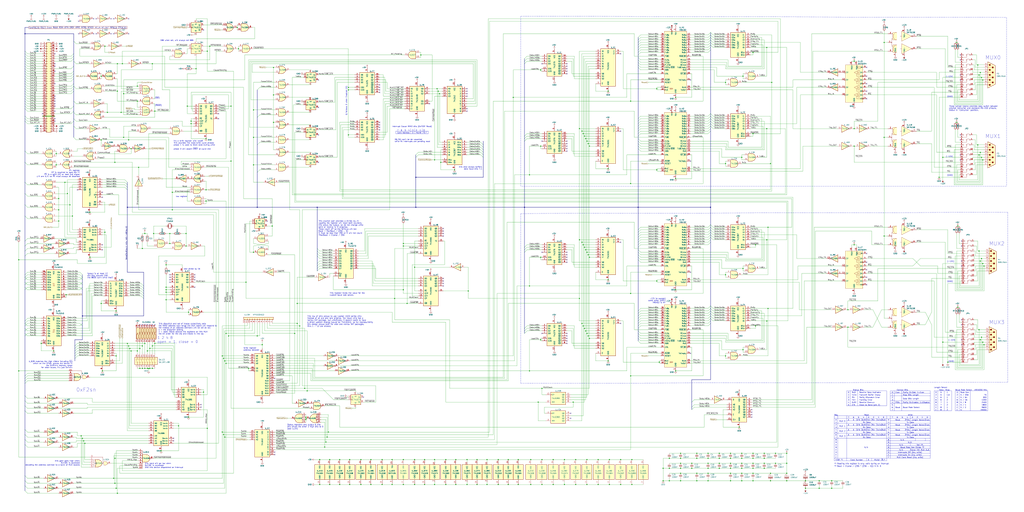
<source format=kicad_sch>
(kicad_sch (version 20211123) (generator eeschema)
  (paper "User" 1041.4 520.7)
  (title_block (title "Centurion - 4 Port MUX (Serial Multiplex) Card") (date "2022-09-25") (rev "1.1") (company "Meisaka Yukara") (comment 1 "Visually Reverse Engineered"))
  (lib_symbols
    (symbol "74xx:74LS00" (pin_names (offset 1.016))
      (property "Reference" "U" (at 0 1.27 0))
      (property "Value" "74LS00" (at 0 -1.27 0))
      (symbol "74LS00_1_1"
        (pin input line (at -7.62 2.54 0) (length 3.81) (name "~") (number "1"))
        (pin input line (at -7.62 -2.54 0) (length 3.81) (name "~") (number "2"))
        (pin output inverted (at 7.62 0 180) (length 3.81) (name "~") (number "3"))
      )
      (symbol "74LS00_1_2"
        (pin input inverted (at -7.62 2.54 0) (length 4.318) (name "~") (number "1"))
        (pin input inverted (at -7.62 -2.54 0) (length 4.318) (name "~") (number "2"))
        (pin output line (at 7.62 0 180) (length 3.81) (name "~") (number "3"))
      )
      (symbol "74LS00_2_1"
        (pin input line (at -7.62 2.54 0) (length 3.81) (name "~") (number "4"))
        (pin input line (at -7.62 -2.54 0) (length 3.81) (name "~") (number "5"))
        (pin output inverted (at 7.62 0 180) (length 3.81) (name "~") (number "6"))
      )
      (symbol "74LS00_2_2"
        (pin input inverted (at -7.62 2.54 0) (length 4.318) (name "~") (number "4"))
        (pin input inverted (at -7.62 -2.54 0) (length 4.318) (name "~") (number "5"))
        (pin output line (at 7.62 0 180) (length 3.81) (name "~") (number "6"))
      )
      (symbol "74LS00_3_1"
        (pin input line (at -7.62 -2.54 0) (length 3.81) (name "~") (number "10"))
        (pin output inverted (at 7.62 0 180) (length 3.81) (name "~") (number "8"))
        (pin input line (at -7.62 2.54 0) (length 3.81) (name "~") (number "9"))
      )
      (symbol "74LS00_3_2"
        (pin input inverted (at -7.62 -2.54 0) (length 4.318) (name "~") (number "10"))
        (pin output line (at 7.62 0 180) (length 3.81) (name "~") (number "8"))
        (pin input inverted (at -7.62 2.54 0) (length 4.318) (name "~") (number "9"))
      )
      (symbol "74LS00_4_1"
        (pin output inverted (at 7.62 0 180) (length 3.81) (name "~") (number "11"))
        (pin input line (at -7.62 2.54 0) (length 3.81) (name "~") (number "12"))
        (pin input line (at -7.62 -2.54 0) (length 3.81) (name "~") (number "13"))
      )
      (symbol "74LS00_4_2"
        (pin output line (at 7.62 0 180) (length 3.81) (name "~") (number "11"))
        (pin input inverted (at -7.62 2.54 0) (length 4.318) (name "~") (number "12"))
        (pin input inverted (at -7.62 -2.54 0) (length 4.318) (name "~") (number "13"))
      )
      (symbol "74LS00_5_0"
        (pin power_in line (at 0 12.7 270) (length 5.08) (name "VCC") (number "14"))
        (pin power_in line (at 0 -12.7 90) (length 5.08) (name "GND") (number "7"))
      )
    )
    (symbol "74xx:74LS02" (pin_names (offset 1.016))
      (property "Reference" "U" (at 0 1.27 0))
      (property "Value" "74LS02" (at 0 -1.27 0))
      (symbol "74LS02_1_1"
        (pin output inverted (at 7.62 0 180) (length 3.81) (name "~") (number "1"))
        (pin input line (at -7.62 2.54 0) (length 4.318) (name "~") (number "2"))
        (pin input line (at -7.62 -2.54 0) (length 4.318) (name "~") (number "3"))
      )
      (symbol "74LS02_1_2"
        (pin output line (at 7.62 0 180) (length 3.81) (name "~") (number "1"))
        (pin input inverted (at -7.62 2.54 0) (length 3.81) (name "~") (number "2"))
        (pin input inverted (at -7.62 -2.54 0) (length 3.81) (name "~") (number "3"))
      )
      (symbol "74LS02_2_1"
        (pin output inverted (at 7.62 0 180) (length 3.81) (name "~") (number "4"))
        (pin input line (at -7.62 2.54 0) (length 4.318) (name "~") (number "5"))
        (pin input line (at -7.62 -2.54 0) (length 4.318) (name "~") (number "6"))
      )
      (symbol "74LS02_2_2"
        (pin output line (at 7.62 0 180) (length 3.81) (name "~") (number "4"))
        (pin input inverted (at -7.62 2.54 0) (length 3.81) (name "~") (number "5"))
        (pin input inverted (at -7.62 -2.54 0) (length 3.81) (name "~") (number "6"))
      )
      (symbol "74LS02_3_1"
        (pin output inverted (at 7.62 0 180) (length 3.81) (name "~") (number "10"))
        (pin input line (at -7.62 2.54 0) (length 4.318) (name "~") (number "8"))
        (pin input line (at -7.62 -2.54 0) (length 4.318) (name "~") (number "9"))
      )
      (symbol "74LS02_3_2"
        (pin output line (at 7.62 0 180) (length 3.81) (name "~") (number "10"))
        (pin input inverted (at -7.62 2.54 0) (length 3.81) (name "~") (number "8"))
        (pin input inverted (at -7.62 -2.54 0) (length 3.81) (name "~") (number "9"))
      )
      (symbol "74LS02_4_1"
        (pin input line (at -7.62 2.54 0) (length 4.318) (name "~") (number "11"))
        (pin input line (at -7.62 -2.54 0) (length 4.318) (name "~") (number "12"))
        (pin output inverted (at 7.62 0 180) (length 3.81) (name "~") (number "13"))
      )
      (symbol "74LS02_4_2"
        (pin input inverted (at -7.62 2.54 0) (length 3.81) (name "~") (number "11"))
        (pin input inverted (at -7.62 -2.54 0) (length 3.81) (name "~") (number "12"))
        (pin output line (at 7.62 0 180) (length 3.81) (name "~") (number "13"))
      )
      (symbol "74LS02_5_0"
        (pin power_in line (at 0 12.7 270) (length 5.08) (name "VCC") (number "14"))
        (pin power_in line (at 0 -12.7 90) (length 5.08) (name "GND") (number "7"))
      )
    )
    (symbol "74xx:74LS04"
      (property "Reference" "U" (at 0 1.27 0))
      (property "Value" "74LS04" (at 0 -1.27 0))
      (symbol "74LS04_1_0"
        (pin input line (at -7.62 0 0) (length 3.81) (name "~") (number "1"))
        (pin output inverted (at 7.62 0 180) (length 3.81) (name "~") (number "2"))
      )
      (symbol "74LS04_2_0"
        (pin input line (at -7.62 0 0) (length 3.81) (name "~") (number "3"))
        (pin output inverted (at 7.62 0 180) (length 3.81) (name "~") (number "4"))
      )
      (symbol "74LS04_3_0"
        (pin input line (at -7.62 0 0) (length 3.81) (name "~") (number "5"))
        (pin output inverted (at 7.62 0 180) (length 3.81) (name "~") (number "6"))
      )
      (symbol "74LS04_4_0"
        (pin output inverted (at 7.62 0 180) (length 3.81) (name "~") (number "8"))
        (pin input line (at -7.62 0 0) (length 3.81) (name "~") (number "9"))
      )
      (symbol "74LS04_5_0"
        (pin output inverted (at 7.62 0 180) (length 3.81) (name "~") (number "10"))
        (pin input line (at -7.62 0 0) (length 3.81) (name "~") (number "11"))
      )
      (symbol "74LS04_6_0"
        (pin output inverted (at 7.62 0 180) (length 3.81) (name "~") (number "12"))
        (pin input line (at -7.62 0 0) (length 3.81) (name "~") (number "13"))
      )
      (symbol "74LS04_7_0"
        (pin power_in line (at 0 12.7 270) (length 5.08) (name "VCC") (number "14"))
        (pin power_in line (at 0 -12.7 90) (length 5.08) (name "GND") (number "7"))
      )
    )
    (symbol "74xx:74LS08" (pin_names (offset 1.016))
      (property "Reference" "U" (at 0 1.27 0))
      (property "Value" "74LS08" (at 0 -1.27 0))
      (symbol "74LS08_1_1"
        (pin input line (at -7.62 2.54 0) (length 3.81) (name "~") (number "1"))
        (pin input line (at -7.62 -2.54 0) (length 3.81) (name "~") (number "2"))
        (pin output line (at 7.62 0 180) (length 3.81) (name "~") (number "3"))
      )
      (symbol "74LS08_1_2"
        (pin input inverted (at -7.62 2.54 0) (length 4.318) (name "~") (number "1"))
        (pin input inverted (at -7.62 -2.54 0) (length 4.318) (name "~") (number "2"))
        (pin output inverted (at 7.62 0 180) (length 3.81) (name "~") (number "3"))
      )
      (symbol "74LS08_2_1"
        (pin input line (at -7.62 2.54 0) (length 3.81) (name "~") (number "4"))
        (pin input line (at -7.62 -2.54 0) (length 3.81) (name "~") (number "5"))
        (pin output line (at 7.62 0 180) (length 3.81) (name "~") (number "6"))
      )
      (symbol "74LS08_2_2"
        (pin input inverted (at -7.62 2.54 0) (length 4.318) (name "~") (number "4"))
        (pin input inverted (at -7.62 -2.54 0) (length 4.318) (name "~") (number "5"))
        (pin output inverted (at 7.62 0 180) (length 3.81) (name "~") (number "6"))
      )
      (symbol "74LS08_3_1"
        (pin input line (at -7.62 -2.54 0) (length 3.81) (name "~") (number "10"))
        (pin output line (at 7.62 0 180) (length 3.81) (name "~") (number "8"))
        (pin input line (at -7.62 2.54 0) (length 3.81) (name "~") (number "9"))
      )
      (symbol "74LS08_3_2"
        (pin input inverted (at -7.62 -2.54 0) (length 4.318) (name "~") (number "10"))
        (pin output inverted (at 7.62 0 180) (length 3.81) (name "~") (number "8"))
        (pin input inverted (at -7.62 2.54 0) (length 4.318) (name "~") (number "9"))
      )
      (symbol "74LS08_4_1"
        (pin output line (at 7.62 0 180) (length 3.81) (name "~") (number "11"))
        (pin input line (at -7.62 2.54 0) (length 3.81) (name "~") (number "12"))
        (pin input line (at -7.62 -2.54 0) (length 3.81) (name "~") (number "13"))
      )
      (symbol "74LS08_4_2"
        (pin output inverted (at 7.62 0 180) (length 3.81) (name "~") (number "11"))
        (pin input inverted (at -7.62 2.54 0) (length 4.318) (name "~") (number "12"))
        (pin input inverted (at -7.62 -2.54 0) (length 4.318) (name "~") (number "13"))
      )
      (symbol "74LS08_5_0"
        (pin power_in line (at 0 12.7 270) (length 5.08) (name "VCC") (number "14"))
        (pin power_in line (at 0 -12.7 90) (length 5.08) (name "GND") (number "7"))
      )
    )
    (symbol "74xx:74LS10" (pin_names (offset 1.016))
      (property "Reference" "U" (at 0 1.27 0))
      (property "Value" "74LS10" (at 0 -1.27 0))
      (symbol "74LS10_1_1"
        (pin input line (at -7.62 2.54 0) (length 3.81) (name "~") (number "1"))
        (pin output inverted (at 7.62 0 180) (length 3.81) (name "~") (number "12"))
        (pin input line (at -7.62 -2.54 0) (length 3.81) (name "~") (number "13"))
        (pin input line (at -7.62 0 0) (length 3.81) (name "~") (number "2"))
      )
      (symbol "74LS10_1_2"
        (pin input inverted (at -7.62 2.54 0) (length 4.318) (name "~") (number "1"))
        (pin output line (at 7.62 0 180) (length 3.81) (name "~") (number "12"))
        (pin input inverted (at -7.62 -2.54 0) (length 4.318) (name "~") (number "13"))
        (pin input inverted (at -7.62 0 0) (length 4.953) (name "~") (number "2"))
      )
      (symbol "74LS10_2_1"
        (pin input line (at -7.62 2.54 0) (length 3.81) (name "~") (number "3"))
        (pin input line (at -7.62 0 0) (length 3.81) (name "~") (number "4"))
        (pin input line (at -7.62 -2.54 0) (length 3.81) (name "~") (number "5"))
        (pin output inverted (at 7.62 0 180) (length 3.81) (name "~") (number "6"))
      )
      (symbol "74LS10_2_2"
        (pin input inverted (at -7.62 2.54 0) (length 4.318) (name "~") (number "3"))
        (pin input inverted (at -7.62 0 0) (length 4.953) (name "~") (number "4"))
        (pin input inverted (at -7.62 -2.54 0) (length 4.318) (name "~") (number "5"))
        (pin output line (at 7.62 0 180) (length 3.81) (name "~") (number "6"))
      )
      (symbol "74LS10_3_1"
        (pin input line (at -7.62 0 0) (length 3.81) (name "~") (number "10"))
        (pin input line (at -7.62 -2.54 0) (length 3.81) (name "~") (number "11"))
        (pin output inverted (at 7.62 0 180) (length 3.81) (name "~") (number "8"))
        (pin input line (at -7.62 2.54 0) (length 3.81) (name "~") (number "9"))
      )
      (symbol "74LS10_3_2"
        (pin input inverted (at -7.62 0 0) (length 4.953) (name "~") (number "10"))
        (pin input inverted (at -7.62 -2.54 0) (length 4.318) (name "~") (number "11"))
        (pin output line (at 7.62 0 180) (length 3.81) (name "~") (number "8"))
        (pin input inverted (at -7.62 2.54 0) (length 4.318) (name "~") (number "9"))
      )
      (symbol "74LS10_4_0"
        (pin power_in line (at 0 12.7 270) (length 5.08) (name "VCC") (number "14"))
        (pin power_in line (at 0 -12.7 90) (length 5.08) (name "GND") (number "7"))
      )
    )
    (symbol "74xx:74LS148" (pin_names (offset 1.016))
      (property "Reference" "U" (at -7.62 13.97 0))
      (property "Value" "74LS148" (at -7.62 -13.97 0))
      (symbol "74LS148_1_0"
        (pin input inverted (at -12.7 0 0) (length 5.08) (name "I4") (number "1"))
        (pin input inverted (at -12.7 10.16 0) (length 5.08) (name "IO") (number "10"))
        (pin input inverted (at -12.7 7.62 0) (length 5.08) (name "I1") (number "11"))
        (pin input inverted (at -12.7 5.08 0) (length 5.08) (name "I2") (number "12"))
        (pin input inverted (at -12.7 2.54 0) (length 5.08) (name "I3") (number "13"))
        (pin output inverted (at 12.7 -2.54 180) (length 5.08) (name "GS") (number "14"))
        (pin output inverted (at 12.7 -5.08 180) (length 5.08) (name "EO") (number "15"))
        (pin power_in line (at 0 17.78 270) (length 5.08) (name "VCC") (number "16"))
        (pin input inverted (at -12.7 -2.54 0) (length 5.08) (name "I5") (number "2"))
        (pin input inverted (at -12.7 -5.08 0) (length 5.08) (name "I6") (number "3"))
        (pin input inverted (at -12.7 -7.62 0) (length 5.08) (name "I7") (number "4"))
        (pin input inverted (at -12.7 -10.16 0) (length 5.08) (name "EI") (number "5"))
        (pin output inverted (at 12.7 5.08 180) (length 5.08) (name "S2") (number "6"))
        (pin output inverted (at 12.7 7.62 180) (length 5.08) (name "S1") (number "7"))
        (pin power_in line (at 0 -17.78 90) (length 5.08) (name "GND") (number "8"))
        (pin output inverted (at 12.7 10.16 180) (length 5.08) (name "S0") (number "9"))
      )
    )
    (symbol "74xx:74LS151" (pin_names (offset 1.016))
      (property "Reference" "U" (at -7.62 19.05 0))
      (property "Value" "74LS151" (at -7.62 -21.59 0))
      (symbol "74LS151_1_0"
        (pin input line (at -12.7 7.62 0) (length 5.08) (name "I3") (number "1"))
        (pin input line (at -12.7 -10.16 0) (length 5.08) (name "S1") (number "10"))
        (pin input line (at -12.7 -7.62 0) (length 5.08) (name "S0") (number "11"))
        (pin input line (at -12.7 -2.54 0) (length 5.08) (name "I7") (number "12"))
        (pin input line (at -12.7 0 0) (length 5.08) (name "I6") (number "13"))
        (pin input line (at -12.7 2.54 0) (length 5.08) (name "I5") (number "14"))
        (pin input line (at -12.7 5.08 0) (length 5.08) (name "I4") (number "15"))
        (pin power_in line (at 0 22.86 270) (length 5.08) (name "VCC") (number "16"))
        (pin input line (at -12.7 10.16 0) (length 5.08) (name "I2") (number "2"))
        (pin input line (at -12.7 12.7 0) (length 5.08) (name "I1") (number "3"))
        (pin input line (at -12.7 15.24 0) (length 5.08) (name "I0") (number "4"))
        (pin output line (at 12.7 15.24 180) (length 5.08) (name "Z") (number "5"))
        (pin output line (at 12.7 12.7 180) (length 5.08) (name "~{Z}") (number "6"))
        (pin input line (at -12.7 -17.78 0) (length 5.08) (name "~{E}") (number "7"))
        (pin power_in line (at 0 -25.4 90) (length 5.08) (name "GND") (number "8"))
        (pin input line (at -12.7 -12.7 0) (length 5.08) (name "S2") (number "9"))
      )
    )
    (symbol "74xx:74LS154" (pin_names (offset 1.016))
      (property "Reference" "U" (at -7.62 21.59 0))
      (property "Value" "74LS154" (at -7.62 -24.13 0))
      (symbol "74LS154_1_0"
        (pin output inverted (at 12.7 17.78 180) (length 5.08) (name "S0") (number "1"))
        (pin output inverted (at 12.7 -5.08 180) (length 5.08) (name "S9") (number "10"))
        (pin output inverted (at 12.7 -7.62 180) (length 5.08) (name "S10") (number "11"))
        (pin power_in line (at 0 -27.94 90) (length 5.08) (name "GND") (number "12"))
        (pin output inverted (at 12.7 -10.16 180) (length 5.08) (name "S11") (number "13"))
        (pin output inverted (at 12.7 -12.7 180) (length 5.08) (name "S12") (number "14"))
        (pin output inverted (at 12.7 -15.24 180) (length 5.08) (name "S13") (number "15"))
        (pin output inverted (at 12.7 -17.78 180) (length 5.08) (name "S14") (number "16"))
        (pin output inverted (at 12.7 -20.32 180) (length 5.08) (name "S15") (number "17"))
        (pin input inverted (at -12.7 5.08 0) (length 5.08) (name "E0") (number "18"))
        (pin input inverted (at -12.7 2.54 0) (length 5.08) (name "E1") (number "19"))
        (pin output inverted (at 12.7 15.24 180) (length 5.08) (name "S1") (number "2"))
        (pin input line (at -12.7 10.16 0) (length 5.08) (name "A3") (number "20"))
        (pin input line (at -12.7 12.7 0) (length 5.08) (name "A2") (number "21"))
        (pin input line (at -12.7 15.24 0) (length 5.08) (name "A1") (number "22"))
        (pin input line (at -12.7 17.78 0) (length 5.08) (name "A0") (number "23"))
        (pin power_in line (at 0 25.4 270) (length 5.08) (name "VCC") (number "24"))
        (pin output inverted (at 12.7 12.7 180) (length 5.08) (name "S2") (number "3"))
        (pin output inverted (at 12.7 10.16 180) (length 5.08) (name "S3") (number "4"))
        (pin output inverted (at 12.7 7.62 180) (length 5.08) (name "S4") (number "5"))
        (pin output inverted (at 12.7 5.08 180) (length 5.08) (name "S5") (number "6"))
        (pin output inverted (at 12.7 2.54 180) (length 5.08) (name "S6") (number "7"))
        (pin output inverted (at 12.7 0 180) (length 5.08) (name "S7") (number "8"))
        (pin output inverted (at 12.7 -2.54 180) (length 5.08) (name "S8") (number "9"))
      )
    )
    (symbol "74xx:74LS161" (pin_names (offset 1.016))
      (property "Reference" "U" (at -7.62 16.51 0))
      (property "Value" "74LS161" (at -7.62 -16.51 0))
      (symbol "74LS161_1_0"
        (pin input line (at -12.7 -12.7 0) (length 5.08) (name "~{MR}") (number "1"))
        (pin input line (at -12.7 -5.08 0) (length 5.08) (name "CET") (number "10"))
        (pin output line (at 12.7 5.08 180) (length 5.08) (name "Q3") (number "11"))
        (pin output line (at 12.7 7.62 180) (length 5.08) (name "Q2") (number "12"))
        (pin output line (at 12.7 10.16 180) (length 5.08) (name "Q1") (number "13"))
        (pin output line (at 12.7 12.7 180) (length 5.08) (name "Q0") (number "14"))
        (pin output line (at 12.7 0 180) (length 5.08) (name "TC") (number "15"))
        (pin power_in line (at 0 20.32 270) (length 5.08) (name "VCC") (number "16"))
        (pin input line (at -12.7 -7.62 0) (length 5.08) (name "CP") (number "2"))
        (pin input line (at -12.7 12.7 0) (length 5.08) (name "D0") (number "3"))
        (pin input line (at -12.7 10.16 0) (length 5.08) (name "D1") (number "4"))
        (pin input line (at -12.7 7.62 0) (length 5.08) (name "D2") (number "5"))
        (pin input line (at -12.7 5.08 0) (length 5.08) (name "D3") (number "6"))
        (pin input line (at -12.7 -2.54 0) (length 5.08) (name "CEP") (number "7"))
        (pin power_in line (at 0 -20.32 90) (length 5.08) (name "GND") (number "8"))
        (pin input line (at -12.7 0 0) (length 5.08) (name "~{PE}") (number "9"))
      )
    )
    (symbol "74xx:74LS195" (pin_names (offset 1.016))
      (property "Reference" "U" (at -7.62 16.51 0))
      (property "Value" "74LS195" (at -7.62 -16.51 0))
      (symbol "74LS195_1_0"
        (pin input line (at -12.7 -12.7 0) (length 5.08) (name "~{MR}") (number "1"))
        (pin input clock (at -12.7 -2.54 0) (length 5.08) (name "CP") (number "10"))
        (pin output line (at 12.7 2.54 180) (length 5.08) (name "~{Q3}") (number "11"))
        (pin output line (at 12.7 5.08 180) (length 5.08) (name "Q3") (number "12"))
        (pin output line (at 12.7 7.62 180) (length 5.08) (name "Q2") (number "13"))
        (pin output line (at 12.7 10.16 180) (length 5.08) (name "Q1") (number "14"))
        (pin output line (at 12.7 12.7 180) (length 5.08) (name "Q0") (number "15"))
        (pin power_in line (at 0 20.32 270) (length 5.08) (name "VCC") (number "16"))
        (pin input line (at -12.7 0 0) (length 5.08) (name "J") (number "2"))
        (pin input line (at -12.7 -5.08 0) (length 5.08) (name "~{K}") (number "3"))
        (pin input line (at -12.7 12.7 0) (length 5.08) (name "P0") (number "4"))
        (pin input line (at -12.7 10.16 0) (length 5.08) (name "P1") (number "5"))
        (pin input line (at -12.7 7.62 0) (length 5.08) (name "P2") (number "6"))
        (pin input line (at -12.7 5.08 0) (length 5.08) (name "P3") (number "7"))
        (pin power_in line (at 0 -20.32 90) (length 5.08) (name "GND") (number "8"))
        (pin input line (at -12.7 -10.16 0) (length 5.08) (name "~{PE}") (number "9"))
      )
    )
    (symbol "74xx:74LS20" (pin_names (offset 1.016))
      (property "Reference" "U" (at 0 1.27 0))
      (property "Value" "74LS20" (at 0 -1.27 0))
      (symbol "74LS20_1_1"
        (pin input line (at -7.62 3.81 0) (length 3.81) (name "~") (number "1"))
        (pin input line (at -7.62 1.27 0) (length 3.81) (name "~") (number "2"))
        (pin input line (at -7.62 -1.27 0) (length 3.81) (name "~") (number "4"))
        (pin input line (at -7.62 -3.81 0) (length 3.81) (name "~") (number "5"))
        (pin output inverted (at 7.62 0 180) (length 3.81) (name "~") (number "6"))
      )
      (symbol "74LS20_1_2"
        (pin input inverted (at -7.62 3.81 0) (length 3.81) (name "~") (number "1"))
        (pin input inverted (at -7.62 1.27 0) (length 4.826) (name "~") (number "2"))
        (pin input inverted (at -7.62 -1.27 0) (length 4.826) (name "~") (number "4"))
        (pin input inverted (at -7.62 -3.81 0) (length 3.81) (name "~") (number "5"))
        (pin output line (at 7.62 0 180) (length 3.81) (name "~") (number "6"))
      )
      (symbol "74LS20_2_1"
        (pin input line (at -7.62 1.27 0) (length 3.81) (name "~") (number "10"))
        (pin input line (at -7.62 -1.27 0) (length 3.81) (name "~") (number "12"))
        (pin input line (at -7.62 -3.81 0) (length 3.81) (name "~") (number "13"))
        (pin output inverted (at 7.62 0 180) (length 3.81) (name "~") (number "8"))
        (pin input line (at -7.62 3.81 0) (length 3.81) (name "~") (number "9"))
      )
      (symbol "74LS20_2_2"
        (pin input inverted (at -7.62 1.27 0) (length 4.826) (name "~") (number "10"))
        (pin input inverted (at -7.62 -1.27 0) (length 4.826) (name "~") (number "12"))
        (pin input inverted (at -7.62 -3.81 0) (length 3.81) (name "~") (number "13"))
        (pin output line (at 7.62 0 180) (length 3.81) (name "~") (number "8"))
        (pin input inverted (at -7.62 3.81 0) (length 3.81) (name "~") (number "9"))
      )
      (symbol "74LS20_3_0"
        (pin power_in line (at 0 12.7 270) (length 5.08) (name "VCC") (number "14"))
        (pin power_in line (at 0 -12.7 90) (length 5.08) (name "GND") (number "7"))
      )
    )
    (symbol "74xx:74LS240" (pin_names (offset 1.016))
      (property "Reference" "U" (at -7.62 16.51 0))
      (property "Value" "74LS240" (at -7.62 -16.51 0))
      (symbol "74LS240_1_0"
        (pin input inverted (at -12.7 -10.16 0) (length 5.08) (name "OEa") (number "1"))
        (pin power_in line (at 0 -20.32 90) (length 5.08) (name "GND") (number "10"))
        (pin input line (at -12.7 2.54 0) (length 5.08) (name "I0b") (number "11"))
        (pin tri_state inverted (at 12.7 5.08 180) (length 5.08) (name "O3a") (number "12"))
        (pin input line (at -12.7 0 0) (length 5.08) (name "I1b") (number "13"))
        (pin tri_state inverted (at 12.7 7.62 180) (length 5.08) (name "O2a") (number "14"))
        (pin input line (at -12.7 -2.54 0) (length 5.08) (name "I2b") (number "15"))
        (pin tri_state inverted (at 12.7 10.16 180) (length 5.08) (name "O1a") (number "16"))
        (pin input line (at -12.7 -5.08 0) (length 5.08) (name "I3b") (number "17"))
        (pin tri_state inverted (at 12.7 12.7 180) (length 5.08) (name "O0a") (number "18"))
        (pin input inverted (at -12.7 -12.7 0) (length 5.08) (name "OEb") (number "19"))
        (pin input line (at -12.7 12.7 0) (length 5.08) (name "I0a") (number "2"))
        (pin power_in line (at 0 20.32 270) (length 5.08) (name "VCC") (number "20"))
        (pin tri_state inverted (at 12.7 -5.08 180) (length 5.08) (name "O3b") (number "3"))
        (pin input line (at -12.7 10.16 0) (length 5.08) (name "I1a") (number "4"))
        (pin tri_state inverted (at 12.7 -2.54 180) (length 5.08) (name "O2b") (number "5"))
        (pin input line (at -12.7 7.62 0) (length 5.08) (name "I2a") (number "6"))
        (pin tri_state inverted (at 12.7 0 180) (length 5.08) (name "O1b") (number "7"))
        (pin input line (at -12.7 5.08 0) (length 5.08) (name "I3a") (number "8"))
        (pin tri_state inverted (at 12.7 2.54 180) (length 5.08) (name "O0b") (number "9"))
      )
    )
    (symbol "74xx:74LS259" (pin_names (offset 1.016))
      (property "Reference" "U" (at -7.62 13.97 0))
      (property "Value" "74LS259" (at -7.62 -13.97 0))
      (symbol "74LS259_1_0"
        (pin input line (at -12.7 5.08 0) (length 5.08) (name "A0") (number "1"))
        (pin output line (at 12.7 -2.54 180) (length 5.08) (name "Q5") (number "10"))
        (pin output line (at 12.7 -5.08 180) (length 5.08) (name "Q6") (number "11"))
        (pin output line (at 12.7 -7.62 180) (length 5.08) (name "Q7") (number "12"))
        (pin input line (at -12.7 10.16 0) (length 5.08) (name "D") (number "13"))
        (pin input inverted (at -12.7 -5.08 0) (length 5.08) (name "E") (number "14"))
        (pin input inverted (at -12.7 -10.16 0) (length 5.08) (name "Clr") (number "15"))
        (pin power_in line (at 0 17.78 270) (length 5.08) (name "VCC") (number "16"))
        (pin input line (at -12.7 2.54 0) (length 5.08) (name "A1") (number "2"))
        (pin input line (at -12.7 0 0) (length 5.08) (name "A2") (number "3"))
        (pin output line (at 12.7 10.16 180) (length 5.08) (name "Q0") (number "4"))
        (pin output line (at 12.7 7.62 180) (length 5.08) (name "Q1") (number "5"))
        (pin output line (at 12.7 5.08 180) (length 5.08) (name "Q2") (number "6"))
        (pin output line (at 12.7 2.54 180) (length 5.08) (name "Q3") (number "7"))
        (pin power_in line (at 0 -17.78 90) (length 5.08) (name "GND") (number "8"))
        (pin output line (at 12.7 0 180) (length 5.08) (name "Q4") (number "9"))
      )
    )
    (symbol "74xx:74LS273"
      (property "Reference" "U" (at -7.62 16.51 0))
      (property "Value" "74LS273" (at -7.62 -16.51 0))
      (symbol "74LS273_1_0"
        (pin input line (at -12.7 -12.7 0) (length 5.08) (name "~{Mr}") (number "1"))
        (pin power_in line (at 0 -20.32 90) (length 5.08) (name "GND") (number "10"))
        (pin input clock (at -12.7 -10.16 0) (length 5.08) (name "Cp") (number "11"))
        (pin output line (at 12.7 2.54 180) (length 5.08) (name "Q4") (number "12"))
        (pin input line (at -12.7 2.54 0) (length 5.08) (name "D4") (number "13"))
        (pin input line (at -12.7 0 0) (length 5.08) (name "D5") (number "14"))
        (pin output line (at 12.7 0 180) (length 5.08) (name "Q5") (number "15"))
        (pin output line (at 12.7 -2.54 180) (length 5.08) (name "Q6") (number "16"))
        (pin input line (at -12.7 -2.54 0) (length 5.08) (name "D6") (number "17"))
        (pin input line (at -12.7 -5.08 0) (length 5.08) (name "D7") (number "18"))
        (pin output line (at 12.7 -5.08 180) (length 5.08) (name "Q7") (number "19"))
        (pin output line (at 12.7 12.7 180) (length 5.08) (name "Q0") (number "2"))
        (pin power_in line (at 0 20.32 270) (length 5.08) (name "VCC") (number "20"))
        (pin input line (at -12.7 12.7 0) (length 5.08) (name "D0") (number "3"))
        (pin input line (at -12.7 10.16 0) (length 5.08) (name "D1") (number "4"))
        (pin output line (at 12.7 10.16 180) (length 5.08) (name "Q1") (number "5"))
        (pin output line (at 12.7 7.62 180) (length 5.08) (name "Q2") (number "6"))
        (pin input line (at -12.7 7.62 0) (length 5.08) (name "D2") (number "7"))
        (pin input line (at -12.7 5.08 0) (length 5.08) (name "D3") (number "8"))
        (pin output line (at 12.7 5.08 180) (length 5.08) (name "Q3") (number "9"))
      )
    )
    (symbol "74xx:74LS30" (pin_names (offset 1.016))
      (property "Reference" "U" (at 0 1.27 0))
      (property "Value" "74LS30" (at 0 -1.27 0))
      (symbol "74LS30_1_1"
        (pin input line (at -7.62 7.62 0) (length 3.81) (name "~") (number "1"))
        (pin input line (at -7.62 -7.62 0) (length 3.81) (name "~") (number "11"))
        (pin input line (at -7.62 -10.16 0) (length 3.81) (name "~") (number "12"))
        (pin input line (at -7.62 5.08 0) (length 3.81) (name "~") (number "2"))
        (pin input line (at -7.62 2.54 0) (length 3.81) (name "~") (number "3"))
        (pin input line (at -7.62 0 0) (length 3.81) (name "~") (number "4"))
        (pin input line (at -7.62 -2.54 0) (length 3.81) (name "~") (number "5"))
        (pin input line (at -7.62 -5.08 0) (length 3.81) (name "~") (number "6"))
        (pin output inverted (at 7.62 0 180) (length 3.81) (name "~") (number "8"))
      )
      (symbol "74LS30_1_2"
        (pin input inverted (at -7.62 7.62 0) (length 3.81) (name "~") (number "1"))
        (pin input inverted (at -7.62 -7.62 0) (length 3.81) (name "~") (number "11"))
        (pin input inverted (at -7.62 -10.16 0) (length 3.81) (name "~") (number "12"))
        (pin input inverted (at -7.62 5.08 0) (length 3.81) (name "~") (number "2"))
        (pin input inverted (at -7.62 2.54 0) (length 4.5466) (name "~") (number "3"))
        (pin input inverted (at -7.62 0 0) (length 5.08) (name "~") (number "4"))
        (pin input inverted (at -7.62 -2.54 0) (length 4.5466) (name "~") (number "5"))
        (pin input inverted (at -7.62 -5.08 0) (length 3.81) (name "~") (number "6"))
        (pin output line (at 7.62 0 180) (length 3.81) (name "~") (number "8"))
      )
      (symbol "74LS30_2_0"
        (pin power_in line (at 0 12.7 270) (length 5.08) (name "VCC") (number "14"))
        (pin power_in line (at 0 -12.7 90) (length 5.08) (name "GND") (number "7"))
      )
    )
    (symbol "74xx:74LS367" (pin_names (offset 1.016))
      (property "Reference" "U" (at -7.62 13.97 0))
      (property "Value" "74LS367" (at -7.62 -13.97 0))
      (symbol "74LS367_1_0"
        (pin input inverted (at -12.7 -7.62 0) (length 5.08) (name "OEa") (number "1"))
        (pin input line (at -12.7 2.54 0) (length 5.08) (name "I4") (number "10"))
        (pin tri_state line (at 12.7 0 180) (length 5.08) (name "O5b") (number "11"))
        (pin input line (at -12.7 0 0) (length 5.08) (name "I5") (number "12"))
        (pin tri_state line (at 12.7 -2.54 180) (length 5.08) (name "O6b") (number "13"))
        (pin input line (at -12.7 -2.54 0) (length 5.08) (name "I6") (number "14"))
        (pin input inverted (at -12.7 -10.16 0) (length 5.08) (name "OEb") (number "15"))
        (pin power_in line (at 0 17.78 270) (length 5.08) (name "VCC") (number "16"))
        (pin input line (at -12.7 10.16 0) (length 5.08) (name "I1") (number "2"))
        (pin tri_state line (at 12.7 10.16 180) (length 5.08) (name "O1a") (number "3"))
        (pin input line (at -12.7 7.62 0) (length 5.08) (name "I2") (number "4"))
        (pin tri_state line (at 12.7 7.62 180) (length 5.08) (name "O2a") (number "5"))
        (pin input line (at -12.7 5.08 0) (length 5.08) (name "I3") (number "6"))
        (pin tri_state line (at 12.7 5.08 180) (length 5.08) (name "O3a") (number "7"))
        (pin power_in line (at 0 -17.78 90) (length 5.08) (name "GND") (number "8"))
        (pin tri_state line (at 12.7 2.54 180) (length 5.08) (name "O4a") (number "9"))
      )
    )
    (symbol "74xx:74LS37" (pin_names (offset 1.016))
      (property "Reference" "U" (at 0 1.27 0))
      (property "Value" "74LS37" (at 0 -1.27 0))
      (symbol "74LS37_1_1"
        (pin input line (at -7.62 2.54 0) (length 3.81) (name "~") (number "1"))
        (pin input line (at -7.62 -2.54 0) (length 3.81) (name "~") (number "2"))
        (pin output inverted (at 7.62 0 180) (length 3.81) (name "~") (number "3"))
      )
      (symbol "74LS37_1_2"
        (pin input inverted (at -7.62 2.54 0) (length 4.318) (name "~") (number "1"))
        (pin input inverted (at -7.62 -2.54 0) (length 4.318) (name "~") (number "2"))
        (pin output line (at 7.62 0 180) (length 3.81) (name "~") (number "3"))
      )
      (symbol "74LS37_2_1"
        (pin input line (at -7.62 2.54 0) (length 3.81) (name "~") (number "4"))
        (pin input line (at -7.62 -2.54 0) (length 3.81) (name "~") (number "5"))
        (pin output inverted (at 7.62 0 180) (length 3.81) (name "~") (number "6"))
      )
      (symbol "74LS37_2_2"
        (pin input inverted (at -7.62 2.54 0) (length 4.318) (name "~") (number "4"))
        (pin input inverted (at -7.62 -2.54 0) (length 4.318) (name "~") (number "5"))
        (pin output line (at 7.62 0 180) (length 3.81) (name "~") (number "6"))
      )
      (symbol "74LS37_3_1"
        (pin input line (at -7.62 -2.54 0) (length 3.81) (name "~") (number "10"))
        (pin output inverted (at 7.62 0 180) (length 3.81) (name "~") (number "8"))
        (pin input line (at -7.62 2.54 0) (length 3.81) (name "~") (number "9"))
      )
      (symbol "74LS37_3_2"
        (pin input inverted (at -7.62 -2.54 0) (length 4.318) (name "~") (number "10"))
        (pin output line (at 7.62 0 180) (length 3.81) (name "~") (number "8"))
        (pin input inverted (at -7.62 2.54 0) (length 4.318) (name "~") (number "9"))
      )
      (symbol "74LS37_4_1"
        (pin output inverted (at 7.62 0 180) (length 3.81) (name "~") (number "11"))
        (pin input line (at -7.62 2.54 0) (length 3.81) (name "~") (number "12"))
        (pin input line (at -7.62 -2.54 0) (length 3.81) (name "~") (number "13"))
      )
      (symbol "74LS37_4_2"
        (pin output line (at 7.62 0 180) (length 3.81) (name "~") (number "11"))
        (pin input inverted (at -7.62 2.54 0) (length 4.318) (name "~") (number "12"))
        (pin input inverted (at -7.62 -2.54 0) (length 4.318) (name "~") (number "13"))
      )
      (symbol "74LS37_5_0"
        (pin power_in line (at 0 12.7 270) (length 5.08) (name "VCC") (number "14"))
        (pin power_in line (at 0 -12.7 90) (length 5.08) (name "GND") (number "7"))
      )
    )
    (symbol "74xx:74LS38" (pin_names (offset 1.016))
      (property "Reference" "U" (at 0 1.27 0))
      (property "Value" "74LS38" (at 0 -1.27 0))
      (symbol "74LS38_1_1"
        (pin input line (at -7.62 2.54 0) (length 3.81) (name "~") (number "1"))
        (pin input line (at -7.62 -2.54 0) (length 3.81) (name "~") (number "2"))
        (pin open_collector inverted (at 7.62 0 180) (length 3.81) (name "~") (number "3"))
      )
      (symbol "74LS38_1_2"
        (pin input inverted (at -7.62 2.54 0) (length 4.318) (name "~") (number "1"))
        (pin input inverted (at -7.62 -2.54 0) (length 4.318) (name "~") (number "2"))
        (pin open_collector line (at 7.62 0 180) (length 3.81) (name "~") (number "3"))
      )
      (symbol "74LS38_2_1"
        (pin input line (at -7.62 2.54 0) (length 3.81) (name "~") (number "4"))
        (pin input line (at -7.62 -2.54 0) (length 3.81) (name "~") (number "5"))
        (pin open_collector inverted (at 7.62 0 180) (length 3.81) (name "~") (number "6"))
      )
      (symbol "74LS38_2_2"
        (pin input inverted (at -7.62 2.54 0) (length 4.318) (name "~") (number "4"))
        (pin input inverted (at -7.62 -2.54 0) (length 4.318) (name "~") (number "5"))
        (pin open_collector line (at 7.62 0 180) (length 3.81) (name "~") (number "6"))
      )
      (symbol "74LS38_3_1"
        (pin input line (at -7.62 -2.54 0) (length 3.81) (name "~") (number "10"))
        (pin open_collector inverted (at 7.62 0 180) (length 3.81) (name "~") (number "8"))
        (pin input line (at -7.62 2.54 0) (length 3.81) (name "~") (number "9"))
      )
      (symbol "74LS38_3_2"
        (pin input inverted (at -7.62 -2.54 0) (length 4.318) (name "~") (number "10"))
        (pin open_collector line (at 7.62 0 180) (length 3.81) (name "~") (number "8"))
        (pin input inverted (at -7.62 2.54 0) (length 4.318) (name "~") (number "9"))
      )
      (symbol "74LS38_4_1"
        (pin open_collector inverted (at 7.62 0 180) (length 3.81) (name "~") (number "11"))
        (pin input line (at -7.62 2.54 0) (length 3.81) (name "~") (number "12"))
        (pin input line (at -7.62 -2.54 0) (length 3.81) (name "~") (number "13"))
      )
      (symbol "74LS38_4_2"
        (pin open_collector line (at 7.62 0 180) (length 3.81) (name "~") (number "11"))
        (pin input inverted (at -7.62 2.54 0) (length 4.318) (name "~") (number "12"))
        (pin input inverted (at -7.62 -2.54 0) (length 4.318) (name "~") (number "13"))
      )
      (symbol "74LS38_5_0"
        (pin power_in line (at 0 12.7 270) (length 5.08) (name "VCC") (number "14"))
        (pin power_in line (at 0 -12.7 90) (length 5.08) (name "GND") (number "7"))
      )
    )
    (symbol "74xx:74LS393" (pin_names (offset 1.016))
      (property "Reference" "U" (at -7.62 8.89 0))
      (property "Value" "74LS393" (at -7.62 -8.89 0))
      (symbol "74LS393_1_0"
        (pin input clock (at -12.7 2.54 0) (length 5.08) (name "CP") (number "1"))
        (pin input line (at -12.7 -5.08 0) (length 5.08) (name "MR") (number "2"))
        (pin output line (at 12.7 2.54 180) (length 5.08) (name "Q0") (number "3"))
        (pin output line (at 12.7 0 180) (length 5.08) (name "Q1") (number "4"))
        (pin output line (at 12.7 -2.54 180) (length 5.08) (name "Q2") (number "5"))
        (pin output line (at 12.7 -5.08 180) (length 5.08) (name "Q3") (number "6"))
      )
      (symbol "74LS393_2_0"
        (pin output line (at 12.7 0 180) (length 5.08) (name "Q1") (number "10"))
        (pin output line (at 12.7 2.54 180) (length 5.08) (name "Q0") (number "11"))
        (pin input line (at -12.7 -5.08 0) (length 5.08) (name "MR") (number "12"))
        (pin input clock (at -12.7 2.54 0) (length 5.08) (name "CP") (number "13"))
        (pin output line (at 12.7 -5.08 180) (length 5.08) (name "Q3") (number "8"))
        (pin output line (at 12.7 -2.54 180) (length 5.08) (name "Q2") (number "9"))
      )
      (symbol "74LS393_3_0"
        (pin power_in line (at 0 12.7 270) (length 5.08) (name "VCC") (number "14"))
        (pin power_in line (at 0 -12.7 90) (length 5.08) (name "GND") (number "7"))
      )
    )
    (symbol "74xx:74LS42" (pin_names (offset 1.016))
      (property "Reference" "U" (at -7.62 13.97 0))
      (property "Value" "74LS42" (at -7.62 -16.51 0))
      (symbol "74LS42_1_0"
        (pin output inverted (at 12.7 10.16 180) (length 5.08) (name "0") (number "1"))
        (pin output inverted (at 12.7 -10.16 180) (length 5.08) (name "8") (number "10"))
        (pin output inverted (at 12.7 -12.7 180) (length 5.08) (name "9") (number "11"))
        (pin input line (at -12.7 2.54 0) (length 5.08) (name "A3") (number "12"))
        (pin input line (at -12.7 5.08 0) (length 5.08) (name "A2") (number "13"))
        (pin input line (at -12.7 7.62 0) (length 5.08) (name "A1") (number "14"))
        (pin input line (at -12.7 10.16 0) (length 5.08) (name "A0") (number "15"))
        (pin power_in line (at 0 17.78 270) (length 5.08) (name "VCC") (number "16"))
        (pin output inverted (at 12.7 7.62 180) (length 5.08) (name "1") (number "2"))
        (pin output inverted (at 12.7 5.08 180) (length 5.08) (name "2") (number "3"))
        (pin output inverted (at 12.7 2.54 180) (length 5.08) (name "3") (number "4"))
        (pin output inverted (at 12.7 0 180) (length 5.08) (name "4") (number "5"))
        (pin output inverted (at 12.7 -2.54 180) (length 5.08) (name "5") (number "6"))
        (pin output inverted (at 12.7 -5.08 180) (length 5.08) (name "6") (number "7"))
        (pin power_in line (at 0 -20.32 90) (length 5.08) (name "GND") (number "8"))
        (pin output inverted (at 12.7 -7.62 180) (length 5.08) (name "7") (number "9"))
      )
    )
    (symbol "74xx:74LS74" (pin_names (offset 1.016))
      (property "Reference" "U" (at -7.62 8.89 0))
      (property "Value" "74LS74" (at -7.62 -8.89 0))
      (symbol "74LS74_1_0"
        (pin input line (at 0 -7.62 90) (length 2.54) (name "~{R}") (number "1"))
        (pin input line (at -7.62 2.54 0) (length 2.54) (name "D") (number "2"))
        (pin input clock (at -7.62 0 0) (length 2.54) (name "C") (number "3"))
        (pin input line (at 0 7.62 270) (length 2.54) (name "~{S}") (number "4"))
        (pin output line (at 7.62 2.54 180) (length 2.54) (name "Q") (number "5"))
        (pin output line (at 7.62 -2.54 180) (length 2.54) (name "~{Q}") (number "6"))
      )
      (symbol "74LS74_2_0"
        (pin input line (at 0 7.62 270) (length 2.54) (name "~{S}") (number "10"))
        (pin input clock (at -7.62 0 0) (length 2.54) (name "C") (number "11"))
        (pin input line (at -7.62 2.54 0) (length 2.54) (name "D") (number "12"))
        (pin input line (at 0 -7.62 90) (length 2.54) (name "~{R}") (number "13"))
        (pin output line (at 7.62 -2.54 180) (length 2.54) (name "~{Q}") (number "8"))
        (pin output line (at 7.62 2.54 180) (length 2.54) (name "Q") (number "9"))
      )
      (symbol "74LS74_3_0"
        (pin power_in line (at 0 10.16 270) (length 2.54) (name "VCC") (number "14"))
        (pin power_in line (at 0 -10.16 90) (length 2.54) (name "GND") (number "7"))
      )
    )
    (symbol "74xx:74LS75" (pin_names (offset 1.016))
      (property "Reference" "U" (at -7.62 11.43 0))
      (property "Value" "74LS75" (at -7.62 -13.97 0))
      (symbol "74LS75_1_0"
        (pin output line (at 12.7 -2.54 180) (length 5.08) (name "~{Q0}") (number "1"))
        (pin output line (at 12.7 2.54 180) (length 5.08) (name "Q2") (number "10"))
        (pin output line (at 12.7 -7.62 180) (length 5.08) (name "~{Q2}") (number "11"))
        (pin power_in line (at 0 -17.78 90) (length 5.08) (name "GND") (number "12"))
        (pin input line (at -12.7 -5.08 0) (length 5.08) (name "E01") (number "13"))
        (pin output line (at 12.7 -5.08 180) (length 5.08) (name "~{Q1}") (number "14"))
        (pin output line (at 12.7 5.08 180) (length 5.08) (name "Q1") (number "15"))
        (pin output line (at 12.7 7.62 180) (length 5.08) (name "Q0") (number "16"))
        (pin input line (at -12.7 7.62 0) (length 5.08) (name "D0") (number "2"))
        (pin input line (at -12.7 5.08 0) (length 5.08) (name "D1") (number "3"))
        (pin input line (at -12.7 -7.62 0) (length 5.08) (name "E23") (number "4"))
        (pin power_in line (at 0 15.24 270) (length 5.08) (name "VCC") (number "5"))
        (pin input line (at -12.7 2.54 0) (length 5.08) (name "D2") (number "6"))
        (pin input line (at -12.7 0 0) (length 5.08) (name "D3") (number "7"))
        (pin output line (at 12.7 -10.16 180) (length 5.08) (name "~{Q3}") (number "8"))
        (pin output line (at 12.7 0 180) (length 5.08) (name "Q3") (number "9"))
      )
    )
    (symbol "74xx:74LS85" (pin_names (offset 1.016))
      (property "Reference" "U" (at -7.62 13.97 0))
      (property "Value" "74LS85" (at -7.62 -13.97 0))
      (symbol "74LS85_1_0"
        (pin input line (at -12.7 10.16 0) (length 5.08) (name "B3") (number "1"))
        (pin input line (at -12.7 -10.16 0) (length 5.08) (name "A0") (number "10"))
        (pin input line (at -12.7 5.08 0) (length 5.08) (name "B1") (number "11"))
        (pin input line (at -12.7 -7.62 0) (length 5.08) (name "A1") (number "12"))
        (pin input line (at -12.7 -5.08 0) (length 5.08) (name "A2") (number "13"))
        (pin input line (at -12.7 7.62 0) (length 5.08) (name "B2") (number "14"))
        (pin input line (at -12.7 -2.54 0) (length 5.08) (name "A3") (number "15"))
        (pin power_in line (at 0 17.78 270) (length 5.08) (name "VCC") (number "16"))
        (pin input line (at 12.7 7.62 180) (length 5.08) (name "Ia<b") (number "2"))
        (pin input line (at 12.7 5.08 180) (length 5.08) (name "Ia=b") (number "3"))
        (pin input line (at 12.7 10.16 180) (length 5.08) (name "Ia>b") (number "4"))
        (pin output line (at 12.7 -5.08 180) (length 5.08) (name "Oa>b") (number "5"))
        (pin output line (at 12.7 -10.16 180) (length 5.08) (name "Oa=b") (number "6"))
        (pin output line (at 12.7 -7.62 180) (length 5.08) (name "Oa<b") (number "7"))
        (pin power_in line (at 0 -17.78 90) (length 5.08) (name "GND") (number "8"))
        (pin input line (at -12.7 2.54 0) (length 5.08) (name "B0") (number "9"))
      )
    )
    (symbol "74xx_legacy:SN7425"
      (property "Reference" "U" (at 0 1.27 0))
      (property "Value" "SN7425" (at 0 -1.27 0))
      (symbol "SN7425_1_0"
        (pin input line (at -8.89 3.81 0) (length 3.81) (name "~") (number "1"))
        (pin input line (at -8.89 1.27 0) (length 3.81) (name "~") (number "2"))
        (pin input line (at -8.89 6.35 0) (length 3.81) (name "~") (number "3"))
        (pin input line (at -8.89 -1.27 0) (length 3.81) (name "~") (number "4"))
        (pin input line (at -8.89 -3.81 0) (length 3.81) (name "~") (number "5"))
      )
      (symbol "SN7425_1_1"
        (pin output inverted (at 12.7 0 180) (length 3.81) (name "~") (number "6"))
      )
      (symbol "SN7425_2_0"
        (pin input line (at -8.89 1.27 0) (length 3.81) (name "~") (number "10"))
        (pin input line (at -8.89 6.35 0) (length 3.81) (name "~") (number "11"))
        (pin input line (at -8.89 -1.27 0) (length 3.81) (name "~") (number "12"))
        (pin input line (at -8.89 -3.81 0) (length 3.81) (name "~") (number "13"))
        (pin input line (at -8.89 3.81 0) (length 3.81) (name "~") (number "9"))
      )
      (symbol "SN7425_2_1"
        (pin output inverted (at 12.7 0 180) (length 3.81) (name "~") (number "8"))
      )
      (symbol "SN7425_3_0"
        (pin power_in line (at 0 11.43 270) (length 3.81) (name "V_{CC}") (number "14"))
        (pin power_in line (at 0 -11.43 90) (length 3.81) (name "GND") (number "7"))
      )
    )
    (symbol "Connector:DB9_Male" (pin_names (offset 1.016) hide)
      (property "Reference" "J" (at 0 13.97 0))
      (property "Value" "DB9_Male" (at 0 -14.605 0))
      (symbol "DB9_Male_1_1"
        (pin passive line (at -7.62 -10.16 0) (length 3.81) (name "1") (number "1"))
        (pin passive line (at -7.62 -5.08 0) (length 3.81) (name "2") (number "2"))
        (pin passive line (at -7.62 0 0) (length 3.81) (name "3") (number "3"))
        (pin passive line (at -7.62 5.08 0) (length 3.81) (name "4") (number "4"))
        (pin passive line (at -7.62 10.16 0) (length 3.81) (name "5") (number "5"))
        (pin passive line (at -7.62 -7.62 0) (length 3.81) (name "6") (number "6"))
        (pin passive line (at -7.62 -2.54 0) (length 3.81) (name "7") (number "7"))
        (pin passive line (at -7.62 2.54 0) (length 3.81) (name "8") (number "8"))
        (pin passive line (at -7.62 7.62 0) (length 3.81) (name "9") (number "9"))
      )
    )
    (symbol "Connector:TestPoint" (pin_numbers hide) (pin_names (offset 0.762) hide)
      (property "Reference" "TP" (at 0 6.858 0))
      (property "Value" "TestPoint" (at 0 5.08 0))
      (symbol "TestPoint_1_1"
        (pin passive line (at 0 0 90) (length 2.54) (name "1") (number "1"))
      )
    )
    (symbol "Connector_Generic:Conn_01x12" (pin_names (offset 1.016) hide)
      (property "Reference" "J" (at 0 15.24 0))
      (property "Value" "Conn_01x12" (at 0 -17.78 0))
      (symbol "Conn_01x12_1_1"
        (pin passive line (at -5.08 12.7 0) (length 3.81) (name "Pin_1") (number "1"))
        (pin passive line (at -5.08 -10.16 0) (length 3.81) (name "Pin_10") (number "10"))
        (pin passive line (at -5.08 -12.7 0) (length 3.81) (name "Pin_11") (number "11"))
        (pin passive line (at -5.08 -15.24 0) (length 3.81) (name "Pin_12") (number "12"))
        (pin passive line (at -5.08 10.16 0) (length 3.81) (name "Pin_2") (number "2"))
        (pin passive line (at -5.08 7.62 0) (length 3.81) (name "Pin_3") (number "3"))
        (pin passive line (at -5.08 5.08 0) (length 3.81) (name "Pin_4") (number "4"))
        (pin passive line (at -5.08 2.54 0) (length 3.81) (name "Pin_5") (number "5"))
        (pin passive line (at -5.08 0 0) (length 3.81) (name "Pin_6") (number "6"))
        (pin passive line (at -5.08 -2.54 0) (length 3.81) (name "Pin_7") (number "7"))
        (pin passive line (at -5.08 -5.08 0) (length 3.81) (name "Pin_8") (number "8"))
        (pin passive line (at -5.08 -7.62 0) (length 3.81) (name "Pin_9") (number "9"))
      )
    )
    (symbol "Connector_Generic:Conn_02x36_Top_Bottom" (pin_names (offset 1.016) hide)
      (property "Reference" "J" (at 1.27 45.72 0))
      (property "Value" "Conn_02x36_Top_Bottom" (at 1.27 -48.26 0))
      (symbol "Conn_02x36_Top_Bottom_1_1"
        (pin passive line (at -5.08 43.18 0) (length 3.81) (name "Pin_1") (number "1"))
        (pin passive line (at -5.08 20.32 0) (length 3.81) (name "Pin_10") (number "10"))
        (pin passive line (at -5.08 17.78 0) (length 3.81) (name "Pin_11") (number "11"))
        (pin passive line (at -5.08 15.24 0) (length 3.81) (name "Pin_12") (number "12"))
        (pin passive line (at -5.08 12.7 0) (length 3.81) (name "Pin_13") (number "13"))
        (pin passive line (at -5.08 10.16 0) (length 3.81) (name "Pin_14") (number "14"))
        (pin passive line (at -5.08 7.62 0) (length 3.81) (name "Pin_15") (number "15"))
        (pin passive line (at -5.08 5.08 0) (length 3.81) (name "Pin_16") (number "16"))
        (pin passive line (at -5.08 2.54 0) (length 3.81) (name "Pin_17") (number "17"))
        (pin passive line (at -5.08 0 0) (length 3.81) (name "Pin_18") (number "18"))
        (pin passive line (at -5.08 -2.54 0) (length 3.81) (name "Pin_19") (number "19"))
        (pin passive line (at -5.08 40.64 0) (length 3.81) (name "Pin_2") (number "2"))
        (pin passive line (at -5.08 -5.08 0) (length 3.81) (name "Pin_20") (number "20"))
        (pin passive line (at -5.08 -7.62 0) (length 3.81) (name "Pin_21") (number "21"))
        (pin passive line (at -5.08 -10.16 0) (length 3.81) (name "Pin_22") (number "22"))
        (pin passive line (at -5.08 -12.7 0) (length 3.81) (name "Pin_23") (number "23"))
        (pin passive line (at -5.08 -15.24 0) (length 3.81) (name "Pin_24") (number "24"))
        (pin passive line (at -5.08 -17.78 0) (length 3.81) (name "Pin_25") (number "25"))
        (pin passive line (at -5.08 -20.32 0) (length 3.81) (name "Pin_26") (number "26"))
        (pin passive line (at -5.08 -22.86 0) (length 3.81) (name "Pin_27") (number "27"))
        (pin passive line (at -5.08 -25.4 0) (length 3.81) (name "Pin_28") (number "28"))
        (pin passive line (at -5.08 -27.94 0) (length 3.81) (name "Pin_29") (number "29"))
        (pin passive line (at -5.08 38.1 0) (length 3.81) (name "Pin_3") (number "3"))
        (pin passive line (at -5.08 -30.48 0) (length 3.81) (name "Pin_30") (number "30"))
        (pin passive line (at -5.08 -33.02 0) (length 3.81) (name "Pin_31") (number "31"))
        (pin passive line (at -5.08 -35.56 0) (length 3.81) (name "Pin_32") (number "32"))
        (pin passive line (at -5.08 -38.1 0) (length 3.81) (name "Pin_33") (number "33"))
        (pin passive line (at -5.08 -40.64 0) (length 3.81) (name "Pin_34") (number "34"))
        (pin passive line (at -5.08 -43.18 0) (length 3.81) (name "Pin_35") (number "35"))
        (pin passive line (at -5.08 -45.72 0) (length 3.81) (name "Pin_36") (number "36"))
        (pin passive line (at 7.62 43.18 180) (length 3.81) (name "Pin_37") (number "37"))
        (pin passive line (at 7.62 40.64 180) (length 3.81) (name "Pin_38") (number "38"))
        (pin passive line (at 7.62 38.1 180) (length 3.81) (name "Pin_39") (number "39"))
        (pin passive line (at -5.08 35.56 0) (length 3.81) (name "Pin_4") (number "4"))
        (pin passive line (at 7.62 35.56 180) (length 3.81) (name "Pin_40") (number "40"))
        (pin passive line (at 7.62 33.02 180) (length 3.81) (name "Pin_41") (number "41"))
        (pin passive line (at 7.62 30.48 180) (length 3.81) (name "Pin_42") (number "42"))
        (pin passive line (at 7.62 27.94 180) (length 3.81) (name "Pin_43") (number "43"))
        (pin passive line (at 7.62 25.4 180) (length 3.81) (name "Pin_44") (number "44"))
        (pin passive line (at 7.62 22.86 180) (length 3.81) (name "Pin_45") (number "45"))
        (pin passive line (at 7.62 20.32 180) (length 3.81) (name "Pin_46") (number "46"))
        (pin passive line (at 7.62 17.78 180) (length 3.81) (name "Pin_47") (number "47"))
        (pin passive line (at 7.62 15.24 180) (length 3.81) (name "Pin_48") (number "48"))
        (pin passive line (at 7.62 12.7 180) (length 3.81) (name "Pin_49") (number "49"))
        (pin passive line (at -5.08 33.02 0) (length 3.81) (name "Pin_5") (number "5"))
        (pin passive line (at 7.62 10.16 180) (length 3.81) (name "Pin_50") (number "50"))
        (pin passive line (at 7.62 7.62 180) (length 3.81) (name "Pin_51") (number "51"))
        (pin passive line (at 7.62 5.08 180) (length 3.81) (name "Pin_52") (number "52"))
        (pin passive line (at 7.62 2.54 180) (length 3.81) (name "Pin_53") (number "53"))
        (pin passive line (at 7.62 0 180) (length 3.81) (name "Pin_54") (number "54"))
        (pin passive line (at 7.62 -2.54 180) (length 3.81) (name "Pin_55") (number "55"))
        (pin passive line (at 7.62 -5.08 180) (length 3.81) (name "Pin_56") (number "56"))
        (pin passive line (at 7.62 -7.62 180) (length 3.81) (name "Pin_57") (number "57"))
        (pin passive line (at 7.62 -10.16 180) (length 3.81) (name "Pin_58") (number "58"))
        (pin passive line (at 7.62 -12.7 180) (length 3.81) (name "Pin_59") (number "59"))
        (pin passive line (at -5.08 30.48 0) (length 3.81) (name "Pin_6") (number "6"))
        (pin passive line (at 7.62 -15.24 180) (length 3.81) (name "Pin_60") (number "60"))
        (pin passive line (at 7.62 -17.78 180) (length 3.81) (name "Pin_61") (number "61"))
        (pin passive line (at 7.62 -20.32 180) (length 3.81) (name "Pin_62") (number "62"))
        (pin passive line (at 7.62 -22.86 180) (length 3.81) (name "Pin_63") (number "63"))
        (pin passive line (at 7.62 -25.4 180) (length 3.81) (name "Pin_64") (number "64"))
        (pin passive line (at 7.62 -27.94 180) (length 3.81) (name "Pin_65") (number "65"))
        (pin passive line (at 7.62 -30.48 180) (length 3.81) (name "Pin_66") (number "66"))
        (pin passive line (at 7.62 -33.02 180) (length 3.81) (name "Pin_67") (number "67"))
        (pin passive line (at 7.62 -35.56 180) (length 3.81) (name "Pin_68") (number "68"))
        (pin passive line (at 7.62 -38.1 180) (length 3.81) (name "Pin_69") (number "69"))
        (pin passive line (at -5.08 27.94 0) (length 3.81) (name "Pin_7") (number "7"))
        (pin passive line (at 7.62 -40.64 180) (length 3.81) (name "Pin_70") (number "70"))
        (pin passive line (at 7.62 -43.18 180) (length 3.81) (name "Pin_71") (number "71"))
        (pin passive line (at 7.62 -45.72 180) (length 3.81) (name "Pin_72") (number "72"))
        (pin passive line (at -5.08 25.4 0) (length 3.81) (name "Pin_8") (number "8"))
        (pin passive line (at -5.08 22.86 0) (length 3.81) (name "Pin_9") (number "9"))
      )
    )
    (symbol "Device:C_Polarized" (pin_numbers hide) (pin_names (offset 0.254))
      (property "Reference" "C" (at 0.635 2.54 0))
      (property "Value" "C_Polarized" (at 0.635 -2.54 0))
      (symbol "C_Polarized_1_1"
        (pin passive line (at 0 3.81 270) (length 2.794) (name "~") (number "1"))
        (pin passive line (at 0 -3.81 90) (length 2.794) (name "~") (number "2"))
      )
    )
    (symbol "Device:C_Small" (pin_numbers hide) (pin_names (offset 0.254) hide)
      (property "Reference" "C" (at 0.254 1.778 0))
      (property "Value" "C_Small" (at 0.254 -2.032 0))
      (symbol "C_Small_1_1"
        (pin passive line (at 0 2.54 270) (length 2.032) (name "~") (number "1"))
        (pin passive line (at 0 -2.54 90) (length 2.032) (name "~") (number "2"))
      )
    )
    (symbol "Device:Crystal" (pin_numbers hide) (pin_names (offset 1.016) hide)
      (property "Reference" "Y" (at 0 3.81 0))
      (property "Value" "Crystal" (at 0 -3.81 0))
      (symbol "Crystal_1_1"
        (pin passive line (at -3.81 0 0) (length 1.27) (name "1") (number "1"))
        (pin passive line (at 3.81 0 180) (length 1.27) (name "2") (number "2"))
      )
    )
    (symbol "Device:R" (pin_numbers hide) (pin_names (offset 0))
      (property "Reference" "R" (at 2.032 0 90))
      (property "Value" "R" (at 0 0 90))
      (symbol "R_1_1"
        (pin passive line (at 0 3.81 270) (length 1.27) (name "~") (number "1"))
        (pin passive line (at 0 -3.81 90) (length 1.27) (name "~") (number "2"))
      )
    )
    (symbol "Device:R_Network15_DIP"
      (property "Reference" "RN" (at 11.43 3.81 0))
      (property "Value" "R_Network15_DIP" (at 11.43 1.27 0))
      (symbol "R_Network15_DIP_0_0"
        (pin passive line (at 6.35 8.89 270) (length 2.54) (name "~") (number "10"))
        (pin passive line (at 3.81 8.89 270) (length 2.54) (name "~") (number "11"))
        (pin passive line (at 1.27 8.89 270) (length 2.54) (name "~") (number "12"))
        (pin passive line (at -1.27 8.89 270) (length 2.54) (name "~") (number "13"))
        (pin passive line (at -3.81 8.89 270) (length 2.54) (name "~") (number "14"))
        (pin passive line (at -6.35 8.89 270) (length 2.54) (name "~") (number "15"))
        (pin passive line (at 8.89 8.89 270) (length 2.54) (name "~") (number "9"))
      )
      (symbol "R_Network15_DIP_1_1"
        (pin passive line (at -8.89 -8.89 90) (length 2.54) (name "~") (number "1"))
        (pin passive line (at -8.89 8.89 270) (length 2.54) (name "~") (number "16"))
        (pin passive line (at -6.35 -8.89 90) (length 2.54) (name "~") (number "2"))
        (pin passive line (at -3.81 -8.89 90) (length 2.54) (name "~") (number "3"))
        (pin passive line (at -1.27 -8.89 90) (length 2.54) (name "~") (number "4"))
        (pin passive line (at 1.27 -8.89 90) (length 2.54) (name "~") (number "5"))
        (pin passive line (at 3.81 -8.89 90) (length 2.54) (name "~") (number "6"))
        (pin passive line (at 6.35 -8.89 90) (length 2.54) (name "~") (number "7"))
        (pin passive line (at 8.89 -8.89 90) (length 2.54) (name "~") (number "8"))
      )
    )
    (symbol "IM6402_1"
      (property "Reference" "U" (at 6.35 35.56 0))
      (property "Value" "IM6402_1" (at 6.35 33.02 0))
      (symbol "IM6402_1_0_0"
        (text "16X" (at -6.35 -26.67 0) (effects (font (size 1.27 1.27)) (justify left)))
        (pin power_in line (at 0 35.56 270) (length 3.81) (name "V_{CC}") (number "1"))
        (pin tri_state line (at 15.24 22.86 180) (length 3.81) (name "RxB_{2}") (number "10"))
        (pin tri_state line (at 15.24 25.4 180) (length 3.81) (name "RxB_{1}") (number "11"))
        (pin tri_state line (at 15.24 27.94 180) (length 3.81) (name "RxB_{0}") (number "12"))
        (pin tri_state line (at 15.24 2.54 180) (length 3.81) (name "PError") (number "13"))
        (pin tri_state line (at 15.24 0 180) (length 3.81) (name "FError") (number "14"))
        (pin tri_state line (at 15.24 -2.54 180) (length 3.81) (name "OError") (number "15"))
        (pin input inverted (at 15.24 -11.43 180) (length 3.81) (name "~{SF_OE}") (number "16"))
        (pin input clock (at -15.24 -25.4 0) (length 3.81) (name "RxC") (number "17"))
        (pin input line (at -15.24 -17.78 0) (length 3.81) (name "~{RxDR}") (number "18"))
        (pin output line (at 15.24 -7.62 180) (length 3.81) (name "RxD") (number "19"))
        (pin no_connect non_logic (at -3.81 35.56 270) (length 3.81) (name "NC") (number "2"))
        (pin input line (at 15.24 -25.4 180) (length 3.81) (name "RxIN") (number "20"))
        (pin input line (at -15.24 -20.32 0) (length 3.81) (name "RESET") (number "21"))
        (pin output line (at 15.24 -5.08 180) (length 3.81) (name "TxBEmpty") (number "22"))
        (pin input line (at -15.24 6.35 0) (length 3.81) (name "~{TxBL}") (number "23"))
        (pin output line (at 15.24 -17.78 180) (length 3.81) (name "TxEmpty") (number "24"))
        (pin output line (at 15.24 -27.94 180) (length 3.81) (name "TxOUT") (number "25"))
        (pin input line (at -15.24 27.94 0) (length 3.81) (name "TxB_{0}") (number "26"))
        (pin input line (at -15.24 25.4 0) (length 3.81) (name "TxB_{1}") (number "27"))
        (pin input line (at -15.24 22.86 0) (length 3.81) (name "TxB_{2}") (number "28"))
        (pin input line (at -15.24 20.32 0) (length 3.81) (name "TxB_{3}") (number "29"))
        (pin power_in line (at 0 -35.56 90) (length 3.81) (name "GND") (number "3"))
        (pin input line (at -15.24 17.78 0) (length 3.81) (name "TxB_{4}") (number "30"))
        (pin input line (at -15.24 15.24 0) (length 3.81) (name "TxB_{5}") (number "31"))
        (pin input line (at -15.24 12.7 0) (length 3.81) (name "TxB_{6}") (number "32"))
        (pin input line (at -15.24 10.16 0) (length 3.81) (name "TxB_{7}") (number "33"))
        (pin input line (at -15.24 -11.43 0) (length 3.81) (name "CRL") (number "34"))
        (pin input inverted (at -15.24 -2.54 0) (length 3.81) (name "P_ENA") (number "35"))
        (pin input line (at -15.24 -7.62 0) (length 3.81) (name "SBS") (number "36"))
        (pin input line (at -15.24 0 0) (length 3.81) (name "CLS_{2}") (number "37"))
        (pin input line (at -15.24 2.54 0) (length 3.81) (name "CLS_{1}") (number "38"))
        (pin input line (at -15.24 -5.08 0) (length 3.81) (name "EVEN/~{ODD}") (number "39"))
        (pin input inverted (at 15.24 6.35 180) (length 3.81) (name "~{RxB_OE}") (number "4"))
        (pin input clock (at -15.24 -27.94 0) (length 3.81) (name "TxC") (number "40"))
        (pin tri_state line (at 15.24 10.16 180) (length 3.81) (name "RxB_{7}") (number "5"))
        (pin tri_state line (at 15.24 12.7 180) (length 3.81) (name "RxB_{6}") (number "6"))
        (pin tri_state line (at 15.24 15.24 180) (length 3.81) (name "RxB_{5}") (number "7"))
        (pin tri_state line (at 15.24 17.78 180) (length 3.81) (name "RxB_{4}") (number "8"))
        (pin tri_state line (at 15.24 20.32 180) (length 3.81) (name "RxB_{3}") (number "9"))
      )
    )
    (symbol "IM6402_2"
      (property "Reference" "U" (at 6.35 35.56 0))
      (property "Value" "IM6402_2" (at 6.35 33.02 0))
      (symbol "IM6402_2_0_0"
        (text "16X" (at -6.35 -26.67 0) (effects (font (size 1.27 1.27)) (justify left)))
        (pin power_in line (at 0 35.56 270) (length 3.81) (name "V_{CC}") (number "1"))
        (pin tri_state line (at 15.24 22.86 180) (length 3.81) (name "RxB_{2}") (number "10"))
        (pin tri_state line (at 15.24 25.4 180) (length 3.81) (name "RxB_{1}") (number "11"))
        (pin tri_state line (at 15.24 27.94 180) (length 3.81) (name "RxB_{0}") (number "12"))
        (pin tri_state line (at 15.24 2.54 180) (length 3.81) (name "PError") (number "13"))
        (pin tri_state line (at 15.24 0 180) (length 3.81) (name "FError") (number "14"))
        (pin tri_state line (at 15.24 -2.54 180) (length 3.81) (name "OError") (number "15"))
        (pin input inverted (at 15.24 -11.43 180) (length 3.81) (name "~{SF_OE}") (number "16"))
        (pin input clock (at -15.24 -25.4 0) (length 3.81) (name "RxC") (number "17"))
        (pin input line (at -15.24 -17.78 0) (length 3.81) (name "~{RxDR}") (number "18"))
        (pin output line (at 15.24 -7.62 180) (length 3.81) (name "RxD") (number "19"))
        (pin no_connect non_logic (at -3.81 35.56 270) (length 3.81) (name "NC") (number "2"))
        (pin input line (at 15.24 -25.4 180) (length 3.81) (name "RxIN") (number "20"))
        (pin input line (at -15.24 -20.32 0) (length 3.81) (name "RESET") (number "21"))
        (pin output line (at 15.24 -5.08 180) (length 3.81) (name "TxBEmpty") (number "22"))
        (pin input line (at -15.24 6.35 0) (length 3.81) (name "~{TxBL}") (number "23"))
        (pin output line (at 15.24 -17.78 180) (length 3.81) (name "TxEmpty") (number "24"))
        (pin output line (at 15.24 -27.94 180) (length 3.81) (name "TxOUT") (number "25"))
        (pin input line (at -15.24 27.94 0) (length 3.81) (name "TxB_{0}") (number "26"))
        (pin input line (at -15.24 25.4 0) (length 3.81) (name "TxB_{1}") (number "27"))
        (pin input line (at -15.24 22.86 0) (length 3.81) (name "TxB_{2}") (number "28"))
        (pin input line (at -15.24 20.32 0) (length 3.81) (name "TxB_{3}") (number "29"))
        (pin power_in line (at 0 -35.56 90) (length 3.81) (name "GND") (number "3"))
        (pin input line (at -15.24 17.78 0) (length 3.81) (name "TxB_{4}") (number "30"))
        (pin input line (at -15.24 15.24 0) (length 3.81) (name "TxB_{5}") (number "31"))
        (pin input line (at -15.24 12.7 0) (length 3.81) (name "TxB_{6}") (number "32"))
        (pin input line (at -15.24 10.16 0) (length 3.81) (name "TxB_{7}") (number "33"))
        (pin input line (at -15.24 -11.43 0) (length 3.81) (name "CRL") (number "34"))
        (pin input inverted (at -15.24 -2.54 0) (length 3.81) (name "P_ENA") (number "35"))
        (pin input line (at -15.24 -7.62 0) (length 3.81) (name "SBS") (number "36"))
        (pin input line (at -15.24 0 0) (length 3.81) (name "CLS_{2}") (number "37"))
        (pin input line (at -15.24 2.54 0) (length 3.81) (name "CLS_{1}") (number "38"))
        (pin input line (at -15.24 -5.08 0) (length 3.81) (name "EVEN/~{ODD}") (number "39"))
        (pin input inverted (at 15.24 6.35 180) (length 3.81) (name "~{RxB_OE}") (number "4"))
        (pin input clock (at -15.24 -27.94 0) (length 3.81) (name "TxC") (number "40"))
        (pin tri_state line (at 15.24 10.16 180) (length 3.81) (name "RxB_{7}") (number "5"))
        (pin tri_state line (at 15.24 12.7 180) (length 3.81) (name "RxB_{6}") (number "6"))
        (pin tri_state line (at 15.24 15.24 180) (length 3.81) (name "RxB_{5}") (number "7"))
        (pin tri_state line (at 15.24 17.78 180) (length 3.81) (name "RxB_{4}") (number "8"))
        (pin tri_state line (at 15.24 20.32 180) (length 3.81) (name "RxB_{3}") (number "9"))
      )
    )
    (symbol "IM6402_3"
      (property "Reference" "U" (at 6.35 35.56 0))
      (property "Value" "IM6402_3" (at 6.35 33.02 0))
      (symbol "IM6402_3_0_0"
        (text "16X" (at -6.35 -26.67 0) (effects (font (size 1.27 1.27)) (justify left)))
        (pin power_in line (at 0 35.56 270) (length 3.81) (name "V_{CC}") (number "1"))
        (pin tri_state line (at 15.24 22.86 180) (length 3.81) (name "RxB_{2}") (number "10"))
        (pin tri_state line (at 15.24 25.4 180) (length 3.81) (name "RxB_{1}") (number "11"))
        (pin tri_state line (at 15.24 27.94 180) (length 3.81) (name "RxB_{0}") (number "12"))
        (pin tri_state line (at 15.24 2.54 180) (length 3.81) (name "PError") (number "13"))
        (pin tri_state line (at 15.24 0 180) (length 3.81) (name "FError") (number "14"))
        (pin tri_state line (at 15.24 -2.54 180) (length 3.81) (name "OError") (number "15"))
        (pin input inverted (at 15.24 -11.43 180) (length 3.81) (name "~{SF_OE}") (number "16"))
        (pin input clock (at -15.24 -25.4 0) (length 3.81) (name "RxC") (number "17"))
        (pin input line (at -15.24 -17.78 0) (length 3.81) (name "~{RxDR}") (number "18"))
        (pin output line (at 15.24 -7.62 180) (length 3.81) (name "RxD") (number "19"))
        (pin no_connect non_logic (at -3.81 35.56 270) (length 3.81) (name "NC") (number "2"))
        (pin input line (at 15.24 -25.4 180) (length 3.81) (name "RxIN") (number "20"))
        (pin input line (at -15.24 -20.32 0) (length 3.81) (name "RESET") (number "21"))
        (pin output line (at 15.24 -5.08 180) (length 3.81) (name "TxBEmpty") (number "22"))
        (pin input line (at -15.24 6.35 0) (length 3.81) (name "~{TxBL}") (number "23"))
        (pin output line (at 15.24 -17.78 180) (length 3.81) (name "TxEmpty") (number "24"))
        (pin output line (at 15.24 -27.94 180) (length 3.81) (name "TxOUT") (number "25"))
        (pin input line (at -15.24 27.94 0) (length 3.81) (name "TxB_{0}") (number "26"))
        (pin input line (at -15.24 25.4 0) (length 3.81) (name "TxB_{1}") (number "27"))
        (pin input line (at -15.24 22.86 0) (length 3.81) (name "TxB_{2}") (number "28"))
        (pin input line (at -15.24 20.32 0) (length 3.81) (name "TxB_{3}") (number "29"))
        (pin power_in line (at 0 -35.56 90) (length 3.81) (name "GND") (number "3"))
        (pin input line (at -15.24 17.78 0) (length 3.81) (name "TxB_{4}") (number "30"))
        (pin input line (at -15.24 15.24 0) (length 3.81) (name "TxB_{5}") (number "31"))
        (pin input line (at -15.24 12.7 0) (length 3.81) (name "TxB_{6}") (number "32"))
        (pin input line (at -15.24 10.16 0) (length 3.81) (name "TxB_{7}") (number "33"))
        (pin input line (at -15.24 -11.43 0) (length 3.81) (name "CRL") (number "34"))
        (pin input inverted (at -15.24 -2.54 0) (length 3.81) (name "P_ENA") (number "35"))
        (pin input line (at -15.24 -7.62 0) (length 3.81) (name "SBS") (number "36"))
        (pin input line (at -15.24 0 0) (length 3.81) (name "CLS_{2}") (number "37"))
        (pin input line (at -15.24 2.54 0) (length 3.81) (name "CLS_{1}") (number "38"))
        (pin input line (at -15.24 -5.08 0) (length 3.81) (name "EVEN/~{ODD}") (number "39"))
        (pin input inverted (at 15.24 6.35 180) (length 3.81) (name "~{RxB_OE}") (number "4"))
        (pin input clock (at -15.24 -27.94 0) (length 3.81) (name "TxC") (number "40"))
        (pin tri_state line (at 15.24 10.16 180) (length 3.81) (name "RxB_{7}") (number "5"))
        (pin tri_state line (at 15.24 12.7 180) (length 3.81) (name "RxB_{6}") (number "6"))
        (pin tri_state line (at 15.24 15.24 180) (length 3.81) (name "RxB_{5}") (number "7"))
        (pin tri_state line (at 15.24 17.78 180) (length 3.81) (name "RxB_{4}") (number "8"))
        (pin tri_state line (at 15.24 20.32 180) (length 3.81) (name "RxB_{3}") (number "9"))
      )
    )
    (symbol "Interface_UART:IM6402"
      (property "Reference" "U" (at 6.35 35.56 0))
      (property "Value" "IM6402" (at 6.35 33.02 0))
      (symbol "IM6402_0_0"
        (text "16X" (at -6.35 -26.67 0) (effects (font (size 1.27 1.27)) (justify left)))
        (pin power_in line (at 0 35.56 270) (length 3.81) (name "V_{CC}") (number "1"))
        (pin tri_state line (at 15.24 22.86 180) (length 3.81) (name "RxB_{2}") (number "10"))
        (pin tri_state line (at 15.24 25.4 180) (length 3.81) (name "RxB_{1}") (number "11"))
        (pin tri_state line (at 15.24 27.94 180) (length 3.81) (name "RxB_{0}") (number "12"))
        (pin tri_state line (at 15.24 2.54 180) (length 3.81) (name "PError") (number "13"))
        (pin tri_state line (at 15.24 0 180) (length 3.81) (name "FError") (number "14"))
        (pin tri_state line (at 15.24 -2.54 180) (length 3.81) (name "OError") (number "15"))
        (pin input inverted (at 15.24 -11.43 180) (length 3.81) (name "~{SF_OE}") (number "16"))
        (pin input clock (at -15.24 -25.4 0) (length 3.81) (name "RxC") (number "17"))
        (pin input line (at -15.24 -17.78 0) (length 3.81) (name "~{RxDR}") (number "18"))
        (pin output line (at 15.24 -7.62 180) (length 3.81) (name "RxD") (number "19"))
        (pin no_connect non_logic (at -3.81 35.56 270) (length 3.81) (name "NC") (number "2"))
        (pin input line (at 15.24 -25.4 180) (length 3.81) (name "RxIN") (number "20"))
        (pin input line (at -15.24 -20.32 0) (length 3.81) (name "RESET") (number "21"))
        (pin output line (at 15.24 -5.08 180) (length 3.81) (name "TxBEmpty") (number "22"))
        (pin input line (at -15.24 6.35 0) (length 3.81) (name "~{TxBL}") (number "23"))
        (pin output line (at 15.24 -17.78 180) (length 3.81) (name "TxEmpty") (number "24"))
        (pin output line (at 15.24 -27.94 180) (length 3.81) (name "TxOUT") (number "25"))
        (pin input line (at -15.24 27.94 0) (length 3.81) (name "TxB_{0}") (number "26"))
        (pin input line (at -15.24 25.4 0) (length 3.81) (name "TxB_{1}") (number "27"))
        (pin input line (at -15.24 22.86 0) (length 3.81) (name "TxB_{2}") (number "28"))
        (pin input line (at -15.24 20.32 0) (length 3.81) (name "TxB_{3}") (number "29"))
        (pin power_in line (at 0 -35.56 90) (length 3.81) (name "GND") (number "3"))
        (pin input line (at -15.24 17.78 0) (length 3.81) (name "TxB_{4}") (number "30"))
        (pin input line (at -15.24 15.24 0) (length 3.81) (name "TxB_{5}") (number "31"))
        (pin input line (at -15.24 12.7 0) (length 3.81) (name "TxB_{6}") (number "32"))
        (pin input line (at -15.24 10.16 0) (length 3.81) (name "TxB_{7}") (number "33"))
        (pin input line (at -15.24 -11.43 0) (length 3.81) (name "CRL") (number "34"))
        (pin input inverted (at -15.24 -2.54 0) (length 3.81) (name "P_ENA") (number "35"))
        (pin input line (at -15.24 -7.62 0) (length 3.81) (name "SBS") (number "36"))
        (pin input line (at -15.24 0 0) (length 3.81) (name "CLS_{2}") (number "37"))
        (pin input line (at -15.24 2.54 0) (length 3.81) (name "CLS_{1}") (number "38"))
        (pin input line (at -15.24 -5.08 0) (length 3.81) (name "EVEN/~{ODD}") (number "39"))
        (pin input inverted (at 15.24 6.35 180) (length 3.81) (name "~{RxB_OE}") (number "4"))
        (pin input clock (at -15.24 -27.94 0) (length 3.81) (name "TxC") (number "40"))
        (pin tri_state line (at 15.24 10.16 180) (length 3.81) (name "RxB_{7}") (number "5"))
        (pin tri_state line (at 15.24 12.7 180) (length 3.81) (name "RxB_{6}") (number "6"))
        (pin tri_state line (at 15.24 15.24 180) (length 3.81) (name "RxB_{5}") (number "7"))
        (pin tri_state line (at 15.24 17.78 180) (length 3.81) (name "RxB_{4}") (number "8"))
        (pin tri_state line (at 15.24 20.32 180) (length 3.81) (name "RxB_{3}") (number "9"))
      )
    )
    (symbol "Interface_UART:SN75150"
      (property "Reference" "U" (at -5.08 16.51 0))
      (property "Value" "SN75150" (at -5.08 13.97 0))
      (symbol "SN75150_1_0"
        (pin input line (at -13.97 0 0) (length 3.81) (name "~") (number "1"))
        (pin input line (at -13.97 8.89 0) (length 5.08) (name "~") (number "2"))
        (pin input line (at -13.97 -8.89 0) (length 5.08) (name "~") (number "3"))
        (pin power_in line (at -6.35 -13.97 90) (length 3.81) (name "GND") (number "4"))
        (pin power_in line (at 2.54 -13.97 90) (length 3.81) (name "V_{CC-}") (number "5"))
        (pin output inverted (at 15.24 -6.35 180) (length 5.08) (name "~") (number "6"))
        (pin output inverted (at 15.24 6.35 180) (length 5.08) (name "~") (number "7"))
        (pin power_in line (at 2.54 13.97 270) (length 3.81) (name "V_{CC+}") (number "8"))
      )
    )
    (symbol "Interface_UART:SN75154"
      (property "Reference" "U" (at 8.89 22.86 0))
      (property "Value" "SN75154" (at 8.89 20.32 0))
      (symbol "SN75154_0_0"
        (pin input non_logic (at -12.7 -7.62 0) (length 3.81) (name "3T") (number "1"))
        (pin output inverted (at 12.7 -11.43 180) (length 3.81) (name "4Y") (number "10"))
        (pin output inverted (at 12.7 -3.81 180) (length 3.81) (name "3Y") (number "11"))
        (pin output inverted (at 12.7 3.81 180) (length 3.81) (name "2Y") (number "12"))
        (pin output inverted (at 12.7 11.43 180) (length 3.81) (name "1Y") (number "13"))
        (pin input non_logic (at -12.7 -15.24 0) (length 3.81) (name "4T") (number "14"))
        (pin power_in line (at -2.54 22.86 270) (length 3.81) (name "V_{CC1}") (number "15"))
        (pin power_in line (at 2.54 22.86 270) (length 3.81) (name "V_{CC2}") (number "16"))
        (pin input non_logic (at -12.7 0 0) (length 3.81) (name "2T") (number "2"))
        (pin input non_logic (at -12.7 7.62 0) (length 3.81) (name "1T") (number "3"))
        (pin input line (at -12.7 11.43 0) (length 3.81) (name "1A") (number "4"))
        (pin input line (at -12.7 3.81 0) (length 3.81) (name "2A") (number "5"))
        (pin input line (at -12.7 -3.81 0) (length 3.81) (name "3A") (number "6"))
        (pin input line (at -12.7 -11.43 0) (length 3.81) (name "4A") (number "7"))
        (pin power_in line (at 0 -22.86 90) (length 3.81) (name "GND") (number "8"))
        (pin passive line (at -12.7 16.51 0) (length 3.81) (name "R") (number "9"))
      )
    )
    (symbol "Jumper_3_Bridged12_1" (pin_names (offset 0) hide)
      (property "Reference" "JP1" (at 0 6.35 0))
      (symbol "Jumper_3_Bridged12_1_1_1"
        (pin passive line (at -6.35 0 0) (length 2.54) (name "A1") (number "1"))
        (pin passive line (at -6.35 -15.24 0) (length 2.54) (name "A4") (number "10"))
        (pin passive line (at 6.35 -17.78 180) (length 2.54) (name "C4") (number "11"))
        (pin passive line (at 6.35 -15.24 180) (length 2.54) (name "B4") (number "12"))
        (pin passive line (at -6.35 -20.32 0) (length 2.54) (name "A5") (number "13"))
        (pin passive line (at 6.35 -22.86 180) (length 2.54) (name "C5") (number "14"))
        (pin passive line (at 6.35 -20.32 180) (length 2.54) (name "B5") (number "15"))
        (pin passive line (at -6.35 -25.4 0) (length 2.54) (name "A6") (number "16"))
        (pin passive line (at 6.35 -27.94 180) (length 2.54) (name "C6") (number "17"))
        (pin passive line (at 6.35 -25.4 180) (length 2.54) (name "B6") (number "18"))
        (pin passive line (at -6.35 -30.48 0) (length 2.54) (name "A7") (number "19"))
        (pin passive line (at 6.35 -2.54 180) (length 2.54) (name "C1") (number "2"))
        (pin passive line (at 6.35 -33.02 180) (length 2.54) (name "C7") (number "20"))
        (pin passive line (at 6.35 -30.48 180) (length 2.54) (name "B7") (number "21"))
        (pin passive line (at -6.35 -35.56 0) (length 2.54) (name "A8") (number "22"))
        (pin passive line (at 6.35 -38.1 180) (length 2.54) (name "C8") (number "23"))
        (pin passive line (at 6.35 -35.56 180) (length 2.54) (name "B8") (number "24"))
        (pin passive line (at -6.35 -40.64 0) (length 2.54) (name "A9") (number "25"))
        (pin passive line (at 6.35 -43.18 180) (length 2.54) (name "C9") (number "26"))
        (pin passive line (at 6.35 -40.64 180) (length 2.54) (name "B9") (number "27"))
        (pin passive line (at 6.35 0 180) (length 2.54) (name "B1") (number "3"))
        (pin passive line (at -6.35 -5.08 0) (length 2.54) (name "A2") (number "4"))
        (pin passive line (at 6.35 -7.62 180) (length 2.54) (name "C2") (number "5"))
        (pin passive line (at 6.35 -5.08 180) (length 2.54) (name "B2") (number "6"))
        (pin passive line (at -6.35 -10.16 0) (length 2.54) (name "A3") (number "7"))
        (pin passive line (at 6.35 -12.7 180) (length 2.54) (name "C3") (number "8"))
        (pin passive line (at 6.35 -10.16 180) (length 2.54) (name "B3") (number "9"))
      )
    )
    (symbol "Switch:SW_DIP_x08" (pin_names (offset 0) hide)
      (property "Reference" "SW" (at 0 13.97 0))
      (property "Value" "SW_DIP_x08" (at 0 -11.43 0))
      (symbol "SW_DIP_x08_1_1"
        (pin passive line (at -7.62 10.16 0) (length 5.08) (name "~") (number "1"))
        (pin passive line (at 7.62 -5.08 180) (length 5.08) (name "~") (number "10"))
        (pin passive line (at 7.62 -2.54 180) (length 5.08) (name "~") (number "11"))
        (pin passive line (at 7.62 0 180) (length 5.08) (name "~") (number "12"))
        (pin passive line (at 7.62 2.54 180) (length 5.08) (name "~") (number "13"))
        (pin passive line (at 7.62 5.08 180) (length 5.08) (name "~") (number "14"))
        (pin passive line (at 7.62 7.62 180) (length 5.08) (name "~") (number "15"))
        (pin passive line (at 7.62 10.16 180) (length 5.08) (name "~") (number "16"))
        (pin passive line (at -7.62 7.62 0) (length 5.08) (name "~") (number "2"))
        (pin passive line (at -7.62 5.08 0) (length 5.08) (name "~") (number "3"))
        (pin passive line (at -7.62 2.54 0) (length 5.08) (name "~") (number "4"))
        (pin passive line (at -7.62 0 0) (length 5.08) (name "~") (number "5"))
        (pin passive line (at -7.62 -2.54 0) (length 5.08) (name "~") (number "6"))
        (pin passive line (at -7.62 -5.08 0) (length 5.08) (name "~") (number "7"))
        (pin passive line (at -7.62 -7.62 0) (length 5.08) (name "~") (number "8"))
        (pin passive line (at 7.62 -7.62 180) (length 5.08) (name "~") (number "9"))
      )
    )
    (symbol "power:+12V" (power) (pin_names (offset 0))
      (property "Value" "+12V" (at 0 3.556 0))
      (symbol "+12V_1_1"
        (pin power_in line (at 0 0 90) (length 0) hide (name "+12V") (number "1"))
      )
    )
    (symbol "power:+5V" (power) (pin_names (offset 0))
      (property "Value" "+5V" (at 0 3.556 0))
      (symbol "+5V_1_1"
        (pin power_in line (at 0 0 90) (length 0) hide (name "+5V") (number "1"))
      )
    )
    (symbol "power:-12V" (power) (pin_names (offset 0))
      (property "Value" "-12V" (at 0 3.81 0))
      (symbol "-12V_0_0"
        (pin power_in line (at 0 0 90) (length 0) hide (name "-12V") (number "1"))
      )
    )
    (symbol "power:GND" (power) (pin_names (offset 0))
      (property "Value" "GND" (at 0 -3.81 0))
      (symbol "GND_1_1"
        (pin power_in line (at 0 0 270) (length 0) hide (name "GND") (number "1"))
      )
    )
    (symbol "power:PWR_FLAG" (power) (pin_numbers hide) (pin_names (offset 0) hide)
      (property "Value" "PWR_FLAG" (at 0 3.81 0))
      (symbol "PWR_FLAG_0_0"
        (pin power_out line (at 0 0 90) (length 0) (name "pwr") (number "1"))
      )
    )
  )
  (junction (at 765.81 488.95))
  (junction (at 742.95 466.09))
  (junction (at 779.78 326.39))
  (junction (at 311.15 426.72))
  (junction (at 345.44 492.76))
  (junction (at 447.04 95.25))
  (junction (at 703.58 476.25))
  (junction (at 421.64 492.76))
  (junction (at 444.5 90.17))
  (junction (at 19.05 377.19))
  (junction (at 589.28 243.84))
  (junction (at 401.32 303.53))
  (junction (at 994.41 66.04))
  (junction (at 147.32 349.25))
  (junction (at 594.36 138.43))
  (junction (at 125.73 95.25))
  (junction (at 862.33 314.96))
  (junction (at 720.09 466.09))
  (junction (at 674.37 476.25))
  (junction (at 228.6 444.5))
  (junction (at 453.39 492.76))
  (junction (at 377.19 467.36))
  (junction (at 788.67 471.17))
  (junction (at 845.82 496.57))
  (junction (at 66.04 185.42))
  (junction (at 388.62 467.36))
  (junction (at 692.15 471.17))
  (junction (at 168.91 294.64))
  (junction (at 599.44 261.62))
  (junction (at 765.81 461.01))
  (junction (at 680.72 488.95))
  (junction (at 226.06 361.95))
  (junction (at 261.62 341.63))
  (junction (at 585.47 492.76))
  (junction (at 85.09 448.31))
  (junction (at 355.6 492.76))
  (junction (at 229.87 369.57))
  (junction (at 68.58 196.85))
  (junction (at 152.4 374.65))
  (junction (at 398.78 492.76))
  (junction (at 168.91 304.8))
  (junction (at 83.82 445.77))
  (junction (at 845.82 488.95))
  (junction (at 189.23 250.19))
  (junction (at 168.91 292.1))
  (junction (at 899.16 240.03))
  (junction (at 229.87 339.09))
  (junction (at 765.81 476.25))
  (junction (at 516.89 467.36))
  (junction (at 731.52 466.09))
  (junction (at 129.54 210.82))
  (junction (at 102.87 77.47))
  (junction (at 765.81 53.34))
  (junction (at 783.59 488.95))
  (junction (at 304.8 331.47))
  (junction (at 54.61 356.87))
  (junction (at 527.05 492.76))
  (junction (at 708.66 481.33))
  (junction (at 228.6 367.03))
  (junction (at 618.49 92.71))
  (junction (at 116.84 491.49))
  (junction (at 589.28 130.81))
  (junction (at 995.68 157.48))
  (junction (at 410.21 294.64))
  (junction (at 485.14 492.76))
  (junction (at 800.1 461.01))
  (junction (at 720.09 481.33))
  (junction (at 335.28 492.76))
  (junction (at 958.85 347.98))
  (junction (at 994.41 147.32))
  (junction (at 476.25 295.91))
  (junction (at 680.72 476.25))
  (junction (at 125.73 139.7))
  (junction (at 410.21 247.65))
  (junction (at 410.21 492.76))
  (junction (at 57.15 167.64))
  (junction (at 996.95 345.44))
  (junction (at 596.9 339.09))
  (junction (at 19.05 264.16))
  (junction (at 133.35 356.87))
  (junction (at 779.78 130.81))
  (junction (at 345.44 467.36))
  (junction (at 322.58 210.82))
  (junction (at 784.86 83.82))
  (junction (at 599.44 148.59))
  (junction (at 129.54 349.25))
  (junction (at 974.09 229.87))
  (junction (at 119.38 92.71))
  (junction (at 598.17 146.05))
  (junction (at 539.75 467.36))
  (junction (at 278.13 124.46))
  (junction (at 325.12 492.76))
  (junction (at 299.72 339.09))
  (junction (at 591.82 246.38))
  (junction (at 325.12 467.36))
  (junction (at 227.33 364.49))
  (junction (at 998.22 78.74))
  (junction (at 642.62 492.76))
  (junction (at 144.78 351.79))
  (junction (at 598.17 259.08))
  (junction (at 377.19 492.76))
  (junction (at 209.55 193.04))
  (junction (at 257.81 167.64))
  (junction (at 71.12 208.28))
  (junction (at 720.09 476.25))
  (junction (at 619.76 467.36))
  (junction (at 631.19 467.36))
  (junction (at 59.69 213.36))
  (junction (at 754.38 471.17))
  (junction (at 549.91 148.59))
  (junction (at 172.72 247.65))
  (junction (at 742.95 471.17))
  (junction (at 462.28 172.72))
  (junction (at 800.1 471.17))
  (junction (at 547.37 408.94))
  (junction (at 868.68 62.23))
  (junction (at 593.09 135.89))
  (junction (at 67.31 299.72))
  (junction (at 596.9 492.76))
  (junction (at 157.48 113.03))
  (junction (at 257.81 111.76))
  (junction (at 485.14 467.36))
  (junction (at 996.95 154.94))
  (junction (at 996.95 265.43))
  (junction (at 388.62 492.76))
  (junction (at 899.16 139.7))
  (junction (at 241.3 27.94))
  (junction (at 692.15 488.95))
  (junction (at 779.78 48.26))
  (junction (at 441.96 467.36))
  (junction (at 156.21 237.49))
  (junction (at 708.66 488.95))
  (junction (at 106.68 236.22))
  (junction (at 674.37 488.95))
  (junction (at 172.72 237.49))
  (junction (at 737.87 279.4))
  (junction (at 765.81 471.17))
  (junction (at 147.32 374.65))
  (junction (at 708.66 461.01))
  (junction (at 226.06 439.42))
  (junction (at 118.11 496.57))
  (junction (at 463.55 492.76))
  (junction (at 130.81 142.24))
  (junction (at 765.81 466.09))
  (junction (at 278.13 96.52))
  (junction (at 252.73 374.65))
  (junction (at 754.38 466.09))
  (junction (at 742.95 481.33))
  (junction (at 722.63 210.82))
  (junction (at 999.49 267.97))
  (junction (at 996.95 73.66))
  (junction (at 608.33 492.76))
  (junction (at 641.35 186.69))
  (junction (at 703.58 471.17))
  (junction (at 538.48 290.83))
  (junction (at 595.63 254))
  (junction (at 354.33 91.44))
  (junction (at 421.64 271.78))
  (junction (at 119.38 501.65))
  (junction (at 199.39 69.85))
  (junction (at 154.94 64.77))
  (junction (at 755.65 77.47))
  (junction (at 641.35 382.27))
  (junction (at 589.28 303.53))
  (junction (at 331.47 449.58))
  (junction (at 974.09 312.42))
  (junction (at 431.8 467.36))
  (junction (at 495.3 467.36))
  (junction (at 257.81 256.54))
  (junction (at 414.02 308.61))
  (junction (at 731.52 461.01))
  (junction (at 899.16 43.18))
  (junction (at 591.82 328.93))
  (junction (at 692.15 476.25))
  (junction (at 551.18 467.36))
  (junction (at 800.1 488.95))
  (junction (at 191.77 317.5))
  (junction (at 754.38 481.33))
  (junction (at 800.1 481.33))
  (junction (at 998.22 342.9))
  (junction (at 106.68 46.99))
  (junction (at 151.13 374.65))
  (junction (at 123.19 114.3))
  (junction (at 139.7 87.63))
  (junction (at 668.02 90.17))
  (junction (at 777.24 471.17))
  (junction (at 737.87 166.37))
  (junction (at 276.86 229.87))
  (junction (at 410.21 467.36))
  (junction (at 82.55 443.23))
  (junction (at 189.23 237.49))
  (junction (at 1000.76 270.51))
  (junction (at 168.91 297.18))
  (junction (at 194.31 125.73))
  (junction (at 312.42 397.51))
  (junction (at 641.35 298.45))
  (junction (at 594.36 251.46))
  (junction (at 91.44 261.62))
  (junction (at 777.24 466.09))
  (junction (at 737.87 83.82))
  (junction (at 692.15 481.33))
  (junction (at 998.22 160.02))
  (junction (at 332.74 444.5))
  (junction (at 596.9 467.36))
  (junction (at 777.24 461.01))
  (junction (at 963.93 368.3))
  (junction (at 868.68 130.81))
  (junction (at 618.49 367.03))
  (junction (at 687.07 377.19))
  (junction (at 190.5 107.95))
  (junction (at 210.82 435.61))
  (junction (at 506.73 492.76))
  (junction (at 147.32 237.49))
  (junction (at 619.76 492.76))
  (junction (at 720.09 471.17))
  (junction (at 995.68 76.2))
  (junction (at 157.48 349.25))
  (junction (at 91.44 215.9))
  (junction (at 213.36 46.99))
  (junction (at 1000.76 350.52))
  (junction (at 742.95 488.95))
  (junction (at 751.84 434.34))
  (junction (at 549.91 345.44))
  (junction (at 687.07 294.64))
  (junction (at 742.95 476.25))
  (junction (at 140.97 170.18))
  (junction (at 999.49 81.28))
  (junction (at 207.01 398.78))
  (junction (at 680.72 466.09))
  (junction (at 595.63 140.97))
  (junction (at 642.62 467.36))
  (junction (at 234.95 163.83))
  (junction (at 57.15 156.21))
  (junction (at 538.48 377.19))
  (junction (at 191.77 424.18))
  (junction (at 250.19 287.02))
  (junction (at 648.97 210.82))
  (junction (at 955.04 180.34))
  (junction (at 995.68 335.28))
  (junction (at 708.66 466.09))
  (junction (at 720.09 461.01))
  (junction (at 168.91 269.24))
  (junction (at 154.94 374.65))
  (junction (at 641.35 102.87))
  (junction (at 598.17 341.63))
  (junction (at 232.41 341.63))
  (junction (at 144.78 252.73))
  (junction (at 209.55 204.47))
  (junction (at 533.4 210.82))
  (junction (at 73.66 219.71))
  (junction (at 755.65 273.05))
  (junction (at 833.12 496.57))
  (junction (at 737.87 361.95))
  (junction (at 819.15 496.57))
  (junction (at 334.01 439.42))
  (junction (at 595.63 336.55))
  (junction (at 731.52 471.17))
  (junction (at 631.19 492.76))
  (junction (at 474.98 467.36))
  (junction (at 495.3 492.76))
  (junction (at 119.38 64.77))
  (junction (at 692.15 461.01))
  (junction (at 995.68 255.27))
  (junction (at 330.2 454.66))
  (junction (at 474.98 492.76))
  (junction (at 367.03 467.36))
  (junction (at 781.05 313.69))
  (junction (at 83.82 321.31))
  (junction (at 768.35 331.47))
  (junction (at 972.82 124.46))
  (junction (at 118.11 361.95))
  (junction (at 86.36 450.85))
  (junction (at 868.68 148.59))
  (junction (at 777.24 476.25))
  (junction (at 668.02 172.72))
  (junction (at 755.65 355.6))
  (junction (at 999.49 162.56))
  (junction (at 765.81 135.89))
  (junction (at 132.08 354.33))
  (junction (at 354.33 137.16))
  (junction (at 618.49 171.45))
  (junction (at 768.35 248.92))
  (junction (at 367.03 492.76))
  (junction (at 596.9 143.51))
  (junction (at 210.82 52.07))
  (junction (at 862.33 332.74))
  (junction (at 422.91 180.34))
  (junction (at 309.88 394.97))
  (junction (at 819.15 488.95))
  (junction (at 124.46 64.77))
  (junction (at 765.81 481.33))
  (junction (at 154.94 351.79))
  (junction (at 209.55 140.97))
  (junction (at 257.81 139.7))
  (junction (at 754.38 160.02))
  (junction (at 754.38 476.25))
  (junction (at 139.7 356.87))
  (junction (at 116.84 165.1))
  (junction (at 833.12 488.95))
  (junction (at 574.04 492.76))
  (junction (at 670.56 368.3))
  (junction (at 551.18 492.76))
  (junction (at 445.77 92.71))
  (junction (at 142.24 354.33))
  (junction (at 149.86 356.87))
  (junction (at 527.05 467.36))
  (junction (at 998.22 262.89))
  (junction (at 181.61 433.07))
  (junction (at 596.9 256.54))
  (junction (at 261.62 210.82))
  (junction (at 594.36 334.01))
  (junction (at 783.59 166.37))
  (junction (at 562.61 467.36))
  (junction (at 266.7 350.52))
  (junction (at 506.73 467.36))
  (junction (at 783.59 481.33))
  (junction (at 453.39 467.36))
  (junction (at 311.15 425.45))
  (junction (at 591.82 133.35))
  (junction (at 779.78 243.84))
  (junction (at 521.97 99.06))
  (junction (at 152.4 354.33))
  (junction (at 999.49 347.98))
  (junction (at 549.91 261.62))
  (junction (at 139.7 102.87))
  (junction (at 242.57 49.53))
  (junction (at 742.95 461.01))
  (junction (at 278.13 68.58))
  (junction (at 227.33 441.96))
  (junction (at 41.91 349.25))
  (junction (at 585.47 467.36))
  (junction (at 102.87 142.24))
  (junction (at 618.49 284.48))
  (junction (at 354.33 88.9))
  (junction (at 25.4 34.29))
  (junction (at 234.95 107.95))
  (junction (at 175.26 213.36))
  (junction (at 781.05 231.14))
  (junction (at 311.15 424.18))
  (junction (at 958.85 160.02))
  (junction (at 59.69 224.79))
  (junction (at 116.84 466.09))
  (junction (at 562.61 492.76))
  (junction (at 163.83 458.47))
  (junction (at 335.28 467.36))
  (junction (at 692.15 466.09))
  (junction (at 593.09 331.47))
  (junction (at 516.89 492.76))
  (junction (at 574.04 467.36))
  (junction (at 582.93 408.94))
  (junction (at 115.57 486.41))
  (junction (at 302.26 328.93))
  (junction (at 788.67 461.01))
  (junction (at 539.75 492.76))
  (junction (at 431.8 492.76))
  (junction (at 687.07 99.06))
  (junction (at 109.22 114.3))
  (junction (at 754.38 488.95))
  (junction (at 302.26 308.61))
  (junction (at 142.24 374.65))
  (junction (at 422.91 210.82))
  (junction (at 599.44 344.17))
  (junction (at 687.07 181.61))
  (junction (at 720.09 488.95))
  (junction (at 608.33 467.36))
  (junction (at 731.52 476.25))
  (junction (at 410.21 250.19))
  (junction (at 398.78 467.36))
  (junction (at 551.18 394.97))
  (junction (at 194.31 123.19))
  (junction (at 133.35 151.13))
  (junction (at 427.99 55.88))
  (junction (at 144.78 374.65))
  (junction (at 441.96 492.76))
  (junction (at 104.14 377.19))
  (junction (at 355.6 467.36))
  (junction (at 175.26 195.58))
  (junction (at 441.96 162.56))
  (junction (at 59.69 201.93))
  (junction (at 463.55 467.36))
  (junction (at 421.64 467.36))
  (junction (at 549.91 71.12))
  (junction (at 972.82 43.18))
  (junction (at 593.09 248.92))
  (junction (at 102.87 308.61))
  (junction (at 754.38 461.01))
  (junction (at 149.86 374.65))
  (junction (at 118.11 316.23))
  (junction (at 130.81 351.79))
  (junction (at 448.31 165.1))
  (junction (at 668.02 285.75))
  (junction (at 868.68 248.92))
  (junction (at 538.48 177.8))
  (no_connect (at 97.79 19.05))
  (no_connect (at 113.03 19.05))
  (no_connect (at 115.57 19.05))
  (no_connect (at 130.81 19.05))
  (no_connect (at 80.01 34.29))
  (no_connect (at 95.25 34.29))
  (no_connect (at 222.25 115.57))
  (no_connect (at 279.4 384.81))
  (no_connect (at 176.53 445.77))
  (no_connect (at 176.53 448.31))
  (no_connect (at 97.79 34.29))
  (no_connect (at 113.03 34.29))
  (no_connect (at 279.4 459.74))
  (no_connect (at 279.4 462.28))
  (no_connect (at 976.63 142.24))
  (no_connect (at 78.74 193.04))
  (no_connect (at 104.14 195.58))
  (no_connect (at 104.14 200.66))
  (no_connect (at 977.9 265.43))
  (no_connect (at 450.85 283.21))
  (no_connect (at 450.85 240.03))
  (no_connect (at 450.85 237.49))
  (no_connect (at 450.85 232.41))
  (no_connect (at 450.85 234.95))
  (no_connect (at 474.98 110.49))
  (no_connect (at 474.98 90.17))
  (no_connect (at 474.98 97.79))
  (no_connect (at 474.98 95.25))
  (no_connect (at 474.98 92.71))
  (no_connect (at 474.98 113.03))
  (no_connect (at 450.85 290.83))
  (no_connect (at 450.85 285.75))
  (no_connect (at 450.85 288.29))
  (no_connect (at 977.9 325.12))
  (no_connect (at 977.9 345.44))
  (no_connect (at 977.9 350.52))
  (no_connect (at 198.12 279.4))
  (no_connect (at 198.12 281.94))
  (no_connect (at 198.12 284.48))
  (no_connect (at 198.12 292.1))
  (no_connect (at 172.72 281.94))
  (no_connect (at 172.72 287.02))
  (no_connect (at 172.72 284.48))
  (no_connect (at 172.72 279.4))
  (no_connect (at 976.63 81.28))
  (no_connect (at 80.01 16.51))
  (no_connect (at 80.01 21.59))
  (no_connect (at 95.25 19.05))
  (no_connect (at 977.9 330.2))
  (no_connect (at 386.08 86.36))
  (no_connect (at 386.08 88.9))
  (no_connect (at 386.08 91.44))
  (no_connect (at 386.08 93.98))
  (no_connect (at 222.25 120.65))
  (no_connect (at 976.63 76.2))
  (no_connect (at 576.58 72.39))
  (no_connect (at 576.58 74.93))
  (no_connect (at 576.58 256.54))
  (no_connect (at 576.58 259.08))
  (no_connect (at 576.58 261.62))
  (no_connect (at 576.58 264.16))
  (no_connect (at 576.58 266.7))
  (no_connect (at 551.18 256.54))
  (no_connect (at 551.18 64.77))
  (no_connect (at 576.58 64.77))
  (no_connect (at 576.58 67.31))
  (no_connect (at 576.58 69.85))
  (no_connect (at 551.18 143.51))
  (no_connect (at 576.58 143.51))
  (no_connect (at 576.58 146.05))
  (no_connect (at 576.58 148.59))
  (no_connect (at 576.58 151.13))
  (no_connect (at 576.58 153.67))
  (no_connect (at 576.58 339.09))
  (no_connect (at 551.18 339.09))
  (no_connect (at 576.58 341.63))
  (no_connect (at 576.58 346.71))
  (no_connect (at 576.58 349.25))
  (no_connect (at 576.58 344.17))
  (no_connect (at 130.81 34.29))
  (no_connect (at 115.57 34.29))
  (no_connect (at 764.54 416.56))
  (no_connect (at 764.54 419.1))
  (no_connect (at 764.54 421.64))
  (no_connect (at 764.54 424.18))
  (no_connect (at 631.19 54.61))
  (no_connect (at 631.19 328.93))
  (no_connect (at 580.39 420.37))
  (no_connect (at 580.39 425.45))
  (no_connect (at 881.38 92.71))
  (no_connect (at 881.38 85.09))
  (no_connect (at 881.38 100.33))
  (no_connect (at 881.38 77.47))
  (no_connect (at 881.38 68.58))
  (no_connect (at 631.19 246.38))
  (no_connect (at 631.19 133.35))
  (no_connect (at 436.88 105.41))
  (no_connect (at 104.14 254))
  (no_connect (at 104.14 248.92))
  (no_connect (at 142.24 330.2))
  (no_connect (at 144.78 330.2))
  (no_connect (at 157.48 330.2))
  (no_connect (at 154.94 330.2))
  (no_connect (at 152.4 330.2))
  (no_connect (at 149.86 330.2))
  (no_connect (at 147.32 330.2))
  (no_connect (at 43.18 115.57))
  (no_connect (at 976.63 157.48))
  (no_connect (at 977.9 245.11))
  (no_connect (at 977.9 250.19))
  (no_connect (at 386.08 124.46))
  (no_connect (at 386.08 132.08))
  (no_connect (at 386.08 127))
  (no_connect (at 386.08 129.54))
  (no_connect (at 976.63 162.56))
  (no_connect (at 976.63 137.16))
  (no_connect (at 207.01 30.48))
  (no_connect (at 369.57 403.86))
  (no_connect (at 977.9 270.51))
  (no_connect (at 55.88 123.19))
  (no_connect (at 55.88 120.65))
  (no_connect (at 55.88 97.79))
  (no_connect (at 55.88 100.33))
  (no_connect (at 55.88 102.87))
  (no_connect (at 55.88 105.41))
  (no_connect (at 55.88 85.09))
  (no_connect (at 55.88 67.31))
  (no_connect (at 55.88 64.77))
  (no_connect (at 55.88 54.61))
  (no_connect (at 55.88 72.39))
  (no_connect (at 55.88 113.03))
  (no_connect (at 55.88 107.95))
  (no_connect (at 204.47 414.02))
  (no_connect (at 204.47 411.48))
  (no_connect (at 271.78 224.79))
  (no_connect (at 702.31 359.41))
  (no_connect (at 702.31 276.86))
  (no_connect (at 702.31 163.83))
  (no_connect (at 702.31 81.28))
  (no_connect (at 881.38 257.81))
  (no_connect (at 881.38 266.7))
  (no_connect (at 323.85 109.22))
  (no_connect (at 323.85 137.16))
  (no_connect (at 323.85 165.1))
  (no_connect (at 323.85 81.28))
  (no_connect (at 881.38 289.56))
  (no_connect (at 881.38 274.32))
  (no_connect (at 881.38 281.94))
  (no_connect (at 976.63 55.88))
  (no_connect (at 976.63 60.96))
  (bus_entry (at 25.4 412.75) (size 2.54 2.54))
  (bus_entry (at 722.63 241.3) (size -2.54 2.54))
  (bus_entry (at 146.05 293.37) (size -2.54 -2.54))
  (bus_entry (at 322.58 267.97) (size 2.54 -2.54))
  (bus_entry (at 722.63 321.31) (size -2.54 2.54))
  (bus_entry (at 25.4 441.96) (size 2.54 2.54))
  (bus_entry (at 722.63 45.72) (size 2.54 2.54))
  (bus_entry (at 648.97 318.77) (size 2.54 -2.54))
  (bus_entry (at 25.4 452.12) (size 2.54 2.54))
  (bus_entry (at 74.93 114.3) (size 2.54 2.54))
  (bus_entry (at 722.63 313.69) (size -2.54 2.54))
  (bus_entry (at 25.4 250.19) (size 2.54 -2.54))
  (bus_entry (at 76.2 351.79) (size 2.54 -2.54))
  (bus_entry (at 25.4 281.94) (size 2.54 2.54))
  (bus_entry (at 491.49 152.4) (size -2.54 -2.54))
  (bus_entry (at 722.63 328.93) (size -2.54 2.54))
  (bus_entry (at 146.05 298.45) (size -2.54 -2.54))
  (bus_entry (at 25.4 287.02) (size 2.54 2.54))
  (bus_entry (at 648.97 53.34) (size 2.54 -2.54))
  (bus_entry (at 25.4 328.93) (size 2.54 -2.54))
  (bus_entry (at 83.82 287.02) (size -2.54 2.54))
  (bus_entry (at 74.93 123.19) (size -2.54 2.54))
  (bus_entry (at 129.54 187.96) (size -2.54 -2.54))
  (bus_entry (at 722.63 35.56) (size 2.54 2.54))
  (bus_entry (at 25.4 436.88) (size 2.54 2.54))
  (bus_entry (at 322.58 252.73) (size 2.54 2.54))
  (bus_entry (at 25.4 74.93) (size 2.54 2.54))
  (bus_entry (at 25.4 483.87) (size 2.54 2.54))
  (bus_entry (at 648.97 254) (size 2.54 2.54))
  (bus_entry (at 491.49 160.02) (size -2.54 -2.54))
  (bus_entry (at 722.63 115.57) (size 2.54 2.54))
  (bus_entry (at 722.63 45.72) (size -2.54 2.54))
  (bus_entry (at 74.93 41.91) (size 2.54 2.54))
  (bus_entry (at 722.63 43.18) (size -2.54 2.54))
  (bus_entry (at 703.58 416.56) (size 2.54 -2.54))
  (bus_entry (at 722.63 236.22) (size -2.54 2.54))
  (bus_entry (at 722.63 125.73) (size -2.54 2.54))
  (bus_entry (at 722.63 123.19) (size -2.54 2.54))
  (bus_entry (at 422.91 157.48) (size 2.54 -2.54))
  (bus_entry (at 722.63 316.23) (size -2.54 2.54))
  (bus_entry (at 722.63 40.64) (size -2.54 2.54))
  (bus_entry (at 25.4 118.11) (size 2.54 2.54))
  (bus_entry (at 722.63 128.27) (size 2.54 2.54))
  (bus_entry (at 25.4 153.67) (size 2.54 2.54))
  (bus_entry (at 25.4 341.63) (size 2.54 -2.54))
  (bus_entry (at 25.4 208.28) (size 2.54 2.54))
  (bus_entry (at 722.63 120.65) (size -2.54 2.54))
  (bus_entry (at 25.4 120.65) (size 2.54 2.54))
  (bus_entry (at 648.97 243.84) (size 2.54 -2.54))
  (bus_entry (at 722.63 48.26) (size -2.54 2.54))
  (bus_entry (at 722.63 133.35) (size -2.54 2.54))
  (bus_entry (at 25.4 52.07) (size 2.54 2.54))
  (bus_entry (at 722.63 33.02) (size 2.54 2.54))
  (bus_entry (at 74.93 90.17) (size -2.54 2.54))
  (bus_entry (at 648.97 238.76) (size 2.54 -2.54))
  (bus_entry (at 146.05 300.99) (size -2.54 -2.54))
  (bus_entry (at 648.97 138.43) (size 2.54 -2.54))
  (bus_entry (at 648.97 148.59) (size 2.54 2.54))
  (bus_entry (at 648.97 259.08) (size 2.54 2.54))
  (bus_entry (at 722.63 323.85) (size 2.54 2.54))
  (bus_entry (at 648.97 140.97) (size 2.54 2.54))
  (bus_entry (at 722.63 120.65) (size 2.54 2.54))
  (bus_entry (at 83.82 281.94) (size -2.54 -2.54))
  (bus_entry (at 648.97 151.13) (size 2.54 2.54))
  (bus_entry (at 648.97 336.55) (size 2.54 2.54))
  (bus_entry (at 261.62 119.38) (size 2.54 -2.54))
  (bus_entry (at 25.4 62.23) (size 2.54 2.54))
  (bus_entry (at 25.4 292.1) (size 2.54 2.54))
  (bus_entry (at 722.63 128.27) (size -2.54 2.54))
  (bus_entry (at 648.97 135.89) (size 2.54 -2.54))
  (bus_entry (at 722.63 123.19) (size 2.54 2.54))
  (bus_entry (at 648.97 256.54) (size 2.54 2.54))
  (bus_entry (at 533.4 138.43) (size 2.54 -2.54))
  (bus_entry (at 648.97 45.72) (size 2.54 -2.54))
  (bus_entry (at 648.97 334.01) (size 2.54 -2.54))
  (bus_entry (at 533.4 251.46) (size 2.54 -2.54))
  (bus_entry (at 25.4 110.49) (size 2.54 2.54))
  (bus_entry (at 722.63 35.56) (size -2.54 2.54))
  (bus_entry (at 722.63 231.14) (size 2.54 2.54))
  (bus_entry (at 722.63 228.6) (size -2.54 2.54))
  (bus_entry (at 74.93 87.63) (size -2.54 2.54))
  (bus_entry (at 533.4 254) (size 2.54 -2.54))
  (bus_entry (at 648.97 66.04) (size 2.54 2.54))
  (bus_entry (at 25.4 387.35) (size 2.54 -2.54))
  (bus_entry (at 25.4 102.87) (size 2.54 2.54))
  (bus_entry (at 261.62 175.26) (size 2.54 -2.54))
  (bus_entry (at 261.62 91.44) (size 2.54 -2.54))
  (bus_entry (at 648.97 63.5) (size 2.54 2.54))
  (bus_entry (at 83.82 289.56) (size -2.54 -2.54))
  (bus_entry (at 648.97 68.58) (size 2.54 2.54))
  (bus_entry (at 83.82 279.4) (size -2.54 -2.54))
  (bus_entry (at 25.4 69.85) (size 2.54 2.54))
  (bus_entry (at 648.97 233.68) (size 2.54 -2.54))
  (bus_entry (at 25.4 260.35) (size 2.54 -2.54))
  (bus_entry (at 648.97 55.88) (size 2.54 -2.54))
  (bus_entry (at 25.4 85.09) (size 2.54 2.54))
  (bus_entry (at 722.63 318.77) (size 2.54 2.54))
  (bus_entry (at 491.49 147.32) (size -2.54 -2.54))
  (bus_entry (at 25.4 417.83) (size 2.54 2.54))
  (bus_entry (at 648.97 341.63) (size 2.54 2.54))
  (bus_entry (at 722.63 316.23) (size 2.54 2.54))
  (bus_entry (at 722.63 238.76) (size -2.54 2.54))
  (bus_entry (at 722.63 33.02) (size -2.54 2.54))
  (bus_entry (at 25.4 281.94) (size 2.54 -2.54))
  (bus_entry (at 648.97 143.51) (size 2.54 2.54))
  (bus_entry (at 322.58 257.81) (size 2.54 2.54))
  (bus_entry (at 648.97 146.05) (size 2.54 2.54))
  (bus_entry (at 322.58 273.05) (size 2.54 -2.54))
  (bus_entry (at 74.93 59.69) (size -2.54 2.54))
  (bus_entry (at 703.58 408.94) (size 2.54 -2.54))
  (bus_entry (at 83.82 294.64) (size -2.54 -2.54))
  (bus_entry (at 25.4 57.15) (size 2.54 2.54))
  (bus_entry (at 25.4 185.42) (size 2.54 2.54))
  (bus_entry (at 25.4 105.41) (size 2.54 2.54))
  (bus_entry (at 648.97 328.93) (size 2.54 -2.54))
  (bus_entry (at 83.82 331.47) (size -2.54 -2.54))
  (bus_entry (at 648.97 123.19) (size 2.54 -2.54))
  (bus_entry (at 648.97 120.65) (size 2.54 -2.54))
  (bus_entry (at 25.4 245.11) (size 2.54 -2.54))
  (bus_entry (at 74.93 80.01) (size -2.54 2.54))
  (bus_entry (at 648.97 331.47) (size 2.54 -2.54))
  (bus_entry (at 491.49 154.94) (size -2.54 -2.54))
  (bus_entry (at 322.58 275.59) (size 2.54 -2.54))
  (bus_entry (at 703.58 414.02) (size 2.54 -2.54))
  (bus_entry (at 25.4 90.17) (size 2.54 2.54))
  (bus_entry (at 722.63 40.64) (size 2.54 2.54))
  (bus_entry (at 648.97 38.1) (size 2.54 -2.54))
  (bus_entry (at 25.4 67.31) (size 2.54 2.54))
  (bus_entry (at 648.97 323.85) (size 2.54 -2.54))
  (bus_entry (at 25.4 402.59) (size 2.54 2.54))
  (bus_entry (at 25.4 72.39) (size 2.54 2.54))
  (bus_entry (at 648.97 60.96) (size 2.54 2.54))
  (bus_entry (at 76.2 354.33) (size 2.54 -2.54))
  (bus_entry (at 25.4 328.93) (size 2.54 2.54))
  (bus_entry (at 722.63 228.6) (size 2.54 2.54))
  (bus_entry (at 491.49 149.86) (size -2.54 -2.54))
  (bus_entry (at 722.63 311.15) (size 2.54 2.54))
  (bus_entry (at 25.4 196.85) (size 2.54 2.54))
  (bus_entry (at 25.4 289.56) (size 2.54 -2.54))
  (bus_entry (at 25.4 294.64) (size 2.54 -2.54))
  (bus_entry (at 74.93 107.95) (size -2.54 2.54))
  (bus_entry (at 25.4 219.71) (size 2.54 2.54))
  (bus_entry (at 74.93 62.23) (size 2.54 2.54))
  (bus_entry (at 648.97 346.71) (size 2.54 2.54))
  (bus_entry (at 648.97 130.81) (size 2.54 -2.54))
  (bus_entry (at 25.4 80.01) (size 2.54 2.54))
  (bus_entry (at 722.63 323.85) (size -2.54 2.54))
  (bus_entry (at 648.97 128.27) (size 2.54 -2.54))
  (bus_entry (at 25.4 165.1) (size 2.54 2.54))
  (bus_entry (at 83.82 328.93) (size -2.54 2.54))
  (bus_entry (at 722.63 241.3) (size 2.54 2.54))
  (bus_entry (at 722.63 236.22) (size 2.54 2.54))
  (bus_entry (at 74.93 57.15) (size -2.54 2.54))
  (bus_entry (at 648.97 339.09) (size 2.54 2.54))
  (bus_entry (at 76.2 356.87) (size 2.54 -2.54))
  (bus_entry (at 76.2 359.41) (size 2.54 -2.54))
  (bus_entry (at 74.93 72.39) (size -2.54 2.54))
  (bus_entry (at 722.63 38.1) (size -2.54 2.54))
  (bus_entry (at 83.82 284.48) (size -2.54 -2.54))
  (bus_entry (at 722.63 233.68) (size -2.54 2.54))
  (bus_entry (at 74.93 128.27) (size 2.54 2.54))
  (bus_entry (at 722.63 326.39) (size -2.54 2.54))
  (bus_entry (at 25.4 95.25) (size 2.54 2.54))
  (bus_entry (at 25.4 255.27) (size 2.54 -2.54))
  (bus_entry (at 25.4 279.4) (size 2.54 -2.54))
  (bus_entry (at 25.4 382.27) (size 2.54 -2.54))
  (bus_entry (at 25.4 499.11) (size 2.54 2.54))
  (bus_entry (at 533.4 256.54) (size 2.54 -2.54))
  (bus_entry (at 25.4 284.48) (size 2.54 -2.54))
  (bus_entry (at 74.93 54.61) (size -2.54 2.54))
  (bus_entry (at 25.4 59.69) (size 2.54 2.54))
  (bus_entry (at 533.4 140.97) (size 2.54 -2.54))
  (bus_entry (at 74.93 87.63) (size 2.54 2.54))
  (bus_entry (at 648.97 40.64) (size 2.54 -2.54))
  (bus_entry (at 722.63 311.15) (size -2.54 2.54))
  (bus_entry (at 648.97 50.8) (size 2.54 -2.54))
  (bus_entry (at 533.4 59.69) (size 2.54 -2.54))
  (bus_entry (at 648.97 261.62) (size 2.54 2.54))
  (bus_entry (at 74.93 77.47) (size -2.54 2.54))
  (bus_entry (at 722.63 130.81) (size -2.54 2.54))
  (bus_entry (at 25.4 97.79) (size 2.54 2.54))
  (bus_entry (at 533.4 334.01) (size 2.54 -2.54))
  (bus_entry (at 25.4 334.01) (size 2.54 2.54))
  (bus_entry (at 129.54 193.04) (size -2.54 -2.54))
  (bus_entry (at 25.4 494.03) (size 2.54 2.54))
  (bus_entry (at 648.97 246.38) (size 2.54 -2.54))
  (bus_entry (at 648.97 316.23) (size 2.54 -2.54))
  (bus_entry (at 533.4 62.23) (size 2.54 -2.54))
  (bus_entry (at 25.4 87.63) (size 2.54 2.54))
  (bus_entry (at 25.4 77.47) (size 2.54 2.54))
  (bus_entry (at 129.54 190.5) (size -2.54 -2.54))
  (bus_entry (at 129.54 185.42) (size -2.54 -2.54))
  (bus_entry (at 322.58 270.51) (size 2.54 -2.54))
  (bus_entry (at 74.93 102.87) (size 2.54 2.54))
  (bus_entry (at 74.93 92.71) (size -2.54 2.54))
  (bus_entry (at 722.63 246.38) (size -2.54 2.54))
  (bus_entry (at 533.4 339.09) (size 2.54 -2.54))
  (bus_entry (at 648.97 133.35) (size 2.54 -2.54))
  (bus_entry (at 722.63 313.69) (size 2.54 2.54))
  (bus_entry (at 74.93 120.65) (size 2.54 2.54))
  (bus_entry (at 722.63 118.11) (size 2.54 2.54))
  (bus_entry (at 722.63 318.77) (size -2.54 2.54))
  (bus_entry (at 648.97 344.17) (size 2.54 2.54))
  (bus_entry (at 25.4 407.67) (size 2.54 2.54))
  (bus_entry (at 25.4 384.81) (size 2.54 -2.54))
  (bus_entry (at 648.97 251.46) (size 2.54 -2.54))
  (bus_entry (at 25.4 54.61) (size 2.54 2.54))
  (bus_entry (at 25.4 336.55) (size 2.54 -2.54))
  (bus_entry (at 83.82 292.1) (size -2.54 2.54))
  (bus_entry (at 722.63 115.57) (size -2.54 2.54))
  (bus_entry (at 74.93 85.09) (size -2.54 2.54))
  (bus_entry (at 261.62 147.32) (size 2.54 -2.54))
  (bus_entry (at 722.63 38.1) (size 2.54 2.54))
  (bus_entry (at 648.97 125.73) (size 2.54 -2.54))
  (bus_entry (at 722.63 233.68) (size 2.54 2.54))
  (bus_entry (at 491.49 157.48) (size -2.54 -2.54))
  (bus_entry (at 146.05 295.91) (size -2.54 -2.54))
  (bus_entry (at 722.63 243.84) (size -2.54 2.54))
  (bus_entry (at 648.97 43.18) (size 2.54 -2.54))
  (bus_entry (at 533.4 64.77) (size 2.54 -2.54))
  (bus_entry (at 648.97 236.22) (size 2.54 -2.54))
  (bus_entry (at 25.4 488.95) (size 2.54 2.54))
  (bus_entry (at 533.4 143.51) (size 2.54 -2.54))
  (bus_entry (at 146.05 303.53) (size -2.54 -2.54))
  (bus_entry (at 648.97 48.26) (size 2.54 -2.54))
  (bus_entry (at 25.4 123.19) (size 2.54 2.54))
  (bus_entry (at 25.4 389.89) (size 2.54 -2.54))
  (bus_entry (at 648.97 321.31) (size 2.54 -2.54))
  (bus_entry (at 648.97 248.92) (size 2.54 -2.54))
  (bus_entry (at 722.63 118.11) (size -2.54 2.54))
  (bus_entry (at 648.97 326.39) (size 2.54 -2.54))
  (bus_entry (at 25.4 107.95) (size 2.54 2.54))
  (bus_entry (at 648.97 264.16) (size 2.54 2.54))
  (bus_entry (at 722.63 238.76) (size 2.54 2.54))
  (bus_entry (at 25.4 339.09) (size 2.54 2.54))
  (bus_entry (at 25.4 92.71) (size 2.54 2.54))
  (bus_entry (at 76.2 364.49) (size 2.54 -2.54))
  (bus_entry (at 146.05 290.83) (size -2.54 -2.54))
  (bus_entry (at 25.4 331.47) (size 2.54 -2.54))
  (bus_entry (at 648.97 58.42) (size 2.54 2.54))
  (bus_entry (at 722.63 43.18) (size 2.54 2.54))
  (bus_entry (at 422.91 160.02) (size 2.54 -2.54))
  (bus_entry (at 74.93 67.31) (size -2.54 2.54))
  (bus_entry (at 322.58 260.35) (size 2.54 2.54))
  (bus_entry (at 722.63 50.8) (size -2.54 2.54))
  (bus_entry (at 76.2 361.95) (size 2.54 -2.54))
  (bus_entry (at 722.63 125.73) (size 2.54 2.54))
  (bus_entry (at 74.93 139.7) (size 2.54 2.54))
  (bus_entry (at 74.93 74.93) (size -2.54 2.54))
  (bus_entry (at 722.63 231.14) (size -2.54 2.54))
  (bus_entry (at 722.63 321.31) (size 2.54 2.54))
  (bus_entry (at 25.4 326.39) (size 2.54 -2.54))
  (bus_entry (at 25.4 100.33) (size 2.54 2.54))
  (bus_entry (at 533.4 336.55) (size 2.54 -2.54))
  (bus_entry (at 25.4 64.77) (size 2.54 2.54))
  (bus_entry (at 322.58 255.27) (size 2.54 2.54))
  (bus_entry (at 25.4 82.55) (size 2.54 2.54))
  (bus_entry (at 25.4 447.04) (size 2.54 2.54))
  (bus_entry (at 83.82 281.94) (size -2.54 2.54))
  (bus_entry (at 648.97 241.3) (size 2.54 -2.54))
  (bus_entry (at 74.93 113.03) (size -2.54 2.54))
  (wire (pts (xy 703.58 353.06) (xy 703.58 377.19)))
  (wire (pts (xy 445.77 92.71) (xy 445.77 147.32)))
  (wire (pts (xy 116.84 351.79) (xy 130.81 351.79)))
  (wire (pts (xy 398.78 467.36) (xy 398.78 468.63)))
  (wire (pts (xy 591.82 133.35) (xy 605.79 133.35)))
  (wire (pts (xy 151.13 374.65) (xy 151.13 377.19)))
  (wire (pts (xy 311.15 429.26) (xy 311.15 426.72)))
  (wire (pts (xy 157.48 347.98) (xy 157.48 349.25)))
  (polyline (pts (xy 1024.89 388.62) (xy 529.59 389.89)))
  (wire (pts (xy 381 285.75) (xy 381 270.51)))
  (wire (pts (xy 279.4 392.43) (xy 304.8 392.43)))
  (wire (pts (xy 149.86 374.65) (xy 151.13 374.65)))
  (wire (pts (xy 349.25 200.66) (xy 806.45 200.66)))
  (wire (pts (xy 725.17 318.77) (xy 737.87 318.77)))
  (wire (pts (xy 222.25 110.49) (xy 232.41 110.49)))
  (wire (pts (xy 345.44 194.31) (xy 345.44 124.46)))
  (wire (pts (xy 976.63 177.8) (xy 975.36 177.8)))
  (wire (pts (xy 419.1 300.99) (xy 419.1 269.24)))
  (wire (pts (xy 152.4 354.33) (xy 152.4 359.41)))
  (wire (pts (xy 27.94 77.47) (xy 43.18 77.47)))
  (bus (pts (xy 422.91 180.34) (xy 491.49 180.34)))
  (wire (pts (xy 123.19 90.17) (xy 140.97 90.17)))
  (bus (pts (xy 25.4 407.67) (xy 25.4 412.75)))
  (wire (pts (xy 59.69 449.58) (xy 77.47 449.58)))
  (polyline (pts (xy 901.7 422.91) (xy 901.7 468.63)) (stroke (width 0) (type solid)))
  (wire (pts (xy 867.41 130.81) (xy 868.68 130.81)))
  (wire (pts (xy 963.93 257.81) (xy 977.9 257.81)))
  (wire (pts (xy 74.93 170.18) (xy 140.97 170.18)))
  (bus (pts (xy 83.82 331.47) (xy 83.82 345.44)))
  (wire (pts (xy 645.16 113.03) (xy 645.16 139.7)))
  (wire (pts (xy 547.37 408.94) (xy 547.37 427.99)))
  (wire (pts (xy 764.54 406.4) (xy 825.5 406.4)))
  (bus (pts (xy 261.62 175.26) (xy 261.62 210.82)))
  (wire (pts (xy 234.95 415.29) (xy 314.96 415.29)))
  (wire (pts (xy 594.36 59.69) (xy 594.36 138.43)))
  (wire (pts (xy 861.06 332.74) (xy 862.33 332.74)))
  (wire (pts (xy 651.51 35.56) (xy 671.83 35.56)))
  (wire (pts (xy 134.62 110.49) (xy 137.16 110.49)))
  (wire (pts (xy 990.6 325.12) (xy 994.41 325.12)))
  (bus (pts (xy 25.4 118.11) (xy 25.4 120.65)))
  (wire (pts (xy 176.53 430.53) (xy 181.61 430.53)))
  (wire (pts (xy 868.68 248.92) (xy 866.14 248.92)))
  (wire (pts (xy 998.22 373.38) (xy 998.22 342.9)))
  (wire (pts (xy 668.02 91.44) (xy 668.02 90.17)))
  (wire (pts (xy 605.79 276.86) (xy 605.79 284.48)))
  (bus (pts (xy 25.4 483.87) (xy 25.4 452.12)))
  (wire (pts (xy 868.68 123.19) (xy 892.81 123.19)))
  (wire (pts (xy 19.05 264.16) (xy 19.05 377.19)))
  (wire (pts (xy 976.63 73.66) (xy 955.04 73.66)))
  (wire (pts (xy 88.9 411.48) (xy 88.9 410.21)))
  (wire (pts (xy 27.94 69.85) (xy 43.18 69.85)))
  (bus (pts (xy 648.97 339.09) (xy 648.97 341.63)))
  (wire (pts (xy 702.31 321.31) (xy 720.09 321.31)))
  (wire (pts (xy 130.81 290.83) (xy 143.51 290.83)))
  (wire (pts (xy 325.12 270.51) (xy 339.09 270.51)))
  (bus (pts (xy 261.62 147.32) (xy 261.62 119.38)))
  (wire (pts (xy 67.31 281.94) (xy 81.28 281.94)))
  (wire (pts (xy 346.71 193.04) (xy 346.71 127)))
  (wire (pts (xy 584.2 354.33) (xy 584.2 331.47)))
  (wire (pts (xy 735.33 416.56) (xy 735.33 434.34)))
  (wire (pts (xy 444.5 90.17) (xy 444.5 149.86)))
  (wire (pts (xy 637.54 270.51) (xy 671.83 270.51)))
  (wire (pts (xy 589.28 52.07) (xy 589.28 130.81)))
  (wire (pts (xy 972.82 255.27) (xy 972.82 294.64)))
  (wire (pts (xy 582.93 334.01) (xy 576.58 334.01)))
  (bus (pts (xy 74.93 114.3) (xy 74.93 120.65)))
  (wire (pts (xy 185.42 123.19) (xy 185.42 128.27)))
  (wire (pts (xy 91.44 261.62) (xy 106.68 261.62)))
  (wire (pts (xy 82.55 474.98) (xy 91.44 474.98)))
  (wire (pts (xy 989.33 78.74) (xy 998.22 78.74)))
  (wire (pts (xy 702.31 238.76) (xy 720.09 238.76)))
  (wire (pts (xy 928.37 262.89) (xy 935.99 270.51)))
  (wire (pts (xy 308.61 102.87) (xy 308.61 104.14)))
  (wire (pts (xy 254 334.01) (xy 227.33 334.01)))
  (wire (pts (xy 232.41 374.65) (xy 252.73 374.65)))
  (wire (pts (xy 798.83 196.85) (xy 798.83 130.81)))
  (wire (pts (xy 67.31 284.48) (xy 81.28 284.48)))
  (wire (pts (xy 755.65 358.14) (xy 756.92 358.14)))
  (wire (pts (xy 142.24 347.98) (xy 142.24 354.33)))
  (wire (pts (xy 210.82 435.61) (xy 210.82 478.79)))
  (wire (pts (xy 448.31 152.4) (xy 448.31 165.1)))
  (wire (pts (xy 19.05 377.19) (xy 19.05 464.82)))
  (wire (pts (xy 449.58 147.32) (xy 445.77 147.32)))
  (wire (pts (xy 868.68 130.81) (xy 869.95 130.81)))
  (bus (pts (xy 648.97 210.82) (xy 648.97 233.68)))
  (wire (pts (xy 702.31 125.73) (xy 720.09 125.73)))
  (wire (pts (xy 549.91 261.62) (xy 549.91 264.16)))
  (wire (pts (xy 227.33 441.96) (xy 254 441.96)))
  (wire (pts (xy 194.31 125.73) (xy 196.85 125.73)))
  (bus (pts (xy 25.4 196.85) (xy 25.4 208.28)))
  (wire (pts (xy 899.16 43.18) (xy 902.97 43.18)))
  (wire (pts (xy 702.31 270.51) (xy 703.58 270.51)))
  (wire (pts (xy 194.31 123.19) (xy 194.31 125.73)))
  (wire (pts (xy 885.19 148.59) (xy 902.97 148.59)))
  (wire (pts (xy 581.66 349.25) (xy 581.66 336.55)))
  (wire (pts (xy 279.4 379.73) (xy 316.23 379.73)))
  (bus (pts (xy 74.93 62.23) (xy 74.93 67.31)))
  (bus (pts (xy 25.4 120.65) (xy 25.4 123.19)))
  (polyline (pts (xy 848.36 425.45) (xy 946.15 425.45)) (stroke (width 0) (type solid)))
  (polyline (pts (xy 946.15 400.05) (xy 905.51 400.05)) (stroke (width 0) (type solid)))
  (wire (pts (xy 278.13 124.46) (xy 278.13 96.52)))
  (wire (pts (xy 485.14 492.76) (xy 495.3 492.76)))
  (wire (pts (xy 227.33 364.49) (xy 227.33 441.96)))
  (wire (pts (xy 812.8 314.96) (xy 845.82 314.96)))
  (bus (pts (xy 648.97 259.08) (xy 648.97 256.54)))
  (wire (pts (xy 312.42 336.55) (xy 312.42 397.51)))
  (wire (pts (xy 266.7 339.09) (xy 299.72 339.09)))
  (wire (pts (xy 312.42 397.51) (xy 361.95 397.51)))
  (wire (pts (xy 410.21 298.45) (xy 410.21 294.64)))
  (wire (pts (xy 972.82 43.18) (xy 971.55 43.18)))
  (wire (pts (xy 27.94 113.03) (xy 43.18 113.03)))
  (wire (pts (xy 189.23 54.61) (xy 190.5 54.61)))
  (wire (pts (xy 651.51 248.92) (xy 671.83 248.92)))
  (bus (pts (xy 25.4 57.15) (xy 25.4 59.69)))
  (wire (pts (xy 680.72 488.95) (xy 680.72 486.41)))
  (wire (pts (xy 167.64 57.15) (xy 167.64 88.9)))
  (wire (pts (xy 605.79 85.09) (xy 605.79 92.71)))
  (bus (pts (xy 648.97 128.27) (xy 648.97 130.81)))
  (wire (pts (xy 702.31 45.72) (xy 720.09 45.72)))
  (wire (pts (xy 637.54 74.93) (xy 671.83 74.93)))
  (bus (pts (xy 322.58 260.35) (xy 322.58 257.81)))
  (wire (pts (xy 447.04 95.25) (xy 447.04 144.78)))
  (wire (pts (xy 777.24 123.19) (xy 763.27 123.19)))
  (wire (pts (xy 447.04 95.25) (xy 436.88 95.25)))
  (wire (pts (xy 754.38 361.95) (xy 781.05 361.95)))
  (wire (pts (xy 777.24 476.25) (xy 765.81 476.25)))
  (wire (pts (xy 391.16 139.7) (xy 386.08 139.7)))
  (wire (pts (xy 671.83 83.82) (xy 659.13 83.82)))
  (wire (pts (xy 651.51 238.76) (xy 671.83 238.76)))
  (polyline (pts (xy 421.64 130.81) (xy 421.64 135.89)) (stroke (width 0) (type solid)))
  (wire (pts (xy 179.07 408.94) (xy 93.98 408.94)))
  (wire (pts (xy 59.69 231.14) (xy 59.69 224.79)))
  (wire (pts (xy 662.94 279.4) (xy 671.83 279.4)))
  (wire (pts (xy 354.33 139.7) (xy 360.68 139.7)))
  (wire (pts (xy 812.8 314.96) (xy 812.8 287.02)))
  (wire (pts (xy 105.41 300.99) (xy 93.98 300.99)))
  (wire (pts (xy 449.58 162.56) (xy 441.96 162.56)))
  (wire (pts (xy 255.27 63.5) (xy 255.27 101.6)))
  (wire (pts (xy 651.51 153.67) (xy 671.83 153.67)))
  (wire (pts (xy 989.33 177.8) (xy 993.14 177.8)))
  (bus (pts (xy 491.49 152.4) (xy 491.49 154.94)))
  (wire (pts (xy 651.51 349.25) (xy 671.83 349.25)))
  (wire (pts (xy 77.47 116.84) (xy 91.44 116.84)))
  (wire (pts (xy 637.54 353.06) (xy 671.83 353.06)))
  (wire (pts (xy 651.51 313.69) (xy 671.83 313.69)))
  (wire (pts (xy 605.79 266.7) (xy 581.66 266.7)))
  (wire (pts (xy 692.15 471.17) (xy 703.58 471.17)))
  (wire (pts (xy 181.61 430.53) (xy 181.61 433.07)))
  (wire (pts (xy 702.31 118.11) (xy 720.09 118.11)))
  (wire (pts (xy 106.68 92.71) (xy 119.38 92.71)))
  (polyline (pts (xy 946.15 402.59) (xy 905.51 402.59)) (stroke (width 0) (type solid)))
  (polyline (pts (xy 881.38 466.09) (xy 881.38 468.63)) (stroke (width 0) (type solid)))
  (wire (pts (xy 949.96 342.9) (xy 949.96 285.75)))
  (wire (pts (xy 754.38 466.09) (xy 742.95 466.09)))
  (polyline (pts (xy 1004.57 397.51) (xy 971.55 397.51)) (stroke (width 0) (type solid)))
  (wire (pts (xy 885.19 130.81) (xy 902.97 130.81)))
  (wire (pts (xy 764.54 411.48) (xy 828.04 411.48)))
  (wire (pts (xy 574.04 467.36) (xy 585.47 467.36)))
  (wire (pts (xy 496.57 19.05) (xy 793.75 19.05)))
  (wire (pts (xy 125.73 81.28) (xy 248.92 81.28)))
  (wire (pts (xy 124.46 52.07) (xy 124.46 64.77)))
  (wire (pts (xy 731.52 349.25) (xy 731.52 361.95)))
  (wire (pts (xy 73.66 219.71) (xy 73.66 233.68)))
  (wire (pts (xy 871.22 251.46) (xy 871.22 248.92)))
  (wire (pts (xy 326.39 426.72) (xy 331.47 426.72)))
  (wire (pts (xy 523.24 367.03) (xy 355.6 367.03)))
  (wire (pts (xy 194.31 140.97) (xy 209.55 140.97)))
  (wire (pts (xy 763.27 251.46) (xy 768.35 251.46)))
  (wire (pts (xy 374.65 240.03) (xy 425.45 240.03)))
  (bus (pts (xy 74.93 59.69) (xy 74.93 62.23)))
  (wire (pts (xy 755.65 275.59) (xy 756.92 275.59)))
  (wire (pts (xy 825.5 34.29) (xy 902.97 34.29)))
  (wire (pts (xy 715.01 382.27) (xy 641.35 382.27)))
  (wire (pts (xy 102.87 130.81) (xy 111.76 130.81)))
  (wire (pts (xy 742.95 471.17) (xy 754.38 471.17)))
  (wire (pts (xy 276.86 229.87) (xy 276.86 240.03)))
  (wire (pts (xy 516.89 492.76) (xy 527.05 492.76)))
  (wire (pts (xy 496.57 19.05) (xy 496.57 444.5)))
  (wire (pts (xy 78.74 454.66) (xy 74.93 454.66)))
  (wire (pts (xy 737.87 261.62) (xy 737.87 265.43)))
  (wire (pts (xy 449.58 149.86) (xy 444.5 149.86)))
  (wire (pts (xy 740.41 67.31) (xy 774.7 67.31)))
  (wire (pts (xy 139.7 374.65) (xy 142.24 374.65)))
  (wire (pts (xy 958.85 267.97) (xy 958.85 347.98)))
  (wire (pts (xy 781.05 231.14) (xy 781.05 279.4)))
  (bus (pts (xy 722.63 33.02) (xy 722.63 35.56)))
  (wire (pts (xy 702.31 60.96) (xy 740.41 60.96)))
  (wire (pts (xy 173.99 57.15) (xy 172.72 57.15)))
  (polyline (pts (xy 901.7 412.75) (xy 861.06 412.75)) (stroke (width 0) (type solid)))
  (wire (pts (xy 57.15 153.67) (xy 57.15 156.21)))
  (wire (pts (xy 151.13 135.89) (xy 171.45 135.89)))
  (wire (pts (xy 73.66 187.96) (xy 73.66 219.71)))
  (wire (pts (xy 474.98 105.41) (xy 483.87 105.41)))
  (wire (pts (xy 196.85 123.19) (xy 194.31 123.19)))
  (wire (pts (xy 257.81 185.42) (xy 257.81 167.64)))
  (bus (pts (xy 648.97 146.05) (xy 648.97 143.51)))
  (wire (pts (xy 175.26 354.33) (xy 175.26 398.78)))
  (wire (pts (xy 27.94 339.09) (xy 41.91 339.09)))
  (wire (pts (xy 27.94 379.73) (xy 69.85 379.73)))
  (wire (pts (xy 991.87 350.52) (xy 1000.76 350.52)))
  (wire (pts (xy 91.44 288.29) (xy 91.44 336.55)))
  (wire (pts (xy 800.1 198.12) (xy 800.1 48.26)))
  (wire (pts (xy 27.94 242.57) (xy 40.64 242.57)))
  (wire (pts (xy 325.12 262.89) (xy 339.09 262.89)))
  (wire (pts (xy 264.16 172.72) (xy 279.4 172.72)))
  (bus (pts (xy 722.63 125.73) (xy 722.63 123.19)))
  (wire (pts (xy 139.7 109.22) (xy 139.7 102.87)))
  (bus (pts (xy 722.63 133.35) (xy 722.63 130.81)))
  (wire (pts (xy 671.83 367.03) (xy 670.56 367.03)))
  (wire (pts (xy 113.03 471.17) (xy 140.97 471.17)))
  (wire (pts (xy 952.5 358.14) (xy 977.9 358.14)))
  (wire (pts (xy 27.94 252.73) (xy 40.64 252.73)))
  (wire (pts (xy 389.89 142.24) (xy 386.08 142.24)))
  (wire (pts (xy 78.74 182.88) (xy 68.58 182.88)))
  (wire (pts (xy 177.8 349.25) (xy 177.8 403.86)))
  (wire (pts (xy 605.79 351.79) (xy 582.93 351.79)))
  (wire (pts (xy 87.63 293.37) (xy 87.63 323.85)))
  (wire (pts (xy 421.64 295.91) (xy 425.45 295.91)))
  (wire (pts (xy 702.31 344.17) (xy 737.87 344.17)))
  (wire (pts (xy 549.91 148.59) (xy 549.91 151.13)))
  (bus (pts (xy 25.4 77.47) (xy 25.4 80.01)))
  (wire (pts (xy 425.45 157.48) (xy 449.58 157.48)))
  (wire (pts (xy 116.84 466.09) (xy 116.84 461.01)))
  (wire (pts (xy 139.7 356.87) (xy 139.7 359.41)))
  (bus (pts (xy 722.63 231.14) (xy 722.63 233.68)))
  (wire (pts (xy 129.54 349.25) (xy 129.54 438.15)))
  (bus (pts (xy 648.97 133.35) (xy 648.97 130.81)))
  (wire (pts (xy 806.45 81.28) (xy 855.98 81.28)))
  (wire (pts (xy 106.68 46.99) (xy 109.22 46.99)))
  (wire (pts (xy 373.38 237.49) (xy 425.45 237.49)))
  (wire (pts (xy 737.87 45.72) (xy 725.17 45.72)))
  (wire (pts (xy 598.17 146.05) (xy 598.17 67.31)))
  (wire (pts (xy 392.43 81.28) (xy 392.43 92.71)))
  (wire (pts (xy 989.33 154.94) (xy 989.33 152.4)))
  (wire (pts (xy 474.98 144.78) (xy 488.95 144.78)))
  (wire (pts (xy 436.88 90.17) (xy 444.5 90.17)))
  (wire (pts (xy 83.82 472.44) (xy 83.82 445.77)))
  (wire (pts (xy 961.39 246.38) (xy 932.18 246.38)))
  (wire (pts (xy 140.97 170.18) (xy 151.13 170.18)))
  (wire (pts (xy 168.91 292.1) (xy 172.72 292.1)))
  (wire (pts (xy 156.21 466.09) (xy 219.71 466.09)))
  (wire (pts (xy 210.82 478.79) (xy 124.46 478.79)))
  (bus (pts (xy 648.97 254) (xy 648.97 256.54)))
  (bus (pts (xy 648.97 148.59) (xy 648.97 151.13)))
  (wire (pts (xy 952.5 278.13) (xy 952.5 358.14)))
  (wire (pts (xy 754.38 471.17) (xy 765.81 471.17)))
  (wire (pts (xy 176.53 351.79) (xy 176.53 401.32)))
  (wire (pts (xy 899.16 139.7) (xy 902.97 139.7)))
  (wire (pts (xy 742.95 466.09) (xy 731.52 466.09)))
  (wire (pts (xy 975.36 320.04) (xy 975.36 327.66)))
  (wire (pts (xy 976.63 147.32) (xy 971.55 147.32)))
  (bus (pts (xy 722.63 118.11) (xy 722.63 115.57)))
  (wire (pts (xy 27.94 415.29) (xy 44.45 415.29)))
  (wire (pts (xy 599.44 394.97) (xy 599.44 344.17)))
  (wire (pts (xy 102.87 77.47) (xy 102.87 80.01)))
  (wire (pts (xy 106.68 215.9) (xy 91.44 215.9)))
  (wire (pts (xy 27.94 287.02) (xy 41.91 287.02)))
  (bus (pts (xy 648.97 48.26) (xy 648.97 50.8)))
  (wire (pts (xy 971.55 375.92) (xy 1000.76 375.92)))
  (wire (pts (xy 106.68 53.34) (xy 106.68 46.99)))
  (wire (pts (xy 264.16 116.84) (xy 279.4 116.84)))
  (wire (pts (xy 377.19 467.36) (xy 388.62 467.36)))
  (wire (pts (xy 972.82 252.73) (xy 977.9 252.73)))
  (wire (pts (xy 862.33 314.96) (xy 862.33 306.07)))
  (wire (pts (xy 774.7 262.89) (xy 774.7 233.68)))
  (wire (pts (xy 241.3 27.94) (xy 241.3 30.48)))
  (wire (pts (xy 74.93 420.37) (xy 93.98 420.37)))
  (wire (pts (xy 651.51 45.72) (xy 671.83 45.72)))
  (wire (pts (xy 172.72 247.65) (xy 173.99 247.65)))
  (wire (pts (xy 715.01 57.15) (xy 715.01 102.87)))
  (wire (pts (xy 157.48 105.41) (xy 157.48 113.03)))
  (wire (pts (xy 702.31 35.56) (xy 720.09 35.56)))
  (wire (pts (xy 254 367.03) (xy 228.6 367.03)))
  (wire (pts (xy 702.31 241.3) (xy 720.09 241.3)))
  (wire (pts (xy 976.63 86.36) (xy 972.82 86.36)))
  (wire (pts (xy 990.6 71.12) (xy 990.6 66.04)))
  (wire (pts (xy 339.09 406.4) (xy 327.66 394.97)))
  (wire (pts (xy 168.91 294.64) (xy 168.91 292.1)))
  (wire (pts (xy 765.81 138.43) (xy 765.81 135.89)))
  (wire (pts (xy 995.68 335.28) (xy 1002.03 335.28)))
  (wire (pts (xy 800.1 198.12) (xy 297.18 198.12)))
  (wire (pts (xy 763.27 35.56) (xy 784.86 35.56)))
  (wire (pts (xy 302.26 308.61) (xy 414.02 308.61)))
  (wire (pts (xy 932.18 233.68) (xy 963.93 233.68)))
  (wire (pts (xy 257.81 111.76) (xy 279.4 111.76)))
  (wire (pts (xy 198.12 287.02) (xy 250.19 287.02)))
  (bus (pts (xy 83.82 284.48) (xy 83.82 287.02)))
  (wire (pts (xy 27.94 107.95) (xy 43.18 107.95)))
  (wire (pts (xy 279.4 447.04) (xy 502.92 447.04)))
  (wire (pts (xy 153.67 130.81) (xy 171.45 130.81)))
  (bus (pts (xy 74.93 34.29) (xy 74.93 41.91)))
  (bus (pts (xy 722.63 130.81) (xy 722.63 128.27)))
  (wire (pts (xy 27.94 289.56) (xy 41.91 289.56)))
  (polyline (pts (xy 946.15 466.09) (xy 848.36 466.09)) (stroke (width 0) (type solid)))
  (wire (pts (xy 990.6 152.4) (xy 990.6 147.32)))
  (wire (pts (xy 706.12 406.4) (xy 722.63 406.4)))
  (wire (pts (xy 641.35 298.45) (xy 641.35 276.86)))
  (wire (pts (xy 595.63 62.23) (xy 605.79 62.23)))
  (wire (pts (xy 974.09 43.18) (xy 972.82 43.18)))
  (wire (pts (xy 862.33 353.06) (xy 977.9 353.06)))
  (bus (pts (xy 648.97 146.05) (xy 648.97 148.59)))
  (wire (pts (xy 993.14 280.67) (xy 993.14 273.05)))
  (bus (pts (xy 25.4 100.33) (xy 25.4 102.87)))
  (polyline (pts (xy 886.46 430.53) (xy 886.46 433.07)) (stroke (width 0) (type solid)))
  (bus (pts (xy 146.05 290.83) (xy 146.05 276.86)))
  (wire (pts (xy 161.29 299.72) (xy 172.72 299.72)))
  (wire (pts (xy 102.87 142.24) (xy 102.87 148.59)))
  (wire (pts (xy 674.37 466.09) (xy 674.37 476.25)))
  (wire (pts (xy 755.65 353.06) (xy 755.65 355.6)))
  (bus (pts (xy 491.49 147.32) (xy 491.49 149.86)))
  (wire (pts (xy 91.44 356.87) (xy 78.74 356.87)))
  (polyline (pts (xy 896.62 466.09) (xy 896.62 468.63)) (stroke (width 0) (type solid)))
  (bus (pts (xy 648.97 341.63) (xy 648.97 344.17)))
  (wire (pts (xy 175.26 195.58) (xy 175.26 213.36)))
  (wire (pts (xy 739.14 151.13) (xy 775.97 151.13)))
  (wire (pts (xy 731.52 266.7) (xy 731.52 279.4)))
  (polyline (pts (xy 891.54 440.69) (xy 891.54 443.23)) (stroke (width 0) (type solid)))
  (wire (pts (xy 886.46 248.92) (xy 886.46 234.95)))
  (wire (pts (xy 325.12 257.81) (xy 339.09 257.81)))
  (wire (pts (xy 133.35 151.13) (xy 133.35 156.21)))
  (wire (pts (xy 990.6 81.28) (xy 990.6 86.36)))
  (wire (pts (xy 993.14 360.68) (xy 993.14 353.06)))
  (wire (pts (xy 947.42 146.05) (xy 947.42 175.26)))
  (wire (pts (xy 631.19 467.36) (xy 642.62 467.36)))
  (wire (pts (xy 27.94 110.49) (xy 43.18 110.49)))
  (wire (pts (xy 85.09 469.9) (xy 91.44 469.9)))
  (wire (pts (xy 702.31 266.7) (xy 731.52 266.7)))
  (wire (pts (xy 947.42 317.5) (xy 947.42 283.21)))
  (wire (pts (xy 449.58 92.71) (xy 445.77 92.71)))
  (wire (pts (xy 335.28 281.94) (xy 335.28 278.13)))
  (wire (pts (xy 78.74 267.97) (xy 78.74 264.16)))
  (wire (pts (xy 800.1 461.01) (xy 800.1 471.17)))
  (wire (pts (xy 737.87 81.28) (xy 737.87 83.82)))
  (wire (pts (xy 779.78 77.47) (xy 772.16 77.47)))
  (wire (pts (xy 994.41 275.59) (xy 1002.03 275.59)))
  (wire (pts (xy 990.6 345.44) (xy 996.95 345.44)))
  (wire (pts (xy 990.6 245.11) (xy 994.41 245.11)))
  (wire (pts (xy 991.87 260.35) (xy 991.87 255.27)))
  (wire (pts (xy 892.81 83.82) (xy 892.81 123.19)))
  (wire (pts (xy 125.73 128.27) (xy 138.43 128.27)))
  (wire (pts (xy 855.98 285.75) (xy 817.88 285.75)))
  (wire (pts (xy 410.21 227.33) (xy 410.21 247.65)))
  (wire (pts (xy 111.76 139.7) (xy 125.73 139.7)))
  (wire (pts (xy 995.68 290.83) (xy 995.68 255.27)))
  (wire (pts (xy 595.63 336.55) (xy 605.79 336.55)))
  (wire (pts (xy 105.41 288.29) (xy 91.44 288.29)))
  (bus (pts (xy 722.63 243.84) (xy 722.63 241.3)))
  (wire (pts (xy 668.02 173.99) (xy 671.83 173.99)))
  (wire (pts (xy 78.74 251.46) (xy 74.93 251.46)))
  (wire (pts (xy 993.14 66.04) (xy 994.41 66.04)))
  (wire (pts (xy 516.89 387.35) (xy 516.89 308.61)))
  (bus (pts (xy 648.97 125.73) (xy 648.97 123.19)))
  (wire (pts (xy 497.84 21.59) (xy 791.21 21.59)))
  (wire (pts (xy 427.99 53.34) (xy 427.99 55.88)))
  (wire (pts (xy 971.55 260.35) (xy 971.55 295.91)))
  (wire (pts (xy 754.38 488.95) (xy 754.38 486.41)))
  (wire (pts (xy 297.18 78.74) (xy 308.61 78.74)))
  (wire (pts (xy 257.81 49.53) (xy 354.33 49.53)))
  (wire (pts (xy 133.35 356.87) (xy 133.35 430.53)))
  (wire (pts (xy 393.7 134.62) (xy 386.08 134.62)))
  (bus (pts (xy 722.63 43.18) (xy 722.63 40.64)))
  (bus (pts (xy 76.2 351.79) (xy 76.2 354.33)))
  (wire (pts (xy 74.93 158.75) (xy 83.82 158.75)))
  (wire (pts (xy 335.28 278.13) (xy 339.09 278.13)))
  (wire (pts (xy 125.73 116.84) (xy 140.97 116.84)))
  (wire (pts (xy 702.31 50.8) (xy 720.09 50.8)))
  (wire (pts (xy 227.33 334.01) (xy 227.33 364.49)))
  (wire (pts (xy 800.1 243.84) (xy 779.78 243.84)))
  (wire (pts (xy 764.54 408.94) (xy 826.77 408.94)))
  (wire (pts (xy 990.6 267.97) (xy 990.6 270.51)))
  (wire (pts (xy 702.31 328.93) (xy 720.09 328.93)))
  (wire (pts (xy 279.4 68.58) (xy 278.13 68.58)))
  (wire (pts (xy 941.07 330.2) (xy 932.18 330.2)))
  (wire (pts (xy 702.31 256.54) (xy 740.41 256.54)))
  (wire (pts (xy 999.49 347.98) (xy 1002.03 347.98)))
  (wire (pts (xy 93.98 408.94) (xy 93.98 405.13)))
  (wire (pts (xy 668.02 88.9) (xy 668.02 90.17)))
  (wire (pts (xy 740.41 149.86) (xy 774.7 149.86)))
  (wire (pts (xy 598.17 259.08) (xy 605.79 259.08)))
  (bus (pts (xy 76.2 345.44) (xy 76.2 351.79)))
  (wire (pts (xy 401.32 252.73) (xy 425.45 252.73)))
  (wire (pts (xy 93.98 416.56) (xy 93.98 420.37)))
  (wire (pts (xy 151.13 430.53) (xy 133.35 430.53)))
  (wire (pts (xy 990.6 265.43) (xy 996.95 265.43)))
  (wire (pts (xy 702.31 313.69) (xy 720.09 313.69)))
  (wire (pts (xy 596.9 492.76) (xy 608.33 492.76)))
  (wire (pts (xy 157.48 105.41) (xy 156.21 105.41)))
  (wire (pts (xy 347.98 201.93) (xy 347.98 129.54)))
  (wire (pts (xy 323.85 132.08) (xy 341.63 132.08)))
  (bus (pts (xy 648.97 246.38) (xy 648.97 248.92)))
  (wire (pts (xy 167.64 88.9) (xy 247.65 88.9)))
  (wire (pts (xy 452.12 269.24) (xy 452.12 245.11)))
  (wire (pts (xy 706.12 411.48) (xy 739.14 411.48)))
  (wire (pts (xy 777.24 69.85) (xy 777.24 40.64)))
  (wire (pts (xy 181.61 458.47) (xy 163.83 458.47)))
  (wire (pts (xy 77.47 105.41) (xy 91.44 105.41)))
  (wire (pts (xy 731.52 153.67) (xy 731.52 166.37)))
  (wire (pts (xy 78.74 185.42) (xy 66.04 185.42)))
  (wire (pts (xy 974.09 373.38) (xy 998.22 373.38)))
  (wire (pts (xy 190.5 27.94) (xy 191.77 27.94)))
  (wire (pts (xy 106.68 205.74) (xy 104.14 205.74)))
  (wire (pts (xy 144.78 374.65) (xy 147.32 374.65)))
  (polyline (pts (xy 946.15 455.93) (xy 901.7 455.93)) (stroke (width 0) (type solid)))
  (wire (pts (xy 549.91 148.59) (xy 538.48 148.59)))
  (wire (pts (xy 763.27 48.26) (xy 779.78 48.26)))
  (wire (pts (xy 990.6 365.76) (xy 994.41 365.76)))
  (bus (pts (xy 74.93 74.93) (xy 74.93 72.39)))
  (wire (pts (xy 774.7 67.31) (xy 774.7 38.1)))
  (wire (pts (xy 702.31 130.81) (xy 720.09 130.81)))
  (wire (pts (xy 121.92 367.03) (xy 116.84 367.03)))
  (wire (pts (xy 156.21 91.44) (xy 157.48 91.44)))
  (bus (pts (xy 129.54 210.82) (xy 261.62 210.82)))
  (wire (pts (xy 370.84 232.41) (xy 425.45 232.41)))
  (wire (pts (xy 398.78 492.76) (xy 410.21 492.76)))
  (polyline (pts (xy 1023.62 17.78) (xy 1023.62 189.23)))
  (wire (pts (xy 176.53 433.07) (xy 181.61 433.07)))
  (wire (pts (xy 264.16 328.93) (xy 264.16 341.63)))
  (bus (pts (xy 703.58 386.08) (xy 722.63 386.08)))
  (wire (pts (xy 209.55 201.93) (xy 209.55 204.47)))
  (wire (pts (xy 27.94 387.35) (xy 69.85 387.35)))
  (wire (pts (xy 276.86 328.93) (xy 302.26 328.93)))
  (wire (pts (xy 737.87 243.84) (xy 725.17 243.84)))
  (wire (pts (xy 360.68 132.08) (xy 349.25 132.08)))
  (wire (pts (xy 582.93 77.47) (xy 582.93 59.69)))
  (wire (pts (xy 67.31 299.72) (xy 67.31 302.26)))
  (wire (pts (xy 256.54 64.77) (xy 481.33 64.77)))
  (wire (pts (xy 958.85 160.02) (xy 958.85 182.88)))
  (wire (pts (xy 247.65 201.93) (xy 247.65 88.9)))
  (wire (pts (xy 355.6 492.76) (xy 367.03 492.76)))
  (wire (pts (xy 209.55 204.47) (xy 209.55 207.01)))
  (wire (pts (xy 734.06 160.02) (xy 754.38 160.02)))
  (wire (pts (xy 441.96 162.56) (xy 439.42 162.56)))
  (wire (pts (xy 298.45 106.68) (xy 298.45 196.85)))
  (wire (pts (xy 67.31 328.93) (xy 81.28 328.93)))
  (bus (pts (xy 722.63 40.64) (xy 722.63 38.1)))
  (wire (pts (xy 78.74 151.13) (xy 78.74 153.67)))
  (wire (pts (xy 67.31 276.86) (xy 81.28 276.86)))
  (wire (pts (xy 958.85 78.74) (xy 958.85 160.02)))
  (wire (pts (xy 952.5 88.9) (xy 976.63 88.9)))
  (wire (pts (xy 961.39 149.86) (xy 976.63 149.86)))
  (wire (pts (xy 278.13 96.52) (xy 278.13 68.58)))
  (wire (pts (xy 27.94 187.96) (xy 41.91 187.96)))
  (wire (pts (xy 347.98 201.93) (xy 805.18 201.93)))
  (bus (pts (xy 722.63 328.93) (xy 722.63 326.39)))
  (wire (pts (xy 1002.03 340.36) (xy 991.87 340.36)))
  (bus (pts (xy 533.4 143.51) (xy 533.4 210.82)))
  (wire (pts (xy 172.72 237.49) (xy 176.53 237.49)))
  (wire (pts (xy 140.97 170.18) (xy 140.97 177.8)))
  (wire (pts (xy 88.9 295.91) (xy 88.9 326.39)))
  (wire (pts (xy 971.55 147.32) (xy 971.55 186.69)))
  (wire (pts (xy 989.33 160.02) (xy 998.22 160.02)))
  (wire (pts (xy 261.62 328.93) (xy 261.62 341.63)))
  (wire (pts (xy 83.82 445.77) (xy 151.13 445.77)))
  (wire (pts (xy 820.42 332.74) (xy 845.82 332.74)))
  (wire (pts (xy 993.14 330.2) (xy 990.6 330.2)))
  (wire (pts (xy 599.44 344.17) (xy 605.79 344.17)))
  (wire (pts (xy 124.46 52.07) (xy 173.99 52.07)))
  (wire (pts (xy 595.63 336.55) (xy 595.63 254)))
  (wire (pts (xy 401.32 303.53) (xy 401.32 325.12)))
  (wire (pts (xy 702.31 120.65) (xy 720.09 120.65)))
  (wire (pts (xy 273.05 247.65) (xy 273.05 245.11)))
  (wire (pts (xy 302.26 281.94) (xy 320.04 281.94)))
  (wire (pts (xy 495.3 490.22) (xy 495.3 492.76)))
  (wire (pts (xy 819.15 488.95) (xy 833.12 488.95)))
  (wire (pts (xy 242.57 49.53) (xy 242.57 52.07)))
  (wire (pts (xy 345.44 467.36) (xy 355.6 467.36)))
  (wire (pts (xy 692.15 488.95) (xy 680.72 488.95)))
  (wire (pts (xy 449.58 144.78) (xy 447.04 144.78)))
  (wire (pts (xy 952.5 154.94) (xy 976.63 154.94)))
  (bus (pts (xy 25.4 82.55) (xy 25.4 85.09)))
  (wire (pts (xy 763.27 318.77) (xy 777.24 318.77)))
  (wire (pts (xy 106.68 53.34) (xy 110.49 53.34)))
  (wire (pts (xy 299.72 259.08) (xy 299.72 339.09)))
  (wire (pts (xy 775.97 128.27) (xy 763.27 128.27)))
  (wire (pts (xy 963.93 368.3) (xy 963.93 369.57)))
  (wire (pts (xy 66.04 185.42) (xy 57.15 185.42)))
  (wire (pts (xy 77.47 449.58) (xy 77.47 448.31)))
  (bus (pts (xy 703.58 416.56) (xy 703.58 414.02)))
  (wire (pts (xy 593.09 248.92) (xy 593.09 135.89)))
  (wire (pts (xy 598.17 259.08) (xy 598.17 146.05)))
  (wire (pts (xy 720.09 488.95) (xy 720.09 486.41)))
  (bus (pts (xy 491.49 157.48) (xy 491.49 160.02)))
  (bus (pts (xy 76.2 359.41) (xy 76.2 361.95)))
  (wire (pts (xy 975.36 229.87) (xy 974.09 229.87)))
  (bus (pts (xy 648.97 334.01) (xy 648.97 336.55)))
  (wire (pts (xy 154.94 347.98) (xy 154.94 351.79)))
  (bus (pts (xy 25.4 389.89) (xy 25.4 402.59)))
  (wire (pts (xy 589.28 303.53) (xy 589.28 326.39)))
  (wire (pts (xy 19.05 464.82) (xy 91.44 464.82)))
  (wire (pts (xy 316.23 170.18) (xy 294.64 170.18)))
  (wire (pts (xy 175.26 398.78) (xy 179.07 398.78)))
  (wire (pts (xy 257.81 250.19) (xy 273.05 247.65)))
  (wire (pts (xy 121.92 473.71) (xy 140.97 473.71)))
  (wire (pts (xy 523.24 367.03) (xy 523.24 177.8)))
  (wire (pts (xy 961.39 149.86) (xy 961.39 49.53)))
  (wire (pts (xy 139.7 87.63) (xy 139.7 83.82)))
  (polyline (pts (xy 925.83 455.93) (xy 925.83 458.47)) (stroke (width 0) (type solid)))
  (wire (pts (xy 581.66 74.93) (xy 581.66 62.23)))
  (wire (pts (xy 974.09 102.87) (xy 995.68 102.87)))
  (wire (pts (xy 817.88 285.75) (xy 817.88 367.03)))
  (wire (pts (xy 999.49 81.28) (xy 1000.76 81.28)))
  (wire (pts (xy 320.04 467.36) (xy 325.12 467.36)))
  (wire (pts (xy 199.39 19.05) (xy 210.82 19.05)))
  (wire (pts (xy 156.21 237.49) (xy 156.21 245.11)))
  (wire (pts (xy 259.08 339.09) (xy 259.08 328.93)))
  (wire (pts (xy 77.47 142.24) (xy 87.63 142.24)))
  (wire (pts (xy 994.41 325.12) (xy 994.41 335.28)))
  (wire (pts (xy 668.02 287.02) (xy 671.83 287.02)))
  (wire (pts (xy 594.36 334.01) (xy 594.36 251.46)))
  (wire (pts (xy 810.26 238.76) (xy 763.27 238.76)))
  (wire (pts (xy 998.22 186.69) (xy 998.22 160.02)))
  (wire (pts (xy 505.46 452.12) (xy 279.4 452.12)))
  (polyline (pts (xy 925.83 450.85) (xy 925.83 453.39)) (stroke (width 0) (type solid)))
  (wire (pts (xy 304.8 331.47) (xy 304.8 392.43)))
  (wire (pts (xy 608.33 467.36) (xy 619.76 467.36)))
  (wire (pts (xy 241.3 49.53) (xy 242.57 49.53)))
  (bus (pts (xy 25.4 336.55) (xy 25.4 339.09)))
  (wire (pts (xy 974.09 91.44) (xy 974.09 102.87)))
  (wire (pts (xy 829.31 234.95) (xy 829.31 414.02)))
  (wire (pts (xy 27.94 294.64) (xy 41.91 294.64)))
  (wire (pts (xy 474.98 467.36) (xy 485.14 467.36)))
  (wire (pts (xy 55.88 69.85) (xy 72.39 69.85)))
  (wire (pts (xy 354.33 137.16) (xy 354.33 91.44)))
  (wire (pts (xy 775.97 241.3) (xy 763.27 241.3)))
  (wire (pts (xy 27.94 247.65) (xy 55.88 247.65)))
  (wire (pts (xy 279.4 439.42) (xy 334.01 439.42)))
  (polyline (pts (xy 946.15 445.77) (xy 848.36 445.77)) (stroke (width 0) (type solid)))
  (wire (pts (xy 234.95 107.95) (xy 234.95 163.83)))
  (bus (pts (xy 76.2 345.44) (xy 83.82 345.44)))
  (wire (pts (xy 702.31 48.26) (xy 720.09 48.26)))
  (wire (pts (xy 257.81 139.7) (xy 279.4 139.7)))
  (wire (pts (xy 668.02 171.45) (xy 671.83 171.45)))
  (wire (pts (xy 67.31 287.02) (xy 81.28 287.02)))
  (wire (pts (xy 226.06 486.41) (xy 115.57 486.41)))
  (bus (pts (xy 83.82 292.1) (xy 83.82 294.64)))
  (polyline (pts (xy 896.62 435.61) (xy 896.62 438.15)) (stroke (width 0) (type solid)))
  (wire (pts (xy 702.31 133.35) (xy 720.09 133.35)))
  (bus (pts (xy 322.58 275.59) (xy 322.58 273.05)))
  (wire (pts (xy 591.82 328.93) (xy 605.79 328.93)))
  (wire (pts (xy 119.38 64.77) (xy 124.46 64.77)))
  (wire (pts (xy 190.5 54.61) (xy 190.5 49.53)))
  (wire (pts (xy 977.9 365.76) (xy 976.63 365.76)))
  (wire (pts (xy 633.73 326.39) (xy 633.73 368.3)))
  (wire (pts (xy 755.65 80.01) (xy 756.92 80.01)))
  (wire (pts (xy 308.61 130.81) (xy 308.61 132.08)))
  (bus (pts (xy 648.97 40.64) (xy 648.97 43.18)))
  (wire (pts (xy 91.44 383.54) (xy 210.82 383.54)))
  (wire (pts (xy 702.31 287.02) (xy 812.8 287.02)))
  (wire (pts (xy 317.5 374.65) (xy 317.5 386.08)))
  (wire (pts (xy 535.94 336.55) (xy 551.18 336.55)))
  (wire (pts (xy 775.97 68.58) (xy 775.97 45.72)))
  (wire (pts (xy 144.78 237.49) (xy 144.78 238.76)))
  (wire (pts (xy 124.46 369.57) (xy 124.46 344.17)))
  (wire (pts (xy 266.7 328.93) (xy 266.7 339.09)))
  (wire (pts (xy 538.48 290.83) (xy 637.54 290.83)))
  (wire (pts (xy 814.07 96.52) (xy 814.07 171.45)))
  (wire (pts (xy 317.5 386.08) (xy 515.62 386.08)))
  (bus (pts (xy 322.58 273.05) (xy 322.58 270.51)))
  (wire (pts (xy 104.14 251.46) (xy 113.03 251.46)))
  (wire (pts (xy 535.94 334.01) (xy 551.18 334.01)))
  (wire (pts (xy 995.68 370.84) (xy 995.68 335.28)))
  (wire (pts (xy 989.33 157.48) (xy 995.68 157.48)))
  (bus (pts (xy 76.2 361.95) (xy 76.2 364.49)))
  (wire (pts (xy 27.94 102.87) (xy 43.18 102.87)))
  (wire (pts (xy 294.64 213.36) (xy 304.8 213.36)))
  (wire (pts (xy 121.92 481.33) (xy 121.92 473.71)))
  (wire (pts (xy 598.17 341.63) (xy 598.17 259.08)))
  (wire (pts (xy 645.16 34.29) (xy 645.16 57.15)))
  (wire (pts (xy 784.86 35.56) (xy 784.86 83.82)))
  (polyline (pts (xy 886.46 440.69) (xy 886.46 443.23)) (stroke (width 0) (type solid)))
  (wire (pts (xy 299.72 400.05) (xy 279.4 400.05)))
  (bus (pts (xy 261.62 119.38) (xy 261.62 91.44)))
  (wire (pts (xy 106.68 64.77) (xy 119.38 64.77)))
  (wire (pts (xy 349.25 132.08) (xy 349.25 200.66)))
  (wire (pts (xy 74.93 410.21) (xy 88.9 410.21)))
  (wire (pts (xy 703.58 471.17) (xy 720.09 471.17)))
  (wire (pts (xy 845.82 488.95) (xy 857.25 488.95)))
  (wire (pts (xy 91.44 349.25) (xy 78.74 349.25)))
  (wire (pts (xy 651.51 135.89) (xy 671.83 135.89)))
  (wire (pts (xy 775.97 264.16) (xy 775.97 241.3)))
  (wire (pts (xy 140.97 213.36) (xy 175.26 213.36)))
  (wire (pts (xy 972.82 312.42) (xy 974.09 312.42)))
  (wire (pts (xy 551.18 492.76) (xy 562.61 492.76)))
  (wire (pts (xy 309.88 394.97) (xy 327.66 394.97)))
  (wire (pts (xy 637.54 177.8) (xy 637.54 157.48)))
  (wire (pts (xy 651.51 346.71) (xy 671.83 346.71)))
  (wire (pts (xy 963.93 257.81) (xy 963.93 233.68)))
  (wire (pts (xy 139.7 102.87) (xy 119.38 102.87)))
  (wire (pts (xy 538.48 345.44) (xy 538.48 377.19)))
  (wire (pts (xy 998.22 262.89) (xy 990.6 262.89)))
  (wire (pts (xy 55.88 77.47) (xy 72.39 77.47)))
  (wire (pts (xy 971.55 144.78) (xy 976.63 144.78)))
  (wire (pts (xy 27.94 336.55) (xy 41.91 336.55)))
  (bus (pts (xy 648.97 248.92) (xy 648.97 251.46)))
  (wire (pts (xy 250.19 303.53) (xy 401.32 303.53)))
  (wire (pts (xy 977.9 363.22) (xy 947.42 363.22)))
  (wire (pts (xy 651.51 266.7) (xy 671.83 266.7)))
  (bus (pts (xy 722.63 38.1) (xy 722.63 35.56)))
  (wire (pts (xy 806.45 88.9) (xy 702.31 88.9)))
  (wire (pts (xy 495.3 492.76) (xy 506.73 492.76)))
  (wire (pts (xy 641.35 359.41) (xy 671.83 359.41)))
  (wire (pts (xy 641.35 102.87) (xy 501.65 102.87)))
  (bus (pts (xy 74.93 85.09) (xy 74.93 87.63)))
  (bus (pts (xy 83.82 281.94) (xy 83.82 284.48)))
  (wire (pts (xy 27.94 326.39) (xy 41.91 326.39)))
  (wire (pts (xy 976.63 71.12) (xy 970.28 71.12)))
  (polyline (pts (xy 986.79 397.51) (xy 986.79 417.83)) (stroke (width 0) (type solid)))
  (polyline (pts (xy 402.59 133.35) (xy 435.61 133.35)) (stroke (width 0) (type solid)))
  (polyline (pts (xy 1023.62 189.23) (xy 529.59 189.23)))
  (wire (pts (xy 708.66 488.95) (xy 708.66 486.41)))
  (wire (pts (xy 323.85 160.02) (xy 342.9 160.02)))
  (wire (pts (xy 810.26 125.73) (xy 763.27 125.73)))
  (wire (pts (xy 485.14 467.36) (xy 495.3 467.36)))
  (wire (pts (xy 728.98 68.58) (xy 728.98 77.47)))
  (wire (pts (xy 119.38 92.71) (xy 119.38 102.87)))
  (wire (pts (xy 298.45 106.68) (xy 308.61 106.68)))
  (polyline (pts (xy 925.83 440.69) (xy 925.83 443.23)) (stroke (width 0) (type solid)))
  (bus (pts (xy 146.05 298.45) (xy 146.05 300.99)))
  (polyline (pts (xy 891.54 430.53) (xy 891.54 433.07)) (stroke (width 0) (type solid)))
  (wire (pts (xy 250.19 227.33) (xy 256.54 227.33)))
  (wire (pts (xy 990.6 162.56) (xy 990.6 167.64)))
  (wire (pts (xy 702.31 123.19) (xy 720.09 123.19)))
  (wire (pts (xy 300.99 162.56) (xy 300.99 204.47)))
  (wire (pts (xy 229.87 113.03) (xy 229.87 161.29)))
  (wire (pts (xy 19.05 246.38) (xy 19.05 264.16)))
  (bus (pts (xy 722.63 48.26) (xy 722.63 45.72)))
  (wire (pts (xy 130.81 351.79) (xy 130.81 435.61)))
  (wire (pts (xy 737.87 148.59) (xy 737.87 152.4)))
  (wire (pts (xy 1002.03 342.9) (xy 998.22 342.9)))
  (bus (pts (xy 74.93 80.01) (xy 74.93 77.47)))
  (wire (pts (xy 118.11 458.47) (xy 140.97 458.47)))
  (wire (pts (xy 591.82 246.38) (xy 591.82 133.35)))
  (wire (pts (xy 181.61 433.07) (xy 181.61 458.47)))
  (wire (pts (xy 391.16 102.87) (xy 391.16 139.7)))
  (wire (pts (xy 88.9 414.02) (xy 88.9 415.29)))
  (wire (pts (xy 551.18 148.59) (xy 549.91 148.59)))
  (wire (pts (xy 175.26 213.36) (xy 222.25 213.36)))
  (wire (pts (xy 720.09 476.25) (xy 703.58 476.25)))
  (wire (pts (xy 339.09 406.4) (xy 354.33 406.4)))
  (wire (pts (xy 670.56 367.03) (xy 670.56 368.3)))
  (wire (pts (xy 326.39 429.26) (xy 330.2 429.26)))
  (wire (pts (xy 299.72 205.74) (xy 800.1 205.74)))
  (wire (pts (xy 118.11 377.19) (xy 118.11 361.95)))
  (wire (pts (xy 994.41 101.6) (xy 994.41 66.04)))
  (bus (pts (xy 25.4 52.07) (xy 25.4 54.61)))
  (wire (pts (xy 106.68 205.74) (xy 106.68 215.9)))
  (polyline (pts (xy 967.74 397.51) (xy 967.74 417.83)) (stroke (width 0) (type solid)))
  (wire (pts (xy 71.12 208.28) (xy 71.12 236.22)))
  (bus (pts (xy 74.93 34.29) (xy 25.4 34.29)))
  (bus (pts (xy 29.21 27.94) (xy 25.4 27.94)))
  (wire (pts (xy 27.94 54.61) (xy 43.18 54.61)))
  (wire (pts (xy 248.92 350.52) (xy 266.7 350.52)))
  (wire (pts (xy 511.81 34.29) (xy 645.16 34.29)))
  (wire (pts (xy 765.81 466.09) (xy 754.38 466.09)))
  (wire (pts (xy 645.16 226.06) (xy 645.16 252.73)))
  (wire (pts (xy 651.51 146.05) (xy 671.83 146.05)))
  (bus (pts (xy 722.63 236.22) (xy 722.63 233.68)))
  (wire (pts (xy 941.07 330.2) (xy 947.42 317.5)))
  (wire (pts (xy 734.06 151.13) (xy 734.06 160.02)))
  (bus (pts (xy 25.4 80.01) (xy 25.4 82.55)))
  (bus (pts (xy 422.91 180.34) (xy 422.91 210.82)))
  (wire (pts (xy 866.14 62.23) (xy 868.68 62.23)))
  (wire (pts (xy 999.49 162.56) (xy 1000.76 162.56)))
  (wire (pts (xy 189.23 237.49) (xy 189.23 250.19)))
  (wire (pts (xy 702.31 369.57) (xy 820.42 369.57)))
  (wire (pts (xy 754.38 83.82) (xy 784.86 83.82)))
  (wire (pts (xy 737.87 236.22) (xy 725.17 236.22)))
  (wire (pts (xy 619.76 492.76) (xy 631.19 492.76)))
  (wire (pts (xy 354.33 91.44) (xy 360.68 91.44)))
  (wire (pts (xy 330.2 454.66) (xy 791.21 454.66)))
  (wire (pts (xy 360.68 81.28) (xy 341.63 81.28)))
  (wire (pts (xy 302.26 328.93) (xy 302.26 308.61)))
  (wire (pts (xy 209.55 207.01) (xy 208.28 207.01)))
  (wire (pts (xy 334.01 439.42) (xy 497.84 439.42)))
  (wire (pts (xy 993.14 86.36) (xy 993.14 96.52)))
  (wire (pts (xy 1000.76 73.66) (xy 996.95 73.66)))
  (wire (pts (xy 702.31 349.25) (xy 731.52 349.25)))
  (wire (pts (xy 651.51 143.51) (xy 671.83 143.51)))
  (wire (pts (xy 589.28 52.07) (xy 605.79 52.07)))
  (wire (pts (xy 228.6 367.03) (xy 228.6 444.5)))
  (wire (pts (xy 645.16 335.28) (xy 671.83 335.28)))
  (wire (pts (xy 963.93 68.58) (xy 976.63 68.58)))
  (wire (pts (xy 55.88 95.25) (xy 72.39 95.25)))
  (wire (pts (xy 584.2 57.15) (xy 576.58 57.15)))
  (wire (pts (xy 754.38 461.01) (xy 765.81 461.01)))
  (wire (pts (xy 55.88 125.73) (xy 72.39 125.73)))
  (wire (pts (xy 196.85 115.57) (xy 190.5 115.57)))
  (wire (pts (xy 993.14 147.32) (xy 994.41 147.32)))
  (wire (pts (xy 788.67 461.01) (xy 800.1 461.01)))
  (wire (pts (xy 449.58 95.25) (xy 447.04 95.25)))
  (wire (pts (xy 708.66 461.01) (xy 720.09 461.01)))
  (wire (pts (xy 113.03 251.46) (xy 113.03 232.41)))
  (wire (pts (xy 975.36 372.11) (xy 996.95 372.11)))
  (wire (pts (xy 396.24 110.49) (xy 396.24 213.36)))
  (wire (pts (xy 115.57 463.55) (xy 115.57 486.41)))
  (wire (pts (xy 347.98 129.54) (xy 360.68 129.54)))
  (wire (pts (xy 538.48 261.62) (xy 538.48 290.83)))
  (wire (pts (xy 27.94 276.86) (xy 41.91 276.86)))
  (bus (pts (xy 25.4 72.39) (xy 25.4 74.93)))
  (wire (pts (xy 191.77 317.5) (xy 191.77 320.04)))
  (wire (pts (xy 991.87 149.86) (xy 991.87 142.24)))
  (wire (pts (xy 88.9 295.91) (xy 105.41 295.91)))
  (wire (pts (xy 702.31 248.92) (xy 720.09 248.92)))
  (wire (pts (xy 448.31 165.1) (xy 449.58 165.1)))
  (bus (pts (xy 25.4 153.67) (xy 25.4 165.1)))
  (wire (pts (xy 972.82 86.36) (xy 972.82 104.14)))
  (wire (pts (xy 961.39 337.82) (xy 977.9 337.82)))
  (wire (pts (xy 279.4 367.03) (xy 340.36 367.03)))
  (bus (pts (xy 74.93 123.19) (xy 74.93 128.27)))
  (wire (pts (xy 388.62 492.76) (xy 398.78 492.76)))
  (bus (pts (xy 74.93 107.95) (xy 74.93 102.87)))
  (wire (pts (xy 868.68 148.59) (xy 868.68 165.1)))
  (wire (pts (xy 598.17 67.31) (xy 605.79 67.31)))
  (wire (pts (xy 232.41 341.63) (xy 261.62 341.63)))
  (wire (pts (xy 867.41 148.59) (xy 868.68 148.59)))
  (wire (pts (xy 595.63 140.97) (xy 605.79 140.97)))
  (wire (pts (xy 651.51 53.34) (xy 671.83 53.34)))
  (wire (pts (xy 535.94 254) (xy 551.18 254)))
  (wire (pts (xy 139.7 87.63) (xy 140.97 87.63)))
  (wire (pts (xy 953.77 278.13) (xy 953.77 270.51)))
  (wire (pts (xy 278.13 152.4) (xy 278.13 124.46)))
  (wire (pts (xy 716.28 421.64) (xy 739.14 421.64)))
  (wire (pts (xy 774.7 316.23) (xy 774.7 345.44)))
  (bus (pts (xy 722.63 241.3) (xy 722.63 238.76)))
  (wire (pts (xy 737.87 35.56) (xy 725.17 35.56)))
  (wire (pts (xy 819.15 496.57) (xy 833.12 496.57)))
  (wire (pts (xy 994.41 66.04) (xy 1000.76 66.04)))
  (wire (pts (xy 651.51 133.35) (xy 671.83 133.35)))
  (wire (pts (xy 137.16 111.76) (xy 140.97 111.76)))
  (wire (pts (xy 651.51 48.26) (xy 671.83 48.26)))
  (wire (pts (xy 668.02 172.72) (xy 668.02 173.99)))
  (wire (pts (xy 991.87 255.27) (xy 990.6 255.27)))
  (bus (pts (xy 648.97 328.93) (xy 648.97 326.39)))
  (wire (pts (xy 168.91 304.8) (xy 168.91 297.18)))
  (wire (pts (xy 226.06 331.47) (xy 251.46 331.47)))
  (wire (pts (xy 703.58 99.06) (xy 687.07 99.06)))
  (wire (pts (xy 668.02 285.75) (xy 668.02 287.02)))
  (bus (pts (xy 722.63 238.76) (xy 722.63 236.22)))
  (wire (pts (xy 1000.76 154.94) (xy 996.95 154.94)))
  (polyline (pts (xy 967.74 397.51) (xy 949.96 397.51)) (stroke (width 0) (type solid)))
  (wire (pts (xy 535.94 59.69) (xy 551.18 59.69)))
  (wire (pts (xy 57.15 170.18) (xy 57.15 167.64)))
  (wire (pts (xy 582.93 408.94) (xy 582.93 414.02)))
  (wire (pts (xy 991.87 335.28) (xy 990.6 335.28)))
  (wire (pts (xy 259.08 27.94) (xy 256.54 27.94)))
  (bus (pts (xy 648.97 259.08) (xy 648.97 261.62)))
  (wire (pts (xy 975.36 247.65) (xy 977.9 247.65)))
  (wire (pts (xy 116.84 349.25) (xy 129.54 349.25)))
  (wire (pts (xy 595.63 140.97) (xy 595.63 62.23)))
  (wire (pts (xy 335.28 492.76) (xy 345.44 492.76)))
  (wire (pts (xy 55.88 59.69) (xy 72.39 59.69)))
  (wire (pts (xy 476.25 303.53) (xy 589.28 303.53)))
  (wire (pts (xy 67.31 341.63) (xy 93.98 341.63)))
  (wire (pts (xy 177.8 403.86) (xy 179.07 403.86)))
  (bus (pts (xy 722.63 318.77) (xy 722.63 316.23)))
  (wire (pts (xy 27.94 62.23) (xy 43.18 62.23)))
  (wire (pts (xy 702.31 261.62) (xy 737.87 261.62)))
  (wire (pts (xy 993.14 353.06) (xy 1002.03 353.06)))
  (wire (pts (xy 765.81 471.17) (xy 777.24 471.17)))
  (wire (pts (xy 737.87 166.37) (xy 737.87 168.91)))
  (wire (pts (xy 81.28 49.53) (xy 91.44 49.53)))
  (wire (pts (xy 325.12 265.43) (xy 339.09 265.43)))
  (wire (pts (xy 659.13 361.95) (xy 671.83 361.95)))
  (wire (pts (xy 591.82 54.61) (xy 605.79 54.61)))
  (wire (pts (xy 833.12 494.03) (xy 833.12 496.57)))
  (wire (pts (xy 78.74 241.3) (xy 66.04 241.3)))
  (wire (pts (xy 819.15 497.84) (xy 819.15 496.57)))
  (wire (pts (xy 393.7 90.17) (xy 411.48 90.17)))
  (wire (pts (xy 27.94 491.49) (xy 59.69 491.49)))
  (wire (pts (xy 991.87 60.96) (xy 989.33 60.96)))
  (wire (pts (xy 171.45 247.65) (xy 172.72 247.65)))
  (wire (pts (xy 74.93 252.73) (xy 55.88 252.73)))
  (wire (pts (xy 364.49 257.81) (xy 372.11 257.81)))
  (bus (pts (xy 703.58 414.02) (xy 703.58 408.94)))
  (wire (pts (xy 899.16 240.03) (xy 899.16 139.7)))
  (bus (pts (xy 648.97 344.17) (xy 648.97 346.71)))
  (wire (pts (xy 651.51 63.5) (xy 671.83 63.5)))
  (wire (pts (xy 334.01 439.42) (xy 334.01 421.64)))
  (wire (pts (xy 87.63 77.47) (xy 86.36 77.47)))
  (wire (pts (xy 788.67 476.25) (xy 777.24 476.25)))
  (bus (pts (xy 422.91 160.02) (xy 422.91 180.34)))
  (wire (pts (xy 772.16 355.6) (xy 779.78 355.6)))
  (wire (pts (xy 574.04 492.76) (xy 585.47 492.76)))
  (wire (pts (xy 251.46 331.47) (xy 251.46 328.93)))
  (wire (pts (xy 779.78 273.05) (xy 772.16 273.05)))
  (wire (pts (xy 996.95 185.42) (xy 996.95 154.94)))
  (wire (pts (xy 791.21 53.34) (xy 765.81 53.34)))
  (wire (pts (xy 692.15 461.01) (xy 708.66 461.01)))
  (wire (pts (xy 83.82 151.13) (xy 78.74 151.13)))
  (wire (pts (xy 651.51 323.85) (xy 671.83 323.85)))
  (wire (pts (xy 148.59 151.13) (xy 152.4 151.13)))
  (wire (pts (xy 217.17 276.86) (xy 266.7 276.86)))
  (polyline (pts (xy 946.15 438.15) (xy 905.51 438.15)) (stroke (width 0) (type solid)))
  (wire (pts (xy 353.06 403.86) (xy 354.33 403.86)))
  (wire (pts (xy 977.9 285.75) (xy 976.63 285.75)))
  (wire (pts (xy 299.72 410.21) (xy 297.18 410.21)))
  (wire (pts (xy 279.4 389.89) (xy 302.26 389.89)))
  (bus (pts (xy 25.4 90.17) (xy 25.4 92.71)))
  (wire (pts (xy 27.94 334.01) (xy 41.91 334.01)))
  (wire (pts (xy 152.4 374.65) (xy 151.13 374.65)))
  (wire (pts (xy 991.87 172.72) (xy 991.87 165.1)))
  (wire (pts (xy 318.77 369.57) (xy 318.77 384.81)))
  (wire (pts (xy 41.91 346.71) (xy 41.91 349.25)))
  (wire (pts (xy 800.1 205.74) (xy 800.1 243.84)))
  (wire (pts (xy 176.53 229.87) (xy 189.23 229.87)))
  (wire (pts (xy 401.32 303.53) (xy 401.32 252.73)))
  (wire (pts (xy 734.06 264.16) (xy 702.31 264.16)))
  (wire (pts (xy 593.09 57.15) (xy 605.79 57.15)))
  (wire (pts (xy 184.15 163.83) (xy 184.15 167.64)))
  (wire (pts (xy 902.97 248.92) (xy 886.46 248.92)))
  (bus (pts (xy 83.82 328.93) (xy 83.82 331.47)))
  (wire (pts (xy 325.12 260.35) (xy 339.09 260.35)))
  (wire (pts (xy 539.75 492.76) (xy 551.18 492.76)))
  (wire (pts (xy 105.41 306.07) (xy 102.87 306.07)))
  (wire (pts (xy 382.27 392.43) (xy 382.27 408.94)))
  (wire (pts (xy 991.87 83.82) (xy 1000.76 83.82)))
  (wire (pts (xy 737.87 152.4) (xy 777.24 152.4)))
  (wire (pts (xy 754.38 160.02) (xy 754.38 157.48)))
  (wire (pts (xy 168.91 279.4) (xy 168.91 292.1)))
  (wire (pts (xy 702.31 91.44) (xy 806.45 91.44)))
  (wire (pts (xy 332.74 444.5) (xy 332.74 424.18)))
  (wire (pts (xy 525.78 290.83) (xy 538.48 290.83)))
  (wire (pts (xy 549.91 261.62) (xy 538.48 261.62)))
  (wire (pts (xy 213.36 46.99) (xy 207.01 46.99)))
  (bus (pts (xy 74.93 128.27) (xy 74.93 139.7)))
  (wire (pts (xy 703.58 476.25) (xy 692.15 476.25)))
  (wire (pts (xy 991.87 270.51) (xy 991.87 275.59)))
  (bus (pts (xy 491.49 154.94) (xy 491.49 157.48)))
  (wire (pts (xy 77.47 90.17) (xy 91.44 90.17)))
  (wire (pts (xy 742.95 476.25) (xy 731.52 476.25)))
  (wire (pts (xy 140.97 461.01) (xy 116.84 461.01)))
  (bus (pts (xy 25.4 54.61) (xy 25.4 57.15)))
  (bus (pts (xy 129.54 193.04) (xy 129.54 210.82)))
  (wire (pts (xy 511.81 34.29) (xy 511.81 383.54)))
  (wire (pts (xy 651.51 151.13) (xy 671.83 151.13)))
  (wire (pts (xy 702.31 53.34) (xy 720.09 53.34)))
  (wire (pts (xy 720.09 488.95) (xy 742.95 488.95)))
  (wire (pts (xy 364.49 260.35) (xy 373.38 260.35)))
  (wire (pts (xy 668.02 172.72) (xy 668.02 171.45)))
  (wire (pts (xy 410.21 298.45) (xy 425.45 298.45)))
  (wire (pts (xy 354.33 137.16) (xy 354.33 139.7)))
  (wire (pts (xy 27.94 496.57) (xy 44.45 496.57)))
  (wire (pts (xy 344.17 372.11) (xy 525.78 372.11)))
  (wire (pts (xy 974.09 139.7) (xy 974.09 132.08)))
  (wire (pts (xy 605.79 284.48) (xy 618.49 284.48)))
  (wire (pts (xy 1002.03 260.35) (xy 991.87 260.35)))
  (wire (pts (xy 989.33 172.72) (xy 991.87 172.72)))
  (polyline (pts (xy 946.15 427.99) (xy 905.51 427.99)) (stroke (width 0) (type solid)))
  (wire (pts (xy 204.47 416.56) (xy 210.82 416.56)))
  (wire (pts (xy 899.16 31.75) (xy 899.16 43.18)))
  (wire (pts (xy 308.61 158.75) (xy 308.61 160.02)))
  (bus (pts (xy 25.4 402.59) (xy 25.4 407.67)))
  (wire (pts (xy 976.63 83.82) (xy 892.81 83.82)))
  (wire (pts (xy 989.33 55.88) (xy 993.14 55.88)))
  (wire (pts (xy 868.68 165.1) (xy 976.63 165.1)))
  (wire (pts (xy 702.31 143.51) (xy 740.41 143.51)))
  (wire (pts (xy 27.94 281.94) (xy 41.91 281.94)))
  (wire (pts (xy 104.14 236.22) (xy 106.68 236.22)))
  (bus (pts (xy 322.58 257.81) (xy 322.58 255.27)))
  (wire (pts (xy 119.38 74.93) (xy 118.11 74.93)))
  (wire (pts (xy 527.05 467.36) (xy 539.75 467.36)))
  (wire (pts (xy 580.39 401.32) (xy 598.17 401.32)))
  (wire (pts (xy 763.27 321.31) (xy 815.34 321.31)))
  (wire (pts (xy 274.32 328.93) (xy 274.32 331.47)))
  (wire (pts (xy 209.55 193.04) (xy 212.09 193.04)))
  (bus (pts (xy 25.4 27.94) (xy 25.4 34.29)))
  (wire (pts (xy 86.36 450.85) (xy 151.13 450.85)))
  (wire (pts (xy 74.93 248.92) (xy 74.93 247.65)))
  (wire (pts (xy 955.04 99.06) (xy 955.04 180.34)))
  (wire (pts (xy 976.63 78.74) (xy 958.85 78.74)))
  (bus (pts (xy 25.4 488.95) (xy 25.4 494.03)))
  (wire (pts (xy 963.93 368.3) (xy 977.9 368.3)))
  (wire (pts (xy 845.82 494.03) (xy 845.82 496.57)))
  (wire (pts (xy 173.99 356.87) (xy 173.99 396.24)))
  (wire (pts (xy 633.73 368.3) (xy 670.56 368.3)))
  (wire (pts (xy 737.87 38.1) (xy 725.17 38.1)))
  (wire (pts (xy 152.4 354.33) (xy 175.26 354.33)))
  (wire (pts (xy 364.49 267.97) (xy 379.73 267.97)))
  (wire (pts (xy 172.72 91.44) (xy 172.72 113.03)))
  (wire (pts (xy 702.31 346.71) (xy 734.06 346.71)))
  (wire (pts (xy 157.48 113.03) (xy 156.21 113.03)))
  (wire (pts (xy 702.31 40.64) (xy 720.09 40.64)))
  (wire (pts (xy 702.31 153.67) (xy 731.52 153.67)))
  (wire (pts (xy 971.55 63.5) (xy 976.63 63.5)))
  (wire (pts (xy 731.52 166.37) (xy 737.87 166.37)))
  (wire (pts (xy 196.85 110.49) (xy 194.31 110.49)))
  (wire (pts (xy 549.91 71.12) (xy 549.91 72.39)))
  (wire (pts (xy 553.72 414.02) (xy 582.93 414.02)))
  (wire (pts (xy 501.65 441.96) (xy 501.65 102.87)))
  (wire (pts (xy 515.62 226.06) (xy 645.16 226.06)))
  (wire (pts (xy 82.55 443.23) (xy 82.55 474.98)))
  (wire (pts (xy 739.14 264.16) (xy 775.97 264.16)))
  (wire (pts (xy 941.07 317.5) (xy 932.18 317.5)))
  (wire (pts (xy 391.16 95.25) (xy 391.16 78.74)))
  (bus (pts (xy 74.93 57.15) (xy 74.93 54.61)))
  (wire (pts (xy 754.38 488.95) (xy 742.95 488.95)))
  (wire (pts (xy 554.99 420.37) (xy 553.72 420.37)))
  (wire (pts (xy 651.51 259.08) (xy 671.83 259.08)))
  (wire (pts (xy 77.47 254) (xy 77.47 257.81)))
  (wire (pts (xy 580.39 427.99) (xy 591.82 427.99)))
  (polyline (pts (xy 876.3 430.53) (xy 876.3 433.07)) (stroke (width 0) (type solid)))
  (wire (pts (xy 887.73 332.74) (xy 878.84 332.74)))
  (wire (pts (xy 990.6 81.28) (xy 999.49 81.28)))
  (wire (pts (xy 754.38 166.37) (xy 783.59 166.37)))
  (wire (pts (xy 339.09 280.67) (xy 339.09 294.64)))
  (bus (pts (xy 533.4 210.82) (xy 533.4 251.46)))
  (wire (pts (xy 892.81 273.05) (xy 892.81 306.07)))
  (wire (pts (xy 67.31 279.4) (xy 81.28 279.4)))
  (wire (pts (xy 651.51 236.22) (xy 671.83 236.22)))
  (wire (pts (xy 81.28 49.53) (xy 81.28 57.15)))
  (wire (pts (xy 302.26 281.94) (xy 302.26 308.61)))
  (wire (pts (xy 814.07 73.66) (xy 814.07 43.18)))
  (wire (pts (xy 703.58 74.93) (xy 703.58 99.06)))
  (wire (pts (xy 342.9 83.82) (xy 360.68 83.82)))
  (wire (pts (xy 474.98 490.22) (xy 474.98 492.76)))
  (wire (pts (xy 57.15 156.21) (xy 57.15 158.75)))
  (wire (pts (xy 320.04 383.54) (xy 511.81 383.54)))
  (polyline (pts (xy 529.59 16.51) (xy 1023.62 17.78)))
  (wire (pts (xy 763.27 135.89) (xy 765.81 135.89)))
  (wire (pts (xy 140.97 213.36) (xy 140.97 193.04)))
  (wire (pts (xy 323.85 76.2) (xy 360.68 76.2)))
  (wire (pts (xy 784.86 83.82) (xy 784.86 194.31)))
  (wire (pts (xy 582.93 156.21) (xy 582.93 138.43)))
  (wire (pts (xy 355.6 377.19) (xy 538.48 377.19)))
  (bus (pts (xy 25.4 97.79) (xy 25.4 100.33)))
  (wire (pts (xy 370.84 232.41) (xy 370.84 255.27)))
  (wire (pts (xy 81.28 57.15) (xy 167.64 57.15)))
  (wire (pts (xy 562.61 492.76) (xy 574.04 492.76)))
  (wire (pts (xy 996.95 265.43) (xy 1002.03 265.43)))
  (wire (pts (xy 130.81 351.79) (xy 144.78 351.79)))
  (wire (pts (xy 977.9 260.35) (xy 971.55 260.35)))
  (wire (pts (xy 651.51 125.73) (xy 671.83 125.73)))
  (wire (pts (xy 279.4 397.51) (xy 312.42 397.51)))
  (wire (pts (xy 228.6 336.55) (xy 228.6 367.03)))
  (bus (pts (xy 25.4 289.56) (xy 25.4 292.1)))
  (polyline (pts (xy 1004.57 417.83) (xy 971.55 417.83)) (stroke (width 0) (type solid)))
  (wire (pts (xy 740.41 256.54) (xy 740.41 262.89)))
  (wire (pts (xy 213.36 60.96) (xy 213.36 46.99)))
  (wire (pts (xy 589.28 243.84) (xy 589.28 303.53)))
  (polyline (pts (xy 949.96 397.51) (xy 949.96 417.83)) (stroke (width 0) (type solid)))
  (wire (pts (xy 554.99 401.32) (xy 551.18 401.32)))
  (wire (pts (xy 974.09 172.72) (xy 974.09 184.15)))
  (wire (pts (xy 742.95 488.95) (xy 742.95 486.41)))
  (wire (pts (xy 878.84 314.96) (xy 887.73 314.96)))
  (polyline (pts (xy 946.15 397.51) (xy 905.51 397.51)) (stroke (width 0) (type solid)))
  (wire (pts (xy 257.81 139.7) (xy 257.81 111.76)))
  (wire (pts (xy 991.87 165.1) (xy 1000.76 165.1)))
  (wire (pts (xy 800.1 48.26) (xy 779.78 48.26)))
  (bus (pts (xy 648.97 151.13) (xy 648.97 210.82)))
  (wire (pts (xy 976.63 365.76) (xy 976.63 370.84)))
  (wire (pts (xy 641.35 186.69) (xy 715.01 186.69)))
  (wire (pts (xy 279.4 377.19) (xy 340.36 377.19)))
  (wire (pts (xy 323.85 104.14) (xy 340.36 104.14)))
  (wire (pts (xy 715.01 139.7) (xy 715.01 186.69)))
  (bus (pts (xy 25.4 110.49) (xy 25.4 118.11)))
  (wire (pts (xy 763.27 118.11) (xy 783.59 118.11)))
  (bus (pts (xy 25.4 219.71) (xy 25.4 245.11)))
  (bus (pts (xy 25.4 74.93) (xy 25.4 77.47)))
  (wire (pts (xy 398.78 317.5) (xy 398.78 327.66)))
  (polyline (pts (xy 909.32 417.83) (xy 909.32 397.51)) (stroke (width 0) (type solid)))
  (wire (pts (xy 276.86 229.87) (xy 276.86 201.93)))
  (wire (pts (xy 755.65 77.47) (xy 755.65 80.01)))
  (wire (pts (xy 976.63 93.98) (xy 947.42 93.98)))
  (wire (pts (xy 775.97 151.13) (xy 775.97 128.27)))
  (wire (pts (xy 702.31 148.59) (xy 737.87 148.59)))
  (wire (pts (xy 971.55 186.69) (xy 998.22 186.69)))
  (wire (pts (xy 515.62 386.08) (xy 515.62 226.06)))
  (wire (pts (xy 993.14 257.81) (xy 993.14 250.19)))
  (wire (pts (xy 871.22 248.92) (xy 868.68 248.92)))
  (wire (pts (xy 142.24 374.65) (xy 144.78 374.65)))
  (wire (pts (xy 591.82 54.61) (xy 591.82 133.35)))
  (wire (pts (xy 441.96 492.76) (xy 453.39 492.76)))
  (wire (pts (xy 130.81 298.45) (xy 143.51 298.45)))
  (wire (pts (xy 513.08 113.03) (xy 645.16 113.03)))
  (wire (pts (xy 726.44 71.12) (xy 726.44 83.82)))
  (wire (pts (xy 248.92 55.88) (xy 248.92 81.28)))
  (wire (pts (xy 124.46 46.99) (xy 128.27 46.99)))
  (bus (pts (xy 703.58 386.08) (xy 703.58 408.94)))
  (wire (pts (xy 581.66 336.55) (xy 576.58 336.55)))
  (bus (pts (xy 648.97 43.18) (xy 648.97 45.72)))
  (wire (pts (xy 702.31 135.89) (xy 720.09 135.89)))
  (wire (pts (xy 593.09 57.15) (xy 593.09 135.89)))
  (wire (pts (xy 168.91 237.49) (xy 172.72 237.49)))
  (wire (pts (xy 325.12 467.36) (xy 335.28 467.36)))
  (wire (pts (xy 55.88 57.15) (xy 72.39 57.15)))
  (polyline (pts (xy 946.15 463.55) (xy 901.7 463.55)) (stroke (width 0) (type solid)))
  (wire (pts (xy 720.09 471.17) (xy 731.52 471.17)))
  (wire (pts (xy 641.35 359.41) (xy 641.35 382.27)))
  (wire (pts (xy 991.87 91.44) (xy 991.87 83.82)))
  (wire (pts (xy 195.58 113.03) (xy 196.85 113.03)))
  (wire (pts (xy 297.18 382.27) (xy 279.4 382.27)))
  (wire (pts (xy 78.74 236.22) (xy 71.12 236.22)))
  (polyline (pts (xy 901.7 433.07) (xy 861.06 433.07)) (stroke (width 0) (type solid)))
  (wire (pts (xy 702.31 63.5) (xy 739.14 63.5)))
  (bus (pts (xy 648.97 241.3) (xy 648.97 238.76)))
  (wire (pts (xy 392.43 105.41) (xy 392.43 137.16)))
  (wire (pts (xy 27.94 125.73) (xy 43.18 125.73)))
  (wire (pts (xy 805.18 231.14) (xy 781.05 231.14)))
  (wire (pts (xy 474.98 147.32) (xy 488.95 147.32)))
  (bus (pts (xy 25.4 123.19) (xy 25.4 153.67)))
  (wire (pts (xy 715.01 102.87) (xy 641.35 102.87)))
  (wire (pts (xy 994.41 275.59) (xy 994.41 285.75)))
  (wire (pts (xy 106.68 105.41) (xy 109.22 105.41)))
  (wire (pts (xy 391.16 78.74) (xy 386.08 78.74)))
  (wire (pts (xy 393.7 83.82) (xy 393.7 90.17)))
  (polyline (pts (xy 946.15 430.53) (xy 848.36 430.53)) (stroke (width 0) (type solid)))
  (wire (pts (xy 702.31 128.27) (xy 720.09 128.27)))
  (wire (pts (xy 777.24 471.17) (xy 788.67 471.17)))
  (bus (pts (xy 25.4 95.25) (xy 25.4 97.79)))
  (wire (pts (xy 971.55 105.41) (xy 998.22 105.41)))
  (wire (pts (xy 535.94 57.15) (xy 551.18 57.15)))
  (wire (pts (xy 816.61 148.59) (xy 816.61 173.99)))
  (wire (pts (xy 595.63 406.4) (xy 595.63 336.55)))
  (wire (pts (xy 779.78 130.81) (xy 763.27 130.81)))
  (wire (pts (xy 961.39 337.82) (xy 961.39 246.38)))
  (wire (pts (xy 774.7 38.1) (xy 763.27 38.1)))
  (wire (pts (xy 116.84 359.41) (xy 118.11 359.41)))
  (bus (pts (xy 83.82 321.31) (xy 146.05 321.31)))
  (wire (pts (xy 27.94 210.82) (xy 41.91 210.82)))
  (wire (pts (xy 538.48 377.19) (xy 637.54 377.19)))
  (wire (pts (xy 779.78 48.26) (xy 779.78 77.47)))
  (wire (pts (xy 90.17 334.01) (xy 90.17 290.83)))
  (wire (pts (xy 254 447.04) (xy 251.46 447.04)))
  (wire (pts (xy 703.58 270.51) (xy 703.58 294.64)))
  (wire (pts (xy 990.6 347.98) (xy 999.49 347.98)))
  (wire (pts (xy 425.45 247.65) (xy 410.21 247.65)))
  (wire (pts (xy 453.39 492.76) (xy 463.55 492.76)))
  (wire (pts (xy 67.31 323.85) (xy 87.63 323.85)))
  (wire (pts (xy 993.14 337.82) (xy 1002.03 337.82)))
  (wire (pts (xy 59.69 190.5) (xy 57.15 190.5)))
  (wire (pts (xy 806.45 313.69) (xy 781.05 313.69)))
  (wire (pts (xy 702.31 233.68) (xy 720.09 233.68)))
  (wire (pts (xy 596.9 256.54) (xy 596.9 143.51)))
  (polyline (pts (xy 946.15 417.83) (xy 905.51 417.83)) (stroke (width 0) (type solid)))
  (bus (pts (xy 146.05 293.37) (xy 146.05 295.91)))
  (wire (pts (xy 977.9 360.68) (xy 975.36 360.68)))
  (wire (pts (xy 27.94 90.17) (xy 43.18 90.17)))
  (wire (pts (xy 279.4 364.49) (xy 320.04 364.49)))
  (wire (pts (xy 645.16 139.7) (xy 671.83 139.7)))
  (wire (pts (xy 955.04 180.34) (xy 976.63 180.34)))
  (wire (pts (xy 194.31 93.98) (xy 234.95 93.98)))
  (wire (pts (xy 345.44 124.46) (xy 360.68 124.46)))
  (wire (pts (xy 754.38 160.02) (xy 754.38 162.56)))
  (wire (pts (xy 935.99 262.89) (xy 977.9 262.89)))
  (wire (pts (xy 257.81 139.7) (xy 257.81 167.64)))
  (wire (pts (xy 175.26 195.58) (xy 193.04 195.58)))
  (wire (pts (xy 411.48 102.87) (xy 391.16 102.87)))
  (wire (pts (xy 862.33 314.96) (xy 863.6 314.96)))
  (bus (pts (xy 25.4 281.94) (xy 25.4 284.48)))
  (wire (pts (xy 190.5 250.19) (xy 189.23 250.19)))
  (wire (pts (xy 547.37 427.99) (xy 554.99 427.99)))
  (bus (pts (xy 25.4 287.02) (xy 25.4 289.56)))
  (wire (pts (xy 109.22 105.41) (xy 109.22 114.3)))
  (wire (pts (xy 777.24 40.64) (xy 763.27 40.64)))
  (wire (pts (xy 702.31 259.08) (xy 739.14 259.08)))
  (wire (pts (xy 190.5 193.04) (xy 193.04 193.04)))
  (wire (pts (xy 193.04 167.64) (xy 184.15 167.64)))
  (wire (pts (xy 651.51 318.77) (xy 671.83 318.77)))
  (wire (pts (xy 297.18 410.21) (xy 297.18 382.27)))
  (wire (pts (xy 189.23 229.87) (xy 189.23 237.49)))
  (wire (pts (xy 670.56 368.3) (xy 670.56 369.57)))
  (wire (pts (xy 731.52 279.4) (xy 737.87 279.4)))
  (wire (pts (xy 74.93 251.46) (xy 74.93 252.73)))
  (bus (pts (xy 25.4 107.95) (xy 25.4 110.49)))
  (wire (pts (xy 27.94 257.81) (xy 55.88 257.81)))
  (wire (pts (xy 833.12 488.95) (xy 845.82 488.95)))
  (wire (pts (xy 775.97 45.72) (xy 763.27 45.72)))
  (wire (pts (xy 651.51 344.17) (xy 671.83 344.17)))
  (wire (pts (xy 372.11 234.95) (xy 425.45 234.95)))
  (wire (pts (xy 975.36 182.88) (xy 994.41 182.88)))
  (wire (pts (xy 354.33 137.16) (xy 360.68 137.16)))
  (wire (pts (xy 651.51 341.63) (xy 671.83 341.63)))
  (wire (pts (xy 172.72 297.18) (xy 168.91 297.18)))
  (wire (pts (xy 574.04 490.22) (xy 574.04 492.76)))
  (wire (pts (xy 116.84 153.67) (xy 116.84 165.1)))
  (wire (pts (xy 651.51 148.59) (xy 671.83 148.59)))
  (wire (pts (xy 991.87 340.36) (xy 991.87 335.28)))
  (wire (pts (xy 899.16 323.85) (xy 902.97 323.85)))
  (wire (pts (xy 993.14 250.19) (xy 990.6 250.19)))
  (wire (pts (xy 599.44 69.85) (xy 605.79 69.85)))
  (wire (pts (xy 309.88 334.01) (xy 309.88 394.97)))
  (wire (pts (xy 651.51 233.68) (xy 671.83 233.68)))
  (wire (pts (xy 316.23 99.06) (xy 294.64 99.06)))
  (wire (pts (xy 549.91 151.13) (xy 551.18 151.13)))
  (wire (pts (xy 535.94 138.43) (xy 551.18 138.43)))
  (wire (pts (xy 190.5 74.93) (xy 190.5 107.95)))
  (wire (pts (xy 742.95 476.25) (xy 754.38 476.25)))
  (wire (pts (xy 737.87 168.91) (xy 739.14 168.91)))
  (bus (pts (xy 648.97 251.46) (xy 648.97 254)))
  (wire (pts (xy 154.94 351.79) (xy 154.94 359.41)))
  (wire (pts (xy 207.01 52.07) (xy 210.82 52.07)))
  (bus (pts (xy 722.63 311.15) (xy 722.63 246.38)))
  (wire (pts (xy 999.49 374.65) (xy 999.49 347.98)))
  (wire (pts (xy 257.81 111.76) (xy 257.81 83.82)))
  (wire (pts (xy 991.87 149.86) (xy 1000.76 149.86)))
  (wire (pts (xy 27.94 199.39) (xy 41.91 199.39)))
  (wire (pts (xy 165.1 91.44) (xy 172.72 91.44)))
  (wire (pts (xy 281.94 276.86) (xy 294.64 276.86)))
  (wire (pts (xy 254 256.54) (xy 257.81 256.54)))
  (wire (pts (xy 83.82 472.44) (xy 91.44 472.44)))
  (wire (pts (xy 584.2 248.92) (xy 576.58 248.92)))
  (wire (pts (xy 109.22 114.3) (xy 123.19 114.3)))
  (wire (pts (xy 521.97 99.06) (xy 521.97 361.95)))
  (wire (pts (xy 976.63 91.44) (xy 974.09 91.44)))
  (wire (pts (xy 27.94 341.63) (xy 41.91 341.63)))
  (wire (pts (xy 972.82 374.65) (xy 999.49 374.65)))
  (wire (pts (xy 105.41 298.45) (xy 92.71 298.45)))
  (wire (pts (xy 269.24 328.93) (xy 269.24 336.55)))
  (wire (pts (xy 234.95 163.83) (xy 234.95 415.29)))
  (wire (pts (xy 439.42 102.87) (xy 439.42 55.88)))
  (wire (pts (xy 737.87 118.11) (xy 725.17 118.11)))
  (wire (pts (xy 118.11 359.41) (xy 118.11 361.95)))
  (wire (pts (xy 651.51 316.23) (xy 671.83 316.23)))
  (wire (pts (xy 330.2 454.66) (xy 330.2 429.26)))
  (wire (pts (xy 421.64 271.78) (xy 457.2 271.78)))
  (wire (pts (xy 120.65 198.12) (xy 104.14 198.12)))
  (wire (pts (xy 584.2 158.75) (xy 605.79 158.75)))
  (bus (pts (xy 533.4 64.77) (xy 533.4 138.43)))
  (wire (pts (xy 123.19 92.71) (xy 123.19 114.3)))
  (wire (pts (xy 584.2 271.78) (xy 584.2 248.92)))
  (bus (pts (xy 25.4 387.35) (xy 25.4 389.89)))
  (wire (pts (xy 977.9 340.36) (xy 971.55 340.36)))
  (wire (pts (xy 642.62 492.76) (xy 654.05 492.76)))
  (wire (pts (xy 190.5 193.04) (xy 190.5 204.47)))
  (wire (pts (xy 989.33 167.64) (xy 990.6 167.64)))
  (wire (pts (xy 228.6 444.5) (xy 228.6 496.57)))
  (wire (pts (xy 140.97 95.25) (xy 125.73 95.25)))
  (wire (pts (xy 411.48 95.25) (xy 391.16 95.25)))
  (bus (pts (xy 722.63 228.6) (xy 722.63 231.14)))
  (wire (pts (xy 304.8 213.36) (xy 304.8 331.47)))
  (wire (pts (xy 386.08 81.28) (xy 392.43 81.28)))
  (wire (pts (xy 86.36 467.36) (xy 91.44 467.36)))
  (wire (pts (xy 674.37 476.25) (xy 674.37 488.95)))
  (wire (pts (xy 739.14 426.72) (xy 728.98 426.72)))
  (wire (pts (xy 994.41 147.32) (xy 1000.76 147.32)))
  (wire (pts (xy 300.99 204.47) (xy 801.37 204.47)))
  (wire (pts (xy 325.12 267.97) (xy 339.09 267.97)))
  (wire (pts (xy 991.87 350.52) (xy 991.87 355.6)))
  (wire (pts (xy 702.31 146.05) (xy 739.14 146.05)))
  (wire (pts (xy 739.14 416.56) (xy 735.33 416.56)))
  (wire (pts (xy 506.73 467.36) (xy 516.89 467.36)))
  (wire (pts (xy 702.31 316.23) (xy 720.09 316.23)))
  (bus (pts (xy 74.93 107.95) (xy 74.93 113.03)))
  (wire (pts (xy 179.07 416.56) (xy 93.98 416.56)))
  (polyline (pts (xy 930.91 445.77) (xy 930.91 448.31)) (stroke (width 0) (type solid)))
  (wire (pts (xy 952.5 154.94) (xy 952.5 96.52)))
  (wire (pts (xy 364.49 270.51) (xy 381 270.51)))
  (wire (pts (xy 123.19 71.12) (xy 123.19 90.17)))
  (wire (pts (xy 977.9 335.28) (xy 972.82 335.28)))
  (wire (pts (xy 74.93 247.65) (xy 71.12 247.65)))
  (wire (pts (xy 414.02 257.81) (xy 414.02 308.61)))
  (wire (pts (xy 207.01 25.4) (xy 226.06 25.4)))
  (wire (pts (xy 190.5 74.93) (xy 199.39 74.93)))
  (wire (pts (xy 252.73 60.96) (xy 485.14 60.96)))
  (wire (pts (xy 168.91 297.18) (xy 168.91 294.64)))
  (wire (pts (xy 598.17 341.63) (xy 605.79 341.63)))
  (wire (pts (xy 737.87 276.86) (xy 737.87 279.4)))
  (wire (pts (xy 596.9 403.86) (xy 596.9 339.09)))
  (polyline (pts (xy 946.15 443.23) (xy 905.51 443.23)) (stroke (width 0) (type solid)))
  (bus (pts (xy 25.4 105.41) (xy 25.4 107.95)))
  (wire (pts (xy 605.79 156.21) (xy 582.93 156.21)))
  (wire (pts (xy 341.63 81.28) (xy 341.63 132.08)))
  (wire (pts (xy 157.48 113.03) (xy 172.72 113.03)))
  (wire (pts (xy 702.31 57.15) (xy 715.01 57.15)))
  (wire (pts (xy 999.49 267.97) (xy 1002.03 267.97)))
  (wire (pts (xy 608.33 492.76) (xy 619.76 492.76)))
  (bus (pts (xy 25.4 384.81) (xy 25.4 387.35)))
  (polyline (pts (xy 975.36 397.51) (xy 975.36 417.83)) (stroke (width 0) (type solid)))
  (bus (pts (xy 129.54 185.42) (xy 129.54 187.96)))
  (bus (pts (xy 25.4 436.88) (xy 25.4 441.96)))
  (wire (pts (xy 154.94 64.77) (xy 154.94 71.12)))
  (wire (pts (xy 318.77 384.81) (xy 513.08 384.81)))
  (wire (pts (xy 232.41 170.18) (xy 232.41 341.63)))
  (wire (pts (xy 106.68 119.38) (xy 157.48 119.38)))
  (wire (pts (xy 702.31 151.13) (xy 734.06 151.13)))
  (wire (pts (xy 279.4 394.97) (xy 309.88 394.97)))
  (wire (pts (xy 998.22 293.37) (xy 998.22 262.89)))
  (polyline (pts (xy 920.75 435.61) (xy 920.75 438.15)) (stroke (width 0) (type solid)))
  (bus (pts (xy 25.4 102.87) (xy 25.4 105.41)))
  (wire (pts (xy 93.98 300.99) (xy 93.98 341.63)))
  (wire (pts (xy 868.68 130.81) (xy 868.68 123.19)))
  (wire (pts (xy 27.94 222.25) (xy 41.91 222.25)))
  (bus (pts (xy 129.54 187.96) (xy 129.54 190.5)))
  (wire (pts (xy 226.06 361.95) (xy 226.06 439.42)))
  (wire (pts (xy 279.4 361.95) (xy 328.93 361.95)))
  (bus (pts (xy 648.97 316.23) (xy 648.97 264.16)))
  (wire (pts (xy 549.91 264.16) (xy 551.18 264.16)))
  (wire (pts (xy 421.64 467.36) (xy 431.8 467.36)))
  (wire (pts (xy 633.73 52.07) (xy 631.19 52.07)))
  (wire (pts (xy 425.45 257.81) (xy 414.02 257.81)))
  (wire (pts (xy 91.44 351.79) (xy 78.74 351.79)))
  (wire (pts (xy 594.36 251.46) (xy 594.36 138.43)))
  (wire (pts (xy 1000.76 71.12) (xy 990.6 71.12)))
  (polyline (pts (xy 946.15 450.85) (xy 901.7 450.85)) (stroke (width 0) (type solid)))
  (wire (pts (xy 411.48 107.95) (xy 393.7 107.95)))
  (wire (pts (xy 331.47 449.58) (xy 331.47 426.72)))
  (wire (pts (xy 55.88 110.49) (xy 72.39 110.49)))
  (wire (pts (xy 294.64 86.36) (xy 316.23 86.36)))
  (wire (pts (xy 157.48 100.33) (xy 157.48 91.44)))
  (wire (pts (xy 763.27 138.43) (xy 765.81 138.43)))
  (wire (pts (xy 763.27 53.34) (xy 765.81 53.34)))
  (polyline (pts (xy 876.3 440.69) (xy 876.3 443.23)) (stroke (width 0) (type solid)))
  (wire (pts (xy 989.33 137.16) (xy 993.14 137.16)))
  (wire (pts (xy 765.81 488.95) (xy 754.38 488.95)))
  (wire (pts (xy 990.6 355.6) (xy 991.87 355.6)))
  (wire (pts (xy 589.28 326.39) (xy 605.79 326.39)))
  (wire (pts (xy 947.42 283.21) (xy 977.9 283.21)))
  (wire (pts (xy 57.15 156.21) (xy 59.69 156.21)))
  (polyline (pts (xy 886.46 435.61) (xy 886.46 438.15)) (stroke (width 0) (type solid)))
  (wire (pts (xy 768.35 331.47) (xy 763.27 331.47)))
  (wire (pts (xy 67.31 292.1) (xy 81.28 292.1)))
  (wire (pts (xy 27.94 123.19) (xy 43.18 123.19)))
  (wire (pts (xy 401.32 303.53) (xy 425.45 303.53)))
  (wire (pts (xy 199.39 39.37) (xy 199.39 41.91)))
  (wire (pts (xy 453.39 467.36) (xy 463.55 467.36)))
  (wire (pts (xy 232.41 170.18) (xy 208.28 170.18)))
  (wire (pts (xy 549.91 69.85) (xy 549.91 71.12)))
  (wire (pts (xy 971.55 66.04) (xy 971.55 105.41)))
  (wire (pts (xy 725.17 323.85) (xy 737.87 323.85)))
  (wire (pts (xy 990.6 280.67) (xy 993.14 280.67)))
  (wire (pts (xy 993.14 337.82) (xy 993.14 330.2)))
  (wire (pts (xy 739.14 359.41) (xy 737.87 359.41)))
  (wire (pts (xy 999.49 294.64) (xy 999.49 267.97)))
  (wire (pts (xy 157.48 349.25) (xy 157.48 359.41)))
  (wire (pts (xy 994.41 355.6) (xy 1002.03 355.6)))
  (wire (pts (xy 535.94 331.47) (xy 551.18 331.47)))
  (polyline (pts (xy 529.59 217.17) (xy 529.59 389.89)))
  (wire (pts (xy 77.47 246.38) (xy 77.47 242.57)))
  (wire (pts (xy 599.44 261.62) (xy 605.79 261.62)))
  (bus (pts (xy 422.91 157.48) (xy 422.91 160.02)))
  (wire (pts (xy 353.06 402.59) (xy 353.06 403.86)))
  (wire (pts (xy 971.55 340.36) (xy 971.55 375.92)))
  (wire (pts (xy 651.51 118.11) (xy 671.83 118.11)))
  (wire (pts (xy 692.15 466.09) (xy 680.72 466.09)))
  (bus (pts (xy 533.4 210.82) (xy 648.97 210.82)))
  (wire (pts (xy 975.36 177.8) (xy 975.36 182.88)))
  (wire (pts (xy 680.72 476.25) (xy 674.37 476.25)))
  (wire (pts (xy 605.79 359.41) (xy 605.79 367.03)))
  (wire (pts (xy 184.15 237.49) (xy 189.23 237.49)))
  (wire (pts (xy 599.44 344.17) (xy 599.44 261.62)))
  (wire (pts (xy 457.2 394.97) (xy 551.18 394.97)))
  (polyline (pts (xy 896.62 430.53) (xy 896.62 433.07)) (stroke (width 0) (type solid)))
  (wire (pts (xy 881.38 81.28) (xy 955.04 81.28)))
  (wire (pts (xy 27.94 105.41) (xy 43.18 105.41)))
  (wire (pts (xy 702.31 236.22) (xy 720.09 236.22)))
  (wire (pts (xy 637.54 290.83) (xy 637.54 270.51)))
  (wire (pts (xy 340.36 78.74) (xy 340.36 104.14)))
  (wire (pts (xy 27.94 57.15) (xy 43.18 57.15)))
  (wire (pts (xy 55.88 92.71) (xy 72.39 92.71)))
  (wire (pts (xy 396.24 110.49) (xy 411.48 110.49)))
  (wire (pts (xy 453.39 327.66) (xy 453.39 408.94)))
  (wire (pts (xy 124.46 468.63) (xy 140.97 468.63)))
  (wire (pts (xy 241.3 25.4) (xy 241.3 27.94)))
  (wire (pts (xy 731.52 476.25) (xy 720.09 476.25)))
  (wire (pts (xy 232.41 110.49) (xy 232.41 96.52)))
  (wire (pts (xy 59.69 213.36) (xy 59.69 201.93)))
  (wire (pts (xy 204.47 398.78) (xy 207.01 398.78)))
  (wire (pts (xy 737.87 123.19) (xy 725.17 123.19)))
  (wire (pts (xy 67.31 294.64) (xy 81.28 294.64)))
  (wire (pts (xy 449.58 152.4) (xy 448.31 152.4)))
  (wire (pts (xy 132.08 354.33) (xy 132.08 433.07)))
  (wire (pts (xy 157.48 349.25) (xy 177.8 349.25)))
  (wire (pts (xy 739.14 346.71) (xy 775.97 346.71)))
  (wire (pts (xy 59.69 415.29) (xy 88.9 415.29)))
  (polyline (pts (xy 871.22 435.61) (xy 871.22 438.15)) (stroke (width 0) (type solid)))
  (wire (pts (xy 972.82 185.42) (xy 996.95 185.42)))
  (wire (pts (xy 857.25 496.57) (xy 845.82 496.57)))
  (polyline (pts (xy 941.07 445.77) (xy 941.07 448.31)) (stroke (width 0) (type solid)))
  (wire (pts (xy 783.59 481.33) (xy 800.1 481.33)))
  (wire (pts (xy 107.95 238.76) (xy 107.95 267.97)))
  (wire (pts (xy 125.73 139.7) (xy 171.45 139.7)))
  (wire (pts (xy 651.51 241.3) (xy 671.83 241.3)))
  (wire (pts (xy 123.19 92.71) (xy 140.97 92.71)))
  (wire (pts (xy 580.39 406.4) (xy 595.63 406.4)))
  (wire (pts (xy 68.58 196.85) (xy 68.58 238.76)))
  (wire (pts (xy 425.45 154.94) (xy 449.58 154.94)))
  (wire (pts (xy 535.94 248.92) (xy 551.18 248.92)))
  (wire (pts (xy 521.97 71.12) (xy 549.91 71.12)))
  (wire (pts (xy 104.14 377.19) (xy 118.11 377.19)))
  (wire (pts (xy 783.59 488.95) (xy 800.1 488.95)))
  (wire (pts (xy 737.87 406.4) (xy 739.14 406.4)))
  (wire (pts (xy 168.91 317.5) (xy 191.77 317.5)))
  (wire (pts (xy 641.35 382.27) (xy 641.35 457.2)))
  (wire (pts (xy 77.47 130.81) (xy 87.63 130.81)))
  (wire (pts (xy 974.09 355.6) (xy 974.09 373.38)))
  (wire (pts (xy 67.31 331.47) (xy 81.28 331.47)))
  (wire (pts (xy 118.11 458.47) (xy 118.11 496.57)))
  (bus (pts (xy 25.4 294.64) (xy 25.4 326.39)))
  (wire (pts (xy 168.91 142.24) (xy 168.91 190.5)))
  (wire (pts (xy 642.62 467.36) (xy 654.05 467.36)))
  (wire (pts (xy 137.16 110.49) (xy 137.16 111.76)))
  (wire (pts (xy 651.51 256.54) (xy 671.83 256.54)))
  (wire (pts (xy 994.41 355.6) (xy 994.41 365.76)))
  (wire (pts (xy 990.6 275.59) (xy 991.87 275.59)))
  (wire (pts (xy 641.35 81.28) (xy 641.35 102.87)))
  (wire (pts (xy 149.86 356.87) (xy 149.86 359.41)))
  (wire (pts (xy 452.12 245.11) (xy 450.85 245.11)))
  (wire (pts (xy 680.72 481.33) (xy 692.15 481.33)))
  (wire (pts (xy 74.93 165.1) (xy 116.84 165.1)))
  (wire (pts (xy 868.68 62.23) (xy 871.22 62.23)))
  (wire (pts (xy 279.4 152.4) (xy 278.13 152.4)))
  (polyline (pts (xy 946.15 461.01) (xy 901.7 461.01)) (stroke (width 0) (type solid)))
  (wire (pts (xy 127 182.88) (xy 104.14 182.88)))
  (wire (pts (xy 990.6 66.04) (xy 989.33 66.04)))
  (wire (pts (xy 382.27 408.94) (xy 369.57 408.94)))
  (wire (pts (xy 133.35 356.87) (xy 139.7 356.87)))
  (wire (pts (xy 737.87 281.94) (xy 739.14 281.94)))
  (wire (pts (xy 130.81 300.99) (xy 143.51 300.99)))
  (wire (pts (xy 78.74 233.68) (xy 73.66 233.68)))
  (wire (pts (xy 768.35 334.01) (xy 768.35 331.47)))
  (wire (pts (xy 173.99 396.24) (xy 179.07 396.24)))
  (bus (pts (xy 648.97 135.89) (xy 648.97 138.43)))
  (wire (pts (xy 127 187.96) (xy 104.14 187.96)))
  (wire (pts (xy 737.87 83.82) (xy 737.87 86.36)))
  (wire (pts (xy 86.36 450.85) (xy 86.36 467.36)))
  (wire (pts (xy 702.31 252.73) (xy 715.01 252.73)))
  (wire (pts (xy 706.12 414.02) (xy 739.14 414.02)))
  (wire (pts (xy 219.71 215.9) (xy 219.71 466.09)))
  (wire (pts (xy 297.18 78.74) (xy 297.18 198.12)))
  (wire (pts (xy 589.28 243.84) (xy 605.79 243.84)))
  (wire (pts (xy 364.49 265.43) (xy 378.46 265.43)))
  (bus (pts (xy 533.4 138.43) (xy 533.4 140.97)))
  (wire (pts (xy 421.64 271.78) (xy 421.64 295.91)))
  (wire (pts (xy 991.87 270.51) (xy 1000.76 270.51)))
  (wire (pts (xy 990.6 342.9) (xy 990.6 340.36)))
  (wire (pts (xy 896.62 314.96) (xy 887.73 332.74)))
  (wire (pts (xy 19.05 377.19) (xy 69.85 377.19)))
  (wire (pts (xy 194.31 125.73) (xy 194.31 140.97)))
  (wire (pts (xy 971.55 63.5) (xy 971.55 50.8)))
  (polyline (pts (xy 941.07 425.45) (xy 941.07 427.99)) (stroke (width 0) (type solid)))
  (bus (pts (xy 722.63 316.23) (xy 722.63 313.69)))
  (wire (pts (xy 972.82 332.74) (xy 977.9 332.74)))
  (wire (pts (xy 702.31 331.47) (xy 720.09 331.47)))
  (wire (pts (xy 976.63 96.52) (xy 975.36 96.52)))
  (wire (pts (xy 55.88 90.17) (xy 72.39 90.17)))
  (wire (pts (xy 495.3 467.36) (xy 495.3 469.9)))
  (bus (pts (xy 25.4 341.63) (xy 25.4 382.27)))
  (bus (pts (xy 25.4 279.4) (xy 25.4 281.94)))
  (wire (pts (xy 27.94 444.5) (xy 59.69 444.5)))
  (wire (pts (xy 737.87 40.64) (xy 725.17 40.64)))
  (wire (pts (xy 377.19 492.76) (xy 388.62 492.76)))
  (wire (pts (xy 252.73 60.96) (xy 252.73 157.48)))
  (wire (pts (xy 77.47 444.5) (xy 77.47 445.77)))
  (polyline (pts (xy 953.77 397.51) (xy 953.77 417.83)) (stroke (width 0) (type solid)))
  (wire (pts (xy 199.39 35.56) (xy 196.85 35.56)))
  (bus (pts (xy 25.4 64.77) (xy 25.4 67.31)))
  (wire (pts (xy 279.4 457.2) (xy 641.35 457.2)))
  (wire (pts (xy 116.84 356.87) (xy 133.35 356.87)))
  (bus (pts (xy 83.82 321.31) (xy 83.82 328.93)))
  (wire (pts (xy 777.24 236.22) (xy 763.27 236.22)))
  (wire (pts (xy 765.81 53.34) (xy 765.81 55.88)))
  (wire (pts (xy 147.32 349.25) (xy 147.32 359.41)))
  (bus (pts (xy 648.97 63.5) (xy 648.97 66.04)))
  (wire (pts (xy 995.68 157.48) (xy 1000.76 157.48)))
  (wire (pts (xy 955.04 73.66) (xy 955.04 81.28)))
  (wire (pts (xy 254 374.65) (xy 252.73 374.65)))
  (wire (pts (xy 580.39 403.86) (xy 596.9 403.86)))
  (wire (pts (xy 410.21 250.19) (xy 410.21 294.64)))
  (wire (pts (xy 152.4 374.65) (xy 154.94 374.65)))
  (wire (pts (xy 74.93 501.65) (xy 119.38 501.65)))
  (wire (pts (xy 668.02 285.75) (xy 668.02 284.48)))
  (wire (pts (xy 229.87 339.09) (xy 229.87 369.57)))
  (wire (pts (xy 474.98 467.36) (xy 474.98 469.9)))
  (wire (pts (xy 777.24 152.4) (xy 777.24 123.19)))
  (bus (pts (xy 25.4 245.11) (xy 25.4 250.19)))
  (wire (pts (xy 186.69 133.35) (xy 196.85 133.35)))
  (wire (pts (xy 207.01 424.18) (xy 191.77 424.18)))
  (wire (pts (xy 972.82 335.28) (xy 972.82 374.65)))
  (wire (pts (xy 779.78 243.84) (xy 779.78 273.05)))
  (wire (pts (xy 605.79 171.45) (xy 618.49 171.45)))
  (wire (pts (xy 720.09 481.33) (xy 742.95 481.33)))
  (wire (pts (xy 659.13 166.37) (xy 671.83 166.37)))
  (wire (pts (xy 59.69 439.42) (xy 78.74 439.42)))
  (wire (pts (xy 228.6 444.5) (xy 254 444.5)))
  (wire (pts (xy 702.31 74.93) (xy 703.58 74.93)))
  (wire (pts (xy 168.91 190.5) (xy 193.04 190.5)))
  (wire (pts (xy 928.37 270.51) (xy 881.38 270.51)))
  (polyline (pts (xy 925.83 430.53) (xy 925.83 433.07)) (stroke (width 0) (type solid)))
  (wire (pts (xy 975.36 237.49) (xy 975.36 247.65)))
  (wire (pts (xy 91.44 359.41) (xy 78.74 359.41)))
  (wire (pts (xy 605.79 349.25) (xy 581.66 349.25)))
  (wire (pts (xy 27.94 92.71) (xy 43.18 92.71)))
  (bus (pts (xy 491.49 143.51) (xy 491.49 147.32)))
  (wire (pts (xy 728.98 77.47) (xy 755.65 77.47)))
  (wire (pts (xy 671.83 88.9) (xy 668.02 88.9)))
  (wire (pts (xy 254 364.49) (xy 227.33 364.49)))
  (wire (pts (xy 952.5 88.9) (xy 952.5 73.66)))
  (wire (pts (xy 993.14 167.64) (xy 993.14 177.8)))
  (wire (pts (xy 139.7 102.87) (xy 140.97 102.87)))
  (wire (pts (xy 633.73 243.84) (xy 633.73 285.75)))
  (wire (pts (xy 266.7 347.98) (xy 266.7 350.52)))
  (wire (pts (xy 740.41 262.89) (xy 774.7 262.89)))
  (wire (pts (xy 165.1 46.99) (xy 165.1 91.44)))
  (wire (pts (xy 161.29 299.72) (xy 161.29 260.35)))
  (wire (pts (xy 702.31 171.45) (xy 814.07 171.45)))
  (wire (pts (xy 226.06 30.48) (xy 224.79 30.48)))
  (wire (pts (xy 217.17 218.44) (xy 217.17 276.86)))
  (wire (pts (xy 59.69 190.5) (xy 59.69 201.93)))
  (wire (pts (xy 55.88 115.57) (xy 72.39 115.57)))
  (wire (pts (xy 535.94 135.89) (xy 551.18 135.89)))
  (wire (pts (xy 119.38 64.77) (xy 119.38 74.93)))
  (wire (pts (xy 783.59 166.37) (xy 783.59 193.04)))
  (wire (pts (xy 582.93 269.24) (xy 582.93 251.46)))
  (wire (pts (xy 584.2 158.75) (xy 584.2 135.89)))
  (wire (pts (xy 130.81 133.35) (xy 130.81 142.24)))
  (wire (pts (xy 990.6 147.32) (xy 989.33 147.32)))
  (wire (pts (xy 949.96 170.18) (xy 976.63 170.18)))
  (wire (pts (xy 993.14 86.36) (xy 1000.76 86.36)))
  (wire (pts (xy 593.09 135.89) (xy 605.79 135.89)))
  (wire (pts (xy 998.22 342.9) (xy 990.6 342.9)))
  (wire (pts (xy 199.39 20.32) (xy 199.39 19.05)))
  (wire (pts (xy 232.41 96.52) (xy 195.58 96.52)))
  (wire (pts (xy 381 285.75) (xy 425.45 285.75)))
  (wire (pts (xy 737.87 128.27) (xy 725.17 128.27)))
  (wire (pts (xy 881.38 285.75) (xy 949.96 285.75)))
  (polyline (pts (xy 881.38 440.69) (xy 881.38 443.23)) (stroke (width 0) (type solid)))
  (wire (pts (xy 179.07 414.02) (xy 88.9 414.02)))
  (wire (pts (xy 651.51 331.47) (xy 671.83 331.47)))
  (wire (pts (xy 584.2 354.33) (xy 605.79 354.33)))
  (wire (pts (xy 252.73 377.19) (xy 252.73 374.65)))
  (wire (pts (xy 725.17 326.39) (xy 737.87 326.39)))
  (wire (pts (xy 668.02 172.72) (xy 633.73 172.72)))
  (wire (pts (xy 156.21 250.19) (xy 149.86 250.19)))
  (bus (pts (xy 25.4 165.1) (xy 25.4 185.42)))
  (wire (pts (xy 631.19 243.84) (xy 633.73 243.84)))
  (wire (pts (xy 191.77 314.96) (xy 191.77 317.5)))
  (wire (pts (xy 308.61 162.56) (xy 300.99 162.56)))
  (wire (pts (xy 171.45 139.7) (xy 171.45 170.18)))
  (wire (pts (xy 27.94 74.93) (xy 43.18 74.93)))
  (wire (pts (xy 172.72 60.96) (xy 213.36 60.96)))
  (wire (pts (xy 248.92 55.88) (xy 411.48 55.88)))
  (wire (pts (xy 190.5 107.95) (xy 196.85 107.95)))
  (bus (pts (xy 129.54 190.5) (xy 129.54 193.04)))
  (wire (pts (xy 502.92 186.69) (xy 641.35 186.69)))
  (wire (pts (xy 668.02 284.48) (xy 671.83 284.48)))
  (wire (pts (xy 599.44 148.59) (xy 605.79 148.59)))
  (wire (pts (xy 102.87 316.23) (xy 118.11 316.23)))
  (wire (pts (xy 810.26 88.9) (xy 840.74 88.9)))
  (wire (pts (xy 149.86 250.19) (xy 149.86 246.38)))
  (wire (pts (xy 476.25 271.78) (xy 472.44 271.78)))
  (wire (pts (xy 185.42 271.78) (xy 185.42 269.24)))
  (bus (pts (xy 74.93 67.31) (xy 74.93 72.39)))
  (wire (pts (xy 255.27 63.5) (xy 482.6 63.5)))
  (wire (pts (xy 279.4 374.65) (xy 317.5 374.65)))
  (bus (pts (xy 74.93 59.69) (xy 74.93 57.15)))
  (wire (pts (xy 485.14 107.95) (xy 485.14 60.96)))
  (wire (pts (xy 781.05 279.4) (xy 754.38 279.4)))
  (wire (pts (xy 833.12 496.57) (xy 845.82 496.57)))
  (wire (pts (xy 598.17 146.05) (xy 605.79 146.05)))
  (wire (pts (xy 207.01 398.78) (xy 207.01 424.18)))
  (wire (pts (xy 703.58 294.64) (xy 687.07 294.64)))
  (bus (pts (xy 74.93 90.17) (xy 74.93 87.63)))
  (wire (pts (xy 139.7 83.82) (xy 143.51 83.82)))
  (wire (pts (xy 783.59 118.11) (xy 783.59 166.37)))
  (wire (pts (xy 754.38 162.56) (xy 756.92 162.56)))
  (wire (pts (xy 144.78 351.79) (xy 144.78 359.41)))
  (wire (pts (xy 210.82 383.54) (xy 210.82 401.32)))
  (wire (pts (xy 269.24 336.55) (xy 312.42 336.55)))
  (wire (pts (xy 364.49 255.27) (xy 370.84 255.27)))
  (wire (pts (xy 411.48 100.33) (xy 389.89 100.33)))
  (wire (pts (xy 294.64 185.42) (xy 294.64 213.36)))
  (polyline (pts (xy 901.7 397.51) (xy 861.06 397.51)) (stroke (width 0) (type solid)))
  (wire (pts (xy 881.38 73.66) (xy 952.5 73.66)))
  (wire (pts (xy 594.36 408.94) (xy 594.36 334.01)))
  (wire (pts (xy 862.33 332.74) (xy 862.33 353.06)))
  (wire (pts (xy 702.31 335.28) (xy 715.01 335.28)))
  (wire (pts (xy 259.08 39.37) (xy 259.08 27.94)))
  (wire (pts (xy 814.07 96.52) (xy 855.98 96.52)))
  (wire (pts (xy 87.63 293.37) (xy 105.41 293.37)))
  (polyline (pts (xy 871.22 425.45) (xy 871.22 427.99)) (stroke (width 0) (type solid)))
  (wire (pts (xy 346.71 127) (xy 360.68 127)))
  (wire (pts (xy 596.9 64.77) (xy 605.79 64.77)))
  (wire (pts (xy 388.62 467.36) (xy 398.78 467.36)))
  (wire (pts (xy 27.94 331.47) (xy 41.91 331.47)))
  (wire (pts (xy 149.86 237.49) (xy 149.86 238.76)))
  (wire (pts (xy 702.31 173.99) (xy 816.61 173.99)))
  (wire (pts (xy 637.54 377.19) (xy 637.54 353.06)))
  (wire (pts (xy 991.87 142.24) (xy 989.33 142.24)))
  (wire (pts (xy 393.7 107.95) (xy 393.7 134.62)))
  (wire (pts (xy 740.41 339.09) (xy 740.41 345.44)))
  (wire (pts (xy 774.7 149.86) (xy 774.7 120.65)))
  (wire (pts (xy 217.17 218.44) (xy 120.65 218.44)))
  (wire (pts (xy 996.95 154.94) (xy 989.33 154.94)))
  (bus (pts (xy 648.97 261.62) (xy 648.97 264.16)))
  (wire (pts (xy 547.37 408.94) (xy 554.99 408.94)))
  (wire (pts (xy 976.63 370.84) (xy 995.68 370.84)))
  (wire (pts (xy 441.96 467.36) (xy 453.39 467.36)))
  (wire (pts (xy 651.51 246.38) (xy 671.83 246.38)))
  (wire (pts (xy 599.44 261.62) (xy 599.44 148.59)))
  (wire (pts (xy 57.15 167.64) (xy 57.15 165.1)))
  (wire (pts (xy 175.26 172.72) (xy 175.26 195.58)))
  (wire (pts (xy 139.7 347.98) (xy 139.7 356.87)))
  (wire (pts (xy 78.74 450.85) (xy 86.36 450.85)))
  (polyline (pts (xy 881.38 435.61) (xy 881.38 438.15)) (stroke (width 0) (type solid)))
  (wire (pts (xy 389.89 97.79) (xy 389.89 76.2)))
  (wire (pts (xy 27.94 439.42) (xy 44.45 439.42)))
  (wire (pts (xy 78.74 443.23) (xy 82.55 443.23)))
  (wire (pts (xy 474.98 152.4) (xy 488.95 152.4)))
  (wire (pts (xy 483.87 105.41) (xy 483.87 62.23)))
  (wire (pts (xy 513.08 384.81) (xy 513.08 113.03)))
  (polyline (pts (xy 881.38 430.53) (xy 881.38 433.07)) (stroke (width 0) (type solid)))
  (wire (pts (xy 726.44 83.82) (xy 737.87 83.82)))
  (polyline (pts (xy 529.59 217.17) (xy 1024.89 215.9)))
  (wire (pts (xy 59.69 405.13) (xy 93.98 405.13)))
  (wire (pts (xy 735.33 434.34) (xy 751.84 434.34)))
  (wire (pts (xy 975.36 96.52) (xy 975.36 101.6)))
  (wire (pts (xy 535.94 140.97) (xy 551.18 140.97)))
  (wire (pts (xy 739.14 276.86) (xy 737.87 276.86)))
  (wire (pts (xy 737.87 125.73) (xy 725.17 125.73)))
  (wire (pts (xy 294.64 387.35) (xy 294.64 276.86)))
  (wire (pts (xy 581.66 153.67) (xy 581.66 140.97)))
  (wire (pts (xy 414.02 308.61) (xy 425.45 308.61)))
  (wire (pts (xy 27.94 501.65) (xy 59.69 501.65)))
  (bus (pts (xy 648.97 60.96) (xy 648.97 63.5)))
  (wire (pts (xy 194.31 120.65) (xy 194.31 123.19)))
  (wire (pts (xy 199.39 69.85) (xy 199.39 57.15)))
  (bus (pts (xy 25.4 488.95) (xy 25.4 483.87)))
  (wire (pts (xy 27.94 292.1) (xy 41.91 292.1)))
  (wire (pts (xy 27.94 323.85) (xy 41.91 323.85)))
  (wire (pts (xy 975.36 360.68) (xy 975.36 372.11)))
  (wire (pts (xy 765.81 461.01) (xy 777.24 461.01)))
  (wire (pts (xy 410.21 247.65) (xy 410.21 250.19)))
  (wire (pts (xy 116.84 466.09) (xy 116.84 491.49)))
  (wire (pts (xy 680.72 461.01) (xy 692.15 461.01)))
  (polyline (pts (xy 886.46 466.09) (xy 886.46 468.63)) (stroke (width 0) (type solid)))
  (wire (pts (xy 279.4 372.11) (xy 328.93 372.11)))
  (wire (pts (xy 209.55 184.15) (xy 208.28 184.15)))
  (wire (pts (xy 172.72 237.49) (xy 172.72 247.65)))
  (wire (pts (xy 886.46 234.95) (xy 829.31 234.95)))
  (wire (pts (xy 811.53 270.51) (xy 855.98 270.51)))
  (wire (pts (xy 116.84 354.33) (xy 132.08 354.33)))
  (wire (pts (xy 755.65 273.05) (xy 734.06 273.05)))
  (wire (pts (xy 739.14 259.08) (xy 739.14 264.16)))
  (wire (pts (xy 553.72 420.37) (xy 553.72 414.02)))
  (wire (pts (xy 219.71 52.07) (xy 226.06 52.07)))
  (wire (pts (xy 156.21 229.87) (xy 168.91 229.87)))
  (wire (pts (xy 651.51 68.58) (xy 671.83 68.58)))
  (wire (pts (xy 995.68 255.27) (xy 1002.03 255.27)))
  (wire (pts (xy 994.41 335.28) (xy 995.68 335.28)))
  (wire (pts (xy 151.13 433.07) (xy 132.08 433.07)))
  (wire (pts (xy 401.32 325.12) (xy 457.2 325.12)))
  (wire (pts (xy 702.31 231.14) (xy 720.09 231.14)))
  (wire (pts (xy 591.82 427.99) (xy 591.82 328.93)))
  (wire (pts (xy 116.84 466.09) (xy 140.97 466.09)))
  (wire (pts (xy 1000.76 270.51) (xy 1002.03 270.51)))
  (wire (pts (xy 779.78 326.39) (xy 779.78 355.6)))
  (bus (pts (xy 76.2 354.33) (xy 76.2 356.87)))
  (polyline (pts (xy 941.07 435.61) (xy 941.07 438.15)) (stroke (width 0) (type solid)))
  (wire (pts (xy 702.31 157.48) (xy 703.58 157.48)))
  (wire (pts (xy 582.93 138.43) (xy 576.58 138.43)))
  (wire (pts (xy 144.78 252.73) (xy 173.99 252.73)))
  (wire (pts (xy 90.17 290.83) (xy 105.41 290.83)))
  (polyline (pts (xy 946.15 422.91) (xy 946.15 466.09)) (stroke (width 0) (type solid)))
  (wire (pts (xy 995.68 76.2) (xy 1000.76 76.2)))
  (wire (pts (xy 151.13 135.89) (xy 151.13 170.18)))
  (wire (pts (xy 702.31 243.84) (xy 720.09 243.84)))
  (wire (pts (xy 1000.76 375.92) (xy 1000.76 350.52)))
  (wire (pts (xy 651.51 328.93) (xy 671.83 328.93)))
  (wire (pts (xy 302.26 328.93) (xy 302.26 389.89)))
  (wire (pts (xy 789.94 248.92) (xy 768.35 248.92)))
  (wire (pts (xy 119.38 501.65) (xy 229.87 501.65)))
  (wire (pts (xy 551.18 467.36) (xy 562.61 467.36)))
  (wire (pts (xy 320.04 492.76) (xy 325.12 492.76)))
  (bus (pts (xy 648.97 66.04) (xy 648.97 68.58)))
  (wire (pts (xy 702.31 367.03) (xy 817.88 367.03)))
  (wire (pts (xy 990.6 285.75) (xy 994.41 285.75)))
  (wire (pts (xy 585.47 467.36) (xy 596.9 467.36)))
  (bus (pts (xy 146.05 300.99) (xy 146.05 303.53)))
  (wire (pts (xy 791.21 21.59) (xy 791.21 53.34)))
  (wire (pts (xy 389.89 100.33) (xy 389.89 142.24)))
  (wire (pts (xy 605.79 74.93) (xy 581.66 74.93)))
  (wire (pts (xy 527.05 492.76) (xy 539.75 492.76)))
  (wire (pts (xy 763.27 334.01) (xy 768.35 334.01)))
  (wire (pts (xy 975.36 101.6) (xy 994.41 101.6)))
  (wire (pts (xy 172.72 294.64) (xy 168.91 294.64)))
  (wire (pts (xy 254 377.19) (xy 252.73 377.19)))
  (wire (pts (xy 27.94 67.31) (xy 43.18 67.31)))
  (wire (pts (xy 899.16 240.03) (xy 902.97 240.03)))
  (wire (pts (xy 692.15 481.33) (xy 708.66 481.33)))
  (wire (pts (xy 972.82 320.04) (xy 972.82 332.74)))
  (wire (pts (xy 195.58 96.52) (xy 195.58 113.03)))
  (wire (pts (xy 354.33 88.9) (xy 360.68 88.9)))
  (wire (pts (xy 104.14 208.28) (xy 110.49 208.28)))
  (wire (pts (xy 378.46 290.83) (xy 425.45 290.83)))
  (wire (pts (xy 947.42 146.05) (xy 932.18 146.05)))
  (wire (pts (xy 257.81 247.65) (xy 273.05 250.19)))
  (bus (pts (xy 648.97 60.96) (xy 648.97 58.42)))
  (wire (pts (xy 651.51 120.65) (xy 671.83 120.65)))
  (wire (pts (xy 185.42 269.24) (xy 168.91 269.24)))
  (wire (pts (xy 193.04 172.72) (xy 175.26 172.72)))
  (wire (pts (xy 311.15 425.45) (xy 311.15 426.72)))
  (wire (pts (xy 144.78 246.38) (xy 144.78 252.73)))
  (wire (pts (xy 742.95 481.33) (xy 754.38 481.33)))
  (wire (pts (xy 702.31 318.77) (xy 720.09 318.77)))
  (wire (pts (xy 972.82 237.49) (xy 972.82 252.73)))
  (bus (pts (xy 74.93 120.65) (xy 74.93 123.19)))
  (wire (pts (xy 756.92 74.93) (xy 755.65 74.93)))
  (wire (pts (xy 737.87 361.95) (xy 737.87 364.49)))
  (wire (pts (xy 382.27 283.21) (xy 382.27 273.05)))
  (wire (pts (xy 436.88 92.71) (xy 445.77 92.71)))
  (bus (pts (xy 648.97 316.23) (xy 648.97 318.77)))
  (wire (pts (xy 585.47 492.76) (xy 596.9 492.76)))
  (wire (pts (xy 582.93 408.94) (xy 594.36 408.94)))
  (wire (pts (xy 67.31 336.55) (xy 91.44 336.55)))
  (wire (pts (xy 255.27 101.6) (xy 279.4 101.6)))
  (wire (pts (xy 505.46 452.12) (xy 505.46 298.45)))
  (bus (pts (xy 722.63 120.65) (xy 722.63 118.11)))
  (polyline (pts (xy 920.75 425.45) (xy 920.75 427.99)) (stroke (width 0) (type solid)))
  (wire (pts (xy 382.27 283.21) (xy 425.45 283.21)))
  (wire (pts (xy 737.87 69.85) (xy 777.24 69.85)))
  (wire (pts (xy 737.87 344.17) (xy 737.87 347.98)))
  (wire (pts (xy 584.2 80.01) (xy 605.79 80.01)))
  (wire (pts (xy 307.34 213.36) (xy 396.24 213.36)))
  (wire (pts (xy 157.48 119.38) (xy 157.48 113.03)))
  (wire (pts (xy 725.17 316.23) (xy 737.87 316.23)))
  (wire (pts (xy 358.14 415.29) (xy 361.95 415.29)))
  (wire (pts (xy 448.31 172.72) (xy 462.28 172.72)))
  (bus (pts (xy 722.63 246.38) (xy 722.63 243.84)))
  (wire (pts (xy 266.7 350.52) (xy 266.7 354.33)))
  (wire (pts (xy 791.21 331.47) (xy 768.35 331.47)))
  (wire (pts (xy 27.94 87.63) (xy 43.18 87.63)))
  (wire (pts (xy 345.44 434.34) (xy 716.28 434.34)))
  (wire (pts (xy 149.86 347.98) (xy 149.86 356.87)))
  (wire (pts (xy 549.91 345.44) (xy 538.48 345.44)))
  (wire (pts (xy 716.28 434.34) (xy 716.28 421.64)))
  (wire (pts (xy 779.78 160.02) (xy 772.16 160.02)))
  (bus (pts (xy 83.82 279.4) (xy 83.82 281.94)))
  (wire (pts (xy 326.39 421.64) (xy 334.01 421.64)))
  (bus (pts (xy 533.4 336.55) (xy 533.4 339.09)))
  (wire (pts (xy 59.69 231.14) (xy 53.34 231.14)))
  (wire (pts (xy 364.49 262.89) (xy 374.65 262.89)))
  (wire (pts (xy 55.88 74.93) (xy 72.39 74.93)))
  (wire (pts (xy 55.88 80.01) (xy 72.39 80.01)))
  (polyline (pts (xy 946.15 440.69) (xy 848.36 440.69)) (stroke (width 0) (type solid)))
  (wire (pts (xy 91.44 361.95) (xy 78.74 361.95)))
  (bus (pts (xy 25.4 382.27) (xy 25.4 384.81)))
  (wire (pts (xy 651.51 66.04) (xy 671.83 66.04)))
  (wire (pts (xy 589.28 130.81) (xy 605.79 130.81)))
  (wire (pts (xy 129.54 349.25) (xy 147.32 349.25)))
  (wire (pts (xy 935.99 262.89) (xy 928.37 270.51)))
  (polyline (pts (xy 848.36 422.91) (xy 848.36 468.63)) (stroke (width 0) (type solid)))
  (wire (pts (xy 262.89 234.95) (xy 264.16 234.95)))
  (wire (pts (xy 449.58 90.17) (xy 444.5 90.17)))
  (polyline (pts (xy 872.49 412.75) (xy 872.49 397.51)) (stroke (width 0) (type solid)))
  (wire (pts (xy 294.64 185.42) (xy 283.21 185.42)))
  (wire (pts (xy 582.93 251.46) (xy 576.58 251.46)))
  (wire (pts (xy 805.18 201.93) (xy 805.18 231.14)))
  (wire (pts (xy 737.87 48.26) (xy 725.17 48.26)))
  (wire (pts (xy 800.1 488.95) (xy 819.15 488.95)))
  (bus (pts (xy 25.4 87.63) (xy 25.4 90.17)))
  (wire (pts (xy 208.28 260.35) (xy 208.28 250.19)))
  (wire (pts (xy 990.6 267.97) (xy 999.49 267.97)))
  (wire (pts (xy 441.96 467.36) (xy 441.96 469.9)))
  (wire (pts (xy 810.26 262.89) (xy 840.74 262.89)))
  (wire (pts (xy 121.92 344.17) (xy 121.92 367.03)))
  (wire (pts (xy 195.58 69.85) (xy 199.39 69.85)))
  (wire (pts (xy 549.91 344.17) (xy 549.91 345.44)))
  (wire (pts (xy 993.14 55.88) (xy 993.14 66.04)))
  (polyline (pts (xy 901.7 412.75) (xy 901.7 397.51)) (stroke (width 0) (type solid)))
  (wire (pts (xy 345.44 492.76) (xy 355.6 492.76)))
  (wire (pts (xy 27.94 384.81) (xy 69.85 384.81)))
  (wire (pts (xy 325.12 492.76) (xy 335.28 492.76)))
  (wire (pts (xy 605.79 77.47) (xy 582.93 77.47)))
  (bus (pts (xy 722.63 48.26) (xy 722.63 50.8)))
  (polyline (pts (xy 881.38 422.91) (xy 881.38 427.99)) (stroke (width 0) (type solid)))
  (wire (pts (xy 74.93 491.49) (xy 116.84 491.49)))
  (wire (pts (xy 947.42 93.98) (xy 947.42 133.35)))
  (bus (pts (xy 146.05 290.83) (xy 146.05 293.37)))
  (wire (pts (xy 1000.76 152.4) (xy 990.6 152.4)))
  (polyline (pts (xy 435.61 133.35) (xy 435.61 135.89)) (stroke (width 0) (type solid)))
  (wire (pts (xy 474.98 149.86) (xy 488.95 149.86)))
  (bus (pts (xy 648.97 323.85) (xy 648.97 321.31)))
  (wire (pts (xy 702.31 66.04) (xy 737.87 66.04)))
  (wire (pts (xy 974.09 139.7) (xy 976.63 139.7)))
  (wire (pts (xy 237.49 481.33) (xy 121.92 481.33)))
  (wire (pts (xy 731.52 461.01) (xy 742.95 461.01)))
  (wire (pts (xy 755.65 273.05) (xy 755.65 275.59)))
  (bus (pts (xy 25.4 67.31) (xy 25.4 69.85)))
  (wire (pts (xy 453.39 408.94) (xy 547.37 408.94)))
  (wire (pts (xy 161.29 260.35) (xy 208.28 260.35)))
  (bus (pts (xy 25.4 208.28) (xy 25.4 219.71)))
  (wire (pts (xy 539.75 467.36) (xy 551.18 467.36)))
  (wire (pts (xy 892.81 273.05) (xy 977.9 273.05)))
  (wire (pts (xy 974.09 184.15) (xy 995.68 184.15)))
  (wire (pts (xy 194.31 110.49) (xy 194.31 93.98)))
  (bus (pts (xy 25.4 339.09) (xy 25.4 341.63)))
  (bus (pts (xy 25.4 417.83) (xy 25.4 436.88)))
  (wire (pts (xy 740.41 345.44) (xy 774.7 345.44)))
  (wire (pts (xy 828.04 231.14) (xy 828.04 411.48)))
  (wire (pts (xy 651.51 243.84) (xy 671.83 243.84)))
  (wire (pts (xy 360.68 78.74) (xy 340.36 78.74)))
  (wire (pts (xy 106.68 114.3) (xy 109.22 114.3)))
  (wire (pts (xy 993.14 167.64) (xy 1000.76 167.64)))
  (wire (pts (xy 57.15 167.64) (xy 59.69 167.64)))
  (wire (pts (xy 27.94 420.37) (xy 59.69 420.37)))
  (wire (pts (xy 57.15 213.36) (xy 59.69 213.36)))
  (wire (pts (xy 953.77 278.13) (xy 977.9 278.13)))
  (wire (pts (xy 57.15 224.79) (xy 59.69 224.79)))
  (polyline (pts (xy 861.06 412.75) (xy 861.06 397.51)) (stroke (width 0) (type solid)))
  (wire (pts (xy 582.93 351.79) (xy 582.93 334.01)))
  (polyline (pts (xy 1004.57 397.51) (xy 1004.57 417.83)) (stroke (width 0) (type solid)))
  (wire (pts (xy 574.04 467.36) (xy 574.04 469.9)))
  (wire (pts (xy 765.81 481.33) (xy 783.59 481.33)))
  (wire (pts (xy 941.07 317.5) (xy 947.42 330.2)))
  (wire (pts (xy 398.78 491.49) (xy 398.78 492.76)))
  (bus (pts (xy 533.4 140.97) (xy 533.4 143.51)))
  (bus (pts (xy 322.58 267.97) (xy 322.58 270.51)))
  (wire (pts (xy 176.53 401.32) (xy 179.07 401.32)))
  (wire (pts (xy 279.4 96.52) (xy 278.13 96.52)))
  (wire (pts (xy 633.73 90.17) (xy 633.73 52.07)))
  (wire (pts (xy 989.33 76.2) (xy 995.68 76.2)))
  (polyline (pts (xy 905.51 422.91) (xy 905.51 466.09)) (stroke (width 0) (type solid)))
  (wire (pts (xy 354.33 88.9) (xy 354.33 91.44)))
  (wire (pts (xy 481.33 100.33) (xy 474.98 100.33)))
  (wire (pts (xy 474.98 157.48) (xy 488.95 157.48)))
  (polyline (pts (xy 971.55 397.51) (xy 971.55 417.83)) (stroke (width 0) (type solid)))
  (wire (pts (xy 972.82 104.14) (xy 996.95 104.14)))
  (wire (pts (xy 355.6 467.36) (xy 367.03 467.36)))
  (wire (pts (xy 298.45 196.85) (xy 798.83 196.85)))
  (wire (pts (xy 605.79 153.67) (xy 581.66 153.67)))
  (wire (pts (xy 779.78 130.81) (xy 779.78 160.02)))
  (wire (pts (xy 71.12 208.28) (xy 57.15 208.28)))
  (wire (pts (xy 474.98 492.76) (xy 485.14 492.76)))
  (wire (pts (xy 226.06 361.95) (xy 226.06 331.47)))
  (bus (pts (xy 74.93 77.47) (xy 74.93 74.93)))
  (wire (pts (xy 755.65 270.51) (xy 755.65 273.05)))
  (wire (pts (xy 212.09 179.07) (xy 208.28 179.07)))
  (bus (pts (xy 533.4 334.01) (xy 533.4 336.55)))
  (wire (pts (xy 431.8 467.36) (xy 441.96 467.36)))
  (wire (pts (xy 116.84 369.57) (xy 124.46 369.57)))
  (wire (pts (xy 990.6 360.68) (xy 993.14 360.68)))
  (wire (pts (xy 596.9 339.09) (xy 596.9 256.54)))
  (wire (pts (xy 702.31 71.12) (xy 726.44 71.12)))
  (wire (pts (xy 234.95 93.98) (xy 234.95 107.95)))
  (wire (pts (xy 27.94 449.58) (xy 44.45 449.58)))
  (wire (pts (xy 1000.76 350.52) (xy 1002.03 350.52)))
  (wire (pts (xy 144.78 252.73) (xy 139.7 252.73)))
  (wire (pts (xy 165.1 46.99) (xy 191.77 46.99)))
  (wire (pts (xy 975.36 292.1) (xy 996.95 292.1)))
  (wire (pts (xy 134.62 165.1) (xy 134.62 215.9)))
  (bus (pts (xy 74.93 54.61) (xy 74.93 41.91)))
  (wire (pts (xy 651.51 231.14) (xy 671.83 231.14)))
  (wire (pts (xy 998.22 160.02) (xy 1000.76 160.02)))
  (wire (pts (xy 896.62 332.74) (xy 902.97 332.74)))
  (wire (pts (xy 78.74 246.38) (xy 77.47 246.38)))
  (wire (pts (xy 152.4 347.98) (xy 152.4 354.33)))
  (wire (pts (xy 392.43 92.71) (xy 411.48 92.71)))
  (wire (pts (xy 27.94 82.55) (xy 43.18 82.55)))
  (wire (pts (xy 463.55 467.36) (xy 474.98 467.36)))
  (wire (pts (xy 27.94 156.21) (xy 41.91 156.21)))
  (wire (pts (xy 594.36 59.69) (xy 605.79 59.69)))
  (wire (pts (xy 593.09 422.91) (xy 593.09 331.47)))
  (wire (pts (xy 134.62 165.1) (xy 116.84 165.1)))
  (wire (pts (xy 59.69 486.41) (xy 115.57 486.41)))
  (wire (pts (xy 252.73 157.48) (xy 279.4 157.48)))
  (wire (pts (xy 798.83 130.81) (xy 779.78 130.81)))
  (polyline (pts (xy 901.7 438.15) (xy 861.06 438.15)) (stroke (width 0) (type solid)))
  (wire (pts (xy 78.74 254) (xy 77.47 254)))
  (wire (pts (xy 27.94 328.93) (xy 41.91 328.93)))
  (bus (pts (xy 25.4 326.39) (xy 25.4 328.93)))
  (wire (pts (xy 692.15 476.25) (xy 680.72 476.25)))
  (wire (pts (xy 806.45 200.66) (xy 806.45 313.69)))
  (wire (pts (xy 651.51 261.62) (xy 671.83 261.62)))
  (bus (pts (xy 648.97 210.82) (xy 722.63 210.82)))
  (polyline (pts (xy 886.46 425.45) (xy 886.46 427.99)) (stroke (width 0) (type solid)))
  (wire (pts (xy 977.9 280.67) (xy 975.36 280.67)))
  (wire (pts (xy 411.48 105.41) (xy 392.43 105.41)))
  (wire (pts (xy 589.28 243.84) (xy 589.28 130.81)))
  (wire (pts (xy 78.74 443.23) (xy 78.74 439.42)))
  (wire (pts (xy 866.14 248.92) (xy 866.14 251.46)))
  (wire (pts (xy 199.39 74.93) (xy 199.39 69.85)))
  (wire (pts (xy 516.89 467.36) (xy 527.05 467.36)))
  (wire (pts (xy 725.17 321.31) (xy 737.87 321.31)))
  (bus (pts (xy 25.4 69.85) (xy 25.4 72.39)))
  (wire (pts (xy 702.31 353.06) (xy 703.58 353.06)))
  (wire (pts (xy 708.66 488.95) (xy 692.15 488.95)))
  (wire (pts (xy 307.34 213.36) (xy 307.34 392.43)))
  (bus (pts (xy 491.49 160.02) (xy 491.49 180.34)))
  (bus (pts (xy 533.4 254) (xy 533.4 256.54)))
  (wire (pts (xy 27.94 167.64) (xy 41.91 167.64)))
  (wire (pts (xy 151.13 435.61) (xy 130.81 435.61)))
  (wire (pts (xy 970.28 106.68) (xy 999.49 106.68)))
  (wire (pts (xy 651.51 130.81) (xy 671.83 130.81)))
  (wire (pts (xy 168.91 304.8) (xy 172.72 304.8)))
  (wire (pts (xy 130.81 288.29) (xy 143.51 288.29)))
  (wire (pts (xy 974.09 58.42) (xy 976.63 58.42)))
  (wire (pts (xy 806.45 130.81) (xy 806.45 91.44)))
  (wire (pts (xy 989.33 96.52) (xy 993.14 96.52)))
  (wire (pts (xy 977.9 255.27) (xy 972.82 255.27)))
  (polyline (pts (xy 891.54 425.45) (xy 891.54 427.99)) (stroke (width 0) (type solid)))
  (wire (pts (xy 106.68 87.63) (xy 139.7 87.63)))
  (wire (pts (xy 582.93 59.69) (xy 576.58 59.69)))
  (wire (pts (xy 78.74 264.16) (xy 19.05 264.16)))
  (wire (pts (xy 140.97 109.22) (xy 139.7 109.22)))
  (polyline (pts (xy 871.22 440.69) (xy 871.22 443.23)) (stroke (width 0) (type solid)))
  (wire (pts (xy 67.31 326.39) (xy 88.9 326.39)))
  (bus (pts (xy 83.82 289.56) (xy 83.82 292.1)))
  (wire (pts (xy 77.47 242.57) (xy 55.88 242.57)))
  (wire (pts (xy 581.66 62.23) (xy 576.58 62.23)))
  (wire (pts (xy 976.63 99.06) (xy 955.04 99.06)))
  (wire (pts (xy 254 361.95) (xy 226.06 361.95)))
  (wire (pts (xy 958.85 347.98) (xy 977.9 347.98)))
  (wire (pts (xy 970.28 187.96) (xy 999.49 187.96)))
  (wire (pts (xy 651.51 38.1) (xy 671.83 38.1)))
  (wire (pts (xy 651.51 40.64) (xy 671.83 40.64)))
  (wire (pts (xy 419.1 269.24) (xy 452.12 269.24)))
  (bus (pts (xy 648.97 140.97) (xy 648.97 143.51)))
  (wire (pts (xy 222.25 113.03) (xy 229.87 113.03)))
  (wire (pts (xy 439.42 55.88) (xy 427.99 55.88)))
  (wire (pts (xy 674.37 466.09) (xy 680.72 466.09)))
  (bus (pts (xy 533.4 251.46) (xy 533.4 254)))
  (bus (pts (xy 648.97 243.84) (xy 648.97 241.3)))
  (wire (pts (xy 99.06 156.21) (xy 133.35 156.21)))
  (wire (pts (xy 168.91 271.78) (xy 168.91 269.24)))
  (wire (pts (xy 154.94 64.77) (xy 219.71 64.77)))
  (wire (pts (xy 190.5 49.53) (xy 191.77 49.53)))
  (wire (pts (xy 111.76 130.81) (xy 111.76 139.7)))
  (bus (pts (xy 722.63 323.85) (xy 722.63 321.31)))
  (bus (pts (xy 648.97 50.8) (xy 648.97 53.34)))
  (wire (pts (xy 641.35 276.86) (xy 671.83 276.86)))
  (wire (pts (xy 756.92 270.51) (xy 755.65 270.51)))
  (bus (pts (xy 648.97 45.72) (xy 648.97 48.26)))
  (wire (pts (xy 788.67 471.17) (xy 800.1 471.17)))
  (wire (pts (xy 398.78 327.66) (xy 453.39 327.66)))
  (wire (pts (xy 731.52 466.09) (xy 720.09 466.09)))
  (wire (pts (xy 115.57 463.55) (xy 140.97 463.55)))
  (wire (pts (xy 737.87 163.83) (xy 737.87 166.37)))
  (wire (pts (xy 562.61 467.36) (xy 574.04 467.36)))
  (wire (pts (xy 232.41 341.63) (xy 232.41 374.65)))
  (wire (pts (xy 765.81 55.88) (xy 763.27 55.88)))
  (wire (pts (xy 826.77 52.07) (xy 902.97 52.07)))
  (wire (pts (xy 825.5 34.29) (xy 825.5 406.4)))
  (wire (pts (xy 426.72 53.34) (xy 427.99 53.34)))
  (wire (pts (xy 463.55 492.76) (xy 474.98 492.76)))
  (wire (pts (xy 702.31 38.1) (xy 720.09 38.1)))
  (wire (pts (xy 106.68 233.68) (xy 106.68 236.22)))
  (wire (pts (xy 130.81 142.24) (xy 168.91 142.24)))
  (wire (pts (xy 755.65 355.6) (xy 734.06 355.6)))
  (bus (pts (xy 25.4 284.48) (xy 25.4 287.02)))
  (wire (pts (xy 43.18 118.11) (xy 55.88 118.11)) (stroke (width 0.508)))
  (wire (pts (xy 209.55 184.15) (xy 209.55 193.04)))
  (wire (pts (xy 59.69 201.93) (xy 57.15 201.93)))
  (bus (pts (xy 146.05 321.31) (xy 146.05 303.53)))
  (wire (pts (xy 814.07 43.18) (xy 763.27 43.18)))
  (bus (pts (xy 648.97 233.68) (xy 648.97 236.22)))
  (wire (pts (xy 756.92 157.48) (xy 754.38 157.48)))
  (wire (pts (xy 521.97 71.12) (xy 521.97 99.06)))
  (wire (pts (xy 581.66 140.97) (xy 576.58 140.97)))
  (wire (pts (xy 974.09 293.37) (xy 998.22 293.37)))
  (wire (pts (xy 497.84 439.42) (xy 497.84 21.59)))
  (wire (pts (xy 27.94 97.79) (xy 43.18 97.79)))
  (wire (pts (xy 754.38 481.33) (xy 765.81 481.33)))
  (wire (pts (xy 59.69 496.57) (xy 118.11 496.57)))
  (wire (pts (xy 259.08 39.37) (xy 199.39 39.37)))
  (polyline (pts (xy 946.15 433.07) (xy 905.51 433.07)) (stroke (width 0) (type solid)))
  (wire (pts (xy 264.16 144.78) (xy 279.4 144.78)))
  (wire (pts (xy 279.4 454.66) (xy 330.2 454.66)))
  (wire (pts (xy 27.94 120.65) (xy 43.18 120.65)))
  (bus (pts (xy 83.82 294.64) (xy 83.82 321.31)))
  (wire (pts (xy 66.04 185.42) (xy 66.04 241.3)))
  (wire (pts (xy 271.78 229.87) (xy 276.86 229.87)))
  (bus (pts (xy 129.54 276.86) (xy 146.05 276.86)))
  (polyline (pts (xy 946.15 410.21) (xy 905.51 410.21)) (stroke (width 0) (type solid)))
  (polyline (pts (xy 1024.89 215.9) (xy 1024.89 388.62)))
  (wire (pts (xy 441.96 97.79) (xy 441.96 162.56)))
  (wire (pts (xy 765.81 488.95) (xy 765.81 486.41)))
  (wire (pts (xy 279.4 387.35) (xy 294.64 387.35)))
  (wire (pts (xy 651.51 321.31) (xy 671.83 321.31)))
  (bus (pts (xy 533.4 62.23) (xy 533.4 64.77)))
  (wire (pts (xy 299.72 339.09) (xy 299.72 400.05)))
  (wire (pts (xy 976.63 285.75) (xy 976.63 290.83)))
  (bus (pts (xy 261.62 210.82) (xy 322.58 210.82)))
  (wire (pts (xy 737.87 66.04) (xy 737.87 69.85)))
  (wire (pts (xy 784.86 194.31) (xy 345.44 194.31)))
  (wire (pts (xy 172.72 57.15) (xy 172.72 60.96)))
  (wire (pts (xy 584.2 80.01) (xy 584.2 57.15)))
  (wire (pts (xy 78.74 190.5) (xy 71.12 190.5)))
  (wire (pts (xy 976.63 160.02) (xy 958.85 160.02)))
  (wire (pts (xy 71.12 190.5) (xy 71.12 208.28)))
  (polyline (pts (xy 946.15 458.47) (xy 901.7 458.47)) (stroke (width 0) (type solid)))
  (bus (pts (xy 648.97 318.77) (xy 648.97 321.31)))
  (wire (pts (xy 78.74 248.92) (xy 74.93 248.92)))
  (wire (pts (xy 949.96 88.9) (xy 881.38 88.9)))
  (bus (pts (xy 74.93 92.71) (xy 74.93 90.17)))
  (wire (pts (xy 27.94 486.41) (xy 44.45 486.41)))
  (wire (pts (xy 989.33 86.36) (xy 990.6 86.36)))
  (wire (pts (xy 123.19 71.12) (xy 154.94 71.12)))
  (polyline (pts (xy 901.7 468.63) (xy 848.36 468.63)) (stroke (width 0) (type solid)))
  (bus (pts (xy 25.4 447.04) (xy 25.4 452.12)))
  (wire (pts (xy 210.82 401.32) (xy 204.47 401.32)))
  (wire (pts (xy 641.35 81.28) (xy 671.83 81.28)))
  (wire (pts (xy 27.94 100.33) (xy 43.18 100.33)))
  (bus (pts (xy 25.4 255.27) (xy 25.4 260.35)))
  (wire (pts (xy 372.11 234.95) (xy 372.11 257.81)))
  (wire (pts (xy 196.85 120.65) (xy 194.31 120.65)))
  (wire (pts (xy 345.44 412.75) (xy 345.44 434.34)))
  (polyline (pts (xy 861.06 422.91) (xy 861.06 468.63)) (stroke (width 0) (type solid)))
  (wire (pts (xy 450.85 295.91) (xy 476.25 295.91)))
  (wire (pts (xy 582.93 408.94) (xy 580.39 408.94)))
  (wire (pts (xy 715.01 252.73) (xy 715.01 298.45)))
  (wire (pts (xy 857.25 496.57) (xy 857.25 494.03)))
  (wire (pts (xy 316.23 379.73) (xy 316.23 387.35)))
  (wire (pts (xy 731.52 361.95) (xy 737.87 361.95)))
  (wire (pts (xy 250.19 287.02) (xy 250.19 303.53)))
  (wire (pts (xy 777.24 318.77) (xy 777.24 347.98)))
  (wire (pts (xy 77.47 448.31) (xy 85.09 448.31)))
  (bus (pts (xy 25.4 34.29) (xy 25.4 52.07)))
  (wire (pts (xy 581.66 254) (xy 576.58 254)))
  (wire (pts (xy 457.2 394.97) (xy 457.2 325.12)))
  (bus (pts (xy 648.97 243.84) (xy 648.97 246.38)))
  (wire (pts (xy 881.38 96.52) (xy 952.5 96.52)))
  (wire (pts (xy 538.48 177.8) (xy 637.54 177.8)))
  (wire (pts (xy 756.92 353.06) (xy 755.65 353.06)))
  (bus (pts (xy 76.2 364.49) (xy 76.2 367.03)))
  (wire (pts (xy 229.87 369.57) (xy 229.87 501.65)))
  (wire (pts (xy 551.18 69.85) (xy 549.91 69.85)))
  (wire (pts (xy 840.74 73.66) (xy 814.07 73.66)))
  (wire (pts (xy 668.02 90.17) (xy 633.73 90.17)))
  (bus (pts (xy 533.4 256.54) (xy 533.4 334.01)))
  (wire (pts (xy 156.21 100.33) (xy 157.48 100.33)))
  (polyline (pts (xy 896.62 440.69) (xy 896.62 443.23)) (stroke (width 0) (type solid)))
  (bus (pts (xy 322.58 260.35) (xy 322.58 267.97)))
  (wire (pts (xy 971.55 124.46) (xy 972.82 124.46)))
  (wire (pts (xy 702.31 246.38) (xy 720.09 246.38)))
  (wire (pts (xy 92.71 298.45) (xy 92.71 339.09)))
  (wire (pts (xy 229.87 339.09) (xy 259.08 339.09)))
  (wire (pts (xy 123.19 114.3) (xy 140.97 114.3)))
  (wire (pts (xy 781.05 231.14) (xy 763.27 231.14)))
  (wire (pts (xy 325.12 273.05) (xy 339.09 273.05)))
  (polyline (pts (xy 946.15 453.39) (xy 901.7 453.39)) (stroke (width 0) (type solid)))
  (wire (pts (xy 521.97 361.95) (xy 344.17 361.95)))
  (wire (pts (xy 739.14 81.28) (xy 737.87 81.28)))
  (wire (pts (xy 881.38 278.13) (xy 952.5 278.13)))
  (wire (pts (xy 599.44 69.85) (xy 599.44 148.59)))
  (wire (pts (xy 342.9 160.02) (xy 342.9 83.82)))
  (wire (pts (xy 990.6 262.89) (xy 990.6 260.35)))
  (wire (pts (xy 257.81 167.64) (xy 279.4 167.64)))
  (wire (pts (xy 801.37 326.39) (xy 779.78 326.39)))
  (wire (pts (xy 972.82 124.46) (xy 974.09 124.46)))
  (wire (pts (xy 125.73 128.27) (xy 125.73 139.7)))
  (wire (pts (xy 549.91 346.71) (xy 551.18 346.71)))
  (wire (pts (xy 737.87 238.76) (xy 725.17 238.76)))
  (wire (pts (xy 810.26 88.9) (xy 810.26 125.73)))
  (wire (pts (xy 107.95 267.97) (xy 78.74 267.97)))
  (wire (pts (xy 367.03 492.76) (xy 377.19 492.76)))
  (bus (pts (xy 722.63 50.8) (xy 722.63 115.57)))
  (wire (pts (xy 989.33 91.44) (xy 991.87 91.44)))
  (wire (pts (xy 789.94 449.58) (xy 789.94 248.92)))
  (wire (pts (xy 208.28 204.47) (xy 209.55 204.47)))
  (wire (pts (xy 993.14 257.81) (xy 1002.03 257.81)))
  (wire (pts (xy 593.09 248.92) (xy 605.79 248.92)))
  (bus (pts (xy 25.4 441.96) (xy 25.4 447.04)))
  (wire (pts (xy 703.58 157.48) (xy 703.58 181.61)))
  (bus (pts (xy 25.4 292.1) (xy 25.4 294.64)))
  (wire (pts (xy 106.68 236.22) (xy 106.68 261.62)))
  (wire (pts (xy 78.74 238.76) (xy 68.58 238.76)))
  (wire (pts (xy 279.4 441.96) (xy 501.65 441.96)))
  (bus (pts (xy 74.93 80.01) (xy 74.93 85.09)))
  (wire (pts (xy 57.15 196.85) (xy 68.58 196.85)))
  (wire (pts (xy 27.94 59.69) (xy 43.18 59.69)))
  (wire (pts (xy 57.15 219.71) (xy 73.66 219.71)))
  (wire (pts (xy 828.04 231.14) (xy 902.97 231.14)))
  (wire (pts (xy 739.14 68.58) (xy 775.97 68.58)))
  (wire (pts (xy 737.87 241.3) (xy 725.17 241.3)))
  (wire (pts (xy 811.53 270.51) (xy 811.53 284.48)))
  (wire (pts (xy 273.05 254) (xy 273.05 250.19)))
  (wire (pts (xy 702.31 323.85) (xy 720.09 323.85)))
  (wire (pts (xy 596.9 467.36) (xy 608.33 467.36)))
  (wire (pts (xy 995.68 102.87) (xy 995.68 76.2)))
  (polyline (pts (xy 417.83 130.81) (xy 417.83 135.89)) (stroke (width 0) (type solid)))
  (wire (pts (xy 256.54 73.66) (xy 279.4 73.66)))
  (wire (pts (xy 591.82 246.38) (xy 591.82 328.93)))
  (wire (pts (xy 398.78 317.5) (xy 207.01 317.5)))
  (wire (pts (xy 85.09 448.31) (xy 85.09 469.9)))
  (bus (pts (xy 25.4 85.09) (xy 25.4 87.63)))
  (wire (pts (xy 257.81 250.19) (xy 257.81 256.54)))
  (wire (pts (xy 692.15 488.95) (xy 692.15 486.41)))
  (wire (pts (xy 299.72 134.62) (xy 299.72 205.74)))
  (wire (pts (xy 755.65 74.93) (xy 755.65 77.47)))
  (wire (pts (xy 972.82 167.64) (xy 972.82 185.42)))
  (wire (pts (xy 254 62.23) (xy 254 129.54)))
  (polyline (pts (xy 916.94 417.83) (xy 916.94 397.51)) (stroke (width 0) (type solid)))
  (wire (pts (xy 998.22 105.41) (xy 998.22 78.74)))
  (wire (pts (xy 130.81 295.91) (xy 143.51 295.91)))
  (wire (pts (xy 142.24 354.33) (xy 142.24 359.41)))
  (wire (pts (xy 1002.03 262.89) (xy 998.22 262.89)))
  (wire (pts (xy 976.63 172.72) (xy 974.09 172.72)))
  (wire (pts (xy 248.92 328.93) (xy 248.92 350.52)))
  (wire (pts (xy 361.95 414.02) (xy 361.95 415.29)))
  (wire (pts (xy 382.27 392.43) (xy 307.34 392.43)))
  (bus (pts (xy 722.63 313.69) (xy 722.63 311.15)))
  (wire (pts (xy 549.91 345.44) (xy 549.91 346.71)))
  (wire (pts (xy 481.33 100.33) (xy 481.33 64.77)))
  (wire (pts (xy 972.82 294.64) (xy 999.49 294.64)))
  (wire (pts (xy 990.6 347.98) (xy 990.6 350.52)))
  (wire (pts (xy 379.73 288.29) (xy 425.45 288.29)))
  (wire (pts (xy 702.31 43.18) (xy 720.09 43.18)))
  (wire (pts (xy 168.91 304.8) (xy 168.91 317.5)))
  (bus (pts (xy 129.54 210.82) (xy 129.54 276.86)))
  (wire (pts (xy 976.63 290.83) (xy 995.68 290.83)))
  (wire (pts (xy 67.31 299.72) (xy 68.58 299.72)))
  (wire (pts (xy 703.58 181.61) (xy 687.07 181.61)))
  (wire (pts (xy 715.01 335.28) (xy 715.01 382.27)))
  (wire (pts (xy 538.48 148.59) (xy 538.48 177.8)))
  (wire (pts (xy 961.39 49.53) (xy 932.18 49.53)))
  (wire (pts (xy 899.16 43.18) (xy 899.16 139.7)))
  (wire (pts (xy 311.15 424.18) (xy 311.15 421.64)))
  (wire (pts (xy 332.74 444.5) (xy 496.57 444.5)))
  (wire (pts (xy 67.31 334.01) (xy 90.17 334.01)))
  (wire (pts (xy 119.38 476.25) (xy 119.38 501.65)))
  (wire (pts (xy 226.06 439.42) (xy 254 439.42)))
  (polyline (pts (xy 876.3 435.61) (xy 876.3 438.15)) (stroke (width 0) (type solid)))
  (wire (pts (xy 219.71 52.07) (xy 219.71 64.77)))
  (bus (pts (xy 648.97 68.58) (xy 648.97 120.65)))
  (wire (pts (xy 993.14 137.16) (xy 993.14 147.32)))
  (wire (pts (xy 764.54 414.02) (xy 829.31 414.02)))
  (wire (pts (xy 651.51 71.12) (xy 671.83 71.12)))
  (wire (pts (xy 810.26 262.89) (xy 810.26 238.76)))
  (wire (pts (xy 806.45 81.28) (xy 806.45 88.9)))
  (wire (pts (xy 271.78 334.01) (xy 309.88 334.01)))
  (wire (pts (xy 276.86 240.03) (xy 273.05 240.03)))
  (polyline (pts (xy 967.74 417.83) (xy 949.96 417.83)) (stroke (width 0) (type solid)))
  (bus (pts (xy 25.4 59.69) (xy 25.4 62.23)))
  (wire (pts (xy 210.82 52.07) (xy 210.82 72.39)))
  (wire (pts (xy 958.85 267.97) (xy 977.9 267.97)))
  (wire (pts (xy 130.81 293.37) (xy 143.51 293.37)))
  (wire (pts (xy 91.44 354.33) (xy 78.74 354.33)))
  (polyline (pts (xy 925.83 422.91) (xy 925.83 427.99)) (stroke (width 0) (type solid)))
  (polyline (pts (xy 402.59 133.35) (xy 402.59 135.89)) (stroke (width 0) (type solid)))
  (wire (pts (xy 254 328.93) (xy 254 334.01)))
  (wire (pts (xy 254 62.23) (xy 483.87 62.23)))
  (bus (pts (xy 25.4 331.47) (xy 25.4 334.01)))
  (wire (pts (xy 645.16 308.61) (xy 645.16 335.28)))
  (wire (pts (xy 237.49 72.39) (xy 237.49 481.33)))
  (wire (pts (xy 645.16 252.73) (xy 671.83 252.73)))
  (bus (pts (xy 25.4 494.03) (xy 25.4 499.11)))
  (polyline (pts (xy 946.15 448.31) (xy 901.7 448.31)) (stroke (width 0) (type solid)))
  (wire (pts (xy 651.51 264.16) (xy 671.83 264.16)))
  (wire (pts (xy 768.35 251.46) (xy 768.35 248.92)))
  (wire (pts (xy 862.33 314.96) (xy 861.06 314.96)))
  (wire (pts (xy 425.45 300.99) (xy 419.1 300.99)))
  (wire (pts (xy 996.95 73.66) (xy 989.33 73.66)))
  (wire (pts (xy 292.1 425.45) (xy 295.91 425.45)))
  (wire (pts (xy 826.77 52.07) (xy 826.77 408.94)))
  (wire (pts (xy 811.53 284.48) (xy 702.31 284.48)))
  (bus (pts (xy 25.4 185.42) (xy 25.4 196.85)))
  (wire (pts (xy 887.73 314.96) (xy 896.62 332.74)))
  (wire (pts (xy 720.09 466.09) (xy 708.66 466.09)))
  (wire (pts (xy 274.32 331.47) (xy 304.8 331.47)))
  (wire (pts (xy 257.81 247.65) (xy 257.81 242.57)))
  (wire (pts (xy 227.33 441.96) (xy 227.33 491.49)))
  (wire (pts (xy 410.21 467.36) (xy 421.64 467.36)))
  (bus (pts (xy 722.63 45.72) (xy 722.63 43.18)))
  (wire (pts (xy 594.36 138.43) (xy 605.79 138.43)))
  (bus (pts (xy 648.97 125.73) (xy 648.97 128.27)))
  (wire (pts (xy 535.94 62.23) (xy 551.18 62.23)))
  (bus (pts (xy 491.49 149.86) (xy 491.49 152.4)))
  (wire (pts (xy 441.96 490.22) (xy 441.96 492.76)))
  (wire (pts (xy 774.7 120.65) (xy 763.27 120.65)))
  (wire (pts (xy 516.89 308.61) (xy 645.16 308.61)))
  (wire (pts (xy 294.64 127) (xy 316.23 127)))
  (wire (pts (xy 339.09 294.64) (xy 410.21 294.64)))
  (wire (pts (xy 132.08 354.33) (xy 142.24 354.33)))
  (wire (pts (xy 991.87 68.58) (xy 1000.76 68.58)))
  (wire (pts (xy 763.27 323.85) (xy 775.97 323.85)))
  (wire (pts (xy 868.68 148.59) (xy 869.95 148.59)))
  (wire (pts (xy 631.19 130.81) (xy 633.73 130.81)))
  (bus (pts (xy 648.97 238.76) (xy 648.97 236.22)))
  (wire (pts (xy 27.94 284.48) (xy 41.91 284.48)))
  (wire (pts (xy 254 224.79) (xy 254 256.54)))
  (wire (pts (xy 551.18 394.97) (xy 599.44 394.97)))
  (wire (pts (xy 598.17 401.32) (xy 598.17 341.63)))
  (polyline (pts (xy 429.26 130.81) (xy 429.26 135.89)) (stroke (width 0) (type solid)))
  (wire (pts (xy 104.14 233.68) (xy 106.68 233.68)))
  (wire (pts (xy 763.27 248.92) (xy 768.35 248.92)))
  (wire (pts (xy 330.2 412.75) (xy 345.44 412.75)))
  (wire (pts (xy 631.19 492.76) (xy 642.62 492.76)))
  (wire (pts (xy 264.16 88.9) (xy 279.4 88.9)))
  (wire (pts (xy 228.6 336.55) (xy 256.54 336.55)))
  (wire (pts (xy 739.14 63.5) (xy 739.14 68.58)))
  (wire (pts (xy 27.94 454.66) (xy 59.69 454.66)))
  (bus (pts (xy 722.63 128.27) (xy 722.63 125.73)))
  (wire (pts (xy 354.33 49.53) (xy 354.33 88.9)))
  (wire (pts (xy 637.54 74.93) (xy 637.54 99.06)))
  (polyline (pts (xy 848.36 422.91) (xy 946.15 422.91)) (stroke (width 0) (type solid)))
  (wire (pts (xy 902.97 314.96) (xy 896.62 314.96)))
  (wire (pts (xy 104.14 238.76) (xy 107.95 238.76)))
  (wire (pts (xy 222.25 450.85) (xy 176.53 450.85)))
  (wire (pts (xy 204.47 396.24) (xy 207.01 396.24)))
  (bus (pts (xy 76.2 356.87) (xy 76.2 359.41)))
  (wire (pts (xy 226.06 439.42) (xy 226.06 486.41)))
  (wire (pts (xy 379.73 288.29) (xy 379.73 267.97)))
  (bus (pts (xy 722.63 210.82) (xy 722.63 228.6)))
  (wire (pts (xy 476.25 271.78) (xy 476.25 295.91)))
  (wire (pts (xy 326.39 424.18) (xy 332.74 424.18)))
  (wire (pts (xy 680.72 488.95) (xy 674.37 488.95)))
  (wire (pts (xy 974.09 312.42) (xy 975.36 312.42)))
  (wire (pts (xy 994.41 255.27) (xy 995.68 255.27)))
  (wire (pts (xy 67.31 339.09) (xy 92.71 339.09)))
  (bus (pts (xy 648.97 133.35) (xy 648.97 135.89)))
  (wire (pts (xy 525.78 372.11) (xy 525.78 290.83)))
  (wire (pts (xy 27.94 80.01) (xy 43.18 80.01)))
  (wire (pts (xy 474.98 154.94) (xy 488.95 154.94)))
  (wire (pts (xy 862.33 332.74) (xy 863.6 332.74)))
  (bus (pts (xy 74.93 113.03) (xy 74.93 114.3)))
  (wire (pts (xy 989.33 160.02) (xy 989.33 162.56)))
  (wire (pts (xy 737.87 347.98) (xy 777.24 347.98)))
  (bus (pts (xy 648.97 331.47) (xy 648.97 334.01)))
  (wire (pts (xy 953.77 270.51) (xy 935.99 270.51)))
  (wire (pts (xy 777.24 461.01) (xy 788.67 461.01)))
  (wire (pts (xy 996.95 372.11) (xy 996.95 345.44)))
  (wire (pts (xy 580.39 422.91) (xy 593.09 422.91)))
  (wire (pts (xy 715.01 298.45) (xy 641.35 298.45)))
  (wire (pts (xy 668.02 285.75) (xy 633.73 285.75)))
  (wire (pts (xy 581.66 266.7) (xy 581.66 254)))
  (wire (pts (xy 996.95 104.14) (xy 996.95 73.66)))
  (wire (pts (xy 584.2 271.78) (xy 605.79 271.78)))
  (wire (pts (xy 645.16 57.15) (xy 671.83 57.15)))
  (bus (pts (xy 422.91 210.82) (xy 533.4 210.82)))
  (bus (pts (xy 648.97 38.1) (xy 648.97 40.64)))
  (wire (pts (xy 777.24 466.09) (xy 765.81 466.09)))
  (wire (pts (xy 740.41 143.51) (xy 740.41 149.86)))
  (wire (pts (xy 386.08 83.82) (xy 393.7 83.82)))
  (wire (pts (xy 740.41 60.96) (xy 740.41 67.31)))
  (wire (pts (xy 974.09 58.42) (xy 974.09 50.8)))
  (wire (pts (xy 448.31 165.1) (xy 448.31 172.72)))
  (wire (pts (xy 806.45 130.81) (xy 852.17 130.81)))
  (wire (pts (xy 421.64 245.11) (xy 421.64 271.78)))
  (wire (pts (xy 584.2 135.89) (xy 576.58 135.89)))
  (wire (pts (xy 118.11 80.01) (xy 119.38 80.01)))
  (wire (pts (xy 998.22 78.74) (xy 1000.76 78.74)))
  (wire (pts (xy 254 129.54) (xy 279.4 129.54)))
  (wire (pts (xy 41.91 356.87) (xy 54.61 356.87)))
  (wire (pts (xy 378.46 290.83) (xy 378.46 265.43)))
  (wire (pts (xy 737.87 279.4) (xy 737.87 281.94)))
  (wire (pts (xy 506.73 492.76) (xy 516.89 492.76)))
  (wire (pts (xy 335.28 467.36) (xy 345.44 467.36)))
  (wire (pts (xy 990.6 162.56) (xy 999.49 162.56)))
  (wire (pts (xy 421.64 492.76) (xy 431.8 492.76)))
  (wire (pts (xy 219.71 215.9) (xy 134.62 215.9)))
  (wire (pts (xy 708.66 481.33) (xy 720.09 481.33)))
  (wire (pts (xy 68.58 182.88) (xy 68.58 196.85)))
  (wire (pts (xy 325.12 255.27) (xy 339.09 255.27)))
  (wire (pts (xy 210.82 416.56) (xy 210.82 435.61)))
  (wire (pts (xy 734.06 346.71) (xy 734.06 355.6)))
  (wire (pts (xy 963.93 68.58) (xy 963.93 36.83)))
  (wire (pts (xy 171.45 170.18) (xy 193.04 170.18)))
  (wire (pts (xy 27.94 405.13) (xy 44.45 405.13)))
  (wire (pts (xy 999.49 187.96) (xy 999.49 162.56)))
  (wire (pts (xy 102.87 308.61) (xy 105.41 308.61)))
  (wire (pts (xy 976.63 66.04) (xy 971.55 66.04)))
  (polyline (pts (xy 852.17 422.91) (xy 852.17 466.09)) (stroke (width 0) (type solid)))
  (wire (pts (xy 737.87 231.14) (xy 725.17 231.14)))
  (wire (pts (xy 651.51 123.19) (xy 671.83 123.19)))
  (wire (pts (xy 124.46 478.79) (xy 124.46 468.63)))
  (wire (pts (xy 154.94 374.65) (xy 157.48 374.65)))
  (wire (pts (xy 256.54 64.77) (xy 256.54 73.66)))
  (wire (pts (xy 963.93 36.83) (xy 932.18 36.83)))
  (bus (pts (xy 648.97 323.85) (xy 648.97 326.39)))
  (wire (pts (xy 213.36 46.99) (xy 226.06 46.99)))
  (wire (pts (xy 881.38 262.89) (xy 928.37 262.89)))
  (wire (pts (xy 781.05 313.69) (xy 781.05 361.95)))
  (wire (pts (xy 737.87 233.68) (xy 725.17 233.68)))
  (wire (pts (xy 474.98 107.95) (xy 485.14 107.95)))
  (wire (pts (xy 976.63 167.64) (xy 972.82 167.64)))
  (wire (pts (xy 947.42 175.26) (xy 976.63 175.26)))
  (bus (pts (xy 722.63 326.39) (xy 722.63 323.85)))
  (bus (pts (xy 648.97 138.43) (xy 648.97 140.97)))
  (wire (pts (xy 449.58 97.79) (xy 441.96 97.79)))
  (wire (pts (xy 977.9 355.6) (xy 974.09 355.6)))
  (wire (pts (xy 77.47 445.77) (xy 83.82 445.77)))
  (wire (pts (xy 619.76 467.36) (xy 631.19 467.36)))
  (wire (pts (xy 144.78 347.98) (xy 144.78 351.79)))
  (wire (pts (xy 975.36 280.67) (xy 975.36 292.1)))
  (bus (pts (xy 261.62 147.32) (xy 261.62 175.26)))
  (wire (pts (xy 147.32 374.65) (xy 149.86 374.65)))
  (wire (pts (xy 410.21 250.19) (xy 425.45 250.19)))
  (bus (pts (xy 648.97 328.93) (xy 648.97 331.47)))
  (bus (pts (xy 25.4 260.35) (xy 25.4 279.4)))
  (wire (pts (xy 427.99 58.42) (xy 426.72 58.42)))
  (wire (pts (xy 425.45 245.11) (xy 421.64 245.11)))
  (wire (pts (xy 777.24 265.43) (xy 777.24 236.22)))
  (wire (pts (xy 651.51 50.8) (xy 671.83 50.8)))
  (wire (pts (xy 294.64 71.12) (xy 316.23 71.12)))
  (wire (pts (xy 184.15 163.83) (xy 234.95 163.83)))
  (wire (pts (xy 793.75 19.05) (xy 793.75 135.89)))
  (wire (pts (xy 279.4 124.46) (xy 278.13 124.46)))
  (wire (pts (xy 279.4 444.5) (xy 332.74 444.5)))
  (wire (pts (xy 651.51 339.09) (xy 671.83 339.09)))
  (polyline (pts (xy 905.51 417.83) (xy 905.51 397.51)) (stroke (width 0) (type solid)))
  (wire (pts (xy 147.32 237.49) (xy 149.86 237.49)))
  (wire (pts (xy 551.18 344.17) (xy 549.91 344.17)))
  (polyline (pts (xy 529.59 16.51) (xy 529.59 189.23)))
  (wire (pts (xy 144.78 237.49) (xy 147.32 237.49)))
  (polyline (pts (xy 960.12 397.51) (xy 960.12 417.83)) (stroke (width 0) (type solid)))
  (wire (pts (xy 361.95 397.51) (xy 361.95 398.78)))
  (wire (pts (xy 273.05 259.08) (xy 299.72 259.08)))
  (bus (pts (xy 722.63 123.19) (xy 722.63 120.65)))
  (wire (pts (xy 702.31 139.7) (xy 715.01 139.7)))
  (wire (pts (xy 85.09 448.31) (xy 151.13 448.31)))
  (wire (pts (xy 176.53 435.61) (xy 210.82 435.61)))
  (wire (pts (xy 963.93 288.29) (xy 977.9 288.29)))
  (wire (pts (xy 595.63 254) (xy 605.79 254)))
  (wire (pts (xy 308.61 134.62) (xy 299.72 134.62)))
  (wire (pts (xy 763.27 326.39) (xy 779.78 326.39)))
  (wire (pts (xy 77.47 123.19) (xy 185.42 123.19)))
  (wire (pts (xy 374.65 240.03) (xy 374.65 262.89)))
  (wire (pts (xy 147.32 347.98) (xy 147.32 349.25)))
  (wire (pts (xy 783.59 193.04) (xy 346.71 193.04)))
  (wire (pts (xy 779.78 243.84) (xy 763.27 243.84)))
  (polyline (pts (xy 435.61 135.89) (xy 402.59 135.89)) (stroke (width 0) (type solid)))
  (wire (pts (xy 739.14 163.83) (xy 737.87 163.83)))
  (wire (pts (xy 505.46 298.45) (xy 641.35 298.45)))
  (wire (pts (xy 120.65 198.12) (xy 120.65 218.44)))
  (bus (pts (xy 722.63 321.31) (xy 722.63 318.77)))
  (wire (pts (xy 637.54 157.48) (xy 671.83 157.48)))
  (wire (pts (xy 27.94 72.39) (xy 43.18 72.39)))
  (wire (pts (xy 476.25 303.53) (xy 476.25 295.91)))
  (wire (pts (xy 720.09 488.95) (xy 708.66 488.95)))
  (wire (pts (xy 102.87 308.61) (xy 102.87 316.23)))
  (wire (pts (xy 27.94 279.4) (xy 41.91 279.4)))
  (wire (pts (xy 591.82 246.38) (xy 605.79 246.38)))
  (wire (pts (xy 102.87 74.93) (xy 102.87 77.47)))
  (wire (pts (xy 222.25 107.95) (xy 234.95 107.95)))
  (wire (pts (xy 276.86 201.93) (xy 247.65 201.93)))
  (wire (pts (xy 27.94 85.09) (xy 43.18 85.09)))
  (wire (pts (xy 208.28 201.93) (xy 209.55 201.93)))
  (wire (pts (xy 127 185.42) (xy 104.14 185.42)))
  (bus (pts (xy 25.4 412.75) (xy 25.4 417.83)))
  (wire (pts (xy 551.18 261.62) (xy 549.91 261.62)))
  (wire (pts (xy 974.09 275.59) (xy 974.09 293.37)))
  (wire (pts (xy 963.93 288.29) (xy 963.93 368.3)))
  (bus (pts (xy 25.4 92.71) (xy 25.4 95.25)))
  (wire (pts (xy 74.93 444.5) (xy 77.47 444.5)))
  (wire (pts (xy 765.81 476.25) (xy 754.38 476.25)))
  (wire (pts (xy 947.42 133.35) (xy 932.18 133.35)))
  (wire (pts (xy 720.09 461.01) (xy 731.52 461.01)))
  (wire (pts (xy 436.88 102.87) (xy 439.42 102.87)))
  (wire (pts (xy 118.11 361.95) (xy 116.84 361.95)))
  (wire (pts (xy 156.21 237.49) (xy 156.21 229.87)))
  (bus (pts (xy 25.4 250.19) (xy 25.4 255.27)))
  (wire (pts (xy 815.34 278.13) (xy 815.34 321.31)))
  (wire (pts (xy 271.78 328.93) (xy 271.78 334.01)))
  (bus (pts (xy 648.97 336.55) (xy 648.97 339.09)))
  (wire (pts (xy 331.47 449.58) (xy 279.4 449.58)))
  (wire (pts (xy 398.78 467.36) (xy 410.21 467.36)))
  (wire (pts (xy 119.38 80.01) (xy 119.38 92.71)))
  (wire (pts (xy 605.79 367.03) (xy 618.49 367.03)))
  (wire (pts (xy 994.41 245.11) (xy 994.41 255.27)))
  (wire (pts (xy 651.51 43.18) (xy 671.83 43.18)))
  (wire (pts (xy 256.54 224.79) (xy 254 224.79)))
  (wire (pts (xy 641.35 163.83) (xy 641.35 186.69)))
  (wire (pts (xy 151.13 438.15) (xy 129.54 438.15)))
  (wire (pts (xy 125.73 81.28) (xy 125.73 95.25)))
  (polyline (pts (xy 920.75 440.69) (xy 920.75 443.23)) (stroke (width 0) (type solid)))
  (bus (pts (xy 648.97 55.88) (xy 648.97 58.42)))
  (wire (pts (xy 294.64 154.94) (xy 316.23 154.94)))
  (wire (pts (xy 410.21 492.76) (xy 421.64 492.76)))
  (wire (pts (xy 27.94 95.25) (xy 43.18 95.25)))
  (wire (pts (xy 993.14 273.05) (xy 1002.03 273.05)))
  (wire (pts (xy 593.09 331.47) (xy 605.79 331.47)))
  (wire (pts (xy 670.56 369.57) (xy 671.83 369.57)))
  (wire (pts (xy 185.42 128.27) (xy 196.85 128.27)))
  (wire (pts (xy 971.55 132.08) (xy 971.55 144.78)))
  (polyline (pts (xy 941.07 430.53) (xy 941.07 433.07)) (stroke (width 0) (type solid)))
  (wire (pts (xy 210.82 52.07) (xy 210.82 19.05)))
  (wire (pts (xy 208.28 250.19) (xy 205.74 250.19)))
  (wire (pts (xy 725.17 313.69) (xy 737.87 313.69)))
  (wire (pts (xy 737.87 86.36) (xy 739.14 86.36)))
  (wire (pts (xy 67.31 289.56) (xy 81.28 289.56)))
  (wire (pts (xy 502.92 447.04) (xy 502.92 186.69)))
  (wire (pts (xy 737.87 359.41) (xy 737.87 361.95)))
  (wire (pts (xy 976.63 152.4) (xy 970.28 152.4)))
  (wire (pts (xy 739.14 146.05) (xy 739.14 151.13)))
  (bus (pts (xy 648.97 53.34) (xy 648.97 55.88)))
  (wire (pts (xy 190.5 204.47) (xy 193.04 204.47)))
  (wire (pts (xy 791.21 454.66) (xy 791.21 331.47)))
  (wire (pts (xy 250.19 287.02) (xy 250.19 227.33)))
  (polyline (pts (xy 925.83 435.61) (xy 925.83 438.15)) (stroke (width 0) (type solid)))
  (bus (pts (xy 322.58 255.27) (xy 322.58 252.73)))
  (wire (pts (xy 147.32 236.22) (xy 147.32 237.49)))
  (wire (pts (xy 130.81 133.35) (xy 138.43 133.35)))
  (wire (pts (xy 78.74 450.85) (xy 78.74 454.66)))
  (wire (pts (xy 971.55 295.91) (xy 1000.76 295.91)))
  (wire (pts (xy 994.41 182.88) (xy 994.41 147.32)))
  (polyline (pts (xy 871.22 430.53) (xy 871.22 433.07)) (stroke (width 0) (type solid)))
  (bus (pts (xy 74.93 92.71) (xy 74.93 102.87)))
  (wire (pts (xy 179.07 411.48) (xy 88.9 411.48)))
  (wire (pts (xy 970.28 152.4) (xy 970.28 187.96)))
  (wire (pts (xy 641.35 163.83) (xy 671.83 163.83)))
  (wire (pts (xy 975.36 327.66) (xy 977.9 327.66)))
  (wire (pts (xy 977.9 275.59) (xy 974.09 275.59)))
  (wire (pts (xy 59.69 213.36) (xy 59.69 224.79)))
  (wire (pts (xy 972.82 229.87) (xy 974.09 229.87)))
  (wire (pts (xy 820.42 332.74) (xy 820.42 369.57)))
  (bus (pts (xy 648.97 120.65) (xy 648.97 123.19)))
  (wire (pts (xy 737.87 130.81) (xy 725.17 130.81)))
  (wire (pts (xy 256.54 328.93) (xy 256.54 336.55)))
  (wire (pts (xy 482.6 102.87) (xy 482.6 63.5)))
  (wire (pts (xy 411.48 97.79) (xy 389.89 97.79)))
  (wire (pts (xy 734.06 264.16) (xy 734.06 273.05)))
  (bus (pts (xy 146.05 295.91) (xy 146.05 298.45)))
  (wire (pts (xy 331.47 449.58) (xy 789.94 449.58)))
  (wire (pts (xy 840.74 278.13) (xy 815.34 278.13)))
  (wire (pts (xy 737.87 120.65) (xy 725.17 120.65)))
  (wire (pts (xy 605.79 163.83) (xy 605.79 171.45)))
  (polyline (pts (xy 896.62 425.45) (xy 896.62 427.99)) (stroke (width 0) (type solid)))
  (wire (pts (xy 862.33 306.07) (xy 892.81 306.07)))
  (wire (pts (xy 308.61 74.93) (xy 308.61 76.2)))
  (wire (pts (xy 316.23 387.35) (xy 516.89 387.35)))
  (wire (pts (xy 668.02 91.44) (xy 671.83 91.44)))
  (wire (pts (xy 495.3 467.36) (xy 506.73 467.36)))
  (wire (pts (xy 55.88 62.23) (xy 72.39 62.23)))
  (polyline (pts (xy 920.75 430.53) (xy 920.75 433.07)) (stroke (width 0) (type solid)))
  (wire (pts (xy 316.23 142.24) (xy 294.64 142.24)))
  (wire (pts (xy 742.95 461.01) (xy 754.38 461.01)))
  (wire (pts (xy 227.33 491.49) (xy 116.84 491.49)))
  (wire (pts (xy 254 369.57) (xy 229.87 369.57)))
  (wire (pts (xy 229.87 204.47) (xy 229.87 339.09)))
  (wire (pts (xy 594.36 251.46) (xy 605.79 251.46)))
  (wire (pts (xy 651.51 326.39) (xy 671.83 326.39)))
  (polyline (pts (xy 946.15 417.83) (xy 946.15 397.51)) (stroke (width 0) (type solid)))
  (wire (pts (xy 958.85 347.98) (xy 958.85 369.57)))
  (polyline (pts (xy 864.87 412.75) (xy 864.87 397.51)) (stroke (width 0) (type solid)))
  (bus (pts (xy 25.4 328.93) (xy 25.4 331.47)))
  (wire (pts (xy 55.88 87.63) (xy 72.39 87.63)))
  (wire (pts (xy 737.87 265.43) (xy 777.24 265.43)))
  (polyline (pts (xy 901.7 443.23) (xy 861.06 443.23)) (stroke (width 0) (type solid)))
  (wire (pts (xy 127 190.5) (xy 104.14 190.5)))
  (wire (pts (xy 41.91 349.25) (xy 41.91 356.87)))
  (wire (pts (xy 995.68 184.15) (xy 995.68 157.48)))
  (wire (pts (xy 208.28 193.04) (xy 209.55 193.04)))
  (polyline (pts (xy 941.07 440.69) (xy 941.07 443.23)) (stroke (width 0) (type solid)))
  (wire (pts (xy 852.17 148.59) (xy 816.61 148.59)))
  (wire (pts (xy 99.06 161.29) (xy 229.87 161.29)))
  (wire (pts (xy 949.96 342.9) (xy 977.9 342.9)))
  (wire (pts (xy 207.01 396.24) (xy 207.01 398.78)))
  (wire (pts (xy 801.37 326.39) (xy 801.37 204.47)))
  (wire (pts (xy 392.43 137.16) (xy 386.08 137.16)))
  (polyline (pts (xy 901.7 427.99) (xy 861.06 427.99)) (stroke (width 0) (type solid)))
  (polyline (pts (xy 946.15 407.67) (xy 905.51 407.67)) (stroke (width 0) (type solid)))
  (wire (pts (xy 535.94 251.46) (xy 551.18 251.46)))
  (wire (pts (xy 593.09 248.92) (xy 593.09 331.47)))
  (wire (pts (xy 367.03 467.36) (xy 377.19 467.36)))
  (wire (pts (xy 77.47 44.45) (xy 91.44 44.45)))
  (wire (pts (xy 267.97 185.42) (xy 257.81 185.42)))
  (bus (pts (xy 83.82 287.02) (xy 83.82 289.56)))
  (wire (pts (xy 703.58 377.19) (xy 687.07 377.19)))
  (wire (pts (xy 222.25 213.36) (xy 222.25 450.85)))
  (wire (pts (xy 549.91 72.39) (xy 551.18 72.39)))
  (wire (pts (xy 702.31 326.39) (xy 720.09 326.39)))
  (wire (pts (xy 680.72 471.17) (xy 692.15 471.17)))
  (wire (pts (xy 294.64 114.3) (xy 316.23 114.3)))
  (wire (pts (xy 595.63 254) (xy 595.63 140.97)))
  (wire (pts (xy 702.31 68.58) (xy 728.98 68.58)))
  (wire (pts (xy 631.19 326.39) (xy 633.73 326.39)))
  (wire (pts (xy 209.55 204.47) (xy 229.87 204.47)))
  (wire (pts (xy 154.94 351.79) (xy 176.53 351.79)))
  (wire (pts (xy 702.31 339.09) (xy 740.41 339.09)))
  (wire (pts (xy 78.74 153.67) (xy 74.93 153.67)))
  (bus (pts (xy 25.4 62.23) (xy 25.4 64.77)))
  (wire (pts (xy 474.98 102.87) (xy 482.6 102.87)))
  (wire (pts (xy 27.94 382.27) (xy 69.85 382.27)))
  (wire (pts (xy 737.87 364.49) (xy 739.14 364.49)))
  (wire (pts (xy 261.62 341.63) (xy 264.16 341.63)))
  (wire (pts (xy 389.89 76.2) (xy 386.08 76.2)))
  (wire (pts (xy 605.79 269.24) (xy 582.93 269.24)))
  (wire (pts (xy 364.49 273.05) (xy 382.27 273.05)))
  (wire (pts (xy 320.04 364.49) (xy 320.04 383.54)))
  (wire (pts (xy 594.36 334.01) (xy 605.79 334.01)))
  (bus (pts (xy 533.4 59.69) (xy 533.4 62.23)))
  (wire (pts (xy 596.9 143.51) (xy 605.79 143.51)))
  (wire (pts (xy 523.24 177.8) (xy 538.48 177.8)))
  (wire (pts (xy 551.18 394.97) (xy 551.18 401.32)))
  (wire (pts (xy 27.94 410.21) (xy 59.69 410.21)))
  (polyline (pts (xy 946.15 435.61) (xy 848.36 435.61)) (stroke (width 0) (type solid)))
  (wire (pts (xy 257.81 83.82) (xy 279.4 83.82)))
  (bus (pts (xy 322.58 210.82) (xy 322.58 252.73)))
  (wire (pts (xy 708.66 466.09) (xy 692.15 466.09)))
  (polyline (pts (xy 891.54 435.61) (xy 891.54 438.15)) (stroke (width 0) (type solid)))
  (wire (pts (xy 77.47 257.81) (xy 71.12 257.81)))
  (polyline (pts (xy 876.3 425.45) (xy 876.3 427.99)) (stroke (width 0) (type solid)))
  (wire (pts (xy 165.1 181.61) (xy 177.8 181.61)))
  (wire (pts (xy 989.33 78.74) (xy 989.33 81.28)))
  (wire (pts (xy 651.51 128.27) (xy 671.83 128.27)))
  (wire (pts (xy 970.28 71.12) (xy 970.28 106.68)))
  (wire (pts (xy 775.97 323.85) (xy 775.97 346.71)))
  (wire (pts (xy 119.38 476.25) (xy 140.97 476.25)))
  (wire (pts (xy 755.65 355.6) (xy 755.65 358.14)))
  (wire (pts (xy 991.87 68.58) (xy 991.87 60.96)))
  (wire (pts (xy 596.9 143.51) (xy 596.9 64.77)))
  (wire (pts (xy 584.2 331.47) (xy 576.58 331.47)))
  (wire (pts (xy 999.49 106.68) (xy 999.49 81.28)))
  (wire (pts (xy 774.7 233.68) (xy 763.27 233.68)))
  (wire (pts (xy 373.38 237.49) (xy 373.38 260.35)))
  (wire (pts (xy 431.8 492.76) (xy 441.96 492.76)))
  (wire (pts (xy 124.46 64.77) (xy 129.54 64.77)))
  (wire (pts (xy 278.13 68.58) (xy 270.51 68.58)))
  (wire (pts (xy 702.31 341.63) (xy 739.14 341.63)))
  (wire (pts (xy 190.5 115.57) (xy 190.5 107.95)))
  (wire (pts (xy 102.87 142.24) (xy 130.81 142.24)))
  (wire (pts (xy 27.94 64.77) (xy 43.18 64.77)))
  (bus (pts (xy 25.4 334.01) (xy 25.4 336.55)))
  (wire (pts (xy 763.27 313.69) (xy 781.05 313.69)))
  (wire (pts (xy 82.55 443.23) (xy 151.13 443.23)))
  (wire (pts (xy 144.78 64.77) (xy 154.94 64.77)))
  (wire (pts (xy 793.75 135.89) (xy 765.81 135.89)))
  (wire (pts (xy 427.99 55.88) (xy 427.99 58.42)))
  (wire (pts (xy 77.47 64.77) (xy 91.44 64.77)))
  (wire (pts (xy 763.27 316.23) (xy 774.7 316.23)))
  (wire (pts (xy 739.14 341.63) (xy 739.14 346.71)))
  (wire (pts (xy 102.87 306.07) (xy 102.87 308.61)))
  (bus (pts (xy 722.63 328.93) (xy 722.63 386.08)))
  (wire (pts (xy 800.1 471.17) (xy 800.1 481.33)))
  (wire (pts (xy 311.15 424.18) (xy 311.15 425.45)))
  (wire (pts (xy 651.51 60.96) (xy 671.83 60.96)))
  (wire (pts (xy 210.82 72.39) (xy 237.49 72.39)))
  (wire (pts (xy 996.95 345.44) (xy 1002.03 345.44)))
  (wire (pts (xy 737.87 43.18) (xy 725.17 43.18)))
  (wire (pts (xy 947.42 363.22) (xy 947.42 330.2)))
  (wire (pts (xy 899.16 323.85) (xy 899.16 240.03)))
  (bus (pts (xy 722.63 210.82) (xy 722.63 133.35)))
  (wire (pts (xy 116.84 153.67) (xy 118.11 153.67)))
  (wire (pts (xy 605.79 92.71) (xy 618.49 92.71)))
  (wire (pts (xy 596.9 339.09) (xy 605.79 339.09)))
  (wire (pts (xy 949.96 88.9) (xy 949.96 170.18)))
  (wire (pts (xy 279.4 369.57) (xy 318.77 369.57)))
  (wire (pts (xy 989.33 73.66) (xy 989.33 71.12)))
  (wire (pts (xy 125.73 95.25) (xy 125.73 116.84)))
  (wire (pts (xy 788.67 466.09) (xy 777.24 466.09)))
  (wire (pts (xy 996.95 292.1) (xy 996.95 265.43)))
  (wire (pts (xy 55.88 82.55) (xy 72.39 82.55)))
  (wire (pts (xy 78.74 187.96) (xy 73.66 187.96)))
  (wire (pts (xy 596.9 256.54) (xy 605.79 256.54)))
  (wire (pts (xy 149.86 356.87) (xy 173.99 356.87)))
  (bus (pts (xy 322.58 210.82) (xy 422.91 210.82)))
  (wire (pts (xy 1000.76 295.91) (xy 1000.76 270.51)))
  (wire (pts (xy 228.6 496.57) (xy 118.11 496.57)))
  (wire (pts (xy 731.52 471.17) (xy 742.95 471.17)))
  (wire (pts (xy 521.97 99.06) (xy 637.54 99.06)))
  (wire (pts (xy 156.21 237.49) (xy 161.29 237.49)))
  (wire (pts (xy 242.57 46.99) (xy 242.57 49.53)))
  (wire (pts (xy 783.59 488.95) (xy 765.81 488.95)))
  (wire (pts (xy 633.73 130.81) (xy 633.73 172.72)))
  (text "F" (at 902.97 466.09 0) (effects (font (size 1.27 1.27)) (justify left bottom)))
  (text "N/A" (at 878.84 455.93 0) (effects (font (size 1.27 1.27)) (justify left bottom)))
  (text "(~{Reset})" (at 157.48 107.95 0) (effects (font (size 1.27 1.27)) (justify left bottom)))
  (text "Length Select" (at 927.1 427.99 0) (effects (font (size 1.27 1.27)) (justify left bottom)))
  (text "FrEr" (at 881.38 433.07 0) (effects (font (size 1.27 1.27)) (justify left bottom)))
  (text "C" (at 951.23 415.29 0) (effects (font (size 1.27 1.27)) (justify left bottom)))
  (text "N / 256" (at 976.63 402.59 0) (effects (font (size 1.27 1.27)) (justify left bottom)))
  (text "Tx Data" (at 922.02 440.69 0) (effects (font (size 1.27 1.27)) (justify left bottom)))
  (text "(-12V)" (at 969.01 78.74 180) (effects (font (size 1.27 1.27)) (justify right bottom)))
  (text "(GND)" (at 970.28 368.3 180) (effects (font (size 1.27 1.27)) (justify right bottom)))
  (text "Length Select" (at 949.96 394.97 0) (effects (font (size 1.27 1.27)) (justify left bottom)))
  (text "2" (at 962.66 417.83 0) (effects (font (size 1.27 1.27)) (justify left bottom)))
  (text "(-12V)" (at 969.01 160.02 180) (effects (font (size 1.27 1.27)) (justify right bottom)))
  (text "8" (at 956.31 417.83 0) (effects (font (size 1.27 1.27)) (justify left bottom)))
  (text "Card Address" (at 403.86 135.89 0) (effects (font (size 1.27 1.27)) (justify left bottom)))
  (text "Rx Data" (at 877.57 440.69 0) (effects (font (size 1.27 1.27)) (justify left bottom)))
  (text "This row of pins allows to use russian 1533 series chip\ninstead of an old and rare original. The newer chip has a\nnarrow DIP package, but unfortunaly it doesn't seem to have\na direct western analog (would be 74ALS154), so for reproducibility\nthis design allows both for wide and narrow DIP packages.\nPins 1 - 12 are shared." (at 312.42 332.74 0) (effects (font (size 1.27 1.27)) (justify left bottom)))
  (text "300" (at 1003.3 405.13 180) (effects (font (size 1.27 1.27)) (justify right bottom)))
  (text "Force TXE MUX 3..0" (at 925.83 458.47 0) (effects (font (size 1.27 1.27)) (justify left bottom)))
  (text "1" (at 937.26 425.45 0) (effects (font (size 1.27 1.27)) (justify left bottom)))
  (text "0" (at 430.53 133.35 0) (effects (font (size 1.27 1.27)) (justify left bottom)))
  (text "PDis" (at 920.75 427.99 0) (effects (font (size 1.27 1.27)) (justify left bottom)))
  (text "6" (at 849.63 443.23 0) (effects (font (size 1.27 1.27)) (justify left bottom)))
  (text "1" (at 849.63 430.53 0) (effects (font (size 1.27 1.27)) (justify left bottom)))
  (text "MUX#" (at 889 468.63 0) (effects (font (size 1.27 1.27)) (justify left bottom)))
  (text "this gate goes high when:\n0xnn0n is accessed\ndecoding the address common to a bank of MUX boards" (at 81.28 473.71 0) (effects (font (size 1.27 1.27)) (justify right bottom)))
  (text "5" (at 916.94 425.45 0) (effects (font (size 1.27 1.27)) (justify left bottom)))
  (text "~{R}/T" (at 896.62 468.63 0) (effects (font (size 1.27 1.27)) (justify left bottom)))
  (text "5" (at 902.97 440.69 0) (effects (font (size 1.27 1.27)) (justify left bottom)))
  (text "MUX 3" (at 853.44 444.5 0) (effects (font (size 1.27 1.27)) (justify left bottom)))
  (text "2" (at 932.18 425.45 0) (effects (font (size 1.27 1.27)) (justify left bottom)))
  (text "3" (at 849.63 435.61 0) (effects (font (size 1.27 1.27)) (justify left bottom)))
  (text "7" (at 862.33 425.45 0) (effects (font (size 1.27 1.27)) (justify left bottom)))
  (text "D" (at 902.97 461.01 0) (effects (font (size 1.27 1.27)) (justify left bottom)))
  (text "2" (at 862.33 405.13 0) (effects (font (size 1.27 1.27)) (justify left bottom)))
  (text "MUX 0" (at 853.44 429.26 0) (effects (font (size 1.27 1.27)) (justify left bottom)))
  (text "0" (at 862.33 433.07 0) (effects (font (size 1.27 1.27)) (justify left bottom)))
  (text "0" (at 882.65 468.63 0) (effects (font (size 1.27 1.27)) (justify left bottom)))
  (text "These jumper blocks provides easy switch between\noriginal Centurion and standard RS-232 pinouts.\nShown in \"Centurion\" position." (at 965.2 113.03 0) (effects (font (size 1.27 1.27)) (justify left bottom)))
  (text "5" (at 906.78 412.75 0) (effects (font (size 1.27 1.27)) (justify left bottom)))
  (text "CTS" (at 866.14 412.75 0) (effects (font (size 1.27 1.27)) (justify left bottom)))
  (text "(-12V)" (at 971.55 346.71 180) (effects (font (size 1.27 1.27)) (justify right bottom)))
  (text "1" (at 962.66 415.29 0) (effects (font (size 1.27 1.27)) (justify left bottom)))
  (text "3" (at 862.33 407.67 0) (effects (font (size 1.27 1.27)) (justify left bottom)))
  (text "0" (at 862.33 438.15 0) (effects (font (size 1.27 1.27)) (justify left bottom)))
  (text "Interrupts On (Any write)" (at 913.13 463.55 0) (effects (font (size 1.27 1.27)) (justify left bottom)))
  (text "Baud Rate Select" (at 971.55 397.51 0) (effects (font (size 1.27 1.27)) (justify left bottom)))
  (text "Baud" (at 910.59 433.07 0) (effects (font (size 1.27 1.27)) (justify left bottom)))
  (text "PDis" (at 920.75 438.15 0) (effects (font (size 1.27 1.27)) (justify left bottom)))
  (text "~{R}/T" (at 430.53 135.89 0) (effects (font (size 1.27 1.27)) (justify left bottom)))
  (text "3" (at 419.1 133.35 0) (effects (font (size 1.27 1.27)) (justify left bottom)))
  (text "0" (at 867.41 438.15 0) (effects (font (size 1.27 1.27)) (justify left bottom)))
  (text "6" (at 956.31 405.13 0) (effects (font (size 1.27 1.27)) (justify left bottom)))
  (text "1" (at 962.66 410.21 0) (effects (font (size 1.27 1.27)) (justify left bottom)))
  (text "8" (at 849.63 448.31 0) (effects (font (size 1.27 1.27)) (justify left bottom)))
  (text "E" (at 951.23 417.83 0) (effects (font (size 1.27 1.27)) (justify left bottom)))
  (text "this also always buffers\ndata input bits 7,4" (at 490.22 172.72 180) (effects (font (size 1.27 1.27)) (justify right bottom)))
  (text "D6/E6 can't be de-asserted\nwhile Rx Interrupts are pending read" (at 401.32 144.78 0) (effects (font (size 1.27 1.27)) (justify left bottom)))
  (text "2" (at 902.97 433.07 0) (effects (font (size 1.27 1.27)) (justify left bottom)))
  (text "Even" (at 941.07 427.99 0) (effects (font (size 1.27 1.27)) (justify left bottom)))
  (text "2" (at 849.63 433.07 0) (effects (font (size 1.27 1.27)) (justify left bottom)))
  (text "This register holds the value for the\ncustom baud rate select." (at 335.28 300.99 0) (effects (font (size 1.27 1.27)) (justify left bottom)))
  (text "Baud" (at 910.59 427.99 0) (effects (font (size 1.27 1.27)) (justify left bottom)))
  (text "Rx Data" (at 877.57 430.53 0) (effects (font (size 1.27 1.27)) (justify left bottom)))
  (text "8" (at 951.23 410.21 0) (effects (font (size 1.27 1.27)) (justify left bottom)))
  (text "RxDi" (at 896.62 443.23 0) (effects (font (size 1.27 1.27)) (justify left bottom)))
  (text "IPL register\nCP is required to load the FF\n~{PE} is a shift (hi) or load (lo) signal\nJ/K are N/C so ~{PE} must always be asserted" (at 81.28 180.34 0) (effects (font (size 1.27 1.27)) (justify right bottom)))
  (text "CTS" (at 871.22 433.07 0) (effects (font (size 1.27 1.27)) (justify left bottom)))
  (text "4" (at 862.33 410.21 0) (effects (font (size 1.27 1.27)) (justify left bottom)))
  (text "CTS" (at 871.22 427.99 0) (effects (font (size 1.27 1.27)) (justify left bottom)))
  (text "8" (at 956.31 415.29 0) (effects (font (size 1.27 1.27)) (justify left bottom)))
  (text "0" (at 951.23 400.05 0) (effects (font (size 1.27 1.27)) (justify left bottom)))
  (text "TxEm" (at 891.54 443.23 0) (effects (font (size 1.27 1.27)) (justify left bottom)))
  (text "6" (at 951.23 407.67 0) (effects (font (size 1.27 1.27)) (justify left bottom)))
  (text "F20F *^{1}" (at 849.63 468.63 0) (effects (font (size 1.27 1.27)) (justify left bottom)))
  (text "8" (at 902.97 448.31 0) (effects (font (size 1.27 1.27)) (justify left bottom)))
  (text "3" (at 927.1 425.45 0) (effects (font (size 1.27 1.27)) (justify left bottom)))
  (text "5" (at 872.49 425.45 0) (effects (font (size 1.27 1.27)) (justify left bottom)))
  (text "2" (at 422.91 133.35 0) (effects (font (size 1.27 1.27)) (justify left bottom)))
  (text "MUX1" (at 1002.03 140.97 0) (effects (font (size 3.81 3.81)) (justify left bottom)))
  (text "C" (at 902.97 458.47 0) (effects (font (size 1.27 1.27)) (justify left bottom)))
  (text "PEr" (at 866.14 405.13 0) (effects (font (size 1.27 1.27)) (justify left bottom)))
  (text "(GND)" (at 969.01 287.02 180) (effects (font (size 1.27 1.27)) (justify right bottom)))
  (text "75" (at 1003.3 402.59 180) (effects (font (size 1.27 1.27)) (justify right bottom)))
  (text "N / 2" (at 976.63 415.29 0) (effects (font (size 1.27 1.27)) (justify left bottom)))
  (text "U_B2B matches the high nibble including ~{A_{15}}\nwhich on the CPU6, places the device in\nthe 0x3Fnnn memory range\nfor older buses, it's just 0xFnnn" (at 73.66 374.65 0) (effects (font (size 1.27 1.27)) (justify right bottom)))
  (text "Tx Data" (at 922.02 435.61 0) (effects (font (size 1.27 1.27)) (justify left bottom)))
  (text "TxEm" (at 866.14 402.59 0) (effects (font (size 1.27 1.27)) (justify left bottom)))
  (text "MUX#" (at 422.91 135.89 0) (effects (font (size 1.27 1.27)) (justify left bottom)))
  (text "N/A" (at 923.29 450.85 0) (effects (font (size 1.27 1.27)) (justify left bottom)))
  (text "Tx Data" (at 922.02 445.77 0) (effects (font (size 1.27 1.27)) (justify left bottom)))
  (text "7" (at 403.86 133.35 0) (effects (font (size 1.27 1.27)) (justify left bottom)))
  (text "Baud" (at 910.59 415.29 0) (effects (font (size 1.27 1.27)) (justify left bottom)))
  (text "5" (at 411.48 133.35 0) (effects (font (size 1.27 1.27)) (justify left bottom)))
  (text "Receive Overrun" (at 873.76 410.21 0) (effects (font (size 1.27 1.27)) (justify left bottom)))
  (text "0" (at 972.82 400.05 0) (effects (font (size 1.27 1.27)) (justify left bottom)))
  (text "E" (at 849.63 463.55 0) (effects (font (size 1.27 1.27)) (justify left bottom)))
  (text "4" (at 922.02 425.45 0) (effects (font (size 1.27 1.27)) (justify left bottom)))
  (text "N / 16" (at 976.63 407.67 0) (effects (font (size 1.27 1.27)) (justify left bottom)))
  (text "7" (at 956.31 410.21 0) (effects (font (size 1.27 1.27)) (justify left bottom)))
  (text "0" (at 849.63 427.99 0) (effects (font (size 1.27 1.27)) (justify left bottom)))
  (text "E" (at 972.82 417.83 0) (effects (font (size 1.27 1.27)) (justify left bottom)))
  (text "Baud Rate Select" (at 918.21 415.29 0) (effects (font (size 1.27 1.27)) (justify left bottom)))
  (text "C" (at 849.63 458.47 0) (effects (font (size 1.27 1.27)) (justify left bottom)))
  (text "OvRE" (at 876.3 438.15 0) (effects (font (size 1.27 1.27)) (justify left bottom)))
  (text "Data Bits Length" (at 918.21 406.4 0) (effects (font (size 1.27 1.27)) (justify left bottom)))
  (text "4" (at 849.63 438.15 0) (effects (font (size 1.27 1.27)) (justify left bottom)))
  (text "CTS" (at 871.22 438.15 0) (effects (font (size 1.27 1.27)) (justify left bottom)))
  (text "(~{Set})" (at 157.48 100.33 0) (effects (font (size 1.27 1.27)) (justify left bottom)))
  (text "1.5" (at 962.66 402.59 0) (effects (font (size 1.27 1.27)) (justify left bottom)))
  (text "PEr" (at 886.46 433.07 0) (effects (font (size 1.27 1.27)) (justify left bottom)))
  (text "0" (at 867.41 427.99 0) (effects (font (size 1.27 1.27)) (justify left bottom)))
  (text "A" (at 902.97 453.39 0) (effects (font (size 1.27 1.27)) (justify left bottom)))
  (text "7" (at 956.31 412.75 0) (effects (font (size 1.27 1.27)) (justify left bottom)))
  (text "19200" (at 1003.3 417.83 180) (effects (font (size 1.27 1.27)) (justify right bottom)))
  (text "(GND)" (at 969.01 179.07 180) (effects (font (size 1.27 1.27)) (justify right bottom)))
  (text "1200" (at 1003.3 407.67 180) (effects (font (size 1.27 1.27)) (justify right bottom)))
  (text "MUX 2" (at 853.44 439.42 0) (effects (font (size 1.27 1.27)) (justify left bottom)))
  (text "0" (at 867.41 443.23 0) (effects (font (size 1.27 1.27)) (justify left bottom)))
  (text "B" (at 849.63 455.93 0) (effects (font (size 1.27 1.27)) (justify left bottom)))
  (text "Tx Data" (at 922.02 430.53 0) (effects (font (size 1.27 1.27)) (justify left bottom)))
  (text "PEr" (at 886.46 443.23 0) (effects (font (size 1.27 1.27)) (justify left bottom)))
  (text "This dipswitch and set of traces collectively sets\nthe MMIO address sub-range the MUX board will respond to\nthe nibbles of an address (0xFssn) will be set as so:\ns = the dipswitch setting\nn = least nibble selects the registers on this MUX\nthe bit order for the dip and traces is like so:" (at 161.29 340.36 0) (effects (font (size 1.27 1.27)) (justify left bottom)))
  (text "Length Select" (at 927.1 438.15 0) (effects (font (size 1.27 1.27)) (justify left bottom)))
  (text "RxDi" (at 896.62 433.07 0) (effects (font (size 1.27 1.27)) (justify left bottom)))
  (text "Even" (at 910.59 400.05 0) (effects (font (size 1.27 1.27)) (justify left bottom)))
  (text "(GND)" (at 969.01 99.06 180) (effects (font (size 1.27 1.27)) (justify right bottom)))
  (text "Baud" (at 910.59 438.15 0) (effects (font (size 1.27 1.27)) (justify left bottom)))
  (text "4915200 MHz" (at 990.6 397.51 0) (effects (font (size 1.27 1.27)) (justify left bottom)))
  (text "Parity 0=Enable, 1=Disable" (at 918.21 410.21 0) (effects (font (size 1.27 1.27)) (justify left bottom)))
  (text "RxDi" (at 866.14 400.05 0) (effects (font (size 1.27 1.27)) (justify left bottom)))
  (text "4800" (at 1003.3 412.75 180) (effects (font (size 1.27 1.27)) (justify right bottom)))
  (text "5" (at 862.33 412.75 0) (effects (font (size 1.27 1.27)) (justify left bottom)))
  (text "OvRE" (at 876.3 433.07 0) (effects (font (size 1.27 1.27)) (justify left bottom)))
  (text "0" (at 419.1 135.89 0) (effects (font (size 1.27 1.27)) (justify left bottom)))
  (text "A" (at 972.82 412.75 0) (effects (font (size 1.27 1.27)) (justify left bottom)))
  (text "2" (at 887.73 425.45 0) (effects (font (size 1.27 1.27)) (justify left bottom)))
  (text "PEr" (at 886.46 438.15 0) (effects (font (size 1.27 1.27)) (justify left bottom)))
  (text "9" (at 849.63 450.85 0) (effects (font (size 1.27 1.27)) (justify left bottom)))
  (text "0xF2sn" (at 77.47 398.78 0) (effects (font (size 3.81 3.81)) (justify left bottom)))
  (text "7" (at 906.78 425.45 0) (effects (font (size 1.27 1.27)) (justify left bottom)))
  (text "Set IPL" (at 932.18 453.39 0) (effects (font (size 1.27 1.27)) (justify left bottom)))
  (text "OvRE" (at 876.3 427.99 0) (effects (font (size 1.27 1.27)) (justify left bottom)))
  (text "E" (at 902.97 463.55 0) (effects (font (size 1.27 1.27)) (justify left bottom)))
  (text "1 2 4 8\nopen = 1, close = 0" (at 160.02 349.25 0) (effects (font (size 2.54 2.54)) (justify left bottom)))
  (text "8" (at 972.82 410.21 0) (effects (font (size 1.27 1.27)) (justify left bottom)))
  (text "FrEr" (at 881.38 427.99 0) (effects (font (size 1.27 1.27)) (justify left bottom)))
  (text "Write" (at 923.29 422.91 0) (effects (font (size 1.27 1.27)) (justify left bottom)))
  (text "Parity 0=Odd, 1=Even" (at 918.21 400.05 0) (effects (font (size 1.27 1.27)) (justify left bottom)))
  (text "TxEm" (at 891.54 427.99 0) (effects (font (size 1.27 1.27)) (justify left bottom)))
  (text "Stop" (at 961.39 397.51 0) (effects (font (size 1.27 1.27)) (justify left bottom)))
  (text "1" (at 962.66 400.05 0) (effects (font (size 1.27 1.27)) (justify left bottom)))
  (text "N/A" (at 915.67 448.31 0) (effects (font (size 1.27 1.27)) (justify left bottom)))
  (text "1" (at 892.81 425.45 0) (effects (font (size 1.27 1.27)) (justify left bottom)))
  (text "PDis" (at 920.75 433.07 0) (effects (font (size 1.27 1.27)) (justify left bottom)))
  (text "*^{1} Reading this register is only valid during an interrupt" (at 848.36 472.44 0) (effects (font (size 1.27 1.27)) (justify left bottom)))
  (text "Baud Rate Gen Divide *^{2}" (at 915.67 455.93 0) (effects (font (size 1.27 1.27)) (justify left bottom)))
  (text "PDis" (at 920.75 443.23 0) (effects (font (size 1.27 1.27)) (justify left bottom)))
  (text "4" (at 877.57 425.45 0) (effects (font (size 1.27 1.27)) (justify left bottom)))
  (text "6" (at 867.41 425.45 0) (effects (font (size 1.27 1.27)) (justify left bottom)))
  (text "FrEr" (at 866.14 407.67 0) (effects (font (size 1.27 1.27)) (justify left bottom)))
  (text "9600" (at 1003.3 415.29 180) (effects (font (size 1.27 1.27)) (justify right bottom)))
  (text "low register" (at 190.5 200.66 180) (effects (font (size 1.27 1.27)) (justify right bottom)))
  (text "MUX Card Reset (Any write)" (at 911.86 466.09 0) (effects (font (size 1.27 1.27)) (justify left bottom)))
  (text "B" (at 902.97 455.93 0) (effects (font (size 1.27 1.27)) (justify left bottom)))
  (text "4" (at 906.78 410.21 0) (effects (font (size 1.27 1.27)) (justify left bottom)))
  (text "6" (at 911.86 425.45 0) (effects (font (size 1.27 1.27)) (justify left bottom)))
  (text "Interrupt Cause MMIO bits (0xF20F Read)" (at 398.78 129.54 0) (effects (font (size 1.27 1.27)) (justify left bottom)))
  (text "F" (at 849.63 466.09 0) (effects (font (size 1.27 1.27)) (justify left bottom)))
  (text "OvRE" (at 866.14 410.21 0) (effects (font (size 1.27 1.27)) (justify left bottom)))
  (text "3" (at 902.97 435.61 0) (effects (font (size 1.27 1.27)) (justify left bottom)))
  (text "A" (at 849.63 453.39 0) (effects (font (size 1.27 1.27)) (justify left bottom)))
  (text "N" (at 976.63 417.83 0) (effects (font (size 1.27 1.27)) (justify left bottom)))
  (text "0" (at 902.97 427.99 0) (effects (font (size 1.27 1.27)) (justify left bottom)))
  (text "3" (at 882.65 425.45 0) (effects (font (size 1.27 1.27)) (justify left bottom)))
  (text "it's a shift register with reset!\nThis provides the read/write cycle phases\nphase 1 is used to fetch data during write\n\nphase 3 will assert ~{DRDY} at cycle end" (at 176.53 152.4 0) (effects (font (size 1.27 1.27)) (justify left bottom)))
  (text "Reg" (at 848.36 422.91 0) (effects (font (size 1.27 1.27)) (justify left bottom)))
  (text "4" (at 972.82 405.13 0) (effects (font (size 1.27 1.27)) (justify left bottom)))
  (text "2" (at 972.82 402.59 0) (effects (font (size 1.27 1.27)) (justify left bottom)))
  (text "fanout is at most 12\ndid they assume that\nthe 8835 can't drive that?" (at 88.9 283.21 0) (effects (font (size 1.27 1.27)) (justify left bottom)))
  (text "Control Bits" (at 911.86 397.51 0) (effects (font (size 1.27 1.27)) (justify left bottom)))
  (text "Receive Data Available" (at 873.76 400.05 0) (effects (font (size 1.27 1.27)) (justify left bottom)))
  (text "6" (at 972.82 407.67 0) (effects (font (size 1.27 1.27)) (justify left bottom)))
  (text "N / 64" (at 976.63 405.13 0) (effects (font (size 1.27 1.27)) (justify left bottom)))
  (text "Status registers only output 6 bits\nthis drives the other 2 high bits to 0\n(see U_D4)" (at 292.1 436.88 0) (effects (font (size 1.27 1.27)) (justify left bottom)))
  (text "6" (at 906.78 415.29 0) (effects (font (size 1.27 1.27)) (justify left bottom)))
  (text "2" (at 962.66 412.75 0) (effects (font (size 1.27 1.27)) (justify left bottom)))
  (text "Baud" (at 910.59 443.23 0) (effects (font (size 1.27 1.27)) (justify left bottom)))
  (text "0" (at 862.33 427.99 0) (effects (font (size 1.27 1.27)) (justify left bottom)))
  (text "MUX 1" (at 853.44 434.34 0) (effects (font (size 1.27 1.27)) (justify left bottom)))
  (text "0" (at 942.34 425.45 0) (effects (font (size 1.27 1.27)) (justify left bottom)))
  (text "CTS" (at 871.22 443.23 0) (effects (font (size 1.27 1.27)) (justify left bottom)))
  (text "5" (at 849.63 440.69 0) (effects (font (size 1.27 1.27)) (justify left bottom)))
  (text "2" (at 906.78 405.13 0) (effects (font (size 1.27 1.27)) (justify left bottom)))
  (text "7" (at 849.63 445.77 0) (effects (font (size 1.27 1.27)) (justify left bottom)))
  (text "RxDi" (at 896.62 427.99 0) (effects (font (size 1.27 1.27)) (justify left bottom)))
  (text "2400" (at 1003.3 410.21 180) (effects (font (size 1.27 1.27)) (justify right bottom)))
  (text "3" (at 906.78 407.67 0) (effects (font (size 1.27 1.27)) (justify left bottom)))
  (text "rate divide by 16" (at 186.69 274.32 0) (effects (font (size 1.27 1.27)) (justify left bottom)))
  (text "PEr" (at 886.46 427.99 0) (effects (font (size 1.27 1.27)) (justify left bottom)))
  (text "1" (at 962.66 405.13 0) (effects (font (size 1.27 1.27)) (justify left bottom)))
  (text "RxDi" (at 896.62 438.15 0) (effects (font (size 1.27 1.27)) (justify left bottom)))
  (text "2" (at 951.23 402.59 0) (effects (font (size 1.27 1.27)) (justify left bottom)))
  (text "7" (at 902.97 445.77 0) (effects (font (size 1.27 1.27)) (justify left bottom)))
  (text "Status Bits" (at 867.41 397.51 0) (effects (font (size 1.27 1.27)) (justify left bottom)))
  (text "Parity Mismatch Error" (at 873.76 405.13 0) (effects (font (size 1.27 1.27)) (justify left bottom)))
  (text "Read" (at 878.84 422.91 0) (effects (font (size 1.27 1.27)) (justify left bottom)))
  (text "0" (at 906.78 400.05 0) (effects (font (size 1.27 1.27)) (justify left bottom)))
  (text "9" (at 902.97 450.85 0) (effects (font (size 1.27 1.27)) (justify left bottom)))
  (text "7" (at 906.78 417.83 0) (effects (font (size 1.27 1.27)) (justify left bottom)))
  (text "Rx Data" (at 877.57 445.77 0) (effects (font (size 1.27 1.27)) (justify left bottom)))
  (text "This counter pair provides a divide-by-N\nLoading the register will reset both counters\nthis skews the output, so do not change while\nsend or receive is in progress\nThese count UP so the formula will be:\nBaud = MaxBaud / (256 - N)\nN must be less than 255 or it will not count\n*MaxBaud = Crystal / 256" (at 323.85 240.03 0) (effects (font (size 1.27 1.27)) (justify left bottom)))
  (text "Interrupts Off (Any write)" (at 913.13 461.01 0) (effects (font (size 1.27 1.27)) (justify left bottom)))
  (text "0" (at 897.89 425.45 0) (effects (font (size 1.27 1.27)) (justify left bottom)))
  (text "1" (at 906.78 402.59 0) (effects (font (size 1.27 1.27)) (justify left bottom)))
  (text "D8A when set, will always set B8A" (at 196.85 41.91 180) (effects (font (size 1.27 1.27)) (justify right bottom)))
  (text "0" (at 862.33 400.05 0) (effects (font (size 1.27 1.27)) (justify left bottom)))
  (text "(-12V)" (at 970.28 266.7 180) (effects (font (size 1.27 1.27)) (justify right bottom)))
  (text "6" (at 956.31 407.67 0) (effects (font (size 1.27 1.27)) (justify left bottom)))
  (text "D" (at 849.63 461.01 0) (effects (font (size 1.27 1.27)) (justify left bottom)))
  (text "C" (at 972.82 415.29 0) (effects (font (size 1.27 1.27)) (justify left bottom)))
  (text "2" (at 962.66 407.67 0) (effects (font (size 1.27 1.27)) (justify left bottom)))
  (text "Write register\naddress decoder" (at 247.65 356.87 0) (effects (font (size 1.27 1.27)) (justify left bottom)))
  (text "MUX2" (at 1005.84 250.19 0) (effects (font (size 3.81 3.81)) (justify left bottom)))
  (text "PDis" (at 910.59 410.21 0) (effects (font (size 1.27 1.27)) (justify left bottom)))
  (text "5" (at 956.31 400.05 0) (effects (font (size 1.27 1.27)) (justify left bottom)))
  (text "4" (at 951.23 405.13 0) (effects (font (size 1.27 1.27)) (justify left bottom)))
  (text "A" (at 951.23 412.75 0) (effects (font (size 1.27 1.27)) (justify left bottom)))
  (text "FrEr" (at 881.38 443.23 0) (effects (font (size 1.27 1.27)) (justify left bottom)))
  (text "MUX0" (at 1002.03 60.96 0) (effects (font (size 3.81 3.81)) (justify left bottom)))
  (text "N / 4" (at 976.63 412.75 0) (effects (font (size 1.27 1.27)) (justify left bottom)))
  (text "Q follows D when Enabled (H)" (at 353.06 87.63 270) (effects (font (size 1.27 1.27)) (justify right bottom)))
  (text "Rx Data" (at 877.57 435.61 0) (effects (font (size 1.27 1.27)) (justify left bottom)))
  (text "0" (at 862.33 443.23 0) (effects (font (size 1.27 1.27)) (justify left bottom)))
  (text "5" (at 956.31 402.59 0) (effects (font (size 1.27 1.27)) (justify left bottom)))
  (text "Length Select" (at 927.1 433.07 0) (effects (font (size 1.27 1.27)) (justify left bottom)))
  (text "Transmit Buffer Empty" (at 873.76 402.59 0) (effects (font (size 1.27 1.27)) (justify left bottom)))
  (text "Length Select" (at 927.1 443.23 0) (effects (font (size 1.27 1.27)) (justify left bottom)))
  (text "OvRE" (at 876.3 443.23 0) (effects (font (size 1.27 1.27)) (justify left bottom)))
  (text "Even" (at 941.07 438.15 0) (effects (font (size 1.27 1.27)) (justify left bottom)))
  (text "Even" (at 941.07 433.07 0) (effects (font (size 1.27 1.27)) (justify left bottom)))
  (text "1" (at 902.97 430.53 0) (effects (font (size 1.27 1.27)) (justify left bottom)))
  (text "*^{2} Baud = Crystal / (256 * (256 - N)); N != 0" (at 848.36 474.98 0) (effects (font (size 1.27 1.27)) (justify left bottom)))
  (text "4" (at 902.97 438.15 0) (effects (font (size 1.27 1.27)) (justify left bottom)))
  (text "FrEr" (at 881.38 438.15 0) (effects (font (size 1.27 1.27)) (justify left bottom)))
  (text "6" (at 407.67 133.35 0) (effects (font (size 1.27 1.27)) (justify left bottom)))
  (text "Rate Gen" (at 976.63 400.05 0) (effects (font (size 1.27 1.27)) (justify left bottom)))
  (text "Clear to Send (pin 2)" (at 873.76 412.75 0) (effects (font (size 1.27 1.27)) (justify left bottom)))
  (text "this nand will go low when\n0xF20F is accessed\nAND this device dispatched an interrupt" (at 147.32 476.25 0) (effects (font (size 1.27 1.27)) (justify left bottom)))
  (text "TxEm" (at 891.54 438.15 0) (effects (font (size 1.27 1.27)) (justify left bottom)))
  (text "N/A" (at 914.4 453.39 0) (effects (font (size 1.27 1.27)) (justify left bottom)))
  (text "6" (at 902.97 443.23 0) (effects (font (size 1.27 1.27)) (justify left bottom)))
  (text "Even" (at 941.07 443.23 0) (effects (font (size 1.27 1.27)) (justify left bottom)))
  (text "Card Number" (at 864.87 468.63 0) (effects (font (size 1.27 1.27)) (justify left bottom)))
  (text "1" (at 426.72 133.35 0) (effects (font (size 1.27 1.27)) (justify left bottom)))
  (text "Framing Error" (at 873.76 407.67 0) (effects (font (size 1.27 1.27)) (justify left bottom)))
  (text "TxEm" (at 891.54 433.07 0) (effects (font (size 1.27 1.27)) (justify left bottom)))
  (text "Stop Bits Length" (at 918.21 402.59 0) (effects (font (size 1.27 1.27)) (justify left bottom)))
  (text "N/A" (at 914.4 458.47 0) (effects (font (size 1.27 1.27)) (justify left bottom)))
  (text "4" (at 415.29 133.35 0) (effects (font (size 1.27 1.27)) (justify left bottom)))
  (text "MUX3" (at 1005.84 330.2 0) (effects (font (size 3.81 3.81)) (justify left bottom)))
  (text "1" (at 862.33 402.59 0) (effects (font (size 1.27 1.27)) (justify left bottom)))
  (text "-12V to support\nsome other UART?\nIM6402 is NC" (at 676.91 308.61 180) (effects (font (size 1.27 1.27)) (justify right bottom)))
  (text "Data" (at 955.04 397.51 0) (effects (font (size 1.27 1.27)) (justify left bottom)))
  (text "N / 8" (at 976.63 410.21 0) (effects (font (size 1.27 1.27)) (justify left bottom)))
  (text "0" (at 867.41 433.07 0) (effects (font (size 1.27 1.27)) (justify left bottom)))
  (label "Data.InBD_{0}" (at 327.66 255.27 0))
  (label "SysA_{3}" (at 210.82 204.47 0))
  (label "LoadCR_{3}" (at 356.87 377.19 0))
  (label "Sys.~{A_{5}}" (at 30.48 67.31 0))
  (label "TX_{0}_OUT" (at 704.85 91.44 0))
  (label "MUXClock" (at 425.45 252.73 180))
  (label "Sys.~{INTRQ}" (at 80.01 90.17 0))
  (label "~{LoadCR_{3}}" (at 280.67 377.19 0))
  (label "Data.InBD_{6}" (at 659.13 246.38 0))
  (label "Data.OutD_{1}" (at 726.44 130.81 0))
  (label "Data.InBD_{5}" (at 132.08 295.91 0))
  (label "Data.OutD_{5}" (at 726.44 321.31 0))
  (label "CausePending" (at 217.17 72.39 0))
  (label "TX_{3}_OUT" (at 704.85 369.57 0))
  (label "~{LoadTxB_{3}}" (at 280.67 379.73 0))
  (label "~{ReadRxB_{3}}" (at 659.13 359.41 0))
  (label "Sys.~{D_{5}}" (at 30.48 107.95 0))
  (label "Data.InBD_{1}" (at 659.13 38.1 0))
  (label "Sys.~{A_{12}}" (at 30.48 85.09 0))
  (label "~{TX_{1}}" (at 966.47 175.26 180))
  (label "Phase1" (at 234.95 307.34 90))
  (label "Data.OutD_{7}" (at 80.01 361.95 0))
  (label "TxBE_{3}" (at 763.27 326.39 0))
  (label "~{TX_{3}_EIA}" (at 971.55 353.06 180))
  (label "TxBE_{2}" (at 772.16 273.05 0))
  (label "Data.InBD_{4}" (at 659.13 66.04 0))
  (label "Data.InBD_{5}" (at 659.13 130.81 0))
  (label "ForceTXEInt" (at 265.43 167.64 0))
  (label "TxBE_{1}" (at 772.16 160.02 0))
  (label "MUX3.~{TxBE_LCH}" (at 323.85 160.02 0))
  (label "Data.InBD_{7}" (at 538.48 248.92 0))
  (label "DirectAddressed" (at 222.25 307.34 90))
  (label "Data.OutD_{3}" (at 726.44 45.72 0))
  (label "~{IntEnabled}" (at 408.94 110.49 180))
  (label "CTS_{0}_TTL" (at 763.27 43.18 0))
  (label "Data.OutD_{3}" (at 68.58 292.1 0))
  (label "~{CREndStrobe}" (at 226.06 25.4 180))
  (label "Data.InBD_{1}" (at 659.13 316.23 0))
  (label "Sys.~{INR_{3}}" (at 59.69 80.01 0))
  (label "SysA_{2}" (at 247.65 367.03 0))
  (label "Write" (at 185.42 170.18 0))
  (label "Data.InBD_{1}" (at 107.95 182.88 0))
  (label "DirectAddressed" (at 177.8 195.58 0))
  (label "Data.InBD_{5}" (at 538.48 336.55 0))
  (label "ParityF_{1}" (at 763.27 120.65 0))
  (label "~{TX_{0}_EIA}" (at 969.01 83.82 180))
  (label "Data{OutD_{[0..7]} InD_{4} InD_{7} InBD_{[0..7]}}" (at 129.54 229.87 270))
  (label "TX_{2}_OUT" (at 704.85 287.02 0))
  (label "~{InterruptsOFF}" (at 280.67 394.97 0))
  (label "Read" (at 104.14 142.24 0))
  (label "Data.OutD_{3}" (at 706.12 125.73 0))
  (label "Phase1" (at 222.25 107.95 0))
  (label "Sys.~{D_{4}}" (at 30.48 105.41 0))
  (label "Data.InBD_{6}" (at 659.13 50.8 0))
  (label "Sys.~{CPL_{0}}" (at 30.48 257.81 0))
  (label "Data.InBD_{3}" (at 265.43 172.72 0))
  (label "SysA_{0}" (at 134.62 463.55 0))
  (label "Read" (at 138.43 133.35 180))
  (label "Data.OutD_{1}" (at 706.12 38.1 0))
  (label "SysA_{1}" (at 134.62 466.09 0))
  (label "~{ReadRxB_{1}" (at 659.13 163.83 0))
  (label "Sys.~{RDIN}" (at 59.69 57.15 0))
  (label "RxD_{3}" (at 755.65 361.95 0))
  (label "Data.OutD_{0}" (at 706.12 118.11 0))
  (label "Data.InD_{6}" (at 68.58 323.85 0))
  (label "Sys.~{A_{2}}" (at 34.29 496.57 0))
  (label "SysA_{2}" (at 245.11 444.5 0))
  (label "Data.OutD_{0}" (at 706.12 231.14 0))
  (label "Data.OutD_{4}" (at 80.01 356.87 0))
  (label "~{LoadCR_{2}}" (at 280.67 372.11 0))
  (label "Phase3" (at 222.25 113.03 0))
  (label "Sys.~{A_{15}}" (at 30.48 92.71 0))
  (label "~{CommonAddressed}" (at 74.93 165.1 0))
  (label "Sys.INT_IN" (at 80.01 105.41 0))
  (label "Data.OutD_{7}" (at 706.12 331.47 0))
  (label "Data.OutD_{1}" (at 726.44 48.26 0))
  (label "MUX2.~{TxBE_LCH}" (at 323.85 132.08 0))
  (label "FrameF_{1}" (at 763.27 128.27 0))
  (label "Sys.~{INR_{3}}" (at 30.48 222.25 0))
  (label "Phase1" (at 234.95 143.51 270))
  (label "Data.OutD_{1}" (at 706.12 233.68 0))
  (label "Data.InBD_{1}" (at 659.13 60.96 0))
  (label "Data.InBD_{0}" (at 132.08 288.29 0))
  (label "Sys.~{D_{3}}" (at 30.48 102.87 0))
  (label "CommonRead" (at 99.06 156.21 0))
  (label "Sys.~{D_{4}}" (at 30.48 328.93 0))
  (label "~{RTS_{2}}" (at 932.18 233.68 0))
  (label "Sys.~{D_{7}}" (at 30.48 284.48 0))
  (label "TxBE_{3}" (at 772.16 355.6 0))
  (label "Sys.~{DRDY}" (at 30.48 156.21 0))
  (label "Data.OutD_{0}" (at 726.44 35.56 0))
  (label "~{ForceTXEInt}" (at 280.67 392.43 0))
  (label "Data.OutD_{5}" (at 726.44 125.73 0))
  (label "Data.InD_{7}" (at 68.58 331.47 0))
  (label "Sys.~{A_{11}}" (at 34.29 420.37 0))
  (label "~{CTS_{1}}" (at 967.74 170.18 180))
  (label "~{ReadSR_{2}}" (at 763.27 248.92 0))
  (label "Sys.~{A_{8}}" (at 34.29 405.13 0))
  (label "Data.InD_{5}" (at 95.25 295.91 0))
  (label "Data.InBD_{0}" (at 659.13 264.16 0))
  (label "~{RX_{0}}" (at 969.01 73.66 180))
  (label "Data.OutD_{2}" (at 726.44 120.65 0))
  (label "Data.InBD_{5}" (at 327.66 270.51 0))
  (label "Sys.~{A_{3}}" (at 34.29 501.65 0))
  (label "SysA_{3}" (at 134.9048 476.25 0))
  (label "~{ReadRxB_{3}}" (at 280.67 457.2 0))
  (label "~{TX_{2}}" (at 932.18 330.2 0))
  (label "Sys.~{INR_{2}}" (at 30.48 210.82 0))
  (label "TX_{0}_OUT" (at 850.9 130.81 180))
  (label "~{SelfReset}" (at 91.44 49.53 180))
  (label "MMIO_HSel" (at 139.7 468.63 180))
  (label "Data.OutD_{2}" (at 706.12 236.22 0))
  (label "Data.OutD_{4}" (at 706.12 241.3 0))
  (label "Data.InBD_{4}" (at 659.13 261.62 0))
  (label "DirectAddressed" (at 191.77 450.85 0))
  (label "TxBE_{0}" (at 763.27 48.26 0))
  (label "~{InterruptsOFF}" (at 353.06 406.4 180))
  (label "Data.OutD_{2}" (at 706.12 123.19 0))
  (label "MUX1.~{TxBE_INT}" (at 396.24 95.25 0))
  (label "~{ReadSR_{3}" (at 763.27 331.47 0))
  (label "Sys.~{CPL_{2}}" (at 30.48 247.65 0))
  (label "Data.InBD_{2}" (at 659.13 318.77 0))
  (label "Sys.~{A_{7}}" (at 34.29 454.66 0))
  (label "TxBE_{0}" (at 772.16 77.47 0))
  (label "Data.InBD_{4}" (at 659.13 241.3 0))
  (label "Data.OutD_{1}" (at 726.44 243.84 0))
  (label "Sys.~{WTIN}" (at 59.69 59.69 0))
  (label "Data.OutD_{2}" (at 706.12 318.77 0))
  (label "INTACK" (at 106.68 64.77 0))
  (label "~{ReadSR_{1}}" (at 280.67 444.5 0))
  (label "Data.InD_{7}" (at 430.53 154.94 0))
  (label "Sys.~{D_{6}}" (at 30.48 276.86 0))
  (label "~{ReadRxB_{2}}" (at 280.67 452.12 0))
  (label "Data.OutD_{4}" (at 726.44 236.22 0))
  (label "Data.InBD_{5}" (at 659.13 243.84 0))
  (label "~{ReadSR_{0}}" (at 763.27 53.34 0))
  (label "~{TX_{3}}" (at 967.74 363.22 180))
  (label "Data.InBD_{4}" (at 659.13 128.27 0))
  (label "Data.InBD_{3}" (at 132.08 298.45 0))
  (label "RX_{0}_IN" (at 704.85 88.9 0))
  (label "Data.InBD_{7}" (at 477.52 154.94 0))
  (label "~{LoadTxB_{2}}" (at 280.67 374.65 0))
  (label "Sys.~{INR_{1}}" (at 30.48 199.39 0))
  (label "Sys.~{D_{1}}" (at 30.48 97.79 0))
  (label "LoadCR_{0}" (at 356.87 361.95 0))
  (label "~{CTS_{2}}" (at 882.65 262.89 0))
  (label "Data.InBD_{6}" (at 132.08 293.37 0))
  (label "~{LoadCBR}" (at 425.45 308.61 180))
  (label "Data.InBD_{1}" (at 659.13 120.65 0))
  (label "TxBE_{1}" (at 306.07 106.68 180))
  (label "SysA_{0}" (at 77.47 486.41 0))
  (label "RTS2_TTL" (at 765.81 411.48 0))
  (label "Data.OutD_{5}" (at 80.01 354.33 0))
  (label "Data.OutD_{0}" (at 726.44 313.69 0))
  (label "Data.InBD_{3}" (at 659.13 321.31 0))
  (label "LoadCR_{3}" (at 659.13 353.06 0))
  (label "Sys.~{Reset}" (at 30.48 123.19 0))
  (label "Sys.~{A_{12}}" (at 34.29 379.73 0))
  (label "Sys.~{CPL_{3}}" (at 30.48 242.57 0))
  (label "CTS_{2}_TTL" (at 840.74 262.89 180))
  (label "Sys.~{INR_{0}}" (at 30.48 187.96 0))
  (label "~{DirectWrite}" (at 232.41 307.34 90))
  (label "Data.InBD_{5}" (at 538.48 140.97 0))
  (label "~{TX_{2}_EIA}" (at 863.6 306.07 0))
  (label "~{TX_{0}_EIA}" (at 869.95 123.19 0))
  (label "Sys.~{A_{5}}" (at 34.29 444.5 0))
  (label "MUXClock" (at 425.45 303.53 180))
  (label "Sys.~{APRE}" (at 59.69 69.85 0))
  (label "INT_Pending" (at 408.94 55.88 180))
  (label "SysA_{1}" (at 245.11 441.96 0))
  (label "SysA_{0}" (at 245.11 439.42 0))
  (label "~{ReadRxB_{0}}" (at 703.58 57.15 0))
  (label "Data.InBD_{0}" (at 659.13 118.11 0))
  (label "SysA_{2}" (at 134.62 458.47 0))
  (label "Data.InBD_{3}" (at 659.13 125.73 0))
  (label "Data.InBD_{1}" (at 327.66 257.81 0))
  (label "~{INTACK}" (at 224.79 52.07 180))
  (label "Phase1" (at 185.42 167.64 0))
  (label "Data.OutD_{0}" (at 706.12 313.69 0))
  (label "Data.OutD_{2}" (at 726.44 316.23 0))
  (label "RX_{3}_IN" (at 848.36 285.75 180))
  (label "~{ReadRxB_{3}}" (at 703.58 335.28 0))
  (label "Data.OutD_{4}" (at 706.12 323.85 0))
  (label "Data.InBD_{2}" (at 107.95 190.5 0))
  (label "ForceTXEInt" (at 265.43 111.76 0))
  (label "Sys.~{D_{1}}" (at 30.48 334.01 0))
  (label "Data.InBD_{0}" (at 659.13 35.56 0))
  (label "Data.InBD_{3}" (at 107.95 187.96 0))
  (label "~{TX_{2}}" (at 967.74 283.21 180))
  (label "~{ForceTXEInt}" (at 283.21 185.42 0))
  (label "Data.InBD_{7}" (at 538.48 135.89 0))
  (label "Sys.~{A_{9}}" (at 34.29 410.21 0))
  (label "CTS_{1}_TTL" (at 763.27 125.73 0))
  (label "LoadCR_{1}" (at 356.87 367.03 0))
  (label "~{LoadTxB_{0}}" (at 659.13 57.15 0))
  (label "Data.OutD_{2}" (at 726.44 233.68 0))
  (label "Data.InBD_{4}" (at 477.52 157.48 0))
  (label "Data.OutD_{6}" (at 80.01 359.41 0))
  (label "OverrunF_{1}" (at 763.27 123.19 0))
  (label "MMIO_HSel" (at 210.82 420.37 270))
  (label "Sys.~{CPL_{2}}" (at 59.69 92.71 0))
  (label "~{InterruptsON}" (at 361.95 397.51 180))
  (label "~{CauseHold}" (at 257.81 49.53 0))
  (label "~{INT_Request}" (at 179.07 46.99 0))
  (label "Sys.~{CPL_{1}}" (at 30.48 252.73 0))
  (label "Sys.~{CPL_{3}}" (at 59.69 95.25 0))
  (label "Sys.~{A_{4}}" (at 34.29 439.42 0))
  (label "~{ReadRxB_{1}" (at 703.58 139.7 0))
  (label "DirectAddressed" (at 177.8 172.72 0))
  (label "Data.OutD_{3}" (at 726.44 323.85 0))
  (label "Data.InD_{0}" (at 95.25 288.29 0))
  (label "RxD_{1}" (at 763.27 118.11 0))
  (label "RTS0_TTL" (at 897.89 34.29 180))
  (label "Data.OutD_{1}" (at 68.58 287.02 0))
  (label "ParityF_{3}" (at 763.27 316.23 0))
  (label "Data.InBD_{2}" (at 659.13 259.08 0))
  (label "Data.InBD_{1}" (at 265.43 116.84 0))
  (label "Data.InD_{0}" (at 68.58 336.55 0))
  (label "TxBE_{2}" (at 763.27 243.84 0))
  (label "SysA_{3}" (at 77.47 501.65 0))
  (label "MUX3.~{RxD_INT}" (at 396.24 100.33 0))
  (label "Data.InD_{3}" (at 68.58 339.09 0))
  (label "Sys.~{APRE}" (at 30.48 167.64 0))
  (label "Data.OutD_{1}" (at 706.12 120.65 0))
  (label "Data.OutD_{3}" (at 706.12 238.76 0))
  (label "Data.OutD_{1}" (at 477.52 149.86 0))
  (label "Data.InBD_{6}" (at 327.66 267.97 0))
  (label "~{RTS_REG_EN}" (at 330.2 412.75 0))
  (label "MUXClock" (at 552.45 394.97 0))
  (label "TxBE_{2}" (at 306.07 134.62 180))
  (label "~{RTS_{0}}" (at 932.18 36.83 0))
  (label "Sys.~{A_{0}}" (at 30.48 54.61 0))
  (label "Sys.~{A_{9}}" (at 30.48 77.47 0))
  (label "~{CTS_{0}}" (at 882.65 73.66 0))
  (label "Data.InBD_{3}" (at 659.13 238.76 0))
  (label "Data.InBD_{6}" (at 538.48 59.69 0))
  (label "~{ReadRxB_{0}}" (at 659.13 81.28 0))
  (label "~{ReadSR_{2}}" (at 280.67 449.58 0))
  (label "Phase3" (at 99.06 161.29 0))
  (label "TX_{1}_OUT" (at 704.85 173.99 0))
  (label "Data.InD_{4}" (at 430.53 157.48 0))
  (label "Data.InBD_{0}" (at 265.43 88.9 0))
  (label "Data.OutD_{2}" (at 68.58 294.64 0))
  (label "~{SelfReset}" (at 276.86 227.33 90))
  (label "Data.OutD_{2}" (at 726.44 38.1 0))
  (label "~{RX_{3}}" (at 969.01 342.9 180))
  (label "~{ReadSR_{0}}" (at 280.67 439.42 0))
  (label "Data.OutD_{7}" (at 706.12 248.92 0))
  (label "ParityF_{0}" (at 763.27 38.1 0))
  (label "Data.InBD_{2}" (at 659.13 146.05 0))
  (label "Sys.~{WTIN}" (at 80.01 130.81 0))
  (label "RTS2_TTL" (at 897.89 231.14 180))
  (label "Sys.~{A_{0}}" (at 34.29 486.41 0))
  (label "Sys.~{INR_{1}}" (at 59.69 74.93 0))
  (label "Data.OutD_{5}" (at 706.12 243.84 0))
  (label "~{LoadCBR}" (at 320.04 281.94 180))
  (label "RxD_{2}" (at 360.68 129.54 180))
  (label "TX_{2}_OUT" (at 845.82 314.96 180))
  (label "Data.OutD_{0}" (at 726.44 231.14 0))
  (label "~{ReadSR_{3}" (at 280.67 454.66 0))
  (label "CTS_{1}_TTL" (at 840.74 88.9 180))
  (label "SysA_{3}" (at 247.65 369.57 0))
  (label "Sys.~{INTACK}" (at 60.96 115.57 0))
  (label "Sys.INT_IN" (at 30.48 125.73 0))
  (label "Sys.~{D_{6}}" (at 30.48 110.49 0))
  (label "TxBE_{1}" (at 763.27 130.81 0))
  (label "Data.InBD_{3}" (at 659.13 153.67 0))
  (label "TxBE_{3}" (at 306.07 162.56 180))
  (label "~{LoadTxB_{3}}" (at 659.13 335.28 0))
  (label "TX_{0}_TTL" (at 885.19 130.81 0))
  (label "Sys.~{A_{7}}" (at 30.48 72.39 0))
  (label "LoadCR_{0}" (at 659.13 74.93 0))
  (label "Phase1" (at 314.96 415.29 180))
  (label "Sys.~{A_{13}}" (at 34.29 382.27 0))
  (label "~{INT_Request}" (at 160.02 113.03 0))
  (label "INT_Request" (at 106.68 92.71 0))
  (label "OverrunF_{3}" (at 763.27 318.77 0))
  (label "Sys.~{A_{4}}" (at 30.48 64.77 0))
  (label "Sys.~{A_{14}}" (at 34.29 384.81 0))
  (label "Data.OutD_{4}" (at 726.44 318.77 0))
  (label "~{RTS_{3}}" (at 970.28 337.82 180))
  (label "Sys.~{CPL_{1}}" (at 59.69 90.17 0))
  (label "CTS_{3}_TTL" (at 840.74 278.13 180))
  (label "Sys.~{INR_{0}}" (at 59.69 82.55 0))
  (label "Data.OutD_{7}" (at 68.58 284.48 0))
  (label "RX_{2}_IN" (at 704.85 284.48 0))
  (label "LoadCR_{0}" (at 539.75 71.12 0))
  (label "~{LoadCR_{0}}" (at 280.67 361.95 0))
  (label "SysA_{2}" (at 77.47 496.57 0))
  (label "Sys.~{D_{2}}" (at 30.48 100.33 0))
  (label "SysA_{1}" (at 77.47 491.49 0))
  (label "Data.InBD_{7}" (at 327.66 265.43 0))
  (label "Data.OutD_{3}" (at 726.44 128.27 0))
  (label "Data.OutD_{5}" (at 706.12 326.39 0))
  (label "Data.OutD_{6}" (at 706.12 246.38 0))
  (label "RTS0_TTL" (at 765.81 406.4 0))
  (label "Data.OutD_{7}" (at 80.01 349.25 0))
  (label "ParityF_{2}" (at 763.27 233.68 0))
  (label "~{RX_{0}}" (at 882.65 81.28 0))
  (label "~{InterruptsON}" (at 280.67 397.51 0))
  (label "INT_Pending" (at 128.27 116.84 0))
  (label "Data.InBD_{0}" (at 659.13 346.71 0))
  (label "SysA_{1}" (at 134.62 461.01 0))
  (label "RxD_{2}" (at 763.27 231.14 0))
  (label "Data.OutD_{7}" (at 706.12 135.89 0))
  (label "TX_{3}_TTL" (at 878.84 332.74 0))
  (label "Data.InBD_{2}" (at 659.13 63.5 0))
  (label "RX_{0}_IN" (at 848.36 81.28 180))
  (label "Data.OutD_{3}" (at 706.12 321.31 0))
  (label "CTS_{2}_TTL" (at 763.27 238.76 0))
  (label "Sys.~{A_{1}}" (at 34.29 491.49 0))
  (label "~{CTS_{3}}" (at 969.01 358.14 180))
  (label "Data.InD_{2}" (at 68.58 341.63 0))
  (label "INT_Pending" (at 128.27 95.25 0))
  (label "Sys.~{D_{5}}" (at 30.48 279.4 0))
  (label "RX_{3}_IN" (at 704.85 367.03 0))
  (label "TX_{3}_OUT" (at 845.82 332.74 180))
  (label "MUXClock" (at 250.19 227.33 270))
  (label "~{TX_{1}}" (at 932.18 146.05 0))
  (label "Data.InD_{4}" (at 68.58 328.93 0))
  (label "~{IntEnabled}" (at 370.84 408.94 0))
  (label "CausePending" (at 139.7 473.71 180))
  (label "LoadIPL" (at 107.95 198.12 0))
  (label "Data.InBD_{3}" (at 659.13 43.18 0))
  (label "CausePending" (at 237.49 307.34 90))
  (label "~{LoadCBR}" (at 280.67 389.89 0))
  (label "Data.InBD_{0}" (at 107.95 185.42 0))
  (label "ForceTXEInt" (at 265.43 139.7 0))
  (label "Read" (at 185.42 190.5 0))
  (label "Data.OutD_{5}" (at 726.44 43.18 0))
  (label "RX_{2}_IN" (at 848.36 270.51 180))
  (label "Data.OutD_{6}" (at 706.12 50.8 0))
  (label "~{INTACK}" (at 144.78 64.77 0))
  (label "Sys.~{D_{6}}" (at 30.48 323.85 0))
  (label "Data.InBD_{1}" (at 132.08 290.83 0))
  (label "LoadCR_{3}" (at 539.75 345.44 0))
  (label "RX_{1}_IN" (at 704.85 171.45 0))
  (label "Data.OutD_{0}" (at 726.44 118.11 0))
  (label "Data.OutD_{4}" (at 706.12 128.27 0))
  (label "Sys.~{D_{0}}" (at 30.48 95.25 0))
  (label "RxD_{0}" (at 763.27 35.56 0))
  (label "Sys.Clock" (at 30.48 120.65 0))
  (label "CTS_{0}_TTL" (at 840.74 73.66 180))
  (label "~{CommonRead}" (at 441.96 110.49 270))
  (label "Data.InBD_{6}" (at 538.48 334.01 0))
  (label "Data.InD_{3}" (at 95.25 298.45 0))
  (label "Data.InBD_{1}" (at 659.13 339.09 0))
  (label "Data.OutD_{1}" (at 706.12 316.23 0))
  (label "TX_{1}_OUT" (at 850.9 148.59 180))
  (label "~{CTS_{0}}" (at 969.01 88.9 180))
  (label "~{ReadSR_{1}}" (at 763.27 135.89 0))
  (label "Data.InBD_{7}" (at 659.13 135.89 0))
  (label "Data.OutD_{3}" (at 706.12 43.18 0))
  (label "SysA_{3}" (at 229.87 307.34 90))
  (label "~{INTACK}" (at 128.27 90.17 0))
  (label "MUX0.~{TxBE_INT}" (at 396.24 97.79 0))
  (label "Data.InBD_{2}" (at 327.66 260.35 0))
  (label "~{INTHandled}" (at 224.79 46.99 180))
  (label "Sys.~{A_{6}}" (at 30.48 69.85 0))
  (label "Sys.~{D_{7}}" (at 30.48 331.47 0))
  (label "MUX1.~{TxBE_LCH}" (at 323.85 104.14 0))
  (label "Data.InBD_{0}" (at 711.2 406.4 0))
  (label "~{RX_{2}}" (at 882.65 270.51 0))
  (label "~{CTS_{3}}" (at 882.65 278.13 0))
  (label "Sys.~{A_{8}}" (at 30.48 74.93 0))
  (label "~{CommonAddressed}" (at 156.21 466.09 0))
  (label "Data.InBD_{0}" (at 659.13 68.58 0))
  (label "INTACK" (at 173.99 52.07 180))
  (label "Write" (at 138.43 128.27 180))
  (label "Sys.~{RDIN}" (at 80.01 142.24 0))
  (label "MUXClock" (at 199.39 287.02 0))
  (label "RxD_{3}" (at 763.27 313.69 0))
  (label "Data.InBD_{7}" (at 538.48 57.15 0))
  (label "Data.InBD_{1}" (at 711.2 411.48 0))
  (label "~{RX_{3}}" (at 882.65 285.75 0))
  (label "Sys.INT_OUT" (at 60.96 125.73 0))
  (label "~{RTS_{0}}" (at 969.01 68.58 180))
  (label "SysA_{0}" (at 247.65 361.95 0))
  (label "Data.InBD_{0}" (at 659.13 151.13 0))
  (label "~{RTS_{3}}" (at 932.18 246.38 0))
  (label "Data.InBD_{2}" (at 659.13 236.22 0))
  (label "FrameF_{0}" (at 763.27 45.72 0))
  (label "MUX2.~{RxD_INT}" (at 396.24 102.87 0))
  (label "Data.OutD_{4}" (at 68.58 281.94 0))
  (label "LoadCR_{2}" (at 356.87 372.11 0))
  (label "~{LoadTxB_{2}}" (at 659.13 252.73 0))
  (label "~{CommonAddressed}" (at 219.71 307.34 90))
  (label "FrameF_{2}" (at 763.27 241.3 0))
  (label "RxD_{1}" (at 754.38 166.37 0))
  (label "Data.InBD_{2}" (at 711.2 414.02 0))
  (label "MUX1.~{RxD_INT}" (at 396.24 105.41 0))
  (label "LoadCR_{1}" (at 659.13 157.48 0))
  (label "~{TX_{0}}" (at 932.18 133.35 0))
  (label "ForceTXEInt" (at 265.43 83.82 0))
  (label "Sys.~{D_{4}}" (at 30.48 281.94 0))
  (label "Sys.~{D_{0}}" (at 30.48 336.55 0))
  (label "~{TX_{1}_EIA}" (at 969.01 165.1 180))
  (label "~{INT_INH}" (at 128.27 114.3 0))
  (label "Data.OutD_{5}" (at 706.12 48.26 0))
  (label "Sys.~{D_{5}}" (at 30.48 326.39 0))
  (label "RTS3_TTL" (at 897.89 248.92 180))
  (label "~{ReadRxB_{0}}" (at 280.67 441.96 0))
  (label "Sys.~{Reset}" (at 80.01 44.45 0))
  (label "~{TX_{3}_EIA}" (at 863.6 347.98 0))
  (label "LevelAllow" (at 106.68 87.63 0))
  (label "TX_{2}_TTL" (at 878.84 314.96 0))
  (label "Data.InBD_{4}" (at 659.13 148.59 0))
  (label "Data.InBD_{7}" (at 659.13 53.34 0))
  (label "Sys.~{D_{3}}" (at 30.48 339.09 0))
  (label "FrameF_{3}" (at 763.27 323.85 0))
  (label "LoadCR_{2}" (at 539.75 261.62 0))
  (label "SysA_{1}" (at 247.65 364.49 0))
  (label "RxD_{1}" (at 360.68 127 180))
  (label "Sys.~{A_{10}}" (at 30.48 80.01 0))
  (label "~{ReadRxB_{2}}" (at 703.58 252.73 0))
  (label "~{INT_INH}" (at 128.27 92.71 0))
  (label "Sys.Clock" (at 80.01 123.19 0))
  (label "~{TX_{0}}" (at 967.74 93.98 180))
  (label "Data.OutD_{4}" (at 706.12 45.72 0))
  (label "RxD_{3}" (at 360.68 132.08 180))
  (label "RxD_{0}" (at 754.38 83.82 0))
  (label "Sys.~{A_{13}}" (at 30.48 87.63 0))
  (label "~{RX_{1}}" (at 966.47 154.94 180))
  (label "Sys.~{A_{2}}" (at 30.48 59.69 0))
  (label "Data.OutD_{0}" (at 706.12 35.56 0))
  (label "OverrunF_{2}" (at 763.27 236.22 0))
  (label "~{LoadRTS}" (at 280.67 382.27 0))
  (label "Sys.~{D_{1}}" (at 30.48 287.02 0))
  (label "Data.InBD_{7}" (at 659.13 248.92 0))
  (label "Data.InBD_{5}" (at 538.48 254 0))
  (label "MUX0.~{RxD_INT}" (at 396.24 107.95 0))
  (label "RTS1_TTL" (at 765.81 408.94 0))
  (label "Data.InD_{5}" (at 68.58 326.39 0))
  (label "Sys.~{A_{6}}" (at 34.29 449.58 0))
  (label "RTS3_TTL" (at 765.81 414.02 0))
  (label "Data.InBD_{5}" (at 659.13 326.39 0))
  (label "Data.InD_{1}" (at 95.25 290.83 0))
  (label "Data.InBD_{5}" (at 538.48 62.23 0))
  (label "Data.InBD_{2}" (at 659.13 123.19 0))
  (label "Data.InBD_{6}" (at 659.13 133.35 0))
  (label "Data.OutD_{0}" (at 477.52 144.78 0))
  (label "~{TX_{2}_EIA}" (at 970.28 273.05 180))
  (label "~{RX_{1}}" (at 882.65 96.52 0))
  (label "Data.OutD_{0}" (at 68.58 289.56 0))
  (label "Data.InBD_{3}" (at 659.13 266.7 0))
  (label "CTS_{3}_TTL" (at 763.27 321.31 0))
  (label "Data.InBD_{4}" (at 659.13 344.17 0))
  (label "Sys.~{A_{1}}" (at 30.48 57.15 0))
  (label "Data.InBD_{2}" (at 659.13 341.63 0))
  (label "Data.InBD_{3}" (at 659.13 71.12 0))
  (label "Sys.~{DRDY}" (at 59.69 62.23 0))
  (label "Data.InBD_{0}" (at 659.13 231.14 0))
  (label "Sys.~{INR_{2}}" (at 59.69 77.47 0))
  (label "RX_{1}_IN" (at 848.36 96.52 180))
  (label "Sys.~{D_{3}}" (at 30.48 292.1 0))
  (label "~{CTS_{2}}" (at 969.01 278.13 180))
  (label "RxD_{2}" (at 755.65 279.4 0))
  (label "~{LoadIPL}" (at 280.67 387.35 0))
  (label "Data.InBD_{4}" (at 659.13 323.85 0))
  (label "~{ReadRxB_{1}" (at 280.67 447.04 0))
  (label "LoadCR_{2}" (at 659.13 270.51 0))
  (label "Data.OutD_{5}" (at 726.44 238.76 0))
  (label "Data.OutD_{5}" (at 706.12 130.81 0))
  (label "~{DirectWrite}" (at 209.55 170.18 0))
  (label "Data.InD_{2}" (at 95.25 300.99 0))
  (label "~{CTS_{1}}" (at 882.65 88.9 0))
  (label "Data.InBD_{0}" (at 659.13 313.69 0))
  (label "~{LoadIPL}" (at 281.94 276.86 0))
  (label "Data.OutD_{6}" (at 68.58 276.86 0))
  (label "Data.InBD_{7}" (at 538.48 331.47 0))
  (label "~{RTS_{1}}" (at 967.74 149.86 180))
  (label "~{LoadTxB_{0}}" (at 280.67 364.49 0))
  (label "~{RTS_{1}}" (at 932.18 49.53 0))
  (label "Data.OutD_{3}" (at 726.44 241.3 0))
  (label "Data.OutD_{6}" (at 706.12 133.35 0))
  (label "Sys.~{D_{0}}" (at 30.48 289.56 0))
  (label "Data.InBD_{6}" (at 538.48 251.46 0))
  (label "OverrunF_{0}" (at 763.27 40.64 0))
  (label "Data.InBD_{1}" (at 659.13 143.51 0))
  (label "~{LoadTxB_{1}}" (at 659.13 139.7 0))
  (label "~{RTS_REG_EN}" (at 730.25 421.64 180))
  (label "Data.OutD_{1}" (at 726.44 326.39 0))
  (label "MUX3.~{TxBE_INT}" (at 396.24 90.17 0))
  (label "Data.InBD_{3}" (at 659.13 349.25 0))
  (label "~{DirectAddressed}" (at 170.18 135.89 180))
  (label "~{ForceReset}" (at 280.67 400.05 0))
  (label "RxD_{0}" (at 360.68 124.46 180))
  (label "Data.InBD_{2}" (at 132.08 300.99 0))
  (label "Write" (at 104.14 130.81 0))
  (label "Data.InBD_{5}" (at 659.13 48.26 0))
  (label "Data.InBD_{2}" (at 659.13 40.64 0))
  (label "Sys.~{A_{11}}" (at 30.48 82.55 0))
  (label "~{LoadCBR}" (at 425.45 257.81 180))
  (label "Data.InBD_{3}" (at 327.66 262.89 0))
  (label "Data.InBD_{6}" (at 538.48 138.43 0))
  (label "Data.OutD_{5}" (at 68.58 279.4 0))
  (label "MUX2.~{TxBE_INT}" (at 396.24 92.71 0))
  (label "Data.InBD_{6}" (at 659.13 328.93 0))
  (label "Data.OutD_{6}" (at 80.01 351.79 0))
  (label "~{TX_{1}_EIA}" (at 869.95 160.02 0))
  (label "Data.InBD_{4}" (at 327.66 273.05 0))
  (label "Data.InD_{1}" (at 68.58 334.01 0))
  (label "~{LoadCR_{1}}" (at 280.67 367.03 0))
  (label "DirectAddressed" (at 140.97 193.04 270))
  (label "Sys.~{D_{2}}" (at 30.48 341.63 0))
  (label "INT_Request" (at 128.27 102.87 0))
  (label "MUX0.~{TxBE_LCH}" (at 323.85 76.2 0))
  (label "Sys.~{A_{15}}" (at 34.29 387.35 0))
  (label "Data.InBD_{2}" (at 265.43 144.78 0))
  (label "Data.OutD_{6}" (at 706.12 328.93 0))
  (label "~{DirectAddressed}" (at 74.93 170.18 0))
  (label "Sys.~{A_{3}}" (at 30.48 62.23 0))
  (label "~{TX_{3}}" (at 932.18 317.5 0))
  (label "TxBE_{0}" (at 306.07 78.74 180))
  (label "TX_{1}_TTL" (at 885.19 148.59 0))
  (label "~{ReadRxB_{2}}" (at 659.13 276.86 0))
  (label "Data.InBD_{7}" (at 659.13 331.47 0))
  (label "Sys.~{INTACK}" (at 80.01 64.77 0))
  (label "LoadCR_{1}" (at 539.75 148.59 0))
  (label "Data.InBD_{1}" (at 659.13 233.68 0))
  (label "Data.InBD_{4}" (at 659.13 45.72 0))
  (label "Sys.~{D_{7}}" (at 30.48 113.03 0))
  (label "~{RTS_{2}}" (at 969.01 257.81 180))
  (label "~{DirectWrite}" (at 252.73 374.65 180))
  (label "Data.InBD_{1}" (at 659.13 256.54 0))
  (label "Sys.~{CPL_{0}}" (at 59.69 87.63 0))
  (label "LoadIPL" (at 217.17 274.32 90))
  (label "~{ForceReset}" (at 275.59 259.08 0))
  (label "Data.InD_{6}" (at 95.25 293.37 0))
  (label "RTS1_TTL" (at 897.89 52.07 180))
  (label "Data.OutD_{7}" (at 706.12 53.34 0))
  (label "Data.OutD_{2}" (at 706.12 40.64 0))
  (label "~{LoadTxB_{1}}" (at 280.67 369.57 0))
  (label "Data.OutD_{3}" (at 477.52 152.4 0))
  (label "Sys.~{D_{2}}" (at 30.48 294.64 0))
  (label "Data.OutD_{2}" (at 477.52 147.32 0))
  (label "Sys.~{INTRQ}" (at 60.96 110.49 0))
  (label "Sys.~{A_{14}}" (at 30.48 90.17 0))
  (label "~{RX_{2}}" (at 967.74 262.89 180))
  (label "Data.OutD_{4}" (at 726.44 40.64 0))
  (label "Data.OutD_{4}" (at 726.44 123.19 0))
  (label "Sys.INT_OUT" (at 80.01 116.84 0))
  (label "Sys.~{A_{10}}" (at 34.29 415.29 0))
  (label "Phase2" (at 222.25 110.49 0))
  (global_label "Sys{~{A_{[0..15]}} ~{D_{[0..7]}} Clock ~{Reset} ~{RDIN} ~{WTIN} ~{DRDY} ~{APRE} ~{INTRQ} ~{INTACK} INT_IN INT_OUT ~{INR_{[0..3]}} ~{CPL_{[0..3]}}}" (shape passive) (at 29.21 27.94 0) (property "Intersheet References" "${INTERSHEET_REFS}" (effects hide)))
  (hierarchical_label "~{CommonRead}" (shape input) (at 121.92 344.17 90))
  (hierarchical_label "~{CommonRead}" (shape output) (at 152.4 151.13 0))
  (hierarchical_label "Reset" (shape input) (at 659.13 83.82 180))
  (hierarchical_label "~{SysDataOutEN}" (shape output) (at 165.1 181.61 180))
  (hierarchical_label "INR_OUT" (shape output) (at 86.36 77.47 180))
  (hierarchical_label "~{CommonRead}" (shape input) (at 190.5 27.94 180))
  (hierarchical_label "~{Reset}" (shape output) (at 128.27 46.99 0))
  (hierarchical_label "Reset" (shape input) (at 659.13 166.37 180))
  (hierarchical_label "~{CommonRead}" (shape input) (at 439.42 162.56 180))
  (hierarchical_label "~{Reset}" (shape input) (at 224.79 30.48 180))
  (hierarchical_label "~{Reset}" (shape input) (at 110.49 208.28 0))
  (hierarchical_label "~{Reset}" (shape input) (at 134.62 110.49 180))
  (hierarchical_label "~{Reset}" (shape input) (at 358.14 415.29 180))
  (hierarchical_label "~{CommonRead}" (shape input) (at 212.09 179.07 0))
  (hierarchical_label "INR_OUT" (shape input) (at 53.34 231.14 180))
  (hierarchical_label "~{StatusOut}" (shape input) (at 83.82 151.13 0))
  (hierarchical_label "~{Reset}" (shape input) (at 270.51 68.58 180))
  (hierarchical_label "LevelAllow" (shape input) (at 143.51 83.82 0))
  (hierarchical_label "~{StatusOut}" (shape output) (at 292.1 425.45 180))
  (hierarchical_label "~{SysDataOutEN}" (shape input) (at 68.58 299.72 0))
  (hierarchical_label "Reset" (shape output) (at 110.49 53.34 0))
  (hierarchical_label "~{DirectRead}" (shape input) (at 251.46 447.04 180))
  (hierarchical_label "Reset" (shape input) (at 659.13 361.95 180))
  (hierarchical_label "Reset" (shape input) (at 662.94 279.4 180))
  (hierarchical_label "~{Reset}" (shape input) (at 728.98 426.72 180))
  (hierarchical_label "~{DirectRead}" (shape output) (at 212.09 193.04 0))
  (hierarchical_label "LevelAllow" (shape output) (at 113.03 232.41 90))
  (hierarchical_label "~{StatusOut}" (shape input) (at 124.46 344.17 90))
  (symbol (lib_id "Device:C_Small") (at 845.82 491.49 0) (unit 1)
    (property "Reference" "C35" (at 848.36 490.2261 0) (effects (justify left)))
    (property "Value" "100nF" (at 848.36 492.7662 0) (effects (justify left)))
    (property "Footprint" "Capacitor_THT:C_Disc_D4.3mm_W1.9mm_P5.00mm" (effects hide))
  )
  (symbol (lib_id "Device:C_Small") (at 754.38 473.71 0) (unit 1)
    (property "Reference" "C21" (at 756.92 472.4461 0) (effects (justify left)))
    (property "Value" "100nF" (at 756.92 474.9862 0) (effects (justify left)))
    (property "Footprint" "Capacitor_THT:C_Disc_D4.3mm_W1.9mm_P5.00mm" (effects hide))
  )
  (symbol (lib_id "74xx:74LS04") (at 48.26 242.57 0) (unit 6)
    (property "Reference" "U_B4" (at 49.53 238.76 0))
    (property "Value" "74LS04" (at 48.26 242.57 0))
    (property "Footprint" "Package_DIP:DIP-14_W7.62mm" (effects hide))
    (property "Datasheet" "http://www.ti.com/lit/gpn/sn74LS04" (effects hide))
  )
  (symbol (lib_id "power:-12V") (at 919.48 337.82 180) (unit 1)
    (property "Reference" "#PWR033" (effects hide))
    (property "Value" "-12V" (at 922.02 341.63 0) (effects (justify left)))
  )
  (symbol (lib_id "74xx:74LS04") (at 871.22 314.96 0) (unit 5)
    (property "Reference" "U_K6" (at 872.49 311.15 0))
    (property "Value" "74LS04" (at 871.22 314.96 0))
    (property "Footprint" "Package_DIP:DIP-14_W7.62mm" (effects hide))
    (property "Datasheet" "http://www.ti.com/lit/gpn/sn74LS04" (effects hide))
  )
  (symbol (lib_id "power:+12V") (at 44.45 17.78 0) (mirror y) (unit 1)
    (property "Reference" "#PWR0129" (effects hide))
    (property "Value" "+12V" (at 44.45 13.97 0))
  )
  (symbol (lib_id "74xx:74LS74") (at 441.96 480.06 0) (unit 3)
    (property "Reference" "U_B8" (at 441.96 478.79 0))
    (property "Value" "74LS74" (at 441.96 481.33 0))
    (property "Footprint" "Package_DIP:DIP-14_W7.62mm" (effects hide))
    (property "Datasheet" "74xx/74hc_hct74.pdf" (effects hide))
  )
  (symbol (lib_id "power:GND") (at 687.07 377.19 0) (unit 1)
    (property "Reference" "#PWR097" (effects hide))
    (property "Value" "GND" (at 683.26 378.46 0))
  )
  (symbol (lib_id "Device:C_Small") (at 742.95 483.87 0) (unit 1)
    (property "Reference" "C32" (at 745.49 482.6061 0) (effects (justify left)))
    (property "Value" "100nF" (at 745.49 485.1462 0) (effects (justify left)))
    (property "Footprint" "Capacitor_THT:C_Disc_D4.3mm_W1.9mm_P5.00mm" (effects hide))
  )
  (symbol (lib_id "Device:C_Small") (at 754.38 483.87 0) (unit 1)
    (property "Reference" "C33" (at 756.92 482.6061 0) (effects (justify left)))
    (property "Value" "100nF" (at 756.92 485.1462 0) (effects (justify left)))
    (property "Footprint" "Capacitor_THT:C_Disc_D4.3mm_W1.9mm_P5.00mm" (effects hide))
  )
  (symbol (lib_id "power:+5V") (at 563.88 49.53 0) (unit 1)
    (property "Reference" "#PWR0118" (effects hide))
    (property "Value" "+5V" (at 561.34 45.72 0) (effects (justify left)))
  )
  (symbol (lib_id "power:GND") (at 104.14 377.19 0) (mirror y) (unit 1)
    (property "Reference" "#PWR057" (effects hide))
    (property "Value" "GND" (at 104.14 381 0))
  )
  (symbol (lib_id "power:+5V") (at 196.85 35.56 90) (unit 1)
    (property "Reference" "#PWR060" (effects hide))
    (property "Value" "+5V" (at 191.77 35.56 90))
  )
  (symbol (lib_id "74xx:74LS04") (at 95.25 130.81 0) (unit 2)
    (property "Reference" "U_B4" (at 96.52 127 0))
    (property "Value" "74LS04" (at 95.25 130.81 0))
    (property "Footprint" "Package_DIP:DIP-14_W7.62mm" (effects hide))
    (property "Datasheet" "http://www.ti.com/lit/gpn/sn74LS04" (effects hide))
  )
  (symbol (lib_id "74xx:74LS08") (at 596.9 480.06 0) (unit 5)
    (property "Reference" "U_F5" (at 596.9 478.79 0))
    (property "Value" "74LS08" (at 596.9 481.33 0))
    (property "Footprint" "Package_DIP:DIP-14_W7.62mm" (effects hide))
    (property "Datasheet" "http://www.ti.com/lit/gpn/sn74LS08" (effects hide))
  )
  (symbol (lib_id "74xx:74LS37") (at 419.1 55.88 0) (mirror y) (unit 4)
    (property "Reference" "U_E7" (at 419.1 50.8 0))
    (property "Value" "74LS37" (at 419.1 55.88 0))
    (property "Footprint" "Package_DIP:DIP-14_W7.62mm" (effects hide))
    (property "Datasheet" "http://www.ti.com/lit/gpn/sn74ls37" (effects hide))
  )
  (symbol (lib_id "power:+5V") (at 974.09 229.87 0) (unit 1)
    (property "Reference" "#PWR046" (effects hide))
    (property "Value" "+5V" (at 971.55 226.06 0) (effects (justify left)))
  )
  (symbol (lib_id "74xx:74LS30") (at 148.59 466.09 0) (unit 1)
    (property "Reference" "U_B1" (at 148.59 459.74 0))
    (property "Value" "74LS30" (at 148.59 466.09 0))
    (property "Footprint" "Package_DIP:DIP-14_W7.62mm" (effects hide))
    (property "Datasheet" "http://www.ti.com/lit/gpn/sn74LS30" (effects hide))
  )
  (symbol (lib_id "Device:C_Small") (at 680.72 463.55 0) (unit 1)
    (property "Reference" "C1" (at 683.26 462.2861 0) (effects (justify left)))
    (property "Value" "100nF" (at 683.26 464.8262 0) (effects (justify left)))
    (property "Footprint" "Capacitor_THT:C_Disc_D4.3mm_W1.9mm_P5.00mm" (effects hide))
  )
  (symbol (lib_id "power:GND") (at 54.61 356.87 0) (unit 1)
    (property "Reference" "#PWR018" (effects hide))
    (property "Value" "GND" (at 54.61 360.68 0))
  )
  (symbol (lib_id "74xx:74LS04") (at 848.36 88.9 0) (mirror y) (unit 1)
    (property "Reference" "U_K6" (at 847.09 85.09 0))
    (property "Value" "74LS04" (at 848.36 88.9 0))
    (property "Footprint" "Package_DIP:DIP-14_W7.62mm" (effects hide))
    (property "Datasheet" "http://www.ti.com/lit/gpn/sn74LS04" (effects hide))
  )
  (symbol (lib_id "74xx:74LS75") (at 563.88 64.77 0) (unit 1)
    (property "Reference" "U_L1" (at 566.42 53.34 0) (effects (justify left)))
    (property "Value" "74LS75" (at 563.88 66.04 90))
    (property "Footprint" "Package_DIP:DIP-16_W7.62mm" (effects hide))
    (property "Datasheet" "http://www.ti.com/lit/gpn/sn74LS75" (effects hide))
  )
  (symbol (lib_id "power:+5V") (at 351.79 247.65 0) (unit 1)
    (property "Reference" "#PWR0104" (effects hide))
    (property "Value" "+5V" (at 347.98 246.38 0))
  )
  (symbol (lib_id "power:GND") (at 618.49 367.03 0) (unit 1)
    (property "Reference" "#PWR0122" (effects hide))
    (property "Value" "GND" (at 618.49 370.84 0))
  )
  (symbol (lib_id "Device:C_Small") (at 720.09 473.71 0) (unit 1)
    (property "Reference" "C16" (at 722.63 472.4461 0) (effects (justify left)))
    (property "Value" "100nF" (at 722.63 474.9862 0) (effects (justify left)))
    (property "Footprint" "Capacitor_THT:C_Disc_D4.3mm_W1.9mm_P5.00mm" (effects hide))
  )
  (symbol (lib_id "74xx:74LS161") (at 438.15 245.11 0) (unit 1)
    (property "Reference" "U_H8" (at 440.69 228.6 0) (effects (justify left)))
    (property "Value" "74LS161" (at 438.15 245.11 90))
    (property "Footprint" "Package_DIP:DIP-16_W7.62mm" (effects hide))
    (property "Datasheet" "http://www.ti.com/lit/gpn/sn74LS161" (effects hide))
  )
  (symbol (lib_id "74xx:74LS04") (at 137.16 64.77 0) (unit 3)
    (property "Reference" "U_A8" (at 138.43 60.96 0))
    (property "Value" "74LS04" (at 137.16 64.77 0))
    (property "Footprint" "Package_DIP:DIP-14_W7.62mm" (effects hide))
    (property "Datasheet" "http://www.ti.com/lit/gpn/sn74LS04" (effects hide))
  )
  (symbol (lib_id "74xx_legacy:SN7425") (at 100.33 471.17 0) (unit 1)
    (property "Reference" "U_B2" (at 107.95 467.36 0))
    (property "Value" "SN7425" (at 100.33 471.17 0))
    (property "Footprint" "Package_DIP:DIP-14_W7.62mm" (effects hide))
  )
  (symbol (lib_id "74xx:74LS00") (at 148.59 102.87 0) (mirror y) (unit 3)
    (property "Reference" "U_A7" (at 148.59 97.79 0))
    (property "Value" "74LS00" (at 148.59 102.87 0))
    (property "Footprint" "Package_DIP:DIP-14_W7.62mm" (effects hide))
    (property "Datasheet" "http://www.ti.com/lit/gpn/sn74ls00" (effects hide))
  )
  (symbol (lib_id "power:GND") (at 185.42 312.42 0) (unit 1)
    (property "Reference" "#PWR0111" (effects hide))
    (property "Value" "GND" (at 181.61 313.69 0))
  )
  (symbol (lib_id "74xx:74LS04") (at 87.63 34.29 0) (unit 5)
    (property "Reference" "U_D3" (at 88.9 30.48 0))
    (property "Value" "74LS04" (at 86.36 34.29 0))
    (property "Footprint" "Package_DIP:DIP-14_W7.62mm" (effects hide))
    (property "Datasheet" "http://www.ti.com/lit/gpn/sn74LS04" (effects hide))
  )
  (symbol (lib_id "74xx:74LS04") (at 275.59 185.42 0) (mirror y) (unit 4)
    (property "Reference" "U_D3" (at 274.32 181.61 0))
    (property "Value" "74LS04" (at 275.59 185.42 0))
    (property "Footprint" "Package_DIP:DIP-14_W7.62mm" (effects hide))
    (property "Datasheet" "http://www.ti.com/lit/gpn/sn74LS04" (effects hide))
  )
  (symbol (lib_id "74xx:74LS04") (at 52.07 496.57 0) (unit 3)
    (property "Reference" "U_A1" (at 53.34 492.76 0))
    (property "Value" "74LS04" (at 52.07 496.57 0))
    (property "Footprint" "Package_DIP:DIP-14_W7.62mm" (effects hide))
    (property "Datasheet" "http://www.ti.com/lit/gpn/sn74LS04" (effects hide))
  )
  (symbol (lib_id "Device:C_Polarized") (at 800.1 485.14 0) (unit 1)
    (property "Reference" "C29" (at 803.91 482.981 0) (effects (justify left)))
    (property "Value" "1000uF" (at 803.91 485.521 0) (effects (justify left)))
    (property "Footprint" "Capacitor_THT:CP_Radial_D8.0mm_P3.50mm" (effects hide))
  )
  (symbol (lib_id "74xx:74LS00") (at 421.64 480.06 0) (unit 5)
    (property "Reference" "U_B6" (at 421.64 478.79 0))
    (property "Value" "74LS00" (at 421.64 481.33 0))
    (property "Footprint" "Package_DIP:DIP-14_W7.62mm" (effects hide))
    (property "Datasheet" "http://www.ti.com/lit/gpn/sn74ls00" (effects hide))
  )
  (symbol (lib_id "Device:C_Small") (at 742.95 463.55 0) (unit 1)
    (property "Reference" "C6" (at 745.49 462.2861 0) (effects (justify left)))
    (property "Value" "100nF" (at 745.49 464.8262 0) (effects (justify left)))
    (property "Footprint" "Capacitor_THT:C_Disc_D4.3mm_W1.9mm_P5.00mm" (effects hide))
  )
  (symbol (lib_id "74xx:74LS04") (at 464.82 271.78 0) (mirror y) (unit 4)
    (property "Reference" "U_J5" (at 463.55 267.97 0))
    (property "Value" "74LS04" (at 466.09 271.78 0))
    (property "Footprint" "Package_DIP:DIP-14_W7.62mm" (effects hide))
    (property "Datasheet" "http://www.ti.com/lit/gpn/sn74LS04" (effects hide))
  )
  (symbol (lib_id "power:+5V") (at 191.77 388.62 0) (unit 1)
    (property "Reference" "#PWR025" (effects hide))
    (property "Value" "+5V" (at 189.23 388.62 0))
  )
  (symbol (lib_id "power:-12V") (at 683.26 223.52 0) (unit 1)
    (property "Reference" "#PWR093" (effects hide))
    (property "Value" "-12V" (at 676.91 223.52 0) (effects (justify left)))
  )
  (symbol (lib_id "74xx:74LS74") (at 316.23 162.56 0) (unit 1)
    (property "Reference" "U_E6" (at 317.5 156.21 0) (effects (justify left)))
    (property "Value" "74LS74" (at 313.69 162.56 0) (effects (justify left)))
    (property "Footprint" "Package_DIP:DIP-14_W7.62mm" (effects hide))
    (property "Datasheet" "74xx/74hc_hct74.pdf" (effects hide))
  )
  (symbol (lib_id "power:GND") (at 868.68 297.18 0) (unit 1)
    (property "Reference" "#PWR035" (effects hide))
    (property "Value" "GND" (at 868.68 300.99 0))
  )
  (symbol (lib_id "power:PWR_FLAG") (at 44.45 17.78 0) (mirror x) (unit 1)
    (property "Reference" "#FLG0104" (effects hide))
    (property "Value" "PWR_FLAG" (at 44.45 21.59 0))
  )
  (symbol (lib_id "power:GND") (at 55.88 133.35 90) (mirror x) (unit 1)
    (property "Reference" "#PWR014" (effects hide))
    (property "Value" "GND" (at 59.69 133.3499 90) (effects (justify right)))
  )
  (symbol (lib_id "power:+5V") (at 618.49 123.19 0) (unit 1)
    (property "Reference" "#PWR0125" (effects hide))
    (property "Value" "+5V" (at 615.95 119.38 0) (effects (justify left)))
  )
  (symbol (lib_id "power:+12V") (at 919.48 226.06 0) (unit 1)
    (property "Reference" "#PWR041" (effects hide))
    (property "Value" "+12V" (at 916.94 222.25 0) (effects (justify left)))
  )
  (symbol (lib_id "74xx:74LS04") (at 63.5 247.65 0) (unit 5)
    (property "Reference" "U_B4" (at 64.77 243.84 0))
    (property "Value" "74LS04" (at 63.5 247.65 0))
    (property "Footprint" "Package_DIP:DIP-14_W7.62mm" (effects hide))
    (property "Datasheet" "http://www.ti.com/lit/gpn/sn74LS04" (effects hide))
  )
  (symbol (lib_id "74xx:74LS08") (at 746.76 279.4 0) (unit 2)
    (property "Reference" "U_F5" (at 746.76 274.32 0))
    (property "Value" "74LS08" (at 746.76 279.4 0))
    (property "Footprint" "Package_DIP:DIP-14_W7.62mm" (effects hide))
    (property "Datasheet" "http://www.ti.com/lit/gpn/sn74LS08" (effects hide))
  )
  (symbol (lib_id "74xx:74LS00") (at 200.66 181.61 0) (mirror y) (unit 1) (convert 2)
    (property "Reference" "U_C6" (at 200.66 176.53 0))
    (property "Value" "74LS00" (at 200.66 181.61 0))
    (property "Footprint" "Package_DIP:DIP-14_W7.62mm" (effects hide))
    (property "Datasheet" "http://www.ti.com/lit/gpn/sn74ls00" (effects hide))
  )
  (symbol (lib_id "Device:C_Small") (at 692.15 483.87 0) (unit 1)
    (property "Reference" "C26" (at 694.69 482.6061 0) (effects (justify left)))
    (property "Value" "100nF" (at 694.69 485.1462 0) (effects (justify left)))
    (property "Footprint" "Capacitor_THT:C_Disc_D4.3mm_W1.9mm_P5.00mm" (effects hide))
  )
  (symbol (lib_id "74xx:74LS04") (at 853.44 314.96 0) (unit 6)
    (property "Reference" "U_K6" (at 854.71 311.15 0))
    (property "Value" "74LS04" (at 853.44 314.96 0))
    (property "Footprint" "Package_DIP:DIP-14_W7.62mm" (effects hide))
    (property "Datasheet" "http://www.ti.com/lit/gpn/sn74LS04" (effects hide))
  )
  (symbol (lib_id "Interface_UART:SN75150") (at 916.94 240.03 0) (unit 1)
    (property "Reference" "U_LL8" (at 922.02 227.33 0) (effects (justify left)))
    (property "Value" "SN75150" (at 922.02 229.87 0) (effects (justify left)))
    (property "Footprint" "Package_DIP:DIP-8_W7.62mm" (effects hide))
  )
  (symbol (lib_id "Device:R") (at 971.55 128.27 0) (unit 1)
    (property "Reference" "R4" (at 970.28 128.27 0) (effects (justify right)))
    (property "Value" "1K" (at 971.55 128.27 90))
    (property "Footprint" "Resistor_THT:R_Axial_DIN0204_L3.6mm_D1.6mm_P7.62mm_Horizontal" (effects hide))
  )
  (symbol (lib_id "power:+5V") (at 54.61 316.23 0) (unit 1)
    (property "Reference" "#PWR017" (effects hide))
    (property "Value" "+5V" (at 50.8 314.96 0))
  )
  (symbol (lib_id "74xx:74LS04") (at 608.33 480.06 0) (unit 7)
    (property "Reference" "U_J5" (at 608.33 478.79 0))
    (property "Value" "74LS04" (at 608.33 481.33 0))
    (property "Footprint" "Package_DIP:DIP-14_W7.62mm" (effects hide))
    (property "Datasheet" "http://www.ti.com/lit/gpn/sn74LS04" (effects hide))
  )
  (symbol (lib_id "power:-12V") (at 958.85 369.57 180) (unit 1)
    (property "Reference" "#PWR0137" (effects hide))
    (property "Value" "-12V" (at 961.39 373.38 0) (effects (justify left)))
  )
  (symbol (lib_id "74xx:74LS75") (at 563.88 143.51 0) (unit 1)
    (property "Reference" "U_L2" (at 566.42 132.08 0) (effects (justify left)))
    (property "Value" "74LS75" (at 563.88 143.51 90))
    (property "Footprint" "Package_DIP:DIP-16_W7.62mm" (effects hide))
    (property "Datasheet" "http://www.ti.com/lit/gpn/sn74LS75" (effects hide))
  )
  (symbol (lib_id "power:GND") (at 373.38 101.6 0) (unit 1)
    (property "Reference" "#PWR073" (effects hide))
    (property "Value" "GND" (at 373.38 105.41 0))
  )
  (symbol (lib_id "74xx:74LS04") (at 105.41 34.29 0) (unit 4)
    (property "Reference" "U_K6" (at 106.68 30.48 0))
    (property "Value" "74LS04" (at 105.41 34.29 0))
    (property "Footprint" "Package_DIP:DIP-14_W7.62mm" (effects hide))
    (property "Datasheet" "http://www.ti.com/lit/gpn/sn74LS04" (effects hide))
  )
  (symbol (lib_id "74xx:74LS04") (at 335.28 480.06 0) (unit 7)
    (property "Reference" "U_A2" (at 335.28 478.7901 0))
    (property "Value" "74LS04" (at 335.28 481.33 0))
    (property "Footprint" "Package_DIP:DIP-14_W7.62mm" (effects hide))
    (property "Datasheet" "http://www.ti.com/lit/gpn/sn74LS04" (effects hide))
  )
  (symbol (lib_id "74xx:74LS38") (at 49.53 210.82 180) (unit 2)
    (property "Reference" "U_A4" (at 49.53 205.74 0))
    (property "Value" "74LS38" (at 49.53 210.82 0))
    (property "Footprint" "Package_DIP:DIP-14_W7.62mm" (effects hide))
    (property "Datasheet" "http://www.ti.com/lit/gpn/sn74LS38" (effects hide))
  )
  (symbol (lib_id "74xx:74LS08") (at 485.14 480.06 0) (unit 5)
    (property "Reference" "U_D7" (at 485.14 478.79 0))
    (property "Value" "74LS08" (at 485.14 481.33 0))
    (property "Footprint" "Package_DIP:DIP-14_W7.62mm" (effects hide))
    (property "Datasheet" "http://www.ti.com/lit/gpn/sn74LS08" (effects hide))
  )
  (symbol (lib_id "power:GND") (at 674.37 488.95 0) (unit 1)
    (property "Reference" "#PWR0142" (effects hide))
    (property "Value" "GND" (at 674.37 492.76 0))
  )
  (symbol (lib_id "power:+5V") (at 750.57 306.07 0) (unit 1)
    (property "Reference" "#PWR085" (effects hide))
    (property "Value" "+5V" (at 750.57 302.26 0))
  )
  (symbol (lib_id "power:+5V") (at 687.07 110.49 0) (unit 1)
    (property "Reference" "#PWR0100" (effects hide))
    (property "Value" "+5V" (at 687.07 106.68 0))
  )
  (symbol (lib_id "74xx:74LS04") (at 105.41 19.05 0) (unit 1)
    (property "Reference" "U_A8" (at 106.68 15.24 0))
    (property "Value" "74LS04" (at 105.41 19.05 0))
    (property "Footprint" "Package_DIP:DIP-14_W7.62mm" (effects hide))
    (property "Datasheet" "http://www.ti.com/lit/gpn/sn74LS04" (effects hide))
  )
  (symbol (lib_id "power:+5V") (at 563.88 128.27 0) (unit 1)
    (property "Reference" "#PWR0116" (effects hide))
    (property "Value" "+5V" (at 561.34 124.46 0) (effects (justify left)))
  )
  (symbol (lib_id "74xx:74LS04") (at 67.31 454.66 0) (unit 2)
    (property "Reference" "U_A2" (at 68.58 450.85 0))
    (property "Value" "74LS04" (at 67.31 454.66 0))
    (property "Footprint" "Package_DIP:DIP-14_W7.62mm" (effects hide))
    (property "Datasheet" "http://www.ti.com/lit/gpn/sn74LS04" (effects hide))
  )
  (symbol (lib_id "74xx:74LS38") (at 355.6 480.06 0) (unit 5)
    (property "Reference" "U_A4" (at 355.6 478.79 0))
    (property "Value" "74LS38" (at 355.6 481.33 0))
    (property "Footprint" "Package_DIP:DIP-14_W7.62mm" (effects hide))
    (property "Datasheet" "http://www.ti.com/lit/gpn/sn74LS38" (effects hide))
  )
  (symbol (lib_id "power:-12V") (at 55.88 128.27 270) (mirror x) (unit 1)
    (property "Reference" "#PWR012" (effects hide))
    (property "Value" "-12V" (at 59.69 128.2699 90) (effects (justify left)))
  )
  (symbol (lib_id "74xx:74LS04") (at 336.55 361.95 0) (unit 1)
    (property "Reference" "U_E5" (at 337.82 358.14 0))
    (property "Value" "74LS04" (at 336.55 361.95 0))
    (property "Footprint" "Package_DIP:DIP-14_W7.62mm" (effects hide))
    (property "Datasheet" "http://www.ti.com/lit/gpn/sn74LS04" (effects hide))
  )
  (symbol (lib_id "74xx:74LS00") (at 67.31 156.21 0) (mirror y) (unit 2) (convert 2)
    (property "Reference" "U_B6" (at 67.31 151.13 0))
    (property "Value" "74LS00" (at 67.31 156.21 0))
    (property "Footprint" "Package_DIP:DIP-14_W7.62mm" (effects hide))
    (property "Datasheet" "http://www.ti.com/lit/gpn/sn74ls00" (effects hide))
  )
  (symbol (lib_id "74xx:74LS42") (at 266.7 449.58 0) (unit 1)
    (property "Reference" "U_E2" (at 269.24 435.61 0) (effects (justify left)))
    (property "Value" "74LS42" (at 266.7 449.58 90))
    (property "Footprint" "Package_DIP:DIP-16_W7.62mm" (effects hide))
    (property "Datasheet" "http://www.ti.com/lit/gpn/sn74LS42" (effects hide))
  )
  (symbol (lib_id "power:-12V") (at 819.15 497.84 180) (unit 1)
    (property "Reference" "#PWR0141" (effects hide))
    (property "Value" "-12V" (at 821.69 501.65 0) (effects (justify left)))
  )
  (symbol (lib_id "74xx:74LS20") (at 148.59 91.44 0) (mirror x) (unit 2)
    (property "Reference" "U_B7" (at 148.59 92.71 0))
    (property "Value" "74LS20" (at 148.59 90.17 0))
    (property "Footprint" "Package_DIP:DIP-14_W7.62mm" (effects hide))
    (property "Datasheet" "http://www.ti.com/lit/gpn/sn74LS20" (effects hide))
  )
  (symbol (lib_id "Device:C_Polarized") (at 783.59 485.14 0) (unit 1)
    (property "Reference" "C20" (at 787.4 482.981 0) (effects (justify left)))
    (property "Value" "1000uF" (at 787.4 485.521 0) (effects (justify left)))
    (property "Footprint" "Capacitor_THT:CP_Radial_D8.0mm_P3.50mm" (effects hide))
  )
  (symbol (lib_id "74xx:74LS00") (at 265.43 256.54 180) (unit 3)
    (property "Reference" "U_B6" (at 265.43 251.46 0))
    (property "Value" "74LS00" (at 265.43 256.54 0))
    (property "Footprint" "Package_DIP:DIP-14_W7.62mm" (effects hide))
    (property "Datasheet" "http://www.ti.com/lit/gpn/sn74ls00" (effects hide))
  )
  (symbol (lib_id "74xx:74LS00") (at 181.61 54.61 0) (mirror x) (unit 2)
    (property "Reference" "U_C8" (at 181.61 49.53 0))
    (property "Value" "74LS00" (at 181.61 54.61 0))
    (property "Footprint" "Package_DIP:DIP-14_W7.62mm" (effects hide))
    (property "Datasheet" "http://www.ti.com/lit/gpn/sn74ls00" (effects hide))
  )
  (symbol (lib_id "power:+5V") (at 139.7 330.2 0) (unit 1)
    (property "Reference" "#PWR021" (effects hide))
    (property "Value" "+5V" (at 139.7 326.39 0))
  )
  (symbol (lib_id "Device:C_Small") (at 731.52 463.55 0) (unit 1)
    (property "Reference" "C5" (at 734.06 462.2861 0) (effects (justify left)))
    (property "Value" "100nF" (at 734.06 464.8262 0) (effects (justify left)))
    (property "Footprint" "Capacitor_THT:C_Disc_D4.3mm_W1.9mm_P5.00mm" (effects hide))
  )
  (symbol (lib_id "74xx:74LS04") (at 377.19 480.06 0) (unit 7)
    (property "Reference" "U_A8" (at 377.19 478.79 0))
    (property "Value" "74LS04" (at 377.19 481.33 0))
    (property "Footprint" "Package_DIP:DIP-14_W7.62mm" (effects hide))
    (property "Datasheet" "http://www.ti.com/lit/gpn/sn74LS04" (effects hide))
  )
  (symbol (lib_id "Interface_UART:SN75154") (at 868.68 274.32 0) (mirror y) (unit 1)
    (property "Reference" "U_L7" (at 872.49 251.46 0) (effects (justify right)))
    (property "Value" "SN75154" (at 872.49 254 0) (effects (justify right)))
    (property "Footprint" "Package_DIP:DIP-16_W7.62mm" (effects hide))
  )
  (symbol (lib_id "74xx:74LS04") (at 52.07 486.41 0) (unit 1)
    (property "Reference" "U_A1" (at 53.34 482.6 0))
    (property "Value" "74LS04" (at 52.07 486.41 0))
    (property "Footprint" "Package_DIP:DIP-14_W7.62mm" (effects hide))
    (property "Datasheet" "http://www.ti.com/lit/gpn/sn74LS04" (effects hide))
  )
  (symbol (lib_id "74xx:74LS04") (at 185.42 181.61 0) (mirror y) (unit 4)
    (property "Reference" "U_A8" (at 184.15 177.8 0))
    (property "Value" "74LS04" (at 185.42 181.61 0))
    (property "Footprint" "Package_DIP:DIP-14_W7.62mm" (effects hide))
    (property "Datasheet" "http://www.ti.com/lit/gpn/sn74LS04" (effects hide))
  )
  (symbol (lib_id "power:GND") (at 191.77 424.18 0) (unit 1)
    (property "Reference" "#PWR026" (effects hide))
    (property "Value" "GND" (at 189.23 424.18 0))
  )
  (symbol (lib_id "power:+5V") (at 43.18 130.81 90) (unit 1)
    (property "Reference" "#PWR06" (effects hide))
    (property "Value" "+5V" (at 39.37 130.8099 90) (effects (justify left)))
  )
  (symbol (lib_id "74xx:74LS38") (at 49.53 222.25 0) (mirror y) (unit 1)
    (property "Reference" "U_A4" (at 49.53 217.17 0))
    (property "Value" "74LS38" (at 49.53 222.25 0))
    (property "Footprint" "Package_DIP:DIP-14_W7.62mm" (effects hide))
    (property "Datasheet" "http://www.ti.com/lit/gpn/sn74LS38" (effects hide))
  )
  (symbol (lib_id "74xx:74LS04") (at 307.34 410.21 0) (unit 4)
    (property "Reference" "U_E5" (at 308.61 406.4 0))
    (property "Value" "74LS04" (at 307.34 410.21 0))
    (property "Footprint" "Package_DIP:DIP-14_W7.62mm" (effects hide))
    (property "Datasheet" "http://www.ti.com/lit/gpn/sn74LS04" (effects hide))
  )
  (symbol (lib_id "74xx:74LS367") (at 750.57 323.85 0) (mirror y) (unit 1)
    (property "Reference" "U_F4" (at 753.11 309.88 0) (effects (justify right)))
    (property "Value" "74LS367" (at 750.57 323.85 90))
    (property "Footprint" "Package_DIP:DIP-16_W7.62mm" (effects hide))
    (property "Datasheet" "http://www.ti.com/lit/gpn/sn74LS367" (effects hide))
  )
  (symbol (lib_id "power:+5V") (at 563.88 241.3 0) (unit 1)
    (property "Reference" "#PWR0114" (effects hide))
    (property "Value" "+5V" (at 561.34 237.49 0) (effects (justify left)))
  )
  (symbol (lib_id "74xx:74LS08") (at 287.02 99.06 0) (mirror x) (unit 4) (convert 2)
    (property "Reference" "U_D7" (at 287.02 93.98 0))
    (property "Value" "74LS08" (at 287.02 99.06 0))
    (property "Footprint" "Package_DIP:DIP-14_W7.62mm" (effects hide))
    (property "Datasheet" "http://www.ti.com/lit/gpn/sn74LS08" (effects hide))
  )
  (symbol (lib_id "74xx:74LS393") (at 642.62 480.06 0) (unit 3)
    (property "Reference" "U_K5" (at 642.62 478.79 0))
    (property "Value" "74LS393" (at 642.62 481.33 0))
    (property "Footprint" "Package_DIP:DIP-14_W7.62mm" (effects hide))
    (property "Datasheet" "74xx\\74LS393.pdf" (effects hide))
  )
  (symbol (lib_id "74xx:74LS00") (at 87.63 19.05 0) (unit 4)
    (property "Reference" "U_C6" (at 87.63 13.97 0))
    (property "Value" "74LS00" (at 87.63 19.05 0))
    (property "Footprint" "Package_DIP:DIP-14_W7.62mm" (effects hide))
    (property "Datasheet" "http://www.ti.com/lit/gpn/sn74ls00" (effects hide))
  )
  (symbol (lib_id "power:+5V") (at 168.91 269.24 0) (unit 1)
    (property "Reference" "#PWR0108" (effects hide))
    (property "Value" "+5V" (at 166.37 265.43 0) (effects (justify left)))
  )
  (symbol (lib_id "power:GND") (at 308.61 102.87 270) (unit 1)
    (property "Reference" "#PWR0135" (effects hide))
    (property "Value" "GND" (at 303.53 102.87 90))
  )
  (symbol (lib_id "Device:C_Small") (at 720.09 463.55 0) (unit 1)
    (property "Reference" "C4" (at 722.63 462.2861 0) (effects (justify left)))
    (property "Value" "100nF" (at 722.63 464.8262 0) (effects (justify left)))
    (property "Footprint" "Capacitor_THT:C_Disc_D4.3mm_W1.9mm_P5.00mm" (effects hide))
  )
  (symbol (lib_id "74xx:74LS75") (at 563.88 256.54 0) (unit 1)
    (property "Reference" "U_L3" (at 566.42 245.11 0) (effects (justify left)))
    (property "Value" "74LS75" (at 563.88 256.54 90))
    (property "Footprint" "Package_DIP:DIP-16_W7.62mm" (effects hide))
    (property "Datasheet" "http://www.ti.com/lit/gpn/sn74LS75" (effects hide))
  )
  (symbol (lib_id "Device:R") (at 19.05 242.57 0) (mirror x) (unit 1)
    (property "Reference" "R15" (at 16.51 242.57 90))
    (property "Value" "1K" (at 19.05 242.57 90))
    (property "Footprint" "Resistor_THT:R_Axial_DIN0204_L3.6mm_D1.6mm_P7.62mm_Horizontal" (effects hide))
  )
  (symbol (lib_id "74xx:74LS02") (at 146.05 130.81 0) (mirror x) (unit 4)
    (property "Reference" "U_D2" (at 146.05 125.73 0))
    (property "Value" "74LS02" (at 146.05 130.81 0))
    (property "Footprint" "Package_DIP:DIP-14_W7.62mm" (effects hide))
    (property "Datasheet" "http://www.ti.com/lit/gpn/sn74ls02" (effects hide))
  )
  (symbol (lib_id "power:+5V") (at 55.88 130.81 270) (mirror x) (unit 1)
    (property "Reference" "#PWR013" (effects hide))
    (property "Value" "+5V" (at 59.69 130.8099 90) (effects (justify left)))
  )
  (symbol (lib_id "74xx:74LS08") (at 764.54 160.02 0) (unit 2)
    (property "Reference" "U_E3" (at 764.54 154.94 0))
    (property "Value" "74LS08" (at 764.54 160.02 0))
    (property "Footprint" "Package_DIP:DIP-14_W7.62mm" (effects hide))
    (property "Datasheet" "http://www.ti.com/lit/gpn/sn74LS08" (effects hide))
  )
  (symbol (lib_id "74xx:74LS10") (at 506.73 480.06 0) (unit 4)
    (property "Reference" "U_D1" (at 506.73 478.7901 0))
    (property "Value" "74LS10" (at 506.73 481.33 0))
    (property "Footprint" "Package_DIP:DIP-14_W7.62mm" (effects hide))
    (property "Datasheet" "http://www.ti.com/lit/gpn/sn74LS10" (effects hide))
  )
  (symbol (lib_id "Interface_UART:SN75150") (at 916.94 139.7 0) (unit 1)
    (property "Reference" "U_LL6" (at 922.0199 127 0) (effects (justify left)))
    (property "Value" "SN75150" (at 922.02 129.54 0) (effects (justify left)))
    (property "Footprint" "Package_DIP:DIP-8_W7.62mm" (effects hide))
  )
  (symbol (lib_id "power:+5V") (at 462.28 82.55 0) (mirror y) (unit 1)
    (property "Reference" "#PWR080" (effects hide))
    (property "Value" "+5V" (at 458.47 81.28 0))
  )
  (symbol (lib_id "power:GND") (at 955.04 180.34 0) (unit 1)
    (property "Reference" "#PWR044" (effects hide))
    (property "Value" "GND" (at 955.04 184.15 0))
  )
  (symbol (lib_id "Device:R") (at 144.78 242.57 0) (unit 1)
    (property "Reference" "R21" (at 143.51 242.57 0) (effects (justify right)))
    (property "Value" "4.7K" (at 144.78 242.57 90))
    (property "Footprint" "Resistor_THT:R_Axial_DIN0204_L3.6mm_D1.6mm_P7.62mm_Horizontal" (effects hide))
  )
  (symbol (lib_id "74xx:74LS04") (at 52.07 439.42 0) (unit 5)
    (property "Reference" "U_A1" (at 53.34 435.61 0))
    (property "Value" "74LS04" (at 52.07 439.42 0))
    (property "Footprint" "Package_DIP:DIP-14_W7.62mm" (effects hide))
    (property "Datasheet" "http://www.ti.com/lit/gpn/sn74LS04" (effects hide))
  )
  (symbol (lib_id "74xx:74LS04") (at 123.19 19.05 0) (unit 3)
    (property "Reference" "U_J5" (at 124.46 15.24 0))
    (property "Value" "74LS04" (at 123.19 19.05 0))
    (property "Footprint" "Package_DIP:DIP-14_W7.62mm" (effects hide))
    (property "Datasheet" "http://www.ti.com/lit/gpn/sn74LS04" (effects hide))
  )
  (symbol (lib_name "IM6402_3") (lib_id "Interface_UART:IM6402") (at 687.07 341.63 0) (unit 1)
    (property "Reference" "U_H4" (at 690.88 306.07 0) (effects (justify left)))
    (property "Value" "IM6402" (at 690.88 308.61 0) (effects (justify left)))
    (property "Footprint" "Package_DIP:DIP-40_W15.24mm_Socket" (effects hide))
  )
  (symbol (lib_name "Jumper_3_Bridged12_1") (lib_id "Jumper:Jumper_3_Bridged12") (at 982.98 137.16 0) (mirror y) (unit 1)
    (property "Reference" "JP2" (at 982.98 130.81 0))
    (property "Value" "Jumper_3x9_Bridged12" (effects hide))
    (property "Footprint" "Connector_PinHeader_2.54mm:PinHeader_3x09_P2.54mm_Vertical" (effects hide))
  )
  (symbol (lib_id "74xx:74LS20") (at 431.8 480.06 0) (unit 3)
    (property "Reference" "U_B7" (at 431.8 478.79 0))
    (property "Value" "74LS20" (at 431.8 481.33 0))
    (property "Footprint" "Package_DIP:DIP-14_W7.62mm" (effects hide))
    (property "Datasheet" "http://www.ti.com/lit/gpn/sn74LS20" (effects hide))
  )
  (symbol (lib_id "Connector:TestPoint") (at 139.7 252.73 0) (unit 1)
    (property "Reference" "TP1" (at 139.7 247.65 0))
    (property "Value" "TestPoint" (effects hide))
    (property "Footprint" "TestPoint:TestPoint_Plated_Hole_D2.0mm" (effects hide))
  )
  (symbol (lib_id "74xx:74LS85") (at 91.44 243.84 0) (unit 1)
    (property "Reference" "U_B3" (at 93.98 229.87 0) (effects (justify left)))
    (property "Value" "74LS85" (at 91.44 243.84 0))
    (property "Footprint" "Package_DIP:DIP-16_W7.62mm" (effects hide))
    (property "Datasheet" "http://www.ti.com/lit/gpn/sn74LS85" (effects hide))
  )
  (symbol (lib_id "74xx:74LS151") (at 618.49 259.08 0) (unit 1)
    (property "Reference" "U_K3" (at 621.03 240.03 0) (effects (justify left)))
    (property "Value" "74LS151" (at 618.49 259.08 90))
    (property "Footprint" "Package_DIP:DIP-16_W7.62mm" (effects hide))
    (property "Datasheet" "http://www.ti.com/lit/gpn/sn74LS151" (effects hide))
  )
  (symbol (lib_id "power:+5V") (at 751.84 398.78 0) (unit 1)
    (property "Reference" "#PWR0106" (effects hide))
    (property "Value" "+5V" (at 749.3 398.78 0))
  )
  (symbol (lib_id "74xx:74LS75") (at 373.38 83.82 0) (unit 1)
    (property "Reference" "U_F7" (at 375.92 72.39 0) (effects (justify left)))
    (property "Value" "74LS75" (at 373.38 85.09 90))
    (property "Footprint" "Package_DIP:DIP-16_W7.62mm" (effects hide))
    (property "Datasheet" "http://www.ti.com/lit/gpn/sn74LS75" (effects hide))
  )
  (symbol (lib_id "Interface_UART:SN75150") (at 916.94 323.85 0) (unit 1)
    (property "Reference" "U_L6" (at 922.0199 311.15 0) (effects (justify left)))
    (property "Value" "SN75150" (at 922.02 313.69 0) (effects (justify left)))
    (property "Footprint" "Package_DIP:DIP-8_W7.62mm" (effects hide))
  )
  (symbol (lib_id "74xx:74LS20") (at 148.59 113.03 0) (unit 1)
    (property "Reference" "U_B7" (at 148.59 111.76 0))
    (property "Value" "74LS20" (at 148.59 114.3 0))
    (property "Footprint" "Package_DIP:DIP-14_W7.62mm" (effects hide))
    (property "Datasheet" "http://www.ti.com/lit/gpn/sn74LS20" (effects hide))
  )
  (symbol (lib_id "power:+5V") (at 209.55 100.33 0) (unit 1)
    (property "Reference" "#PWR062" (effects hide))
    (property "Value" "+5V" (at 204.47 100.33 0) (effects (justify left)))
  )
  (symbol (lib_id "power:-12V") (at 958.85 182.88 180) (unit 1)
    (property "Reference" "#PWR043" (effects hide))
    (property "Value" "-12V" (at 961.39 186.69 0) (effects (justify left)))
  )
  (symbol (lib_id "power:+5V") (at 424.18 82.55 0) (unit 1)
    (property "Reference" "#PWR082" (effects hide))
    (property "Value" "+5V" (at 421.64 78.74 0) (effects (justify left)))
  )
  (symbol (lib_id "power:+5V") (at 438.15 275.59 0) (unit 1)
    (property "Reference" "#PWR089" (effects hide))
    (property "Value" "+5V" (at 434.34 274.32 0))
  )
  (symbol (lib_id "74xx:74LS04") (at 99.06 105.41 0) (unit 6)
    (property "Reference" "U_A8" (at 100.33 101.6 0))
    (property "Value" "74LS04" (at 99.06 105.41 0))
    (property "Footprint" "Package_DIP:DIP-14_W7.62mm" (effects hide))
    (property "Datasheet" "http://www.ti.com/lit/gpn/sn74LS04" (effects hide))
  )
  (symbol (lib_id "74xx:74LS04") (at 848.36 262.89 0) (mirror y) (unit 6)
    (property "Reference" "U_J6" (at 847.09 259.08 0))
    (property "Value" "74LS04" (at 848.36 262.89 0))
    (property "Footprint" "Package_DIP:DIP-14_W7.62mm" (effects hide))
    (property "Datasheet" "http://www.ti.com/lit/gpn/sn74LS04" (effects hide))
  )
  (symbol (lib_id "74xx:74LS04") (at 140.97 185.42 270) (mirror x) (unit 1)
    (property "Reference" "U_D3" (at 144.78 184.15 0))
    (property "Value" "74LS04" (at 140.97 185.42 0))
    (property "Footprint" "Package_DIP:DIP-14_W7.62mm" (effects hide))
    (property "Datasheet" "http://www.ti.com/lit/gpn/sn74LS04" (effects hide))
  )
  (symbol (lib_id "74xx:74LS00") (at 110.49 77.47 0) (mirror y) (unit 2)
    (property "Reference" "U_A7" (at 110.49 72.39 0))
    (property "Value" "74LS00" (at 110.49 77.47 0))
    (property "Footprint" "Package_DIP:DIP-14_W7.62mm" (effects hide))
    (property "Datasheet" "http://www.ti.com/lit/gpn/sn74ls00" (effects hide))
  )
  (symbol (lib_id "74xx:74LS20") (at 318.77 425.45 180) (unit 2) (convert 2)
    (property "Reference" "U_E1" (at 318.77 419.1 0))
    (property "Value" "74LS20" (at 317.5 425.45 0))
    (property "Footprint" "Package_DIP:DIP-14_W7.62mm" (effects hide))
    (property "Datasheet" "http://www.ti.com/lit/gpn/sn74LS20" (effects hide))
  )
  (symbol (lib_id "power:GND") (at 910.59 153.67 0) (unit 1)
    (property "Reference" "#PWR037" (effects hide))
    (property "Value" "GND" (at 910.59 157.48 0))
  )
  (symbol (lib_id "power:GND") (at 563.88 82.55 0) (unit 1)
    (property "Reference" "#PWR0119" (effects hide))
    (property "Value" "GND" (at 563.88 86.36 0))
  )
  (symbol (lib_id "74xx:74LS04") (at 410.21 480.06 0) (unit 7)
    (property "Reference" "U_B4" (at 410.21 478.79 0))
    (property "Value" "74LS04" (at 410.21 481.33 0))
    (property "Footprint" "Package_DIP:DIP-14_W7.62mm" (effects hide))
    (property "Datasheet" "http://www.ti.com/lit/gpn/sn74LS04" (effects hide))
  )
  (symbol (lib_id "74xx:74LS04") (at 67.31 491.49 0) (unit 2)
    (property "Reference" "U_A1" (at 68.58 487.68 0))
    (property "Value" "74LS04" (at 67.31 491.49 0))
    (property "Footprint" "Package_DIP:DIP-14_W7.62mm" (effects hide))
    (property "Datasheet" "http://www.ti.com/lit/gpn/sn74LS04" (effects hide))
  )
  (symbol (lib_id "Device:R") (at 972.82 233.68 0) (unit 1)
    (property "Reference" "R8" (at 971.55 233.68 0) (effects (justify right)))
    (property "Value" "1K" (at 972.82 233.68 90))
    (property "Footprint" "Resistor_THT:R_Axial_DIN0204_L3.6mm_D1.6mm_P7.62mm_Horizontal" (effects hide))
  )
  (symbol (lib_id "power:GND") (at 57.15 17.78 0) (unit 1)
    (property "Reference" "#PWR0130" (effects hide))
    (property "Value" "GND" (at 57.15 21.59 0))
  )
  (symbol (lib_id "74xx:74LS00") (at 95.25 77.47 0) (mirror y) (unit 1)
    (property "Reference" "U_A7" (at 95.25 72.39 0))
    (property "Value" "74LS00" (at 95.25 77.47 0))
    (property "Footprint" "Package_DIP:DIP-14_W7.62mm" (effects hide))
    (property "Datasheet" "http://www.ti.com/lit/gpn/sn74ls00" (effects hide))
  )
  (symbol (lib_id "74xx:74LS04") (at 654.05 480.06 0) (unit 7)
    (property "Reference" "U_K6" (at 654.05 478.79 0))
    (property "Value" "74LS04" (at 654.05 481.33 0))
    (property "Footprint" "Package_DIP:DIP-14_W7.62mm" (effects hide))
    (property "Datasheet" "http://www.ti.com/lit/gpn/sn74LS04" (effects hide))
  )
  (symbol (lib_id "power:GND") (at 43.18 44.45 270) (unit 1)
    (property "Reference" "#PWR01" (effects hide))
    (property "Value" "GND" (at 39.37 44.4499 90) (effects (justify right)))
  )
  (symbol (lib_name "IM6402_2") (lib_id "Interface_UART:IM6402") (at 687.07 146.05 0) (unit 1)
    (property "Reference" "U_H2" (at 690.88 110.49 0) (effects (justify left)))
    (property "Value" "IM6402" (at 690.88 113.03 0) (effects (justify left)))
    (property "Footprint" "Package_DIP:DIP-40_W15.24mm_Socket" (effects hide))
  )
  (symbol (lib_id "74xx:74LS00") (at 287.02 114.3 0) (mirror x) (unit 3)
    (property "Reference" "U_C6" (at 287.02 109.22 0))
    (property "Value" "74LS00" (at 287.02 114.3 0))
    (property "Footprint" "Package_DIP:DIP-14_W7.62mm" (effects hide))
    (property "Datasheet" "http://www.ti.com/lit/gpn/sn74ls00" (effects hide))
  )
  (symbol (lib_id "power:+5V") (at 563.88 323.85 0) (unit 1)
    (property "Reference" "#PWR0112" (effects hide))
    (property "Value" "+5V" (at 561.34 320.04 0) (effects (justify left)))
  )
  (symbol (lib_id "power:+5V") (at 54.61 269.24 0) (unit 1)
    (property "Reference" "#PWR015" (effects hide))
    (property "Value" "+5V" (at 54.61 265.43 0))
  )
  (symbol (lib_id "74xx:74LS148") (at 424.18 100.33 0) (unit 1)
    (property "Reference" "U_F8" (at 426.72 86.36 0) (effects (justify left)))
    (property "Value" "74LS148" (at 424.18 100.33 90))
    (property "Footprint" "Package_DIP:DIP-16_W7.62mm" (effects hide))
    (property "Datasheet" "http://www.ti.com/lit/gpn/sn74LS148" (effects hide))
  )
  (symbol (lib_id "power:GND") (at 750.57 341.63 0) (unit 1)
    (property "Reference" "#PWR086" (effects hide))
    (property "Value" "GND" (at 753.11 341.63 0))
  )
  (symbol (lib_id "Device:R") (at 974.09 128.27 0) (unit 1)
    (property "Reference" "R3" (at 975.36 128.27 0) (effects (justify left)))
    (property "Value" "180" (at 974.09 128.27 90))
    (property "Footprint" "Resistor_THT:R_Axial_DIN0204_L3.6mm_D1.6mm_P7.62mm_Horizontal" (effects hide))
  )
  (symbol (lib_id "power:-12V") (at 69.85 17.78 180) (unit 1)
    (property "Reference" "#PWR0132" (effects hide))
    (property "Value" "-12V" (at 69.85 21.59 0))
  )
  (symbol (lib_id "power:+5V") (at 320.04 467.36 90) (unit 1)
    (property "Reference" "#PWR052" (effects hide))
    (property "Value" "+5V" (at 314.96 467.36 90))
  )
  (symbol (lib_id "74xx:74LS00") (at 233.68 49.53 0) (unit 1) (convert 2)
    (property "Reference" "U_C8" (at 233.68 44.45 0))
    (property "Value" "74LS00" (at 233.68 49.53 0))
    (property "Footprint" "Package_DIP:DIP-14_W7.62mm" (effects hide))
    (property "Datasheet" "http://www.ti.com/lit/gpn/sn74ls00" (effects hide))
  )
  (symbol (lib_id "74xx:74LS00") (at 233.68 27.94 0) (unit 4) (convert 2)
    (property "Reference" "U_C8" (at 233.68 22.86 0))
    (property "Value" "74LS00" (at 233.68 27.94 0))
    (property "Footprint" "Package_DIP:DIP-14_W7.62mm" (effects hide))
    (property "Datasheet" "http://www.ti.com/lit/gpn/sn74ls00" (effects hide))
  )
  (symbol (lib_id "power:-12V") (at 683.26 306.07 0) (unit 1)
    (property "Reference" "#PWR092" (effects hide))
    (property "Value" "-12V" (at 676.91 306.07 0) (effects (justify left)))
  )
  (symbol (lib_id "Switch:SW_DIP_x08") (at 149.86 367.03 90) (unit 1)
    (property "Reference" "SW_C3" (at 161.29 365.7599 90) (effects (justify right)))
    (property "Value" "SW_DIP_x08" (at 161.29 368.2999 90) (effects (justify right)))
    (property "Footprint" "Button_Switch_THT:SW_DIP_SPSTx08_Slide_6.7x21.88mm_W7.62mm_P2.54mm_LowProfile" (effects hide))
  )
  (symbol (lib_id "power:GND") (at 353.06 402.59 270) (unit 1)
    (property "Reference" "#PWR064" (effects hide))
    (property "Value" "GND" (at 347.98 402.59 90))
  )
  (symbol (lib_id "74xx:74LS04") (at 877.57 130.81 0) (unit 3)
    (property "Reference" "U_K6" (at 878.84 127 0))
    (property "Value" "74LS04" (at 877.57 130.81 0))
    (property "Footprint" "Package_DIP:DIP-14_W7.62mm" (effects hide))
    (property "Datasheet" "http://www.ti.com/lit/gpn/sn74LS04" (effects hide))
  )
  (symbol (lib_id "Device:R") (at 191.77 69.85 270) (mirror x) (unit 1)
    (property "Reference" "R16" (at 191.77 67.31 90))
    (property "Value" "1K" (at 191.77 69.85 90))
    (property "Footprint" "Resistor_THT:R_Axial_DIN0204_L3.6mm_D1.6mm_P7.62mm_Horizontal" (effects hide))
  )
  (symbol (lib_id "power:-12V") (at 55.88 49.53 270) (mirror x) (unit 1)
    (property "Reference" "#PWR010" (effects hide))
    (property "Value" "-12V" (at 59.69 49.5299 90) (effects (justify left)))
  )
  (symbol (lib_id "Device:C_Small") (at 680.72 473.71 0) (unit 1)
    (property "Reference" "C13" (at 683.26 472.4461 0) (effects (justify left)))
    (property "Value" "100nF" (at 683.26 474.9862 0) (effects (justify left)))
    (property "Footprint" "Capacitor_THT:C_Disc_D4.3mm_W1.9mm_P5.00mm" (effects hide))
  )
  (symbol (lib_id "power:GND") (at 308.61 74.93 270) (unit 1)
    (property "Reference" "#PWR0134" (effects hide))
    (property "Value" "GND" (at 303.53 74.93 90))
  )
  (symbol (lib_id "74xx:74LS161") (at 209.55 120.65 0) (unit 1)
    (property "Reference" "U_C7" (at 212.09 104.14 0) (effects (justify left)))
    (property "Value" "74LS161" (at 209.55 120.65 90))
    (property "Footprint" "Package_DIP:DIP-16_W7.62mm" (effects hide))
    (property "Datasheet" "http://www.ti.com/lit/gpn/sn74LS161" (effects hide))
  )
  (symbol (lib_id "power:+5V") (at 163.83 422.91 0) (unit 1)
    (property "Reference" "#PWR022" (effects hide))
    (property "Value" "+5V" (at 161.29 422.91 0))
  )
  (symbol (lib_id "power:+12V") (at 819.15 481.33 0) (unit 1)
    (property "Reference" "#PWR0140" (effects hide))
    (property "Value" "+12V" (at 816.61 477.52 0) (effects (justify left)))
  )
  (symbol (lib_id "Device:C_Small") (at 703.58 473.71 0) (unit 1)
    (property "Reference" "C15" (at 706.12 472.4461 0) (effects (justify left)))
    (property "Value" "100nF" (at 706.12 474.9862 0) (effects (justify left)))
    (property "Footprint" "Capacitor_THT:C_Disc_D4.3mm_W1.9mm_P5.00mm" (effects hide))
  )
  (symbol (lib_id "Device:R") (at 899.16 27.94 0) (unit 1)
    (property "Reference" "R6" (at 900.43 27.94 0) (effects (justify left)))
    (property "Value" "1K" (at 899.16 27.94 90))
    (property "Footprint" "Resistor_THT:R_Axial_DIN0204_L3.6mm_D1.6mm_P7.62mm_Horizontal" (effects hide))
  )
  (symbol (lib_id "power:+5V") (at 264.16 219.71 0) (unit 1)
    (property "Reference" "#PWR058" (effects hide))
    (property "Value" "+5V" (at 265.43 218.44 0) (effects (justify left)))
  )
  (symbol (lib_id "74xx:74LS273") (at 351.79 267.97 0) (unit 1)
    (property "Reference" "U_H6" (at 353.8094 247.65 0) (effects (justify left)))
    (property "Value" "74LS273" (at 353.8094 250.19 0) (effects (justify left)))
    (property "Footprint" "Package_DIP:DIP-20_W7.62mm" (effects hide))
    (property "Datasheet" "http://www.ti.com/lit/gpn/sn74LS273" (effects hide))
  )
  (symbol (lib_id "74xx:74LS161") (at 185.42 292.1 0) (unit 1)
    (property "Reference" "U_K7" (at 187.96 275.59 0) (effects (justify left)))
    (property "Value" "74LS161" (at 185.42 292.1 90))
    (property "Footprint" "Package_DIP:DIP-16_W7.62mm" (effects hide))
    (property "Datasheet" "http://www.ti.com/lit/gpn/sn74LS161" (effects hide))
  )
  (symbol (lib_id "Device:C_Small") (at 765.81 463.55 0) (unit 1)
    (property "Reference" "C9" (at 768.35 462.2861 0) (effects (justify left)))
    (property "Value" "100nF" (at 768.35 464.8262 0) (effects (justify left)))
    (property "Footprint" "Capacitor_THT:C_Disc_D4.3mm_W1.9mm_P5.00mm" (effects hide))
  )
  (symbol (lib_id "74xx:74LS38") (at 49.53 156.21 0) (mirror y) (unit 1)
    (property "Reference" "U_A3" (at 49.53 151.13 0))
    (property "Value" "74LS38" (at 49.53 156.21 0))
    (property "Footprint" "Package_DIP:DIP-14_W7.62mm" (effects hide))
    (property "Datasheet" "http://www.ti.com/lit/gpn/sn74LS38" (effects hide))
  )
  (symbol (lib_id "power:PWR_FLAG") (at 31.75 17.78 0) (mirror x) (unit 1)
    (property "Reference" "#FLG0103" (effects hide))
    (property "Value" "PWR_FLAG" (at 31.75 21.59 0))
  )
  (symbol (lib_id "power:+5V") (at 31.75 17.78 0) (mirror y) (unit 1)
    (property "Reference" "#PWR0131" (effects hide))
    (property "Value" "+5V" (at 31.75 13.97 0))
  )
  (symbol (lib_id "74xx:74LS04") (at 67.31 444.5 0) (unit 4)
    (property "Reference" "U_A1" (at 68.58 440.69 0))
    (property "Value" "74LS04" (at 67.31 444.5 0))
    (property "Footprint" "Package_DIP:DIP-14_W7.62mm" (effects hide))
    (property "Datasheet" "http://www.ti.com/lit/gpn/sn74LS04" (effects hide))
  )
  (symbol (lib_id "74xx:74LS04") (at 198.12 250.19 0) (unit 3)
    (property "Reference" "U_J6" (at 199.39 246.38 0))
    (property "Value" "74LS04" (at 198.12 250.19 0))
    (property "Footprint" "Package_DIP:DIP-14_W7.62mm" (effects hide))
    (property "Datasheet" "http://www.ti.com/lit/gpn/sn74LS04" (effects hide))
  )
  (symbol (lib_id "power:+5V") (at 55.88 46.99 270) (mirror x) (unit 1)
    (property "Reference" "#PWR09" (effects hide))
    (property "Value" "+5V" (at 59.69 46.9899 90) (effects (justify left)))
  )
  (symbol (lib_id "power:+5V") (at 868.68 248.92 0) (unit 1)
    (property "Reference" "#PWR034" (effects hide))
    (property "Value" "+5V" (at 866.14 245.11 0) (effects (justify left)))
  )
  (symbol (lib_id "power:+5V") (at 104.14 341.63 0) (mirror y) (unit 1)
    (property "Reference" "#PWR056" (effects hide))
    (property "Value" "+5V" (at 104.14 337.82 0))
  )
  (symbol (lib_id "Device:R") (at 975.36 233.68 0) (unit 1)
    (property "Reference" "R5" (at 976.63 233.68 0) (effects (justify left)))
    (property "Value" "180" (at 975.36 233.68 90))
    (property "Footprint" "Resistor_THT:R_Axial_DIN0204_L3.6mm_D1.6mm_P7.62mm_Horizontal" (effects hide))
  )
  (symbol (lib_id "Connector:DB9_Male") (at 1009.65 345.44 0) (unit 1)
    (property "Reference" "P5" (at 1014.73 344.1699 0) (effects (justify left)))
    (property "Value" "DB9_Male" (at 1014.73 346.7099 0) (effects (justify left)))
    (property "Footprint" "Connector_Dsub:DSUB-9_Male_Horizontal_P2.77x2.84mm_EdgePinOffset4.94mm_Housed_MountingHolesOffset7.48mm" (effects hide))
    (property "Datasheet" " ~" (effects hide))
  )
  (symbol (lib_id "74xx:74LS08") (at 551.18 480.06 0) (unit 5)
    (property "Reference" "U_E3" (at 551.18 478.7901 0))
    (property "Value" "74LS08" (at 551.18 481.33 0))
    (property "Footprint" "Package_DIP:DIP-14_W7.62mm" (effects hide))
    (property "Datasheet" "http://www.ti.com/lit/gpn/sn74LS08" (effects hide))
  )
  (symbol (lib_id "74xx:74LS37") (at 163.83 247.65 0) (unit 4)
    (property "Reference" "U_J7" (at 163.83 242.57 0))
    (property "Value" "74LS37" (at 163.83 247.65 0))
    (property "Footprint" "Package_DIP:DIP-14_W7.62mm" (effects hide))
    (property "Datasheet" "http://www.ti.com/lit/gpn/sn74ls37" (effects hide))
  )
  (symbol (lib_id "74xx:74LS10") (at 200.66 193.04 0) (unit 3)
    (property "Reference" "U_D1" (at 200.66 187.96 0))
    (property "Value" "74LS10" (at 200.66 193.04 0))
    (property "Footprint" "Package_DIP:DIP-14_W7.62mm" (effects hide))
    (property "Datasheet" "http://www.ti.com/lit/gpn/sn74LS10" (effects hide))
  )
  (symbol (lib_id "power:+5V") (at 618.49 236.22 0) (unit 1)
    (property "Reference" "#PWR0123" (effects hide))
    (property "Value" "+5V" (at 615.95 232.41 0) (effects (justify left)))
  )
  (symbol (lib_id "Device:C_Small") (at 708.66 483.87 0) (unit 1)
    (property "Reference" "C27" (at 711.2 482.6061 0) (effects (justify left)))
    (property "Value" "100nF" (at 711.2 485.1462 0) (effects (justify left)))
    (property "Footprint" "Capacitor_THT:C_Disc_D4.3mm_W1.9mm_P5.00mm" (effects hide))
  )
  (symbol (lib_id "74xx:74LS04") (at 95.25 142.24 0) (unit 1)
    (property "Reference" "U_B4" (at 96.52 138.43 0))
    (property "Value" "74LS04" (at 95.25 142.24 0))
    (property "Footprint" "Package_DIP:DIP-14_W7.62mm" (effects hide))
    (property "Datasheet" "http://www.ti.com/lit/gpn/sn74LS04" (effects hide))
  )
  (symbol (lib_name "Jumper_3_Bridged12_1") (lib_id "Jumper:Jumper_3_Bridged12") (at 982.98 55.88 0) (mirror y) (unit 1)
    (property "Reference" "JP1" (at 982.98 49.53 0))
    (property "Value" "Jumper_3x9_Bridged12" (effects hide))
    (property "Footprint" "Connector_PinHeader_2.54mm:PinHeader_3x09_P2.54mm_Vertical" (effects hide))
  )
  (symbol (lib_id "74xx:74LS04") (at 48.26 252.73 0) (unit 4)
    (property "Reference" "U_B4" (at 49.53 248.92 0))
    (property "Value" "74LS04" (at 48.26 252.73 0))
    (property "Footprint" "Package_DIP:DIP-14_W7.62mm" (effects hide))
    (property "Datasheet" "http://www.ti.com/lit/gpn/sn74LS04" (effects hide))
  )
  (symbol (lib_id "74xx:74LS367") (at 750.57 128.27 0) (mirror y) (unit 1)
    (property "Reference" "U_F2" (at 753.11 114.3 0) (effects (justify right)))
    (property "Value" "74LS367" (at 750.57 128.27 90))
    (property "Footprint" "Package_DIP:DIP-16_W7.62mm" (effects hide))
    (property "Datasheet" "http://www.ti.com/lit/gpn/sn74LS367" (effects hide))
  )
  (symbol (lib_id "power:+5V") (at 266.7 431.8 0) (unit 1)
    (property "Reference" "#PWR068" (effects hide))
    (property "Value" "+5V" (at 266.7 427.99 0))
  )
  (symbol (lib_id "74xx:74LS02") (at 125.73 151.13 0) (mirror x) (unit 2) (convert 2)
    (property "Reference" "U_D2" (at 125.73 146.05 0))
    (property "Value" "74LS02" (at 125.73 151.13 0))
    (property "Footprint" "Package_DIP:DIP-14_W7.62mm" (effects hide))
    (property "Datasheet" "http://www.ti.com/lit/gpn/sn74ls02" (effects hide))
  )
  (symbol (lib_id "74xx:74LS240") (at 54.61 336.55 0) (unit 1)
    (property "Reference" "U_A5" (at 56.6294 316.23 0) (effects (justify left)))
    (property "Value" "74LS240" (at 56.6294 318.77 0) (effects (justify left)))
    (property "Footprint" "Package_DIP:DIP-20_W7.62mm" (effects hide))
    (property "Datasheet" "http://www.ti.com/lit/ds/symlink/sn74ls240.pdf" (effects hide))
  )
  (symbol (lib_id "Connector:DB9_Male") (at 1009.65 265.43 0) (unit 1)
    (property "Reference" "P4" (at 1014.73 264.1599 0) (effects (justify left)))
    (property "Value" "DB9_Male" (at 1014.73 266.6999 0) (effects (justify left)))
    (property "Footprint" "Connector_Dsub:DSUB-9_Male_Horizontal_P2.77x2.84mm_EdgePinOffset4.94mm_Housed_MountingHolesOffset7.48mm" (effects hide))
    (property "Datasheet" " ~" (effects hide))
  )
  (symbol (lib_id "Device:C_Polarized") (at 819.15 485.14 0) (unit 1)
    (property "Reference" "C8" (at 822.96 482.981 0) (effects (justify left)))
    (property "Value" "1000uF" (at 822.96 485.521 0) (effects (justify left)))
    (property "Footprint" "Capacitor_THT:CP_Radial_D8.0mm_P3.50mm" (effects hide))
  )
  (symbol (lib_id "74xx:74LS20") (at 539.75 480.06 0) (unit 3)
    (property "Reference" "U_E1" (at 539.75 478.79 0))
    (property "Value" "74LS20" (at 539.75 481.33 0))
    (property "Footprint" "Package_DIP:DIP-14_W7.62mm" (effects hide))
    (property "Datasheet" "http://www.ti.com/lit/gpn/sn74LS20" (effects hide))
  )
  (symbol (lib_id "74xx:74LS08") (at 764.54 355.6 0) (unit 4)
    (property "Reference" "U_E3" (at 764.54 350.52 0))
    (property "Value" "74LS08" (at 764.54 355.6 0))
    (property "Footprint" "Package_DIP:DIP-14_W7.62mm" (effects hide))
    (property "Datasheet" "http://www.ti.com/lit/gpn/sn74LS08" (effects hide))
  )
  (symbol (lib_id "74xx:74LS00") (at 265.43 242.57 180) (unit 4)
    (property "Reference" "U_B6" (at 265.43 237.49 0))
    (property "Value" "74LS00" (at 265.43 242.57 0))
    (property "Footprint" "Package_DIP:DIP-14_W7.62mm" (effects hide))
    (property "Datasheet" "http://www.ti.com/lit/gpn/sn74ls00" (effects hide))
  )
  (symbol (lib_id "74xx:74LS04") (at 123.19 34.29 0) (unit 6)
    (property "Reference" "U_E5" (at 124.46 30.48 0))
    (property "Value" "74LS04" (at 123.19 34.29 0))
    (property "Footprint" "Package_DIP:DIP-14_W7.62mm" (effects hide))
    (property "Datasheet" "http://www.ti.com/lit/gpn/sn74LS04" (effects hide))
  )
  (symbol (lib_id "power:GND") (at 910.59 337.82 0) (unit 1)
    (property "Reference" "#PWR031" (effects hide))
    (property "Value" "GND" (at 910.59 341.63 0))
  )
  (symbol (lib_id "Device:R") (at 410.21 223.52 0) (unit 1)
    (property "Reference" "R13" (at 411.48 223.52 0) (effects (justify left)))
    (property "Value" "1K" (at 410.21 223.52 90))
    (property "Footprint" "Resistor_THT:R_Axial_DIN0204_L3.6mm_D1.6mm_P7.62mm_Horizontal" (effects hide))
  )
  (symbol (lib_id "74xx:74LS04") (at 347.98 367.03 0) (unit 2)
    (property "Reference" "U_E5" (at 349.25 363.22 0))
    (property "Value" "74LS04" (at 347.98 367.03 0))
    (property "Footprint" "Package_DIP:DIP-14_W7.62mm" (effects hide))
    (property "Datasheet" "http://www.ti.com/lit/gpn/sn74LS04" (effects hide))
  )
  (symbol (lib_id "74xx:74LS02") (at 516.89 480.06 0) (unit 5)
    (property "Reference" "U_D2" (at 516.89 478.7901 0))
    (property "Value" "74LS02" (at 516.89 481.33 0))
    (property "Footprint" "Package_DIP:DIP-14_W7.62mm" (effects hide))
    (property "Datasheet" "http://www.ti.com/lit/gpn/sn74ls02" (effects hide))
  )
  (symbol (lib_id "power:GND") (at 618.49 171.45 0) (unit 1)
    (property "Reference" "#PWR0126" (effects hide))
    (property "Value" "GND" (at 618.49 175.26 0))
  )
  (symbol (lib_id "74xx:74LS04") (at 52.07 415.29 0) (unit 5)
    (property "Reference" "U_A2" (at 53.34 411.48 0))
    (property "Value" "74LS04" (at 52.07 415.29 0))
    (property "Footprint" "Package_DIP:DIP-14_W7.62mm" (effects hide))
    (property "Datasheet" "http://www.ti.com/lit/gpn/sn74LS04" (effects hide))
  )
  (symbol (lib_id "Device:R") (at 165.1 237.49 90) (unit 1)
    (property "Reference" "R12" (at 165.1 236.22 0) (effects (justify left)))
    (property "Value" "330" (at 165.1 237.49 90))
    (property "Footprint" "Resistor_THT:R_Axial_DIN0204_L3.6mm_D1.6mm_P7.62mm_Horizontal" (effects hide))
  )
  (symbol (lib_id "power:GND") (at 910.59 254 0) (unit 1)
    (property "Reference" "#PWR038" (effects hide))
    (property "Value" "GND" (at 910.59 257.81 0))
  )
  (symbol (lib_id "Interface_UART:IM6402") (at 687.07 259.08 0) (unit 1)
    (property "Reference" "U_H3" (at 690.88 223.52 0) (effects (justify left)))
    (property "Value" "IM6402" (at 690.88 226.06 0) (effects (justify left)))
    (property "Footprint" "Package_DIP:DIP-40_W15.24mm_Socket" (effects hide))
  )
  (symbol (lib_id "Connector:DB9_Male") (at 1008.38 157.48 0) (unit 1)
    (property "Reference" "P3" (at 1013.46 156.2099 0) (effects (justify left)))
    (property "Value" "DB9_Male" (at 1013.46 158.7499 0) (effects (justify left)))
    (property "Footprint" "Connector_Dsub:DSUB-9_Male_Horizontal_P2.77x2.84mm_EdgePinOffset4.94mm_Housed_MountingHolesOffset7.48mm" (effects hide))
    (property "Datasheet" " ~" (effects hide))
  )
  (symbol (lib_id "74xx:74LS30") (at 388.62 480.06 0) (unit 2)
    (property "Reference" "U_B1" (at 388.62 478.7901 0))
    (property "Value" "74LS30" (at 388.62 481.33 0))
    (property "Footprint" "Package_DIP:DIP-14_W7.62mm" (effects hide))
    (property "Datasheet" "http://www.ti.com/lit/gpn/sn74LS30" (effects hide))
  )
  (symbol (lib_id "74xx:74LS04") (at 325.12 480.06 0) (unit 7)
    (property "Reference" "U_A1" (at 325.12 478.7901 0))
    (property "Value" "74LS04" (at 325.12 481.33 0))
    (property "Footprint" "Package_DIP:DIP-14_W7.62mm" (effects hide))
    (property "Datasheet" "http://www.ti.com/lit/gpn/sn74LS04" (effects hide))
  )
  (symbol (lib_id "74xx:74LS04") (at 859.79 148.59 0) (unit 2)
    (property "Reference" "U_J6" (at 861.06 144.78 0))
    (property "Value" "74LS04" (at 859.79 148.59 0))
    (property "Footprint" "Package_DIP:DIP-14_W7.62mm" (effects hide))
    (property "Datasheet" "http://www.ti.com/lit/gpn/sn74LS04" (effects hide))
  )
  (symbol (lib_id "Device:Crystal") (at 172.72 229.87 0) (mirror y) (unit 1)
    (property "Reference" "XTAL1" (at 172.72 222.25 0))
    (property "Value" "Crystal" (at 172.72 224.79 0))
    (property "Footprint" "Crystal:Crystal_HC49-U_Horizontal" (effects hide))
  )
  (symbol (lib_id "power:+12V") (at 55.88 52.07 270) (mirror x) (unit 1)
    (property "Reference" "#PWR011" (effects hide))
    (property "Value" "+12V" (at 59.69 52.0699 90) (effects (justify left)))
  )
  (symbol (lib_id "power:GND") (at 351.79 288.29 0) (unit 1)
    (property "Reference" "#PWR0105" (effects hide))
    (property "Value" "GND" (at 351.79 292.1 0))
  )
  (symbol (lib_id "74xx:74LS10") (at 200.66 204.47 0) (mirror y) (unit 2)
    (property "Reference" "U_D1" (at 200.66 199.39 0))
    (property "Value" "74LS10" (at 200.66 204.47 0))
    (property "Footprint" "Package_DIP:DIP-14_W7.62mm" (effects hide))
    (property "Datasheet" "http://www.ti.com/lit/gpn/sn74LS10" (effects hide))
  )
  (symbol (lib_id "74xx:74LS38") (at 49.53 187.96 0) (mirror y) (unit 4)
    (property "Reference" "U_A4" (at 49.53 182.88 0))
    (property "Value" "74LS38" (at 49.53 187.96 0))
    (property "Footprint" "Package_DIP:DIP-14_W7.62mm" (effects hide))
    (property "Datasheet" "http://www.ti.com/lit/gpn/sn74LS38" (effects hide))
  )
  (symbol (lib_id "74xx:74LS367") (at 750.57 45.72 0) (mirror y) (unit 1)
    (property "Reference" "U_F1" (at 753.11 31.75 0) (effects (justify right)))
    (property "Value" "74LS367" (at 750.57 45.72 90))
    (property "Footprint" "Package_DIP:DIP-16_W7.62mm" (effects hide))
    (property "Datasheet" "http://www.ti.com/lit/gpn/sn74LS367" (effects hide))
  )
  (symbol (lib_id "Device:R") (at 975.36 316.23 0) (unit 1)
    (property "Reference" "R10" (at 976.63 316.23 0) (effects (justify left)))
    (property "Value" "180" (at 975.36 316.23 90))
    (property "Footprint" "Resistor_THT:R_Axial_DIN0204_L3.6mm_D1.6mm_P7.62mm_Horizontal" (effects hide))
  )
  (symbol (lib_id "Device:C_Small") (at 765.81 483.87 0) (unit 1)
    (property "Reference" "C34" (at 768.35 482.6061 0) (effects (justify left)))
    (property "Value" "100nF" (at 768.35 485.1462 0) (effects (justify left)))
    (property "Footprint" "Capacitor_THT:C_Disc_D4.3mm_W1.9mm_P5.00mm" (effects hide))
  )
  (symbol (lib_id "Device:C_Small") (at 777.24 463.55 0) (unit 1)
    (property "Reference" "C11" (at 779.78 462.2861 0) (effects (justify left)))
    (property "Value" "100nF" (at 779.78 464.8262 0) (effects (justify left)))
    (property "Footprint" "Capacitor_THT:C_Disc_D4.3mm_W1.9mm_P5.00mm" (effects hide))
  )
  (symbol (lib_id "74xx:74LS37") (at 250.19 49.53 0) (unit 3)
    (property "Reference" "U_E7" (at 250.19 44.45 0))
    (property "Value" "74LS37" (at 250.19 49.53 0))
    (property "Footprint" "Package_DIP:DIP-14_W7.62mm" (effects hide))
    (property "Datasheet" "http://www.ti.com/lit/gpn/sn74ls37" (effects hide))
  )
  (symbol (lib_id "power:GND") (at 618.49 92.71 0) (unit 1)
    (property "Reference" "#PWR0128" (effects hide))
    (property "Value" "GND" (at 618.49 96.52 0))
  )
  (symbol (lib_id "74xx:74LS38") (at 49.53 199.39 0) (mirror y) (unit 3)
    (property "Reference" "U_A4" (at 49.53 194.31 0))
    (property "Value" "74LS38" (at 49.53 199.39 0))
    (property "Footprint" "Package_DIP:DIP-14_W7.62mm" (effects hide))
    (property "Datasheet" "http://www.ti.com/lit/gpn/sn74LS38" (effects hide))
  )
  (symbol (lib_id "power:GND") (at 118.11 316.23 0) (unit 1)
    (property "Reference" "#PWR055" (effects hide))
    (property "Value" "GND" (at 118.11 320.04 0))
  )
  (symbol (lib_id "74xx:74LS04") (at 871.22 332.74 0) (unit 2)
    (property "Reference" "U_J5" (at 872.49 328.93 0))
    (property "Value" "74LS04" (at 871.22 332.74 0))
    (property "Footprint" "Package_DIP:DIP-14_W7.62mm" (effects hide))
    (property "Datasheet" "http://www.ti.com/lit/gpn/sn74LS04" (effects hide))
  )
  (symbol (lib_id "74xx:74LS00") (at 67.31 167.64 180) (unit 1) (convert 2)
    (property "Reference" "U_B6" (at 67.31 162.56 0))
    (property "Value" "74LS00" (at 67.31 167.64 0))
    (property "Footprint" "Package_DIP:DIP-14_W7.62mm" (effects hide))
    (property "Datasheet" "http://www.ti.com/lit/gpn/sn74ls00" (effects hide))
  )
  (symbol (lib_id "Device:C_Small") (at 777.24 473.71 0) (unit 1)
    (property "Reference" "C23" (at 779.78 472.4461 0) (effects (justify left)))
    (property "Value" "100nF" (at 779.78 474.9862 0) (effects (justify left)))
    (property "Footprint" "Capacitor_THT:C_Disc_D4.3mm_W1.9mm_P5.00mm" (effects hide))
  )
  (symbol (lib_id "power:GND") (at 910.59 57.15 0) (unit 1)
    (property "Reference" "#PWR028" (effects hide))
    (property "Value" "GND" (at 910.59 60.96 0))
  )
  (symbol (lib_id "Connector_Generic:Conn_02x36_Top_Bottom") (at 48.26 87.63 0) (unit 1)
    (property "Reference" "P1" (at 49.53 40.64 0))
    (property "Value" "Conn_02x36_Top_Bottom" (effects hide))
    (property "Footprint" "Connector_PCBEdge:BUS_EE200" (effects hide))
  )
  (symbol (lib_id "Device:R_Network15_DIP") (at 148.59 339.09 0) (unit 1)
    (property "Reference" "R_C4RN1" (at 144.78 327.66 0) (effects (justify left)))
    (property "Value" "1K" (at 154.94 327.66 0) (effects (justify left)))
    (property "Footprint" "Package_DIP:DIP-16_W7.62mm" (effects hide))
  )
  (symbol (lib_id "power:GND") (at 963.93 369.57 0) (unit 1)
    (property "Reference" "#PWR0138" (effects hide))
    (property "Value" "GND" (at 963.93 373.38 0))
  )
  (symbol (lib_id "power:GND") (at 563.88 356.87 0) (unit 1)
    (property "Reference" "#PWR0113" (effects hide))
    (property "Value" "GND" (at 563.88 360.68 0))
  )
  (symbol (lib_id "power:+5V") (at 147.32 236.22 0) (unit 1)
    (property "Reference" "#PWR091" (effects hide))
    (property "Value" "+5V" (at 144.78 232.41 0) (effects (justify left)))
  )
  (symbol (lib_id "power:-12V") (at 683.26 110.49 0) (unit 1)
    (property "Reference" "#PWR094" (effects hide))
    (property "Value" "-12V" (at 676.91 110.49 0) (effects (justify left)))
  )
  (symbol (lib_id "Interface_UART:SN75150") (at 916.94 43.18 0) (unit 1)
    (property "Reference" "U_L8" (at 922.02 30.48 0) (effects (justify left)))
    (property "Value" "SN75150" (at 922.02 33.02 0) (effects (justify left)))
    (property "Footprint" "Package_DIP:DIP-8_W7.62mm" (effects hide))
  )
  (symbol (lib_id "power:-12V") (at 919.48 254 180) (unit 1)
    (property "Reference" "#PWR042" (effects hide))
    (property "Value" "-12V" (at 922.02 257.81 0) (effects (justify left)))
  )
  (symbol (lib_id "74xx:74LS08") (at 287.02 71.12 0) (unit 1) (convert 2)
    (property "Reference" "U_D7" (at 287.02 66.04 0))
    (property "Value" "74LS08" (at 287.02 71.12 0))
    (property "Footprint" "Package_DIP:DIP-14_W7.62mm" (effects hide))
    (property "Datasheet" "http://www.ti.com/lit/gpn/sn74LS08" (effects hide))
  )
  (symbol (lib_id "power:+5V") (at 750.57 27.94 0) (mirror y) (unit 1)
    (property "Reference" "#PWR078" (effects hide))
    (property "Value" "+5V" (at 750.57 24.13 0))
  )
  (symbol (lib_id "power:GND") (at 462.28 172.72 0) (unit 1)
    (property "Reference" "#PWR071" (effects hide))
    (property "Value" "GND" (at 462.28 176.53 0))
  )
  (symbol (lib_id "Device:C_Small") (at 720.09 483.87 0) (unit 1)
    (property "Reference" "C28" (at 722.63 482.6061 0) (effects (justify left)))
    (property "Value" "100nF" (at 722.63 485.1462 0) (effects (justify left)))
    (property "Footprint" "Capacitor_THT:C_Disc_D4.3mm_W1.9mm_P5.00mm" (effects hide))
  )
  (symbol (lib_id "power:+5V") (at 618.49 44.45 0) (unit 1)
    (property "Reference" "#PWR0127" (effects hide))
    (property "Value" "+5V" (at 615.95 40.64 0) (effects (justify left)))
  )
  (symbol (lib_id "74xx:74LS37") (at 287.02 170.18 0) (unit 1)
    (property "Reference" "U_E7" (at 287.02 165.1 0))
    (property "Value" "74LS37" (at 287.02 170.18 0))
    (property "Footprint" "Package_DIP:DIP-14_W7.62mm" (effects hide))
    (property "Datasheet" "http://www.ti.com/lit/gpn/sn74ls37" (effects hide))
  )
  (symbol (lib_id "74xx:74LS38") (at 49.53 167.64 0) (mirror y) (unit 4)
    (property "Reference" "U_A3" (at 49.53 162.56 0))
    (property "Value" "74LS38" (at 49.53 167.64 0))
    (property "Footprint" "Package_DIP:DIP-14_W7.62mm" (effects hide))
    (property "Datasheet" "http://www.ti.com/lit/gpn/sn74LS38" (effects hide))
  )
  (symbol (lib_id "power:+5V") (at 118.11 280.67 0) (unit 1)
    (property "Reference" "#PWR054" (effects hide))
    (property "Value" "+5V" (at 118.11 276.86 0))
  )
  (symbol (lib_id "74xx:74LS74") (at 264.16 227.33 0) (unit 2)
    (property "Reference" "U_B8" (at 265.43 220.98 0) (effects (justify left)))
    (property "Value" "74LS74" (at 261.62 227.33 0) (effects (justify left)))
    (property "Footprint" "Package_DIP:DIP-14_W7.62mm" (effects hide))
    (property "Datasheet" "74xx/74hc_hct74.pdf" (effects hide))
  )
  (symbol (lib_id "power:+5V") (at 187.96 69.85 90) (mirror x) (unit 1)
    (property "Reference" "#PWR061" (effects hide))
    (property "Value" "+5V" (at 185.42 69.85 90) (effects (justify left)))
  )
  (symbol (lib_id "power:GND") (at 320.04 492.76 270) (unit 1)
    (property "Reference" "#PWR053" (effects hide))
    (property "Value" "GND" (at 314.96 492.76 90))
  )
  (symbol (lib_id "74xx:74LS04") (at 274.32 276.86 0) (mirror y) (unit 6)
    (property "Reference" "U_D3" (at 273.05 273.05 0))
    (property "Value" "74LS04" (at 274.32 276.86 0))
    (property "Footprint" "Package_DIP:DIP-14_W7.62mm" (effects hide))
    (property "Datasheet" "http://www.ti.com/lit/gpn/sn74LS04" (effects hide))
  )
  (symbol (lib_id "74xx:74LS04") (at 110.49 148.59 0) (unit 2)
    (property "Reference" "U_D3" (at 111.76 144.78 0))
    (property "Value" "74LS04" (at 109.22 148.59 0))
    (property "Footprint" "Package_DIP:DIP-14_W7.62mm" (effects hide))
    (property "Datasheet" "http://www.ti.com/lit/gpn/sn74LS04" (effects hide))
  )
  (symbol (lib_id "power:+12V") (at 919.48 29.21 0) (unit 1)
    (property "Reference" "#PWR029" (effects hide))
    (property "Value" "+12V" (at 916.94 25.4 0) (effects (justify left)))
  )
  (symbol (lib_id "74xx:74LS08") (at 746.76 83.82 0) (unit 1)
    (property "Reference" "U_F5" (at 746.76 78.74 0))
    (property "Value" "74LS08" (at 746.76 83.82 0))
    (property "Footprint" "Package_DIP:DIP-14_W7.62mm" (effects hide))
    (property "Datasheet" "http://www.ti.com/lit/gpn/sn74LS08" (effects hide))
  )
  (symbol (lib_id "74xx:74LS04") (at 877.57 148.59 0) (unit 2)
    (property "Reference" "U_K6" (at 878.84 144.78 0))
    (property "Value" "74LS04" (at 877.57 148.59 0))
    (property "Footprint" "Package_DIP:DIP-14_W7.62mm" (effects hide))
    (property "Datasheet" "http://www.ti.com/lit/gpn/sn74LS04" (effects hide))
  )
  (symbol (lib_id "74xx:74LS38") (at 99.06 116.84 0) (mirror y) (unit 3) (convert 2)
    (property "Reference" "U_A3" (at 99.06 111.76 0))
    (property "Value" "74LS38" (at 99.06 116.84 0))
    (property "Footprint" "Package_DIP:DIP-14_W7.62mm" (effects hide))
    (property "Datasheet" "http://www.ti.com/lit/gpn/sn74LS38" (effects hide))
  )
  (symbol (lib_id "Device:C_Small") (at 742.95 473.71 0) (unit 1)
    (property "Reference" "C18" (at 745.49 472.4461 0) (effects (justify left)))
    (property "Value" "100nF" (at 745.49 474.9862 0) (effects (justify left)))
    (property "Footprint" "Capacitor_THT:C_Disc_D4.3mm_W1.9mm_P5.00mm" (effects hide))
  )
  (symbol (lib_id "power:+5V") (at 687.07 223.52 0) (unit 1)
    (property "Reference" "#PWR098" (effects hide))
    (property "Value" "+5V" (at 687.07 219.71 0))
  )
  (symbol (lib_id "power:GND") (at 618.49 284.48 0) (unit 1)
    (property "Reference" "#PWR0124" (effects hide))
    (property "Value" "GND" (at 618.49 288.29 0))
  )
  (symbol (lib_id "Device:C_Small") (at 833.12 491.49 0) (unit 1)
    (property "Reference" "C31" (at 836.93 490.2261 0) (effects (justify left)))
    (property "Value" "100nF" (at 836.93 492.7662 0) (effects (justify left)))
    (property "Footprint" "Capacitor_THT:C_Disc_D4.3mm_W1.9mm_P5.00mm" (effects hide))
  )
  (symbol (lib_id "Device:C_Small") (at 788.67 463.55 0) (unit 1)
    (property "Reference" "C12" (at 791.21 462.2861 0) (effects (justify left)))
    (property "Value" "100nF" (at 791.21 464.8262 0) (effects (justify left)))
    (property "Footprint" "Capacitor_THT:C_Disc_D4.3mm_W1.9mm_P5.00mm" (effects hide))
  )
  (symbol (lib_id "74xx:74LS02") (at 91.44 158.75 0) (mirror y) (unit 3)
    (property "Reference" "U_D2" (at 91.44 153.67 0))
    (property "Value" "74LS02" (at 91.44 158.75 0))
    (property "Footprint" "Package_DIP:DIP-14_W7.62mm" (effects hide))
    (property "Datasheet" "http://www.ti.com/lit/gpn/sn74ls02" (effects hide))
  )
  (symbol (lib_id "74xx:74LS37") (at 585.47 480.06 0) (unit 5)
    (property "Reference" "U_E7" (at 585.47 478.79 0))
    (property "Value" "74LS37" (at 585.47 481.33 0))
    (property "Footprint" "Package_DIP:DIP-14_W7.62mm" (effects hide))
    (property "Datasheet" "http://www.ti.com/lit/gpn/sn74ls37" (effects hide))
  )
  (symbol (lib_id "74xx:74LS75") (at 563.88 339.09 0) (unit 1)
    (property "Reference" "U_L4" (at 566.42 327.66 0) (effects (justify left)))
    (property "Value" "74LS75" (at 563.88 339.09 90))
    (property "Footprint" "Package_DIP:DIP-16_W7.62mm" (effects hide))
    (property "Datasheet" "http://www.ti.com/lit/gpn/sn74LS75" (effects hide))
  )
  (symbol (lib_id "74xx:74LS393") (at 567.69 422.91 0) (unit 1)
    (property "Reference" "U_K5" (at 567.69 416.56 0))
    (property "Value" "74LS393" (at 565.15 424.18 0))
    (property "Footprint" "Package_DIP:DIP-14_W7.62mm" (effects hide))
    (property "Datasheet" "74xx\\74LS393.pdf" (effects hide))
  )
  (symbol (lib_id "Device:C_Small") (at 731.52 473.71 0) (unit 1)
    (property "Reference" "C17" (at 734.06 472.4461 0) (effects (justify left)))
    (property "Value" "100nF" (at 734.06 474.9862 0) (effects (justify left)))
    (property "Footprint" "Capacitor_THT:C_Disc_D4.3mm_W1.9mm_P5.00mm" (effects hide))
  )
  (symbol (lib_id "power:GND") (at 750.57 63.5 0) (mirror y) (unit 1)
    (property "Reference" "#PWR079" (effects hide))
    (property "Value" "GND" (at 753.11 63.5 0))
  )
  (symbol (lib_id "74xx:74LS04") (at 347.98 377.19 0) (unit 5)
    (property "Reference" "U_E5" (at 349.25 373.38 0))
    (property "Value" "74LS04" (at 347.98 377.19 0))
    (property "Footprint" "Package_DIP:DIP-14_W7.62mm" (effects hide))
    (property "Datasheet" "http://www.ti.com/lit/gpn/sn74LS04" (effects hide))
  )
  (symbol (lib_id "power:+5V") (at 972.82 43.18 0) (unit 1)
    (property "Reference" "#PWR048" (effects hide))
    (property "Value" "+5V" (at 970.28 39.37 0) (effects (justify left)))
  )
  (symbol (lib_id "power:+5V") (at 974.09 312.42 0) (unit 1)
    (property "Reference" "#PWR045" (effects hide))
    (property "Value" "+5V" (at 971.55 308.61 0) (effects (justify left)))
  )
  (symbol (lib_id "power:GND") (at 687.07 294.64 0) (unit 1)
    (property "Reference" "#PWR099" (effects hide))
    (property "Value" "GND" (at 684.53 294.64 0))
  )
  (symbol (lib_id "74xx:74LS37") (at 199.39 317.5 0) (unit 2)
    (property "Reference" "U_J7" (at 199.39 312.42 0))
    (property "Value" "74LS37" (at 199.39 317.5 0))
    (property "Footprint" "Package_DIP:DIP-14_W7.62mm" (effects hide))
    (property "Datasheet" "http://www.ti.com/lit/gpn/sn74ls37" (effects hide))
  )
  (symbol (lib_id "power:+5V") (at 373.38 68.58 0) (unit 1)
    (property "Reference" "#PWR072" (effects hide))
    (property "Value" "+5V" (at 368.3 68.58 0) (effects (justify left)))
  )
  (symbol (lib_id "power:+5V") (at 868.68 62.23 0) (unit 1)
    (property "Reference" "#PWR036" (effects hide))
    (property "Value" "+5V" (at 866.14 58.42 0) (effects (justify left)))
  )
  (symbol (lib_id "power:+5V") (at 373.38 116.84 0) (unit 1)
    (property "Reference" "#PWR074" (effects hide))
    (property "Value" "+5V" (at 370.84 113.03 0) (effects (justify left)))
  )
  (symbol (lib_id "74xx:74LS151") (at 618.49 146.05 0) (unit 1)
    (property "Reference" "U_K2" (at 621.03 127 0) (effects (justify left)))
    (property "Value" "74LS151" (at 618.49 146.05 90))
    (property "Footprint" "Package_DIP:DIP-16_W7.62mm" (effects hide))
    (property "Datasheet" "http://www.ti.com/lit/gpn/sn74LS151" (effects hide))
  )
  (symbol (lib_id "74xx:74LS259") (at 751.84 416.56 0) (unit 1)
    (property "Reference" "U_K8" (at 754.38 402.59 0) (effects (justify left)))
    (property "Value" "74LS259" (at 751.84 416.56 90))
    (property "Footprint" "Package_DIP:DIP-16_W7.62mm" (effects hide))
    (property "Datasheet" "http://www.ti.com/lit/gpn/sn74LS259" (effects hide))
  )
  (symbol (lib_id "74xx:74LS367") (at 462.28 154.94 0) (unit 1)
    (property "Reference" "U_D5" (at 464.82 140.97 0) (effects (justify left)))
    (property "Value" "74LS367" (at 462.28 154.94 90))
    (property "Footprint" "Package_DIP:DIP-16_W7.62mm" (effects hide))
    (property "Datasheet" "http://www.ti.com/lit/gpn/sn74LS367" (effects hide))
  )
  (symbol (lib_id "74xx:74LS154") (at 266.7 379.73 0) (unit 1)
    (property "Reference" "U_E4" (at 269.24 358.14 0) (effects (justify left)))
    (property "Value" "74LS154" (at 266.7 379.73 90))
    (property "Footprint" "Package_DIP:DIP-24_W15.24mm" (effects hide))
    (property "Datasheet" "http://www.ti.com/lit/gpn/sn74LS154" (effects hide))
  )
  (symbol (lib_id "74xx:74LS161") (at 438.15 295.91 0) (unit 1)
    (property "Reference" "U_H7" (at 440.69 279.4 0) (effects (justify left)))
    (property "Value" "74LS161" (at 438.15 295.91 90))
    (property "Footprint" "Package_DIP:DIP-16_W7.62mm" (effects hide))
    (property "Datasheet" "http://www.ti.com/lit/gpn/sn74LS161" (effects hide))
  )
  (symbol (lib_id "74xx_legacy:SN7425") (at 398.78 480.06 0) (unit 3)
    (property "Reference" "U_B2" (at 398.78 478.7901 0))
    (property "Value" "SN7425" (at 398.78 481.33 0))
    (property "Footprint" "Package_DIP:DIP-14_W7.62mm" (effects hide))
  )
  (symbol (lib_id "power:+5V") (at 438.15 224.79 0) (unit 1)
    (property "Reference" "#PWR087" (effects hide))
    (property "Value" "+5V" (at 438.15 220.98 0))
  )
  (symbol (lib_id "74xx:74LS00") (at 287.02 86.36 0) (unit 2)
    (property "Reference" "U_C6" (at 287.02 81.28 0))
    (property "Value" "74LS00" (at 287.02 86.36 0))
    (property "Footprint" "Package_DIP:DIP-14_W7.62mm" (effects hide))
    (property "Datasheet" "http://www.ti.com/lit/gpn/sn74ls00" (effects hide))
  )
  (symbol (lib_id "Connector_Generic:Conn_01x12") (at 264.16 323.85 270) (mirror x) (unit 1)
    (property "Reference" "U_EB4" (at 251.46 320.04 90))
    (property "Value" "КР1533ИД3" (at 262.89 320.04 90))
    (property "Footprint" "Connector_PinHeader_2.54mm:PinHeader_1x12_P2.54mm_Vertical" (effects hide))
  )
  (symbol (lib_id "74xx:74LS151") (at 618.49 341.63 0) (unit 1)
    (property "Reference" "U_K4" (at 621.03 322.58 0) (effects (justify left)))
    (property "Value" "74LS151" (at 618.49 341.63 90))
    (property "Footprint" "Package_DIP:DIP-16_W7.62mm" (effects hide))
    (property "Datasheet" "http://www.ti.com/lit/gpn/sn74LS151" (effects hide))
  )
  (symbol (lib_id "power:-12V") (at 43.18 128.27 90) (unit 1)
    (property "Reference" "#PWR05" (effects hide))
    (property "Value" "-12V" (at 39.37 128.2699 90) (effects (justify left)))
  )
  (symbol (lib_id "power:GND") (at 563.88 161.29 0) (unit 1)
    (property "Reference" "#PWR0117" (effects hide))
    (property "Value" "GND" (at 563.88 165.1 0))
  )
  (symbol (lib_id "74xx:74LS08") (at 287.02 154.94 0) (unit 2) (convert 2)
    (property "Reference" "U_D7" (at 287.02 149.86 0))
    (property "Value" "74LS08" (at 287.02 154.94 0))
    (property "Footprint" "Package_DIP:DIP-14_W7.62mm" (effects hide))
    (property "Datasheet" "http://www.ti.com/lit/gpn/sn74LS08" (effects hide))
  )
  (symbol (lib_id "74xx:74LS38") (at 99.06 90.17 180) (unit 2)
    (property "Reference" "U_A3" (at 99.06 85.09 0))
    (property "Value" "74LS38" (at 99.06 90.17 0))
    (property "Footprint" "Package_DIP:DIP-14_W7.62mm" (effects hide))
    (property "Datasheet" "http://www.ti.com/lit/gpn/sn74LS38" (effects hide))
  )
  (symbol (lib_id "74xx:74LS74") (at 316.23 78.74 0) (unit 1)
    (property "Reference" "U_D6" (at 317.5 72.39 0) (effects (justify left)))
    (property "Value" "74LS74" (at 313.69 78.74 0) (effects (justify left)))
    (property "Footprint" "Package_DIP:DIP-14_W7.62mm" (effects hide))
    (property "Datasheet" "74xx/74hc_hct74.pdf" (effects hide))
  )
  (symbol (lib_id "power:GND") (at 308.61 158.75 270) (unit 1)
    (property "Reference" "#PWR065" (effects hide))
    (property "Value" "GND" (at 303.53 158.75 90))
  )
  (symbol (lib_id "Device:C_Small") (at 788.67 473.71 0) (unit 1)
    (property "Reference" "C24" (at 791.21 472.4461 0) (effects (justify left)))
    (property "Value" "100nF" (at 791.21 474.9862 0) (effects (justify left)))
    (property "Footprint" "Capacitor_THT:C_Disc_D4.3mm_W1.9mm_P5.00mm" (effects hide))
  )
  (symbol (lib_id "74xx:74LS04") (at 848.36 73.66 0) (mirror y) (unit 5)
    (property "Reference" "U_J5" (at 847.09 69.85 0))
    (property "Value" "74LS04" (at 848.36 73.66 0))
    (property "Footprint" "Package_DIP:DIP-14_W7.62mm" (effects hide))
    (property "Datasheet" "http://www.ti.com/lit/gpn/sn74LS04" (effects hide))
  )
  (symbol (lib_id "Interface_UART:SN75154") (at 868.68 85.09 0) (mirror y) (unit 1)
    (property "Reference" "U_L5" (at 872.49 62.23 0) (effects (justify right)))
    (property "Value" "SN75154" (at 872.49 64.77 0) (effects (justify right)))
    (property "Footprint" "Package_DIP:DIP-16_W7.62mm" (effects hide))
  )
  (symbol (lib_id "74xx:74LS08") (at 746.76 361.95 0) (unit 3)
    (property "Reference" "U_F5" (at 746.76 356.87 0))
    (property "Value" "74LS08" (at 746.76 361.95 0))
    (property "Footprint" "Package_DIP:DIP-14_W7.62mm" (effects hide))
    (property "Datasheet" "http://www.ti.com/lit/gpn/sn74LS08" (effects hide))
  )
  (symbol (lib_id "power:GND") (at 91.44 261.62 0) (unit 1)
    (property "Reference" "#PWR051" (effects hide))
    (property "Value" "GND" (at 91.44 265.43 0))
  )
  (symbol (lib_id "74xx:74LS00") (at 453.39 480.06 0) (unit 5)
    (property "Reference" "U_C6" (at 453.39 478.79 0))
    (property "Value" "74LS00" (at 453.39 481.33 0))
    (property "Footprint" "Package_DIP:DIP-14_W7.62mm" (effects hide))
    (property "Datasheet" "http://www.ti.com/lit/gpn/sn74ls00" (effects hide))
  )
  (symbol (lib_id "Device:R") (at 972.82 316.23 0) (unit 1)
    (property "Reference" "R7" (at 971.55 316.23 0) (effects (justify right)))
    (property "Value" "1K" (at 972.82 316.23 90))
    (property "Footprint" "Resistor_THT:R_Axial_DIN0204_L3.6mm_D1.6mm_P7.62mm_Horizontal" (effects hide))
  )
  (symbol (lib_id "74xx:74LS04") (at 730.25 406.4 0) (unit 4)
    (property "Reference" "U_J6" (at 731.52 402.59 0))
    (property "Value" "74LS04" (at 730.25 406.4 0))
    (property "Footprint" "Package_DIP:DIP-14_W7.62mm" (effects hide))
    (property "Datasheet" "http://www.ti.com/lit/gpn/sn74LS04" (effects hide))
  )
  (symbol (lib_id "Device:C_Small") (at 692.15 463.55 0) (unit 1)
    (property "Reference" "C2" (at 694.69 462.2861 0) (effects (justify left)))
    (property "Value" "100nF" (at 694.69 464.8262 0) (effects (justify left)))
    (property "Footprint" "Capacitor_THT:C_Disc_D4.3mm_W1.9mm_P5.00mm" (effects hide))
  )
  (symbol (lib_id "74xx:74LS00") (at 99.06 46.99 0) (mirror x) (unit 4) (convert 2)
    (property "Reference" "U_A7" (at 99.06 41.91 0))
    (property "Value" "74LS00" (at 99.06 46.99 0))
    (property "Footprint" "Package_DIP:DIP-14_W7.62mm" (effects hide))
    (property "Datasheet" "http://www.ti.com/lit/gpn/sn74ls00" (effects hide))
  )
  (symbol (lib_id "74xx:74LS04") (at 853.44 332.74 0) (unit 6)
    (property "Reference" "U_J5" (at 854.71 328.93 0))
    (property "Value" "74LS04" (at 853.44 332.74 0))
    (property "Footprint" "Package_DIP:DIP-14_W7.62mm" (effects hide))
    (property "Datasheet" "http://www.ti.com/lit/gpn/sn74LS04" (effects hide))
  )
  (symbol (lib_id "74xx:74LS85") (at 163.83 440.69 0) (unit 1)
    (property "Reference" "U_C1" (at 166.37 426.72 0) (effects (justify left)))
    (property "Value" "74LS85" (at 163.83 440.69 0))
    (property "Footprint" "Package_DIP:DIP-16_W7.62mm" (effects hide))
    (property "Datasheet" "http://www.ti.com/lit/gpn/sn74LS85" (effects hide))
  )
  (symbol (lib_id "power:GND") (at 151.13 377.19 0) (unit 1)
    (property "Reference" "#PWR024" (effects hide))
    (property "Value" "GND" (at 148.59 377.19 0))
  )
  (symbol (lib_id "74xx:74LS367") (at 750.57 241.3 0) (mirror y) (unit 1)
    (property "Reference" "U_F3" (at 753.11 227.33 0) (effects (justify right)))
    (property "Value" "74LS367" (at 750.57 241.3 90))
    (property "Footprint" "Package_DIP:DIP-16_W7.62mm" (effects hide))
    (property "Datasheet" "http://www.ti.com/lit/gpn/sn74LS367" (effects hide))
  )
  (symbol (lib_name "Jumper_3_Bridged12_1") (lib_id "Jumper:Jumper_3_Bridged12") (at 984.25 325.12 0) (mirror y) (unit 1)
    (property "Reference" "JP4" (at 984.25 318.77 0))
    (property "Value" "Jumper_3x9_Bridged12" (effects hide))
    (property "Footprint" "Connector_PinHeader_2.54mm:PinHeader_3x09_P2.54mm_Vertical" (effects hide))
  )
  (symbol (lib_id "74xx:74LS74") (at 199.39 49.53 0) (unit 1)
    (property "Reference" "U_D8" (at 200.66 43.18 0) (effects (justify left)))
    (property "Value" "74LS74" (at 196.85 49.53 0) (effects (justify left)))
    (property "Footprint" "Package_DIP:DIP-14_W7.62mm" (effects hide))
    (property "Datasheet" "74xx/74hc_hct74.pdf" (effects hide))
  )
  (symbol (lib_id "power:+5V") (at 91.44 175.26 0) (unit 1)
    (property "Reference" "#PWR049" (effects hide))
    (property "Value" "+5V" (at 88.9 175.26 0))
  )
  (symbol (lib_id "74xx:74LS37") (at 631.19 480.06 0) (unit 5)
    (property "Reference" "U_J7" (at 631.19 478.79 0))
    (property "Value" "74LS37" (at 631.19 481.33 0))
    (property "Footprint" "Package_DIP:DIP-14_W7.62mm" (effects hide))
    (property "Datasheet" "http://www.ti.com/lit/gpn/sn74ls37" (effects hide))
  )
  (symbol (lib_id "power:+12V") (at 919.48 309.88 0) (unit 1)
    (property "Reference" "#PWR032" (effects hide))
    (property "Value" "+12V" (at 916.94 306.07 0) (effects (justify left)))
  )
  (symbol (lib_id "74xx:74LS74") (at 474.98 480.06 0) (unit 3)
    (property "Reference" "U_D6" (at 474.98 478.79 0))
    (property "Value" "74LS74" (at 474.98 481.33 0))
    (property "Footprint" "Package_DIP:DIP-14_W7.62mm" (effects hide))
    (property "Datasheet" "74xx/74hc_hct74.pdf" (effects hide))
  )
  (symbol (lib_id "74xx:74LS08") (at 746.76 166.37 0) (unit 4)
    (property "Reference" "U_F5" (at 746.76 161.29 0))
    (property "Value" "74LS08" (at 746.76 166.37 0))
    (property "Footprint" "Package_DIP:DIP-14_W7.62mm" (effects hide))
    (property "Datasheet" "http://www.ti.com/lit/gpn/sn74LS08" (effects hide))
  )
  (symbol (lib_id "74xx_legacy:SN7425") (at 78.74 383.54 0) (unit 2)
    (property "Reference" "U_B2" (at 86.36 379.73 0))
    (property "Value" "SN7425" (at 78.74 383.54 0))
    (property "Footprint" "Package_DIP:DIP-14_W7.62mm" (effects hide))
  )
  (symbol (lib_id "74xx:74LS08") (at 287.02 127 0) (mirror x) (unit 3) (convert 2)
    (property "Reference" "U_D7" (at 287.02 121.92 0))
    (property "Value" "74LS08" (at 287.02 127 0))
    (property "Footprint" "Package_DIP:DIP-14_W7.62mm" (effects hide))
    (property "Datasheet" "http://www.ti.com/lit/gpn/sn74LS08" (effects hide))
  )
  (symbol (lib_id "74xx:74LS04") (at 562.61 480.06 0) (unit 7)
    (property "Reference" "U_E5" (at 562.61 478.79 0))
    (property "Value" "74LS04" (at 562.61 481.33 0))
    (property "Footprint" "Package_DIP:DIP-14_W7.62mm" (effects hide))
    (property "Datasheet" "http://www.ti.com/lit/gpn/sn74LS04" (effects hide))
  )
  (symbol (lib_id "74xx:74LS04") (at 859.79 130.81 0) (unit 5)
    (property "Reference" "U_J6" (at 861.06 127 0))
    (property "Value" "74LS04" (at 859.79 130.81 0))
    (property "Footprint" "Package_DIP:DIP-14_W7.62mm" (effects hide))
    (property "Datasheet" "http://www.ti.com/lit/gpn/sn74LS04" (effects hide))
  )
  (symbol (lib_id "Device:C_Polarized") (at 819.15 492.76 0) (unit 1)
    (property "Reference" "C10" (at 822.96 490.601 0) (effects (justify left)))
    (property "Value" "1000uF" (at 822.96 493.141 0) (effects (justify left)))
    (property "Footprint" "Capacitor_THT:CP_Radial_D8.0mm_P3.50mm" (effects hide))
  )
  (symbol (lib_id "Device:C_Small") (at 857.25 491.49 0) (unit 1)
    (property "Reference" "C36" (at 859.79 490.2261 0) (effects (justify left)))
    (property "Value" "100nF" (at 859.79 492.7662 0) (effects (justify left)))
    (property "Footprint" "Capacitor_THT:C_Disc_D4.3mm_W1.9mm_P5.00mm" (effects hide))
  )
  (symbol (lib_id "74xx:74LS74") (at 495.3 480.06 0) (unit 3)
    (property "Reference" "U_D8" (at 495.3 478.79 0))
    (property "Value" "74LS74" (at 495.3 481.33 0))
    (property "Footprint" "Package_DIP:DIP-14_W7.62mm" (effects hide))
    (property "Datasheet" "74xx/74hc_hct74.pdf" (effects hide))
  )
  (symbol (lib_id "Device:R") (at 168.91 275.59 0) (unit 1)
    (property "Reference" "R9" (at 170.18 275.59 0) (effects (justify left)))
    (property "Value" "1K" (at 168.91 275.59 90))
    (property "Footprint" "Resistor_THT:R_Axial_DIN0204_L3.6mm_D1.6mm_P7.62mm_Horizontal" (effects hide))
  )
  (symbol (lib_id "74xx:74LS04") (at 63.5 257.81 0) (unit 3)
    (property "Reference" "U_B4" (at 64.77 254 0))
    (property "Value" "74LS04" (at 63.5 257.81 0))
    (property "Footprint" "Package_DIP:DIP-14_W7.62mm" (effects hide))
    (property "Datasheet" "http://www.ti.com/lit/gpn/sn74LS04" (effects hide))
  )
  (symbol (lib_id "74xx:74LS20") (at 303.53 425.45 0) (mirror y) (unit 1)
    (property "Reference" "U_E1" (at 303.53 419.1 0))
    (property "Value" "74LS20" (at 303.53 425.45 0))
    (property "Footprint" "Package_DIP:DIP-14_W7.62mm" (effects hide))
    (property "Datasheet" "http://www.ti.com/lit/gpn/sn74LS20" (effects hide))
  )
  (symbol (lib_id "power:-12V") (at 919.48 153.67 180) (unit 1)
    (property "Reference" "#PWR040" (effects hide))
    (property "Value" "-12V" (at 922.02 157.48 0) (effects (justify left)))
  )
  (symbol (lib_id "74xx:74LS74") (at 316.23 106.68 0) (unit 2)
    (property "Reference" "U_D6" (at 317.5 100.33 0) (effects (justify left)))
    (property "Value" "74LS74" (at 313.69 106.68 0) (effects (justify left)))
    (property "Footprint" "Package_DIP:DIP-14_W7.62mm" (effects hide))
    (property "Datasheet" "74xx/74hc_hct74.pdf" (effects hide))
  )
  (symbol (lib_id "power:-12V") (at 919.48 57.15 180) (unit 1)
    (property "Reference" "#PWR030" (effects hide))
    (property "Value" "-12V" (at 922.02 60.96 0) (effects (justify left)))
  )
  (symbol (lib_id "74xx:74LS42") (at 462.28 100.33 0) (unit 1)
    (property "Reference" "U_E8" (at 464.82 86.36 0) (effects (justify left)))
    (property "Value" "74LS42" (at 462.28 100.33 90))
    (property "Footprint" "Package_DIP:DIP-16_W7.62mm" (effects hide))
    (property "Datasheet" "http://www.ti.com/lit/gpn/sn74LS42" (effects hide))
  )
  (symbol (lib_id "power:GND") (at 438.15 316.23 0) (unit 1)
    (property "Reference" "#PWR090" (effects hide))
    (property "Value" "GND" (at 438.15 320.04 0))
  )
  (symbol (lib_id "74xx:74LS04") (at 67.31 420.37 0) (unit 4)
    (property "Reference" "U_A2" (at 68.58 416.56 0))
    (property "Value" "74LS04" (at 67.31 420.37 0))
    (property "Footprint" "Package_DIP:DIP-14_W7.62mm" (effects hide))
    (property "Datasheet" "http://www.ti.com/lit/gpn/sn74LS04" (effects hide))
  )
  (symbol (lib_id "power:GND") (at 55.88 44.45 90) (mirror x) (unit 1)
    (property "Reference" "#PWR08" (effects hide))
    (property "Value" "GND" (at 59.69 44.4499 90) (effects (justify right)))
  )
  (symbol (lib_id "74xx:74LS85") (at 191.77 406.4 0) (unit 1)
    (property "Reference" "U_C2" (at 194.31 392.43 0) (effects (justify left)))
    (property "Value" "74LS85" (at 191.77 406.4 0))
    (property "Footprint" "Package_DIP:DIP-16_W7.62mm" (effects hide))
    (property "Datasheet" "http://www.ti.com/lit/gpn/sn74LS85" (effects hide))
  )
  (symbol (lib_id "power:GND") (at 687.07 181.61 0) (unit 1)
    (property "Reference" "#PWR0101" (effects hide))
    (property "Value" "GND" (at 683.26 182.88 0))
  )
  (symbol (lib_id "74xx:74LS74") (at 199.39 27.94 0) (unit 1)
    (property "Reference" "U_B8" (at 200.66 21.59 0) (effects (justify left)))
    (property "Value" "74LS74" (at 196.85 27.94 0) (effects (justify left)))
    (property "Footprint" "Package_DIP:DIP-14_W7.62mm" (effects hide))
    (property "Datasheet" "74xx/74hc_hct74.pdf" (effects hide))
  )
  (symbol (lib_id "74xx:74LS393") (at 567.69 403.86 0) (unit 2)
    (property "Reference" "U_K5" (at 567.69 397.51 0))
    (property "Value" "74LS393" (at 565.15 405.13 0))
    (property "Footprint" "Package_DIP:DIP-14_W7.62mm" (effects hide))
    (property "Datasheet" "74xx\\74LS393.pdf" (effects hide))
  )
  (symbol (lib_id "74xx:74LS04") (at 99.06 64.77 0) (unit 2)
    (property "Reference" "U_A8" (at 100.33 60.96 0))
    (property "Value" "74LS04" (at 99.06 64.77 0))
    (property "Footprint" "Package_DIP:DIP-14_W7.62mm" (effects hide))
    (property "Datasheet" "http://www.ti.com/lit/gpn/sn74LS04" (effects hide))
  )
  (symbol (lib_id "power:+5V") (at 462.28 137.16 0) (unit 1)
    (property "Reference" "#PWR070" (effects hide))
    (property "Value" "+5V" (at 458.47 135.89 0))
  )
  (symbol (lib_id "74xx:74LS37") (at 287.02 142.24 0) (unit 2)
    (property "Reference" "U_E7" (at 287.02 137.16 0))
    (property "Value" "74LS37" (at 287.02 142.24 0))
    (property "Footprint" "Package_DIP:DIP-14_W7.62mm" (effects hide))
    (property "Datasheet" "http://www.ti.com/lit/gpn/sn74ls37" (effects hide))
  )
  (symbol (lib_id "power:GND") (at 163.83 458.47 0) (unit 1)
    (property "Reference" "#PWR023" (effects hide))
    (property "Value" "GND" (at 161.29 458.47 0))
  )
  (symbol (lib_id "power:+5V") (at 410.21 219.71 0) (unit 1)
    (property "Reference" "#PWR084" (effects hide))
    (property "Value" "+5V" (at 407.67 215.9 0) (effects (justify left)))
  )
  (symbol (lib_id "Device:C_Small") (at 692.15 473.71 0) (unit 1)
    (property "Reference" "C14" (at 694.69 472.4461 0) (effects (justify left)))
    (property "Value" "100nF" (at 694.69 474.9862 0) (effects (justify left)))
    (property "Footprint" "Capacitor_THT:C_Disc_D4.3mm_W1.9mm_P5.00mm" (effects hide))
  )
  (symbol (lib_id "power:+5V") (at 800.1 461.01 0) (unit 1)
    (property "Reference" "#PWR0139" (effects hide))
    (property "Value" "+5V" (at 800.1 457.2 0))
  )
  (symbol (lib_id "power:+5V") (at 750.57 223.52 0) (mirror y) (unit 1)
    (property "Reference" "#PWR0109" (effects hide))
    (property "Value" "+5V" (at 750.57 219.71 0))
  )
  (symbol (lib_id "74xx:74LS74") (at 574.04 480.06 0) (unit 3)
    (property "Reference" "U_E6" (at 574.04 478.79 0))
    (property "Value" "74LS74" (at 574.04 481.33 0))
    (property "Footprint" "Package_DIP:DIP-14_W7.62mm" (effects hide))
    (property "Datasheet" "74xx/74hc_hct74.pdf" (effects hide))
  )
  (symbol (lib_id "74xx:74LS04") (at 52.07 405.13 0) (unit 3)
    (property "Reference" "U_A2" (at 53.34 401.32 0))
    (property "Value" "74LS04" (at 52.07 405.13 0))
    (property "Footprint" "Package_DIP:DIP-14_W7.62mm" (effects hide))
    (property "Datasheet" "http://www.ti.com/lit/gpn/sn74LS04" (effects hide))
  )
  (symbol (lib_id "Device:R") (at 974.09 46.99 0) (unit 1)
    (property "Reference" "R1" (at 975.36 46.99 0) (effects (justify left)))
    (property "Value" "180" (at 974.09 46.99 90))
    (property "Footprint" "Resistor_THT:R_Axial_DIN0204_L3.6mm_D1.6mm_P7.62mm_Horizontal" (effects hide))
  )
  (symbol (lib_id "74xx:74LS02") (at 179.07 133.35 0) (unit 1) (convert 2)
    (property "Reference" "U_D2" (at 179.07 128.27 0))
    (property "Value" "74LS02" (at 179.07 133.35 0))
    (property "Footprint" "Package_DIP:DIP-14_W7.62mm" (effects hide))
    (property "Datasheet" "http://www.ti.com/lit/gpn/sn74ls02" (effects hide))
  )
  (symbol (lib_id "power:+12V") (at 43.18 52.07 90) (unit 1)
    (property "Reference" "#PWR04" (effects hide))
    (property "Value" "+12V" (at 39.37 52.0699 90) (effects (justify left)))
  )
  (symbol (lib_id "power:GND") (at 209.55 140.97 0) (unit 1)
    (property "Reference" "#PWR063" (effects hide))
    (property "Value" "GND" (at 213.36 142.24 0))
  )
  (symbol (lib_id "power:GND") (at 462.28 120.65 0) (mirror y) (unit 1)
    (property "Reference" "#PWR081" (effects hide))
    (property "Value" "GND" (at 458.47 121.92 0))
  )
  (symbol (lib_id "power:GND") (at 373.38 149.86 0) (unit 1)
    (property "Reference" "#PWR075" (effects hide))
    (property "Value" "GND" (at 373.38 153.67 0))
  )
  (symbol (lib_id "power:PWR_FLAG") (at 69.85 17.78 0) (unit 1)
    (property "Reference" "#FLG0101" (effects hide))
    (property "Value" "PWR_FLAG" (at 69.85 13.97 0))
  )
  (symbol (lib_id "power:+5V") (at 262.89 234.95 90) (unit 1)
    (property "Reference" "#PWR0133" (effects hide))
    (property "Value" "+5V" (at 257.81 234.95 90))
  )
  (symbol (lib_id "power:GND") (at 750.57 146.05 0) (mirror y) (unit 1)
    (property "Reference" "#PWR077" (effects hide))
    (property "Value" "GND" (at 753.11 146.05 0))
  )
  (symbol (lib_id "power:GND") (at 54.61 309.88 0) (unit 1)
    (property "Reference" "#PWR016" (effects hide))
    (property "Value" "GND" (at 57.15 309.88 0))
  )
  (symbol (lib_id "power:+5V") (at 91.44 226.06 0) (unit 1)
    (property "Reference" "#PWR020" (effects hide))
    (property "Value" "+5V" (at 88.9 226.06 0))
  )
  (symbol (lib_id "74xx:74LS00") (at 463.55 480.06 0) (unit 5)
    (property "Reference" "U_C8" (at 463.55 478.79 0))
    (property "Value" "74LS00" (at 463.55 481.33 0))
    (property "Footprint" "Package_DIP:DIP-14_W7.62mm" (effects hide))
    (property "Datasheet" "http://www.ti.com/lit/gpn/sn74ls00" (effects hide))
  )
  (symbol (lib_id "power:+5V") (at 687.07 306.07 0) (unit 1)
    (property "Reference" "#PWR096" (effects hide))
    (property "Value" "+5V" (at 687.07 302.26 0))
  )
  (symbol (lib_id "power:-12V") (at 43.18 49.53 90) (unit 1)
    (property "Reference" "#PWR03" (effects hide))
    (property "Value" "-12V" (at 39.37 49.5299 90) (effects (justify left)))
  )
  (symbol (lib_id "74xx:74LS367") (at 118.11 298.45 0) (unit 1)
    (property "Reference" "U_B5" (at 120.65 284.48 0) (effects (justify left)))
    (property "Value" "74LS367" (at 118.11 298.45 90))
    (property "Footprint" "Package_DIP:DIP-16_W7.62mm" (effects hide))
    (property "Datasheet" "http://www.ti.com/lit/gpn/sn74LS367" (effects hide))
  )
  (symbol (lib_id "power:GND") (at 308.61 130.81 270) (unit 1)
    (property "Reference" "#PWR0136" (effects hide))
    (property "Value" "GND" (at 303.53 130.81 90))
  )
  (symbol (lib_id "74xx:74LS04") (at 52.07 449.58 0) (unit 1)
    (property "Reference" "U_A2" (at 53.34 445.77 0))
    (property "Value" "74LS04" (at 52.07 449.58 0))
    (property "Footprint" "Package_DIP:DIP-14_W7.62mm" (effects hide))
    (property "Datasheet" "http://www.ti.com/lit/gpn/sn74LS04" (effects hide))
  )
  (symbol (lib_id "74xx:74LS04") (at 67.31 410.21 0) (unit 6)
    (property "Reference" "U_A2" (at 68.58 406.4 0))
    (property "Value" "74LS04" (at 67.31 410.21 0))
    (property "Footprint" "Package_DIP:DIP-14_W7.62mm" (effects hide))
    (property "Datasheet" "http://www.ti.com/lit/gpn/sn74LS04" (effects hide))
  )
  (symbol (lib_id "power:+5V") (at 43.18 46.99 90) (unit 1)
    (property "Reference" "#PWR02" (effects hide))
    (property "Value" "+5V" (at 39.37 46.9899 90) (effects (justify left)))
  )
  (symbol (lib_id "74xx:74LS04") (at 527.05 480.06 0) (unit 7)
    (property "Reference" "U_D3" (at 527.05 478.7901 0))
    (property "Value" "74LS04" (at 527.05 481.33 0))
    (property "Footprint" "Package_DIP:DIP-14_W7.62mm" (effects hide))
    (property "Datasheet" "http://www.ti.com/lit/gpn/sn74LS04" (effects hide))
  )
  (symbol (lib_id "power:GND") (at 868.68 107.95 0) (unit 1)
    (property "Reference" "#PWR0120" (effects hide))
    (property "Value" "GND" (at 866.14 107.95 0))
  )
  (symbol (lib_id "74xx:74LS04") (at 116.84 46.99 0) (unit 5)
    (property "Reference" "U_A8" (at 118.11 43.18 0))
    (property "Value" "74LS04" (at 116.84 46.99 0))
    (property "Footprint" "Package_DIP:DIP-14_W7.62mm" (effects hide))
    (property "Datasheet" "http://www.ti.com/lit/gpn/sn74LS04" (effects hide))
  )
  (symbol (lib_id "power:GND") (at 266.7 407.67 0) (unit 1)
    (property "Reference" "#PWR067" (effects hide))
    (property "Value" "GND" (at 262.89 408.94 0))
  )
  (symbol (lib_id "74xx:74LS75") (at 373.38 132.08 0) (unit 1)
    (property "Reference" "U_F6" (at 375.92 120.65 0) (effects (justify left)))
    (property "Value" "74LS75" (at 373.38 132.08 90))
    (property "Footprint" "Package_DIP:DIP-16_W7.62mm" (effects hide))
    (property "Datasheet" "http://www.ti.com/lit/gpn/sn74LS75" (effects hide))
  )
  (symbol (lib_id "power:GND") (at 438.15 265.43 0) (unit 1)
    (property "Reference" "#PWR088" (effects hide))
    (property "Value" "GND" (at 440.69 265.43 0))
  )
  (symbol (lib_id "Device:C_Small") (at 680.72 483.87 0) (unit 1)
    (property "Reference" "C25" (at 683.26 482.6061 0) (effects (justify left)))
    (property "Value" "100nF" (at 683.26 485.1462 0) (effects (justify left)))
    (property "Footprint" "Capacitor_THT:C_Disc_D4.3mm_W1.9mm_P5.00mm" (effects hide))
  )
  (symbol (lib_id "power:GND") (at 266.7 469.9 0) (unit 1)
    (property "Reference" "#PWR069" (effects hide))
    (property "Value" "GND" (at 266.7 473.71 0))
  )
  (symbol (lib_id "Device:R") (at 180.34 237.49 90) (unit 1)
    (property "Reference" "R11" (at 180.34 236.22 0) (effects (justify left)))
    (property "Value" "330" (at 180.34 237.49 90))
    (property "Footprint" "Resistor_THT:R_Axial_DIN0204_L3.6mm_D1.6mm_P7.62mm_Horizontal" (effects hide))
  )
  (symbol (lib_id "power:GND") (at 43.18 133.35 270) (unit 1)
    (property "Reference" "#PWR07" (effects hide))
    (property "Value" "GND" (at 39.37 133.3499 90) (effects (justify right)))
  )
  (symbol (lib_id "power:+5V") (at 750.57 110.49 0) (mirror y) (unit 1)
    (property "Reference" "#PWR076" (effects hide))
    (property "Value" "+5V" (at 750.57 106.68 0))
  )
  (symbol (lib_id "74xx:74LS367") (at 104.14 359.41 0) (mirror y) (unit 1)
    (property "Reference" "U_D4" (at 106.68 345.44 0) (effects (justify right)))
    (property "Value" "74LS367" (at 104.14 359.41 90))
    (property "Footprint" "Package_DIP:DIP-16_W7.62mm" (effects hide))
    (property "Datasheet" "http://www.ti.com/lit/gpn/sn74LS367" (effects hide))
  )
  (symbol (lib_id "power:GND") (at 424.18 118.11 0) (unit 1)
    (property "Reference" "#PWR083" (effects hide))
    (property "Value" "GND" (at 424.18 121.92 0))
  )
  (symbol (lib_id "74xx:74LS00") (at 367.03 480.06 0) (unit 5)
    (property "Reference" "U_A7" (at 367.03 478.79 0))
    (property "Value" "74LS00" (at 367.03 481.33 0))
    (property "Footprint" "Package_DIP:DIP-14_W7.62mm" (effects hide))
    (property "Datasheet" "http://www.ti.com/lit/gpn/sn74ls00" (effects hide))
  )
  (symbol (lib_id "74xx:74LS04") (at 67.31 501.65 0) (unit 6)
    (property "Reference" "U_A1" (at 68.58 497.84 0))
    (property "Value" "74LS04" (at 67.31 501.65 0))
    (property "Footprint" "Package_DIP:DIP-14_W7.62mm" (effects hide))
    (property "Datasheet" "http://www.ti.com/lit/gpn/sn74LS04" (effects hide))
  )
  (symbol (lib_id "74xx:74LS08") (at 764.54 77.47 0) (unit 1)
    (property "Reference" "U_E3" (at 764.54 72.39 0))
    (property "Value" "74LS08" (at 764.54 77.47 0))
    (property "Footprint" "Package_DIP:DIP-14_W7.62mm" (effects hide))
    (property "Datasheet" "http://www.ti.com/lit/gpn/sn74LS08" (effects hide))
  )
  (symbol (lib_id "power:GND") (at 750.57 259.08 0) (mirror y) (unit 1)
    (property "Reference" "#PWR0110" (effects hide))
    (property "Value" "GND" (at 753.11 259.08 0))
  )
  (symbol (lib_id "power:GND") (at 91.44 215.9 0) (unit 1)
    (property "Reference" "#PWR050" (effects hide))
    (property "Value" "GND" (at 88.9 215.9 0))
  )
  (symbol (lib_id "power:+5V") (at 618.49 318.77 0) (unit 1)
    (property "Reference" "#PWR0121" (effects hide))
    (property "Value" "+5V" (at 615.95 314.96 0) (effects (justify left)))
  )
  (symbol (lib_id "74xx:74LS04") (at 619.76 480.06 0) (unit 7)
    (property "Reference" "U_J6" (at 619.76 478.79 0))
    (property "Value" "74LS04" (at 619.76 481.33 0))
    (property "Footprint" "Package_DIP:DIP-14_W7.62mm" (effects hide))
    (property "Datasheet" "http://www.ti.com/lit/gpn/sn74LS04" (effects hide))
  )
  (symbol (lib_id "74xx:74LS74") (at 361.95 406.4 0) (unit 2)
    (property "Reference" "U_D8" (at 363.22 400.05 0) (effects (justify left)))
    (property "Value" "74LS74" (at 359.41 406.4 0) (effects (justify left)))
    (property "Footprint" "Package_DIP:DIP-14_W7.62mm" (effects hide))
    (property "Datasheet" "74xx/74hc_hct74.pdf" (effects hide))
  )
  (symbol (lib_id "Device:R") (at 149.86 242.57 0) (unit 1)
    (property "Reference" "R20" (at 151.13 242.57 0) (effects (justify left)))
    (property "Value" "4.7K" (at 149.86 242.57 90))
    (property "Footprint" "Resistor_THT:R_Axial_DIN0204_L3.6mm_D1.6mm_P7.62mm_Horizontal" (effects hide))
  )
  (symbol (lib_id "74xx:74LS08") (at 764.54 273.05 0) (unit 3)
    (property "Reference" "U_E3" (at 764.54 267.97 0))
    (property "Value" "74LS08" (at 764.54 273.05 0))
    (property "Footprint" "Package_DIP:DIP-14_W7.62mm" (effects hide))
    (property "Datasheet" "http://www.ti.com/lit/gpn/sn74LS08" (effects hide))
  )
  (symbol (lib_id "74xx:74LS00") (at 248.92 27.94 0) (unit 3)
    (property "Reference" "U_C8" (at 248.92 22.86 0))
    (property "Value" "74LS00" (at 248.92 27.94 0))
    (property "Footprint" "Package_DIP:DIP-14_W7.62mm" (effects hide))
    (property "Datasheet" "http://www.ti.com/lit/gpn/sn74ls00" (effects hide))
  )
  (symbol (lib_id "power:GND") (at 563.88 274.32 0) (unit 1)
    (property "Reference" "#PWR0115" (effects hide))
    (property "Value" "GND" (at 563.88 278.13 0))
  )
  (symbol (lib_id "74xx:74LS151") (at 618.49 67.31 0) (unit 1)
    (property "Reference" "U_K1" (at 621.03 48.26 0) (effects (justify left)))
    (property "Value" "74LS151" (at 618.49 67.31 90))
    (property "Footprint" "Package_DIP:DIP-16_W7.62mm" (effects hide))
    (property "Datasheet" "http://www.ti.com/lit/gpn/sn74LS151" (effects hide))
  )
  (symbol (lib_id "power:+12V") (at 919.48 125.73 0) (unit 1)
    (property "Reference" "#PWR039" (effects hide))
    (property "Value" "+12V" (at 916.94 121.92 0) (effects (justify left)))
  )
  (symbol (lib_id "power:GND") (at 751.84 434.34 0) (unit 1)
    (property "Reference" "#PWR0107" (effects hide))
    (property "Value" "GND" (at 751.84 438.15 0))
  )
  (symbol (lib_id "power:GND") (at 191.77 25.4 270) (unit 1)
    (property "Reference" "#PWR059" (effects hide))
    (property "Value" "GND" (at 186.69 25.4 90))
  )
  (symbol (lib_id "74xx:74LS04") (at 140.97 151.13 0) (unit 3)
    (property "Reference" "U_D3" (at 142.24 147.32 0))
    (property "Value" "74LS04" (at 139.7 151.13 0))
    (property "Footprint" "Package_DIP:DIP-14_W7.62mm" (effects hide))
    (property "Datasheet" "http://www.ti.com/lit/gpn/sn74LS04" (effects hide))
  )
  (symbol (lib_id "74xx:74LS38") (at 345.44 480.06 0) (unit 5)
    (property "Reference" "U_A3" (at 345.44 478.79 0))
    (property "Value" "74LS38" (at 345.44 481.33 0))
    (property "Footprint" "Package_DIP:DIP-14_W7.62mm" (effects hide))
    (property "Datasheet" "http://www.ti.com/lit/gpn/sn74LS38" (effects hide))
  )
  (symbol (lib_id "power:+5V") (at 19.05 238.76 0) (mirror y) (unit 1)
    (property "Reference" "#PWR019" (effects hide))
    (property "Value" "+5V" (at 19.0499 234.95 0))
  )
  (symbol (lib_name "Jumper_3_Bridged12_1") (lib_id "Jumper:Jumper_3_Bridged12") (at 984.25 245.11 0) (mirror y) (unit 1)
    (property "Reference" "JP3" (at 984.25 238.76 0))
    (property "Value" "Jumper_3x9_Bridged12" (effects hide))
    (property "Footprint" "Connector_PinHeader_2.54mm:PinHeader_3x09_P2.54mm_Vertical" (effects hide))
  )
  (symbol (lib_id "Connector:DB9_Male") (at 1008.38 76.2 0) (unit 1)
    (property "Reference" "P2" (at 1013.46 74.9299 0) (effects (justify left)))
    (property "Value" "DB9_Male" (at 1013.46 77.4699 0) (effects (justify left)))
    (property "Footprint" "Connector_Dsub:DSUB-9_Male_Horizontal_P2.77x2.84mm_EdgePinOffset4.94mm_Housed_MountingHolesOffset7.48mm" (effects hide))
    (property "Datasheet" " ~" (effects hide))
  )
  (symbol (lib_id "power:+5V") (at 687.07 27.94 0) (unit 1)
    (property "Reference" "#PWR0102" (effects hide))
    (property "Value" "+5V" (at 687.07 24.13 0))
  )
  (symbol (lib_id "power:GND") (at 687.07 99.06 0) (unit 1)
    (property "Reference" "#PWR0103" (effects hide))
    (property "Value" "GND" (at 683.26 100.33 0))
  )
  (symbol (lib_id "74xx:74LS04") (at 336.55 372.11 0) (unit 3)
    (property "Reference" "U_E5" (at 337.82 368.3 0))
    (property "Value" "74LS04" (at 335.28 372.11 0))
    (property "Footprint" "Package_DIP:DIP-14_W7.62mm" (effects hide))
    (property "Datasheet" "http://www.ti.com/lit/gpn/sn74LS04" (effects hide))
  )
  (symbol (lib_id "Device:C_Small") (at 708.66 463.55 0) (unit 1)
    (property "Reference" "C3" (at 711.2 462.2861 0) (effects (justify left)))
    (property "Value" "100nF" (at 711.2 464.8262 0) (effects (justify left)))
    (property "Footprint" "Capacitor_THT:C_Disc_D4.3mm_W1.9mm_P5.00mm" (effects hide))
  )
  (symbol (lib_id "74xx:74LS04") (at 848.36 278.13 0) (mirror y) (unit 1)
    (property "Reference" "U_J6" (at 847.09 274.32 0))
    (property "Value" "74LS04" (at 848.36 278.13 0))
    (property "Footprint" "Package_DIP:DIP-14_W7.62mm" (effects hide))
    (property "Datasheet" "http://www.ti.com/lit/gpn/sn74LS04" (effects hide))
  )
  (symbol (lib_name "IM6402_1") (lib_id "Interface_UART:IM6402") (at 687.07 63.5 0) (unit 1)
    (property "Reference" "U_H1" (at 690.88 27.94 0) (effects (justify left)))
    (property "Value" "IM6402" (at 690.88 30.48 0) (effects (justify left)))
    (property "Footprint" "Package_DIP:DIP-40_W15.24mm_Socket" (effects hide))
  )
  (symbol (lib_id "power:+5V") (at 266.7 347.98 0) (unit 1)
    (property "Reference" "#PWR066" (effects hide))
    (property "Value" "+5V" (at 266.7 344.17 0))
  )
  (symbol (lib_id "74xx:74LS10") (at 200.66 170.18 0) (mirror x) (unit 1)
    (property "Reference" "U_D1" (at 200.66 165.1 0))
    (property "Value" "74LS10" (at 200.66 170.18 0))
    (property "Footprint" "Package_DIP:DIP-14_W7.62mm" (effects hide))
    (property "Datasheet" "http://www.ti.com/lit/gpn/sn74LS10" (effects hide))
  )
  (symbol (lib_id "74xx:74LS74") (at 316.23 134.62 0) (unit 2)
    (property "Reference" "U_E6" (at 317.5 128.27 0) (effects (justify left)))
    (property "Value" "74LS74" (at 313.69 134.62 0) (effects (justify left)))
    (property "Footprint" "Package_DIP:DIP-14_W7.62mm" (effects hide))
    (property "Datasheet" "74xx/74hc_hct74.pdf" (effects hide))
  )
  (symbol (lib_id "74xx:74LS195") (at 91.44 195.58 0) (mirror y) (unit 1)
    (property "Reference" "U_C5" (at 93.98 179.07 0) (effects (justify right)))
    (property "Value" "74LS195" (at 91.44 195.58 90))
    (property "Footprint" "Package_DIP:DIP-16_W7.62mm" (effects hide))
    (property "Datasheet" "http://www.ti.com/lit/gpn/sn74LS195" (effects hide))
  )
  (symbol (lib_id "power:PWR_FLAG") (at 57.15 17.78 0) (unit 1)
    (property "Reference" "#FLG0102" (effects hide))
    (property "Value" "PWR_FLAG" (at 57.15 13.97 0))
  )
  (symbol (lib_id "74xx:74LS240") (at 54.61 289.56 0) (mirror y) (unit 1)
    (property "Reference" "U_A6" (at 55.1306 269.24 0) (effects (justify right)))
    (property "Value" "74LS240" (at 55.1306 271.78 0) (effects (justify right)))
    (property "Footprint" "Package_DIP:DIP-20_W7.62mm" (effects hide))
    (property "Datasheet" "http://www.ti.com/lit/ds/symlink/sn74ls240.pdf" (effects hide))
  )
  (symbol (lib_id "Device:R") (at 971.55 46.99 0) (unit 1)
    (property "Reference" "R2" (at 970.28 46.99 0) (effects (justify right)))
    (property "Value" "1K" (at 971.55 46.99 90))
    (property "Footprint" "Resistor_THT:R_Axial_DIN0204_L3.6mm_D1.6mm_P7.62mm_Horizontal" (effects hide))
  )
  (symbol (lib_id "power:-12V") (at 683.26 27.94 0) (unit 1)
    (property "Reference" "#PWR095" (effects hide))
    (property "Value" "-12V" (at 676.91 27.94 0) (effects (justify left)))
  )
  (symbol (lib_id "74xx:74LS37") (at 322.58 412.75 0) (mirror x) (unit 1)
    (property "Reference" "U_J7" (at 322.58 407.67 0))
    (property "Value" "74LS37" (at 322.58 412.75 0))
    (property "Footprint" "Package_DIP:DIP-14_W7.62mm" (effects hide))
    (property "Datasheet" "http://www.ti.com/lit/gpn/sn74ls37" (effects hide))
  )
  (symbol (lib_id "power:+5V") (at 972.82 124.46 0) (unit 1)
    (property "Reference" "#PWR047" (effects hide))
    (property "Value" "+5V" (at 970.28 120.65 0) (effects (justify left)))
  )
  (symbol (lib_id "power:+5V") (at 899.16 24.13 0) (unit 1)
    (property "Reference" "#PWR027" (effects hide))
    (property "Value" "+5V" (at 896.62 20.32 0) (effects (justify left)))
  )
  (symbol (lib_id "74xx:74LS37") (at 181.61 250.19 0) (mirror x) (unit 3)
    (property "Reference" "U_J7" (at 181.61 245.11 0))
    (property "Value" "74LS37" (at 181.61 250.19 0))
    (property "Footprint" "Package_DIP:DIP-14_W7.62mm" (effects hide))
    (property "Datasheet" "http://www.ti.com/lit/gpn/sn74ls37" (effects hide))
  )
  (symbol (lib_id "74xx:74LS04") (at 327.66 281.94 0) (unit 1)
    (property "Reference" "U_J5" (at 328.93 278.13 0))
    (property "Value" "74LS04" (at 327.66 281.94 0))
    (property "Footprint" "Package_DIP:DIP-14_W7.62mm" (effects hide))
    (property "Datasheet" "http://www.ti.com/lit/gpn/sn74LS04" (effects hide))
  )
  (symbol (lib_id "Device:C_Small") (at 765.81 473.71 0) (unit 1)
    (property "Reference" "C22" (at 768.35 472.4461 0) (effects (justify left)))
    (property "Value" "100nF" (at 768.35 474.9862 0) (effects (justify left)))
    (property "Footprint" "Capacitor_THT:C_Disc_D4.3mm_W1.9mm_P5.00mm" (effects hide))
  )
  (symbol (lib_id "Device:C_Small") (at 754.38 463.55 0) (unit 1)
    (property "Reference" "C7" (at 756.92 462.2861 0) (effects (justify left)))
    (property "Value" "100nF" (at 756.92 464.8262 0) (effects (justify left)))
    (property "Footprint" "Capacitor_THT:C_Disc_D4.3mm_W1.9mm_P5.00mm" (effects hide))
  )
)
</source>
